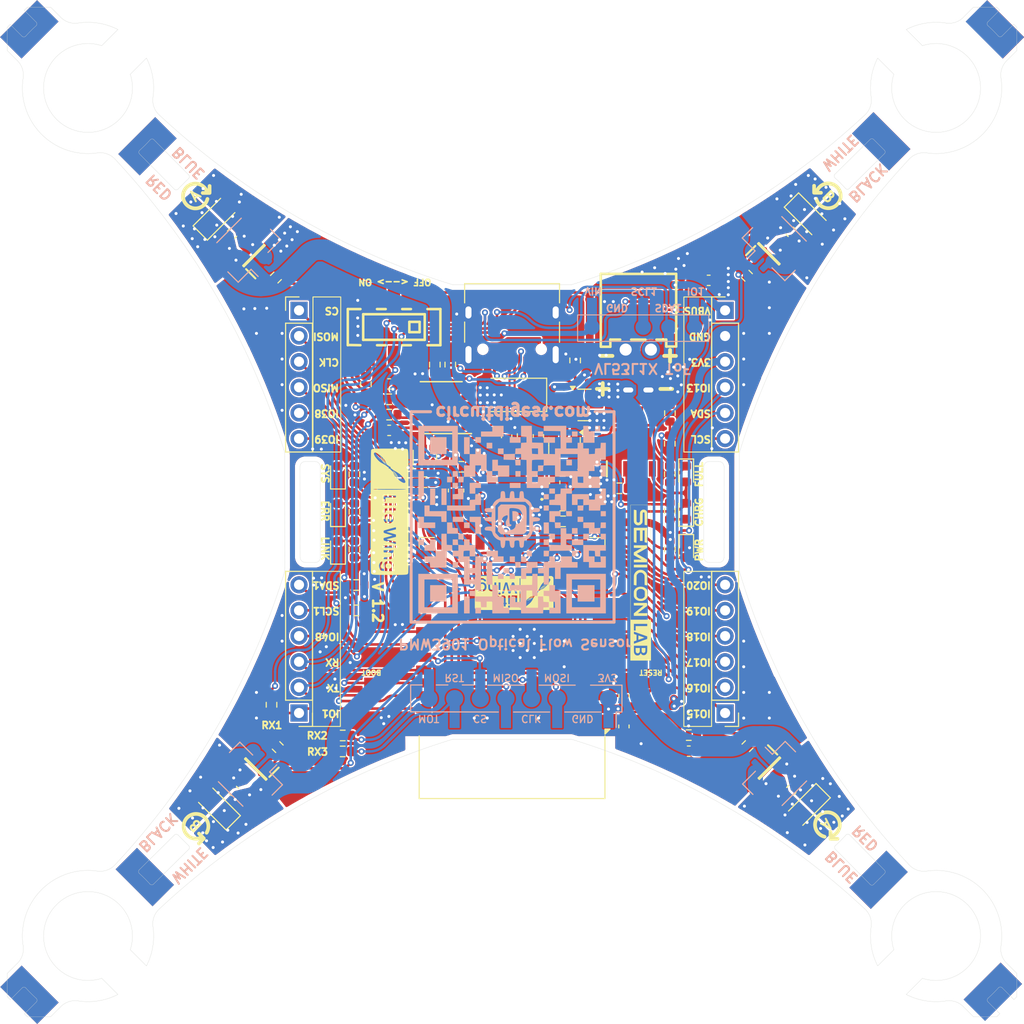
<source format=kicad_pcb>
(kicad_pcb (version 20241229) (generator "pcbnew") (generator_version "9.0")
  (layers (0 "F.Cu" signal) (2 "B.Cu" signal) (13 "F.Paste" user) (15 "B.Paste" user) (5 "F.SilkS" user "F.Silkscreen") (7 "B.SilkS" user "B.Silkscreen") (1 "F.Mask" user) (3 "B.Mask" user) (25 "Edge.Cuts" user))
  (net 0 "")
  (net 1 "GND")
  (net 2 "VBUS")
  (net 3 "Net-(U2-BP)")
  (net 4 "+3V3")
  (net 5 "+BATT")
  (net 6 "Net-(U5-V3)")
  (net 7 "Net-(U7-REGOUT)")
  (net 8 "Net-(U7-CPOUT)")
  (net 9 "/EN")
  (net 10 "Net-(D2-A)")
  (net 11 "Net-(D3-A)")
  (net 12 "Net-(D4-A)")
  (net 13 "Net-(D5-A)")
  (net 14 "+5V")
  (net 15 "Net-(IC1-PROG)")
  (net 16 "Net-(IC1-~{STDBY})")
  (net 17 "Net-(IC1-~{CHRG})")
  (net 18 "/D-")
  (net 21 "Net-(J1-CC2)")
  (net 22 "/D+")
  (net 23 "Net-(J1-CC1)")
  (net 24 "/IO18")
  (net 25 "/IO17")
  (net 26 "/IO16")
  (net 27 "/IO15")
  (net 28 "/SDA")
  (net 29 "/IO19")
  (net 30 "/SCL")
  (net 31 "/IO21")
  (net 32 "/IO13")
  (net 33 "/IO14")
  (net 34 "/IO48")
  (net 35 "/TX")
  (net 36 "/SCL1")
  (net 37 "/SDA1")
  (net 38 "/RX")
  (net 39 "/IO1")
  (net 40 "/BUZ2")
  (net 41 "/BUZ1")
  (net 42 "unconnected-(U8-IO47-Pad24)")
  (net 43 "/MISO")
  (net 44 "/CLK")
  (net 45 "/MOSI")
  (net 46 "/CS")
  (net 47 "Net-(LED1-A)")
  (net 48 "Net-(LED2-K)")
  (net 49 "Net-(LED3-K)")
  (net 50 "/LED_GREEN")
  (net 51 "/LED_RED")
  (net 52 "/LED_BLUE")
  (net 53 "/LDO_H")
  (net 54 "Net-(U5-RXD)")
  (net 55 "Net-(U5-TXD)")
  (net 56 "Net-(U7-AD0)")
  (net 57 "/MPU_INT")
  (net 58 "/IO0")
  (net 59 "/MOT_1")
  (net 60 "/MOT_2")
  (net 61 "/MOT_3")
  (net 62 "/MOT_4")
  (net 63 "LDO_EN")
  (net 64 "/ADC_BAT")
  (net 65 "/DTR")
  (net 67 "/RTS")
  (net 73 "Net-(J12-Pin_5)")
  (net 74 "/AUXSDA")
  (net 84 "/IO20")
  (net 85 "Net-(LED4-A)")
  (net 86 "Net-(LED5-A)")
  (net 87 "Net-(LED6-A)")
  (net 88 "/AUXSCL")
  (net 89 "Net-(J11-Pin_7)")
  (net 90 "Net-(J11-Pin_8)")
  (footprint "Library:LED_0603_1608Metric" (layer "F.Cu") (at 130.1355 90.411 90)
    (property "Reference" "LED4" (hide yes))
    (property "Value" "LED_Green")
  )
  (footprint "Library:R_0603_1608Metric" (layer "F.Cu") (at 130.6035 116.308)
    (property "Reference" "R30" (hide yes))
    (property "Value" "0R")
  )
  (footprint "Library:LiteWingMotor2" (layer "F.Cu") (at 179.133199 124.391485 -135)
    (property "Reference" "J8" (hide yes))
    (property "Value" "Conn_01x02_Female")
  )
  (footprint "Library:LOGO" (layer "F.Cu") (at 135.25 94.15 -90)
    (property "Reference" "G***" (hide yes))
    (property "Value" "LOGO" (hide yes))
  )
  (footprint "Library:C_0603_1608Metric" (layer "F.Cu") (at 142.3545 94.363 180)
    (property "Reference" "C9" (hide yes))
    (property "Value" "2.2nf")
  )
  (footprint "Library:R_0603_1608Metric" (layer "F.Cu") (at 131.7645 97.871 -90)
    (property "Reference" "R13" (hide yes))
    (property "Value" "1K")
  )
  (footprint "Library:R_0603_1608Metric" (layer "F.Cu") (at 138.702 91.2245)
    (property "Reference" "R19" (hide yes))
    (property "Value" "10k")
  )
  (footprint "Library:Tactile 3x4x2mm TS-A010" (layer "F.Cu") (at 133.5315 113.33 90)
    (property "Reference" "SW2" (hide yes))
    (property "Value" "Tactile Switch 3x4x2")
  )
  (footprint "Library:R_0603_1608Metric" (layer "F.Cu") (at 123.5525 113.267 90)
    (property "Reference" "R28" (hide yes))
    (property "Value" "0R")
  )
  (footprint "Library:C_0603_1608Metric" (layer "F.Cu") (at 143.1025 92.049 -90)
    (property "Reference" "C10" (hide yes))
    (property "Value" "100nF")
  )
  (footprint "Library:R_0603_1608Metric" (layer "F.Cu") (at 135.2035 83.013)
    (property "Reference" "R10" (hide yes))
    (property "Value" "1K")
  )
  (footprint "Library:R_0603_1608Metric" (layer "F.Cu") (at 163.0015 94.078547 90)
    (property "Reference" "R6" (hide yes))
    (property "Value" "1K")
  )
  (footprint "Library:R_0603_1608Metric" (layer "F.Cu") (at 142.3625 89.696 180)
    (property "Reference" "R17" (hide yes))
    (property "Value" "10k")
  )
  (footprint "Library:LOGO" (layer "F.Cu") (at 147.569802 102.178833 180)
    (property "Reference" "G***" (hide yes))
    (property "Value" "LOGO" (hide yes))
  )
  (footprint "Library:LED_0603_1608Metric" (layer "F.Cu") (at 130.1355 97.851 90)
    (property "Reference" "LED6" (hide yes))
    (property "Value" "LED_Blue")
  )
  (footprint "Library:LiteWingMotor2" (layer "F.Cu") (at 117.1415 125.899 135)
    (property "Reference" "J9" (hide yes))
    (property "Value" "Conn_01x02_Female")
  )
  (footprint "Library:C_0603_1608Metric" (layer "F.Cu") (at 158.4545 115.413 -90)
    (property "Reference" "C12" (hide yes))
    (property "Value" "10uF")
  )
  (footprint "Library:SOT95P237X112-3N" (layer "F.Cu") (at 172.812593 68.599907 45)
    (property "Reference" "T1" (hide yes))
    (property "Value" "IRLML6344TRPBF" (hide yes))
  )
  (footprint "Library:LOGO" (layer "F.Cu") (at 160.12 101.18 -90)
    (property "Reference" "G***" (hide yes))
    (property "Value" "LOGO" (hide yes))
  )
  (footprint "Library:LED_0603_1608Metric" (layer "F.Cu") (at 164.6195 97.891 -90)
    (property "Reference" "LED1" (hide yes))
    (property "Value" "LED_Red")
  )
  (footprint "Library:LiteWingMotor2" (layer "F.Cu") (at 115.546801 63.924515 45)
    (property "Reference" "J10" (hide yes))
    (property "Value" "Conn_01x02_Female")
  )
  (footprint "Library:R_0603_1608Metric" (layer "F.Cu") (at 124.167894 117.458392 -45)
    (property "Reference" "R24" (hide yes))
    (property "Value" "10k")
  )
  (footprint "Library:SOT95P237X112-3N" (layer "F.Cu") (at 121.8145 68.778 135)
    (property "Reference" "T4" (hide yes))
    (property "Value" "IRLML6344TRPBF" (hide yes))
  )
  (footprint "Library:C_0603_1608Metric" (layer "F.Cu") (at 135.2035 86.09)
    (property "Reference" "C6" (hide yes))
    (property "Value" "100nF")
  )
  (footprint "Library:R_0603_1608Metric" (layer "F.Cu") (at 141.2575 79.575 90)
    (property "Reference" "R2" (hide yes))
    (property "Value" "5.1K")
  )
  (footprint "Library:PinHeader_1x06_P2.54mm_Vertical" (layer "F.Cu") (at 126.2765 114.084 180)
    (property "Reference" "J5" (hide yes))
    (property "Value" "Conn_01x06")
  )
  (footprint "Library:LED_0603_1608Metric" (layer "F.Cu") (at 130.1355 94.131 90)
    (property "Reference" "LED5" (hide yes))
    (property "Value" "LED_Red")
  )
  (footprint "Library:R_0603_1608Metric" (layer "F.Cu") (at 158.0075 91.827 180)
    (property "Reference" "R5" (hide yes))
    (property "Value" "1.2K")
  )
  (footprint "Library:R_0603_1608Metric" (layer "F.Cu") (at 130.6035 117.889)
    (property "Reference" "R29" (hide yes))
    (property "Value" "0R")
  )
  (footprint "Library:PinHeader_1x06_P2.54mm_Vertical" (layer "F.Cu") (at 168.4775 114.084 180)
    (property "Reference" "J3" (hide yes))
    (property "Value" "Conn_01x06")
  )
  (footprint "Library:ESSOP-10_3.9x4.9mm_P1.00mm" (layer "F.Cu") (at 140.36 83.8375 180)
    (property "Reference" "U5" (hide yes))
    (property "Value" "CH340K")
  )
  (footprint "Library:R_0603_1608Metric" (layer "F.Cu") (at 131.7635 90.431 -90)
    (property "Reference" "R11" (hide yes))
    (property "Value" "1K")
  )
  (footprint "Library:D_SMA" (layer "F.Cu") (at 147.293 82.576 180)
    (property "Reference" "D1" (hide yes))
    (property "Value" "SS34")
  )
  (footprint "Library:C_0603_1608Metric" (layer "F.Cu") (at 135.2035 81.489 180)
    (property "Reference" "C7" (hide yes))
    (property "Value" "100nF")
  )
  (footprint "Library:R_0603_1608Metric" (layer "F.Cu") (at 170.692591 117.365091 45)
    (property "Reference" "R23" (hide yes))
    (property "Value" "10k")
  )
  (footprint "Library:D_SOD-123F" (layer "F.Cu") (at 176.629719 123.334039 -135)
    (property "Reference" "D3" (hide yes))
    (property "Value" "1N4148W")
  )
  (footprint "Library:LOGO" (layer "F.Cu") (at 116.1345 125.367 135)
    (property "Reference" "G***" (hide yes))
    (property "Value" "LOGO" (hide yes))
  )
  (footprint "Library:PinHeader_1x06_P2.54mm_Vertical" (layer "F.Cu") (at 168.4775 74.204)
    (property "Reference" "J4" (hide yes))
    (property "Value" "Conn_01x06")
  )
  (footprint "Library:PinHeader_1x06_P2.54mm_Vertical" (layer "F.Cu") (at 126.2765 74.204)
    (property "Reference" "J6" (hide yes))
    (property "Value" "Conn_01x06")
  )
  (footprint "Library:D_SOD-123F" (layer "F.Cu") (at 118.198946 123.39552 135)
    (property "Reference" "D4" (hide yes))
    (property "Value" "1N4148W")
  )
  (footprint "Library:C_0805_2012Metric" (layer "F.Cu") (at 154.1445 90.686)
    (property "Reference" "C3" (hide yes))
    (property "Value" "2.2uF")
  )
  (footprint "Library:R_0603_1608Metric" (layer "F.Cu") (at 163.0005 87.414 -90)
    (property "Reference" "R27" (hide yes))
    (property "Value" "100K")
  )
  (footprint "Library:C_0603_1608Metric" (layer "F.Cu") (at 149.9875 86.647 90)
    (property "Reference" "C1" (hide yes))
    (property "Value" "10uF")
  )
  (footprint "Library:SW-SMD_MST22D18G2" (layer "F.Cu") (at 135.6786 75.854 180)
    (property "Reference" "SW1" (hide yes))
    (property "Value" "MST22D18G2_125" (hide yes))
  )
  (footprint "Library:R_0603_1608Metric" (layer "F.Cu") (at 163.0115 84.388 -90)
    (property "Reference" "R26" (hide yes))
    (property "Value" "100K")
  )
  (footprint "Library:LED_0603_1608Metric" (layer "F.Cu") (at 164.6195 94.098547 90)
    (property "Reference" "LED2" (hide yes))
    (property "Value" "LED_Red")
  )
  (footprint "Library:SOT95P237X112-3N" (layer "F.Cu") (at 121.994985 119.631301 -135)
    (property "Reference" "T3" (hide yes))
    (property "Value" "IRLML6344TRPBF" (hide yes))
  )
  (footprint "Library:SOT95P237X112-3N" (layer "F.Cu") (at 172.8655 119.538 -45)
    (property "Reference" "T2" (hide yes))
    (property "Value" "IRLML6344TRPBF" (hide yes))
  )
  (footprint "Library:C_0603_1608Metric" (layer "F.Cu") (at 166.85 71.23)
    (property "Reference" "C5" (hide yes))
    (property "Value" "10uF")
  )
  (footprint "Library:USB_C_Receptacle_HRO_TYPE-C-31-M-12" (layer "F.Cu") (at 147.3775 75.459 180)
    (property "Reference" "J1" (hide yes))
    (property "Value" "USB_C_Receptacle_USB2.0")
  )
  (footprint "Library:C_0603_1608Metric" (layer "F.Cu") (at 164.8785 117.863 180)
    (property "Reference" "C14" (hide yes))
    (property "Value" "100nF")
  )
  (footprint "Library:LOGO" (layer "F.Cu") (at 178.6085 62.858)
    (property "Reference" "G***" (hide yes))
    (property "Value" "LOGO" (hide yes))
  )
  (footprint "Library:CONN-TH_2P-P2.50_XH-2AW" (layer "F.Cu") (at 159.88 78.09)
    (property "Reference" "J2" (hide yes))
    (property "Value" "JST XH 2P 2.50mm SMD Hoz" (hide yes))
  )
  (footprint "Library:ESP32-S3-WROOM-1" (layer "F.Cu") (at 147.3775 109.654 180)
    (property "Reference" "U8" (hide yes))
    (property "Value" "ESP32-S3-WROOM-1")
  )
  (footprint "Library:D_SOD-123F" (layer "F.Cu") (at 176.608632 64.835688 -45)
    (property "Reference" "D2" (hide yes))
    (property "Value" "1N4148W")
  )
  (footprint "Library:R_0603_1608Metric" (layer "F.Cu") (at 163.0015 97.871 90)
    (property "Reference" "R4" (hide yes))
    (property "Value" "470R")
  )
  (footprint "Library:SOT-363_SC-70-6" (layer "F.Cu") (at 138.745 88.7585 90)
    (property "Reference" "U6" (hide yes))
    (property "Value" "2N27002DW")
  )
  (footprint "Library:R_0603_1608Metric" (layer "F.Cu") (at 139.7265 79.579 90)
    (property "Reference" "R1" (hide yes))
    (property "Value" "5.1K")
  )
  (footprint "Library:LOGO" (layer "F.Cu") (at 178.6115 125.229 -90)
    (property "Reference" "G***" (hide yes))
    (property "Value" "LOGO" (hide yes))
  )
  (footprint "Library:C_0603_1608Metric" (layer "F.Cu") (at 175.038407 121.710907 -135)
    (property "Reference" "C16" (hide yes))
    (property "Value" "1uF")
  )
  (footprint "Library:LED_0603_1608Metric" (layer "F.Cu") (at 164.6195 90.411 -90)
    (property "Reference" "LED3" (hide yes))
    (property "Value" "LED_Blue")
  )
  (footprint "Library:LiteWingMotor2" (layer "F.Cu") (at 177.666078 62.332208 -45)
    (property "Reference" "J7" (hide yes))
    (property "Value" "Conn_01x02_Female")
  )
  (footprint "Library:C_0603_1608Metric" (layer "F.Cu") (at 174.9855 66.427 -45)
    (property "Reference" "C15" (hide yes))
    (property "Value" "1uF")
  )
  (footprint "Library:R_0603_1608Metric" (layer "F.Cu") (at 163.0015 90.431 90)
    (property "Reference" "R7" (hide yes))
    (property "Value" "1K")
  )
  (footprint "Library:C_0603_1608Metric" (layer "F.Cu") (at 119.822078 121.804208 135)
    (property "Reference" "C17" (hide yes))
    (property "Value" "1uF")
  )
  (footprint "Library:R_0603_1608Metric" (layer "F.Cu") (at 153.6245 79.162 90)
    (property "Reference" "R3" (hide yes))
    (property "Value" "100K")
  )
  (footprint "Library:R_0603_1608Metric" (layer "F.Cu") (at 170.639684 70.772816 135)
    (property "Reference" "R22" (hide yes))
    (property "Value" "10k")
  )
  (footprint "Library:SOT-23-5" (layer "F.Cu") (at 152.573 87.588 -90)
    (property "Reference" "U2" (hide yes))
    (property "Value" "SPX3819M5-L-3-3/TR")
  )
  (footprint "Library:R_0603_1608Metric" (layer "F.Cu") (at 131.9345 101.408)
    (property "Reference" "R20" (hide yes))
    (property "Value" "10k")
  )
  (footprint "Library:R_0603_1608Metric" (layer "F.Cu") (at 152.4255 95.101)
    (property "Reference" "R16" (hide yes))
    (property "Value" "10k")
  )
  (footprint "Library:SOIC127P600X175-9N" (layer "F.Cu") (at 159.3695 87.187 90)
    (property "Reference" "IC1" (hide yes))
    (property "Value" "TP4056" (hide yes))
  )
  (footprint "Library:C_0603_1608Metric" (layer "F.Cu") (at 146.8405 86.68 90)
    (property "Reference" "C8" (hide yes))
    (property "Value" "100nF")
  )
  (footprint "Library:C_0603_1608Metric" (layer "F.Cu") (at 119.641593 66.605093 45)
    (property "Reference" "C18" (hide yes))
    (property "Value" "1uF")
  )
  (footprint "Library:R_0603_1608Metric" (layer "F.Cu") (at 131.7645 94.151 -90)
    (property "Reference" "R12" (hide yes))
    (property "Value" "1K")
  )
  (footprint "Library:D_SOD-123F" (layer "F.Cu") (at 118.050281 64.981961 45)
    (property "Reference" "D5" (hide yes))
    (property "Value" "1N4148W")
  )
  (footprint "Library:R_0603_1608Metric" (layer "F.Cu") (at 148.4225 86.664 -90)
    (property "Reference" "R15" (hide yes))
    (property "Value" "4.7k")
  )
  (footprint "Library:R_0603_1608Metric" (layer "F.Cu") (at 152.3495 93.535)
    (property "Reference" "R14" (hide yes))
    (property "Value" "10k")
  )
  (footprint "Library:SOT-23" (layer "F.Cu") (at 154.555999 83.57)
    (property "Reference" "U1" (hide yes))
    (property "Value" "AO3401A")
  )
  (footprint "Library:C_0603_1608Metric" (layer "F.Cu") (at 141.5795 92.049 -90)
    (property "Reference" "C11" (hide yes))
    (property "Value" "10nf")
  )
  (footprint "Library:LOGO" (layer "F.Cu") (at 116.1015 62.878)
    (property "Reference" "G***" (hide yes))
    (property "Value" "LOGO" (hide yes))
  )
  (footprint "Library:C_0603_1608Metric" (layer "F.Cu") (at 155.1555 93.201 90)
    (property "Reference" "C4" (hide yes))
    (property "Value" "10uF")
  )
  (footprint "Library:R_0603_1608Metric" (layer "F.Cu") (at 132.9015 81.519 90)
    (property "Reference" "R8" (hide yes))
    (property "Value" "100K")
  )
  (footprint "Library:Tactile 3x4x2mm TS-A010" (layer "F.Cu") (at 161.1715 113.33 90)
    (property "Reference" "SW3" (hide yes))
    (property "Value" "Tactile Switch 3x4x2")
  )
  (footprint "Library:C_0603_1608Metric" (layer "F.Cu") (at 158.4615 112.374 90)
    (property "Reference" "C13" (hide yes))
    (property "Value" "100nF")
  )
  (footprint "Library:C_0603_1608Metric" (layer "F.Cu") (at 151.5995 91.236 -90)
    (property "Reference" "C2" (hide yes))
    (property "Value" "470pF")
  )
  (footprint "Library:R_0603_1608Metric" (layer "F.Cu") (at 135.2035 84.53)
    (property "Reference" "R9" (hide yes))
    (property "Value" "1K")
  )
  (footprint "Library:MPU6050" (layer "F.Cu") (at 147.3775 91.674 180)
    (property "Reference" "U7" (hide yes))
    (property "Value" "MPU-6050" (hide yes))
  )
  (footprint "Library:R_0603_1608Metric" (layer "F.Cu") (at 123.987409 70.950909 -135)
    (property "Reference" "R25" (hide yes))
    (property "Value" "10k")
  )
  (footprint "Library:R_0603_1608Metric" (layer "F.Cu") (at 164.8785 116.273 180)
    (property "Reference" "R18" (hide yes))
    (property "Value" "10k")
  )
  (footprint "Library:R_0603_1608Metric" (layer "F.Cu") (at 131.9345 103.918)
    (property "Reference" "R21" (hide yes))
    (property "Value" "10k")
  )
  (footprint "Library:PMW3901" (layer "B.Cu") (at 146.77 113.5145)
    (property "Reference" "J11" (hide yes))
    (property "Value" "Conn_01x09" (hide yes))
  )
  (footprint "Library:VL53L1X_BREAKOUT" (layer "B.Cu") (at 155.289499 75.869)
    (property "Reference" "J12" (hide yes))
    (property "Value" "Conn_01x06" (hide yes))
  )
  (footprint "Library:LOGO" (layer "B.Cu") (at 147.402951 94.343)
    (property "Reference" "G***" (hide yes))
    (property "Value" "LOGO" (hide yes))
  )
  (gr_poly (pts (xy 192.319576 45.604772) (xy 195.983526 49.269992) (xy 198.100616 47.144012) (xy 194.441746 43.482602)) (fill yes) (layer "F.Cu"))
  (gr_poly (pts (xy 195.767378 138.793562) (xy 192.102158 142.457512) (xy 194.228138 144.574602) (xy 197.889548 140.915732)) (fill yes) (layer "F.Cu"))
  (gr_poly (pts (xy 184.445849 127.713456) (xy 180.780629 131.377406) (xy 182.906609 133.494496) (xy 186.568019 129.835626)) (fill yes) (layer "F.Cu"))
  (gr_poly (pts (xy 110.493347 60.840904) (xy 114.158567 57.176954) (xy 112.032587 55.059864) (xy 108.371177 58.718734)) (fill yes) (layer "F.Cu"))
  (gr_poly (pts (xy 113.891553 131.102941) (xy 110.227603 127.437721) (xy 108.110513 129.563701) (xy 111.769383 133.225111)) (fill yes) (layer "F.Cu"))
  (gr_poly (pts (xy 98.789606 49.2618) (xy 102.454826 45.59785) (xy 100.328846 43.48076) (xy 96.667436 47.13963)) (fill yes) (layer "F.Cu"))
  (gr_poly (pts (xy 102.468796 142.75793) (xy 98.804846 139.09271) (xy 96.687756 141.21869) (xy 100.346626 144.8801)) (fill yes) (layer "F.Cu"))
  (gr_poly (pts (xy 181.053681 56.686227) (xy 184.717631 60.351447) (xy 186.834721 58.225467) (xy 183.175851 54.564057)) (fill yes) (layer "F.Cu"))
  (gr_poly (pts (xy 110.494617 60.842174) (xy 114.159837 57.178224) (xy 112.033857 55.061134) (xy 108.372447 58.720004)) (fill yes) (layer "B.Cu"))
  (gr_poly (pts (xy 98.790876 49.26307) (xy 102.456096 45.59912) (xy 100.330116 43.48203) (xy 96.668706 47.1409)) (fill yes) (layer "B.Cu"))
  (gr_poly (pts (xy 184.707518 60.350269) (xy 181.042298 56.686319) (xy 183.168278 54.569229) (xy 186.829688 58.228099)) (fill yes) (layer "B.Cu"))
  (gr_poly (pts (xy 102.466999 142.759067) (xy 98.803049 139.093847) (xy 96.685959 141.219827) (xy 100.344829 144.881237)) (fill yes) (layer "B.Cu"))
  (gr_poly (pts (xy 184.450439 127.707482) (xy 180.785219 131.371432) (xy 182.911199 133.488522) (xy 186.572609 129.829652)) (fill yes) (layer "B.Cu"))
  (gr_poly (pts (xy 113.889756 131.104078) (xy 110.225806 127.438858) (xy 108.108716 129.564838) (xy 111.767586 133.226248)) (fill yes) (layer "B.Cu"))
  (gr_poly (pts (xy 195.963349 49.266878) (xy 192.298129 45.602928) (xy 194.424109 43.485838) (xy 198.085519 47.144708)) (fill yes) (layer "B.Cu"))
  (gr_poly (pts (xy 195.764608 138.804762) (xy 192.099388 142.468712) (xy 194.225368 144.585802) (xy 197.886778 140.926932)) (fill yes) (layer "B.Cu"))
  (gr_rect (start 164.3875 100.054) (end 167.1375 115.414) (stroke (width 0.1)) (fill no) (layer "F.SilkS"))
  (gr_rect (start 127.621476 100.054) (end 130.371476 115.414) (stroke (width 0.1)) (fill no) (layer "F.SilkS"))
  (gr_rect (start 127.657189 72.874) (end 130.407189 88.234) (stroke (width 0.1)) (fill no) (layer "F.SilkS"))
  (gr_rect (start 164.3915 72.874) (end 167.1415 88.234) (stroke (width 0.1)) (fill no) (layer "F.SilkS"))
  (gr_arc (start 106.300386 58.60798) (mid 107.266383 58.706944) (end 108.071922 59.249208) (stroke (width 0.0254)) (layer "Edge.Cuts"))
  (gr_line (start 101.671746 144.17398) (end 102.682926 143.16281) (stroke (width 0.0254)) (layer "Edge.Cuts"))
  (gr_arc (start 108.071786 129.09857) (mid 107.266314 129.64077) (end 106.300411 129.739748) (stroke (width 0.0254)) (layer "Edge.Cuts"))
  (gr_arc (start 169.990477 100.369782) (mid 169.905134 100.024292) (end 169.882663 99.669127) (stroke (width 0.0254)) (layer "Edge.Cuts"))
  (gr_arc (start 104.399706 45.74796) (mid 103.474131 45.671429) (end 102.682884 45.185142) (stroke (width 0.0254)) (layer "Edge.Cuts"))
  (gr_arc (start 110.458884 129.97602) (mid 110.377052 129.803525) (end 110.440645 129.623505) (stroke (width 0.0254)) (layer "Edge.Cuts"))
  (gr_line (start 186.418086 46.38652) (end 188.020066 47.9885) (stroke (width 0.0254)) (layer "Edge.Cuts"))
  (gr_arc (start 180.757117 62.149915) (mid 180.577056 62.213471) (end 180.404512 62.131675) (stroke (width 0.0254)) (layer "Edge.Cuts"))
  (gr_arc (start 112.452527 54.8686) (mid 111.910285 54.063143) (end 111.811348 53.097225) (stroke (width 0.0254)) (layer "Edge.Cuts"))
  (gr_arc (start 112.452526 133.47931) (mid 126.035189 123.424708) (end 141.5275 116.674) (stroke (width 0.025)) (layer "Edge.Cuts"))
  (gr_arc (start 173.87 110.36) (mid 171.746579 105.436203) (end 169.990103 100.369894) (stroke (width 0.025)) (layer "Edge.Cuts"))
  (gr_arc (start 195.550475 141.302061) (mid 195.729521 141.220124) (end 195.912386 141.29321) (stroke (width 0.0254)) (layer "Edge.Cuts"))
  (gr_arc (start 182.301766 133.47931) (mid 182.843985 134.284777) (end 182.942944 135.250685) (stroke (width 0.0254)) (layer "Edge.Cuts"))
  (gr_line (start 97.668676 45.88146) (end 97.377116 46.17392) (stroke (width 0.0254)) (layer "Edge.Cuts"))
  (gr_line (start 97.684656 142.48242) (end 98.857876 141.30919) (stroke (width 0.0254)) (layer "Edge.Cuts"))
  (gr_arc (start 124.771499 100.364) (mid 122.991476 105.422226) (end 120.853806 110.34) (stroke (width 0.025)) (layer "Edge.Cuts"))
  (gr_line (start 97.377116 46.17392) (end 97.377116 48.46856) (stroke (width 0.0254)) (layer "Edge.Cuts"))
  (gr_line (start 109.562516 137.53112) (end 111.164486 139.1331) (stroke (width 0.0254)) (layer "Edge.Cuts"))
  (gr_arc (start 185.192536 137.53366) (mid 192.485762 133.060133) (end 188.024631 140.360945) (stroke (width 0.0254)) (layer "Edge.Cuts"))
  (gr_arc (start 167.856947 89.174) (mid 168.217679 89.320667) (end 168.376053 89.676447) (stroke (width 0.025)) (layer "Edge.Cuts"))
  (gr_arc (start 184.245237 58.331029) (mid 184.32707 58.503535) (end 184.263477 58.683544) (stroke (width 0.0254)) (layer "Edge.Cuts"))
  (gr_arc (start 194.505257 46.000621) (mid 195.031962 46.503124) (end 195.534425 47.029867) (stroke (width 0.0254)) (layer "Edge.Cuts"))
  (gr_line (start 188.020066 140.35941) (end 186.418086 141.96139) (stroke (width 0.0254)) (layer "Edge.Cuts"))
  (gr_line (start 195.377176 44.17393) (end 193.082536 44.17393) (stroke (width 0.0254)) (layer "Edge.Cuts"))
  (gr_line (start 98.841896 47.05469) (end 97.668676 45.88146) (stroke (width 0.0254)) (layer "Edge.Cuts"))
  (gr_line (start 99.068676 44.48146) (end 100.241906 45.65468) (stroke (width 0.0254)) (layer "Edge.Cuts"))
  (gr_arc (start 169.877963 88.669005) (mid 169.90402 88.318318) (end 169.987981 87.976835) (stroke (width 0.0254)) (layer "Edge.Cuts"))
  (gr_line (start 197.377166 46.17392) (end 197.069636 45.86549) (stroke (width 0.0254)) (layer "Edge.Cuts"))
  (gr_line (start 126.918606 99.174) (end 127.898053 99.174) (stroke (width 0.025)) (layer "Edge.Cuts"))
  (gr_line (start 169.877963 88.669005) (end 169.882663 99.669165) (stroke (width 0.025)) (layer "Edge.Cuts"))
  (gr_arc (start 180.449106 126.164739) (mid 180.621592 126.082902) (end 180.801621 126.146499) (stroke (width 0.0254)) (layer "Edge.Cuts"))
  (gr_arc (start 113.946904 126.15713) (mid 114.127058 126.093528) (end 114.299636 126.17549) (stroke (width 0.0254)) (layer "Edge.Cuts"))
  (gr_line (start 111.857117 131.039915) (end 115.363477 127.573544) (stroke (width 0.0254)) (layer "Edge.Cuts"))
  (gr_arc (start 188.453896 129.73992) (mid 187.487912 129.640933) (end 186.68236 129.098692) (stroke (width 0.0254)) (layer "Edge.Cuts"))
  (gr_arc (start 120.853802 110.34) (mid 115.178207 120.206712) (end 108.071843 129.098505) (stroke (width 0.025)) (layer "Edge.Cuts"))
  (gr_arc (start 182.846904 57.26713) (mid 183.027045 57.203531) (end 183.199636 57.28549) (stroke (width 0.0254)) (layer "Edge.Cuts"))
  (gr_arc (start 182.943615 53.10101) (mid 182.843419 54.064953) (end 182.301766 54.8686) (stroke (width 0.0254)) (layer "Edge.Cuts"))
  (gr_arc (start 179.358884 61.08602) (mid 179.277047 60.913527) (end 179.340645 60.733505) (stroke (width 0.0254)) (layer "Edge.Cuts"))
  (gr_arc (start 114.292132 62.193675) (mid 114.119635 62.275472) (end 113.939617 62.211915) (stroke (width 0.0254)) (layer "Edge.Cuts"))
  (gr_arc (start 182.301766 54.8686) (mid 168.719413 64.923086) (end 153.2275 71.67391) (stroke (width 0.025)) (layer "Edge.Cuts"))
  (gr_arc (start 128.3775 98.671553) (mid 128.245295 99.025375) (end 127.898053 99.174) (stroke (width 0.025)) (layer "Edge.Cuts"))
  (gr_line (start 194.496406 45.63871) (end 195.669636 44.46549) (stroke (width 0.0254)) (layer "Edge.Cuts"))
  (gr_line (start 184.245237 58.331029) (end 183.199636 57.28549) (stroke (width 0.0254)) (layer "Edge.Cuts"))
  (gr_arc (start 196.365996 138.86817) (mid 195.880627 138.079754) (end 195.802337 137.157225) (stroke (width 0.0254)) (layer "Edge.Cuts"))
  (gr_line (start 195.912386 141.29321) (end 197.085606 142.46644) (stroke (width 0.0254)) (layer "Edge.Cuts"))
  (gr_line (start 195.669636 44.46549) (end 195.377176 44.17393) (stroke (width 0.0254)) (layer "Edge.Cuts"))
  (gr_line (start 197.377166 48.46856) (end 197.377166 46.17392) (stroke (width 0.0254)) (layer "Edge.Cuts"))
  (gr_line (start 97.377116 139.87935) (end 97.377116 142.17398) (stroke (width 0.0254)) (layer "Edge.Cuts"))
  (gr_arc (start 153.2275 116.674) (mid 168.719414 123.424823) (end 182.301766 133.47931) (stroke (width 0.025)) (layer "Edge.Cuts"))
  (gr_arc (start 100.249035 142.347289) (mid 100.330974 142.526349) (end 100.257886 142.7092) (stroke (width 0.0254)) (layer "Edge.Cuts"))
  (gr_line (start 179.385211 127.562971) (end 182.851582 131.069331) (stroke (width 0.0254)) (layer "Edge.Cuts"))
  (gr_line (start 197.069636 45.86549) (end 195.896416 47.03872) (stroke (width 0.0254)) (layer "Edge.Cuts"))
  (gr_arc (start 190.348986 142.60096) (mid 188.33334 142.589679) (end 186.418086 141.96139) (stroke (width 0.0254)) (layer "Edge.Cuts"))
  (gr_arc (start 98.388286 49.47973) (mid 98.874578 50.270953) (end 98.951095 51.196511) (stroke (width 0.0254)) (layer "Edge.Cuts"))
  (gr_arc (start 108.328076 141.96545) (mid 106.410732 142.591211) (end 104.393872 142.599142) (stroke (width 0.0254)) (layer "Edge.Cuts"))
  (gr_arc (start 141.5275 71.67391) (mid 126.035189 64.923203) (end 112.452527 54.8686) (stroke (width 0.025)) (layer "Edge.Cuts"))
  (gr_arc (start 108.071786 59.249333) (mid 115.175545 68.137496) (end 120.84951 77.999999) (stroke (width 0.025)) (layer "Edge.Cuts"))
  (gr_arc (start 168.3725 98.674) (mid 168.226053 99.027553) (end 167.8725 99.174) (stroke (width 0.025)) (layer "Edge.Cuts"))
  (gr_line (start 197.377166 139.87935) (end 196.365996 138.86817) (stroke (width 0.0254)) (layer "Edge.Cuts"))
  (gr_line (start 193.082536 144.17398) (end 195.377176 144.17398) (stroke (width 0.0254)) (layer "Edge.Cuts"))
  (gr_line (start 183.204097 131.051091) (end 184.249636 130.00549) (stroke (width 0.0254)) (layer "Edge.Cuts"))
  (gr_arc (start 110.473246 58.705555) (mid 110.409624 58.52549) (end 110.491486 58.35295) (stroke (width 0.0254)) (layer "Edge.Cuts"))
  (gr_line (start 193.082536 44.17393) (end 192.071366 45.1851) (stroke (width 0.0254)) (layer "Edge.Cuts"))
  (gr_arc (start 126.3695 89.674) (mid 126.530006 89.320841) (end 126.890053 89.176447) (stroke (width 0.025)) (layer "Edge.Cuts"))
  (gr_arc (start 111.537141 57.307323) (mid 111.029094 57.844917) (end 110.491486 58.35295) (stroke (width 0.0254)) (layer "Edge.Cuts"))
  (gr_line (start 166.8775 89.174) (end 167.856947 89.174) (stroke (width 0.025)) (layer "Edge.Cuts"))
  (gr_arc (start 100.241906 45.65468) (mid 100.315081 45.837573) (end 100.233053 46.016671) (stroke (width 0.0254)) (layer "Edge.Cuts"))
  (gr_arc (start 104.405046 45.74695) (mid 106.420818 45.758199) (end 108.336196 46.38652) (stroke (width 0.0254)) (layer "Edge.Cuts"))
  (gr_line (start 101.671746 44.17393) (end 99.377116 44.17393) (stroke (width 0.0254)) (layer "Edge.Cuts"))
  (gr_line (start 99.084656 143.88242) (end 99.377116 144.17398) (stroke (width 0.0254)) (layer "Edge.Cuts"))
  (gr_line (start 168.376053 89.676447) (end 168.3725 98.674) (stroke (width 0.025)) (layer "Edge.Cuts"))
  (gr_line (start 195.685606 143.86644) (end 194.512376 142.69322) (stroke (width 0.0254)) (layer "Edge.Cuts"))
  (gr_line (start 98.388286 138.86817) (end 97.377116 139.87935) (stroke (width 0.0254)) (layer "Edge.Cuts"))
  (gr_arc (start 183.589798 139.133099) (mid 182.965217 137.240132) (end 182.943621 135.246901) (stroke (width 0.0254)) (layer "Edge.Cuts"))
  (gr_arc (start 98.950136 137.14605) (mid 100.764815 131.593845) (end 106.3042 129.740403) (stroke (width 0.0254)) (layer "Edge.Cuts"))
  (gr_line (start 106.734226 47.9885) (end 108.336196 46.38652) (stroke (width 0.0254)) (layer "Edge.Cuts"))
  (gr_arc (start 111.857117 131.039915) (mid 111.677055 131.103468) (end 111.504512 131.021675) (stroke (width 0.0254)) (layer "Edge.Cuts"))
  (gr_arc (start 99.203807 47.045839) (mid 99.70631 46.519134) (end 100.233053 46.016671) (stroke (width 0.0254)) (layer "Edge.Cuts"))
  (gr_line (start 126.3695 89.674) (end 126.3775 98.671553) (stroke (width 0.025)) (layer "Edge.Cuts"))
  (gr_arc (start 195.550475 141.302061) (mid 195.047972 141.828766) (end 194.521229 142.331229) (stroke (width 0.0254)) (layer "Edge.Cuts"))
  (gr_arc (start 126.918606 99.174) (mid 126.548691 99.029782) (end 126.3775 98.671553) (stroke (width 0.025)) (layer "Edge.Cuts"))
  (gr_arc (start 188.020066 47.9885) (mid 192.48989 55.283128) (end 185.190137 50.821656) (stroke (width 0.0254)) (layer "Edge.Cuts"))
  (gr_arc (start 194.505257 46.000621) (mid 194.423318 45.821547) (end 194.496406 45.63871) (stroke (width 0.0254)) (layer "Edge.Cuts"))
  (gr_arc (start 106.293026 58.60925) (mid 100.756783 56.746095) (end 98.951699 51.190647) (stroke (width 0.0254)) (layer "Edge.Cuts"))
  (gr_arc (start 182.943616 53.10101) (mid 182.965347 51.106761) (end 183.590717 49.212979) (stroke (width 0.0254)) (layer "Edge.Cuts"))
  (gr_arc (start 100.249035 142.347289) (mid 99.72233 141.844786) (end 99.219867 141.318043) (stroke (width 0.0254)) (layer "Edge.Cuts"))
  (gr_arc (start 195.804146 51.20211) (mid 193.989331 56.754102) (end 188.450087 58.60747) (stroke (width 0.0254)) (layer "Edge.Cuts"))
  (gr_line (start 192.071366 143.16281) (end 193.082536 144.17398) (stroke (width 0.0254)) (layer "Edge.Cuts"))
  (gr_arc (start 180.449106 126.164739) (mid 179.941062 126.702337) (end 179.403451 127.210366) (stroke (width 0.0254)) (layer "Edge.Cuts"))
  (gr_line (start 126.898053 89.174) (end 127.8695 89.174) (stroke (width 0.025)) (layer "Edge.Cuts"))
  (gr_line (start 113.946904 126.15713) (end 110.440645 129.623505) (stroke (width 0.0254)) (layer "Edge.Cuts"))
  (gr_arc (start 195.803136 51.19652) (mid 195.879647 50.270932) (end 196.365953 49.479687) (stroke (width 0.0254)) (layer "Edge.Cuts"))
  (gr_arc (start 106.734226 140.35941) (mid 102.264311 133.064606) (end 109.564133 137.526321) (stroke (width 0.0254)) (layer "Edge.Cuts"))
  (gr_line (start 197.085606 142.46644) (end 197.377166 142.17398) (stroke (width 0.0254)) (layer "Edge.Cuts"))
  (gr_arc (start 166.893053 99.174) (mid 166.531479 99.029467) (end 166.3725 98.674) (stroke (width 0.025)) (layer "Edge.Cuts"))
  (gr_line (start 99.377116 144.17398) (end 101.671746 144.17398) (stroke (width 0.0254)) (layer "Edge.Cuts"))
  (gr_arc (start 169.991543 87.977943) (mid 171.767519 82.929008) (end 173.9 78.02) (stroke (width 0.025)) (layer "Edge.Cuts"))
  (gr_line (start 153.2275 71.67391) (end 141.5275 71.67391) (stroke (width 0.0254)) (layer "Edge.Cuts"))
  (gr_line (start 100.257886 142.7092) (end 99.084656 143.88242) (stroke (width 0.0254)) (layer "Edge.Cuts"))
  (gr_line (start 195.377176 144.17397) (end 195.685606 143.86644) (stroke (width 0.0254)) (layer "Edge.Cuts"))
  (gr_line (start 184.267996 129.652757) (end 180.801621 126.146499) (stroke (width 0.0254)) (layer "Edge.Cuts"))
  (gr_arc (start 120.84951 78) (mid 122.98913 82.921621) (end 124.770483 87.983943) (stroke (width 0.025)) (layer "Edge.Cuts"))
  (gr_line (start 114.292132 62.193675) (end 115.337671 61.148074) (stroke (width 0.0254)) (layer "Edge.Cuts"))
  (gr_line (start 115.356031 60.795341) (end 111.889656 57.289083) (stroke (width 0.0254)) (layer "Edge.Cuts"))
  (gr_arc (start 124.766082 87.985318) (mid 124.847327 88.329282) (end 124.87088 88.681926) (stroke (width 0.0254)) (layer "Edge.Cuts"))
  (gr_arc (start 190.354576 142.59994) (mid 191.280179 142.676417) (end 192.071416 143.16276) (stroke (width 0.0254)) (layer "Edge.Cuts"))
  (gr_line (start 196.365996 49.47973) (end 197.377166 48.46856) (stroke (width 0.0254)) (layer "Edge.Cuts"))
  (gr_arc (start 98.857876 141.30919) (mid 99.040768 141.23606) (end 99.219867 141.318043) (stroke (width 0.0254)) (layer "Edge.Cuts"))
  (gr_line (start 197.377166 142.17398) (end 197.377166 139.87935) (stroke (width 0.0254)) (layer "Edge.Cuts"))
  (gr_arc (start 186.682496 59.24933) (mid 187.487981 58.707172) (end 188.453871 58.608152) (stroke (width 0.0254)) (layer "Edge.Cuts"))
  (gr_arc (start 195.896416 47.03872) (mid 195.713512 47.111943) (end 195.534425 47.029867) (stroke (width 0.0254)) (layer "Edge.Cuts"))
  (gr_line (start 124.87088 88.681926) (end 124.8795 99.671) (stroke (width 0.025)) (layer "Edge.Cuts"))
  (gr_arc (start 124.879519 99.671001) (mid 124.84526 100.020394) (end 124.771609 100.36365) (stroke (width 0.0254)) (layer "Edge.Cuts"))
  (gr_line (start 111.164486 49.21506) (end 109.562516 50.81679) (stroke (width 0.0254)) (layer "Edge.Cuts"))
  (gr_line (start 185.191516 50.81679) (end 183.589796 49.21506) (stroke (width 0.0254)) (layer "Edge.Cuts"))
  (gr_line (start 141.5275 116.674) (end 153.2275 116.674) (stroke (width 0.0254)) (layer "Edge.Cuts"))
  (gr_arc (start 184.267996 129.652757) (mid 184.331596 129.832913) (end 184.249636 130.00549) (stroke (width 0.0254)) (layer "Edge.Cuts"))
  (gr_arc (start 179.385211 127.562971) (mid 179.32161 127.382893) (end 179.403451 127.210366) (stroke (width 0.0254)) (layer "Edge.Cuts"))
  (gr_arc (start 111.811176 135.25071) (mid 111.910155 134.284718) (end 112.452404 133.479174) (stroke (width 0.0254)) (layer "Edge.Cuts"))
  (gr_arc (start 192.071366 45.1851) (mid 191.280151 45.67143) (end 190.354584 45.747906) (stroke (width 0.0254)) (layer "Edge.Cuts"))
  (gr_line (start 108.336196 141.96139) (end 106.734226 140.35941) (stroke (width 0.0254)) (layer "Edge.Cuts"))
  (gr_line (start 167.8725 99.174) (end 166.898053 99.174) (stroke (width 0.025)) (layer "Edge.Cuts"))
  (gr_arc (start 98.950136 137.14605) (mid 98.875427 138.074398) (end 98.388335 138.868219) (stroke (width 0.0254)) (layer "Edge.Cuts"))
  (gr_arc (start 173.899999 78.02) (mid 179.575971 68.147721) (end 186.68483 59.251505) (stroke (width 0.025)) (layer "Edge.Cuts"))
  (gr_arc (start 127.8695 89.174) (mid 128.223053 89.320447) (end 128.3695 89.674) (stroke (width 0.025)) (layer "Edge.Cuts"))
  (gr_arc (start 115.345237 127.221029) (mid 115.427075 127.393524) (end 115.363477 127.573544) (stroke (width 0.0254)) (layer "Edge.Cuts"))
  (gr_line (start 128.3695 89.674) (end 128.3775 98.671553) (stroke (width 0.025)) (layer "Edge.Cuts"))
  (gr_arc (start 111.537141 57.307323) (mid 111.709638 57.225519) (end 111.889656 57.289083) (stroke (width 0.0254)) (layer "Edge.Cuts"))
  (gr_arc (start 111.163476 49.21303) (mid 111.788821 51.106783) (end 111.810564 53.100995) (stroke (width 0.0254)) (layer "Edge.Cuts"))
  (gr_line (start 110.473246 58.705555) (end 113.939617 62.211915) (stroke (width 0.0254)) (layer "Edge.Cuts"))
  (gr_arc (start 179.358884 61.08602) (mid 179.896482 61.594064) (end 180.404512 62.131675) (stroke (width 0.0254)) (layer "Edge.Cuts"))
  (gr_line (start 183.589798 139.133099) (end 185.192536 137.53366) (stroke (width 0.0254)) (layer "Edge.Cuts"))
  (gr_arc (start 111.811176 135.25071) (mid 111.788737 137.242027) (end 111.164486 139.1331) (stroke (width 0.0254)) (layer "Edge.Cuts"))
  (gr_line (start 182.846904 57.26713) (end 179.340645 60.733505) (stroke (width 0.0254)) (layer "Edge.Cuts"))
  (gr_arc (start 115.356031 60.795341) (mid 115.419636 60.975496) (end 115.337671 61.148074) (stroke (width 0.0254)) (layer "Edge.Cuts"))
  (gr_arc (start 109.562516 50.81679) (mid 102.26771 55.286718) (end 106.729424 47.986885) (stroke (width 0.0254)) (layer "Edge.Cuts"))
  (gr_arc (start 186.426216 46.38246) (mid 188.343558 45.756712) (end 190.360409 45.748773) (stroke (width 0.0254)) (layer "Edge.Cuts"))
  (gr_arc (start 186.685102 129.096104) (mid 179.545263 120.228922) (end 173.87 110.36) (stroke (width 0.025)) (layer "Edge.Cuts"))
  (gr_arc (start 194.512376 142.69322) (mid 194.439122 142.510314) (end 194.521229 142.331229) (stroke (width 0.0254)) (layer "Edge.Cuts"))
  (gr_arc (start 102.682926 143.16281) (mid 103.474139 142.676508) (end 104.399696 142.600008) (stroke (width 0.0254)) (layer "Edge.Cuts"))
  (gr_arc (start 166.376053 89.676447) (mid 166.522457 89.322853) (end 166.876053 89.176447) (stroke (width 0.025)) (layer "Edge.Cuts"))
  (gr_line (start 180.757117 62.149915) (end 184.263477 58.683544) (stroke (width 0.0254)) (layer "Edge.Cuts"))
  (gr_arc (start 99.203807 47.045839) (mid 99.024747 47.127773) (end 98.841896 47.05469) (stroke (width 0.0254)) (layer "Edge.Cuts"))
  (gr_line (start 102.682926 45.1851) (end 101.671746 44.17393) (stroke (width 0.0254)) (layer "Edge.Cuts"))
  (gr_line (start 99.377106 44.17393) (end 99.068676 44.48146) (stroke (width 0.0254)) (layer "Edge.Cuts"))
  (gr_line (start 115.345237 127.221029) (end 114.299636 126.17549) (stroke (width 0.0254)) (layer "Edge.Cuts"))
  (gr_line (start 97.377116 48.46856) (end 98.388286 49.47973) (stroke (width 0.0254)) (layer "Edge.Cuts"))
  (gr_line (start 166.376053 89.676447) (end 166.3725 98.674) (stroke (width 0.025)) (layer "Edge.Cuts"))
  (gr_arc (start 188.461266 129.73891) (mid 193.997384 131.601916) (end 195.802337 137.157225) (stroke (width 0.0254)) (layer "Edge.Cuts"))
  (gr_line (start 97.377126 142.17399) (end 97.684656 142.48242) (stroke (width 0.0254)) (layer "Edge.Cuts"))
  (gr_arc (start 110.458884 129.97602) (mid 110.996479 130.484066) (end 111.504512 131.021675) (stroke (width 0.0254)) (layer "Edge.Cuts"))
  (gr_arc (start 183.204097 131.051091) (mid 183.03161 131.132887) (end 182.851582 131.069331) (stroke (width 0.0254)) (layer "Edge.Cuts"))
  (gr_text "RX1" (at 122.4495 115.719 0) (layer "F.SilkS") (effects (font (size 0.7 0.7) (thickness 0.175) (bold yes)) (justify left bottom)))
  (gr_text "IO17" (at 167.159001 108.640876 180) (layer "F.SilkS") (effects (font (size 0.7 0.7) (thickness 0.175) (bold yes)) (justify left bottom)))
  (gr_text "CS" (at 130.324501 73.84 180) (layer "F.SilkS") (effects (font (size 0.7 0.7) (thickness 0.175) (bold yes)) (justify left bottom)))
  (gr_text "+" (at 161.83 79.5 0) (layer "F.SilkS") (effects (font (size 1.524 1.524) (thickness 0.381) (bold yes)) (justify left bottom)))
  (gr_text "IO39" (at 130.324501 86.54 180) (layer "F.SilkS") (effects (font (size 0.7 0.7) (thickness 0.175) (bold yes)) (justify left bottom)))
  (gr_text "IO16" (at 167.159001 111.180875 180) (layer "F.SilkS") (effects (font (size 0.7 0.7) (thickness 0.175) (bold yes)) (justify left bottom)))
  (gr_text "FULL" (at 166.3155 91.816834 90) (layer "F.SilkS") (effects (font (size 0.7 0.7) (thickness 0.175) (bold yes)) (justify left bottom)))
  (gr_text "VBUS" (at 167.1325 73.837 180) (layer "F.SilkS") (effects (font (size 0.7 0.6731) (thickness 0.168275) (bold yes)) (justify left bottom)))
  (gr_text "SDA1" (at 130.374501 101.020875 180) (layer "F.SilkS") (effects (font (size 0.7 0.7) (thickness 0.175) (bold yes)) (justify left bottom)))
  (gr_text "RESET" (at 162.3465 109.775 180) (layer "F.SilkS") (effects (font (size 0.5 0.5) (thickness 0.125) (bold yes)) (justify left bottom)))
  (gr_text "IO1\n" (at 130.374501 113.720875 180) (layer "F.SilkS") (effects (font (size 0.7 0.7) (thickness 0.175) (bold yes)) (justify left bottom)))
  (gr_text "IO13" (at 167.159001 81.460876 180) (layer "F.SilkS") (effects (font (size 0.7 0.7) (thickness 0.175) (bold yes)) (justify left bottom)))
  (gr_text "IO15" (at 167.159001 113.720875 180) (layer "F.SilkS") (effects (font (size 0.7 0.7) (thickness 0.175) (bold yes)) (justify left bottom)))
  (gr_text "OFF <--> ON" (at 139.465558 71.037 180) (layer "F.SilkS") (effects (font (size 0.635 0.635) (thickness 0.15875) (bold yes)) (justify left bottom)))
  (gr_text "SYS" (at 128.4345 89.271833 270) (layer "F.SilkS") (effects (font (size 0.7 0.7) (thickness 0.175) (bold yes)) (justify left bottom)))
  (gr_text "RX2" (at 126.9445 116.741 0) (layer "F.SilkS") (effects (font (size 0.7 0.7) (thickness 0.175) (bold yes)) (justify left bottom)))
  (gr_text "A" (at 178.5115 124.301 -135) (layer "F.SilkS") (effects (font (size 1 1) (thickness 0.2) (bold yes)) (justify left bottom)))
  (gr_text "-" (at 163.84 81.2 180) (layer "F.SilkS") (effects (font (size 1.524 1.524) (thickness 0.381) (bold yes)) (justify left bottom)))
  (gr_text "RX" (at 130.374501 108.640876 180) (layer "F.SilkS") (effects (font (size 0.7 0.7) (thickness 0.175) (bold yes)) (justify left bottom)))
  (gr_text "BOOT" (at 134.5005 109.775 180) (layer "F.SilkS") (effects (font (size 0.5 0.5) (thickness 0.125) (bold yes)) (justify left bottom)))
  (gr_text "SCL" (at 167.159001 86.540875 180) (layer "F.SilkS") (effects (font (size 0.7 0.7) (thickness 0.175) (bold yes)) (justify left bottom)))
  (gr_text "IO48" (at 130.374501 106.100876 180) (layer "F.SilkS") (effects (font (size 0.7 0.7) (thickness 0.175) (bold yes)) (justify left bottom)))
  (gr_text "IO19" (at 167.159 103.560876 180) (layer "F.SilkS") (effects (font (size 0.7 0.7) (thickness 0.175) (bold yes)) (justify left bottom)))
  (gr_text "PWR" (at 166.3155 99.1635 90) (layer "F.SilkS") (effects (font (size 0.7 0.7) (thickness 0.175) (bold yes)) (justify left bottom)))
  (gr_text "SCL1" (at 130.3745 103.560876 180) (layer "F.SilkS") (effects (font (size 0.7 0.7) (thickness 0.175) (bold yes)) (justify left bottom)))
  (gr_text "GND" (at 167.159 76.380876 180) (layer "F.SilkS") (effects (font (size 0.7 0.7) (thickness 0.175) (bold yes)) (justify left bottom)))
  (gr_text "TX" (at 130.374501 111.180875 180) (layer "F.SilkS") (effects (font (size 0.7 0.7) (thickness 0.175) (bold yes)) (justify left bottom)))
  (gr_text "A" (at 115.9915 63.654 45) (layer "F.SilkS") (effects (font (size 1 1) (thickness 0.2) (bold yes)) (justify left bottom)))
  (gr_text "MOSI" (at 130.3245 76.380001 180) (layer "F.SilkS") (effects (font (size 0.7 0.7) (thickness 0.175) (bold yes)) (justify left bottom)))
  (gr_text "+" (at 157.553 81.2 180) (layer "F.SilkS") (effects (font (size 1.524 1.524) (thickness 0.381) (bold yes)) (justify left bottom)))
  (gr_text "CHRG" (at 166.3155 95.727714 90) (layer "F.SilkS") (effects (font (size 0.7 0.7) (thickness 0.175) (bold yes)) (justify left bottom)))
  (gr_text "V 1.2" (at 133.48 100.98 270) (layer "F.SilkS") (effects (font (size 1 1) (thickness 0.25) (bold yes)) (justify left bottom)))
  (gr_text "LINK" (at 128.4345 96.511834 270) (layer "F.SilkS") (effects (font (size 0.7 0.7) (thickness 0.175) (bold yes)) (justify left bottom)))
  (gr_text "ERR" (at 128.4345 92.941834 270) (layer "F.SilkS") (effects (font (size 0.7 0.7) (thickness 0.175) (bold yes)) (justify left bottom)))
  (gr_text "B" (at 116.8875 125.253 135) (layer "F.SilkS") (effects (font (size 1 1) (thickness 0.2) (bold yes)) (justify left bottom)))
  (gr_text "3V3" (at 167.159001 78.920876 180) (layer "F.SilkS") (effects (font (size 0.7 0.7) (thickness 0.175) (bold yes)) (justify left bottom)))
  (gr_text "SDA" (at 167.159001 84.000875 180) (layer "F.SilkS") (effects (font (size 0.7 0.7) (thickness 0.175) (bold yes)) (justify left bottom)))
  (gr_text "IO18" (at 167.159001 106.100876 180) (layer "F.SilkS") (effects (font (size 0.7 0.7) (thickness 0.175) (bold yes)) (justify left bottom)))
  (gr_text "IO38" (at 130.324501 84 180) (layer "F.SilkS") (effects (font (size 0.7 0.7) (thickness 0.175) (bold yes)) (justify left bottom)))
  (gr_text "MISO" (at 130.324501 81.460001 180) (layer "F.SilkS") (effects (font (size 0.7 0.7) (thickness 0.175) (bold yes)) (justify left bottom)))
  (gr_text "B" (at 177.8705 62.924 -45) (layer "F.SilkS") (effects (font (size 1 1) (thickness 0.2) (bold yes)) (justify left bottom)))
  (gr_text "-" (at 155.543 79.5 0) (layer "F.SilkS") (effects (font (size 1.524 1.524) (thickness 0.381) (bold yes)) (justify left bottom)))
  (gr_text "CLK" (at 130.324501 78.920001 180) (layer "F.SilkS") (effects (font (size 0.7 0.7) (thickness 0.175) (bold yes)) (justify left bottom)))
  (gr_text "IO20" (at 167.159001 101.020875 180) (layer "F.SilkS") (effects (font (size 0.7 0.7) (thickness 0.175) (bold yes)) (justify left bottom)))
  (gr_text "RX3" (at 126.9735 118.346 0) (layer "F.SilkS") (effects (font (size 0.7 0.7) (thickness 0.175) (bold yes)) (justify left bottom)))
  (gr_text "BLUE" (at 179.0045 127.498 135) (layer "B.SilkS") (effects (font (size 1 1) (thickness 0.2) (bold yes)) (justify left bottom mirror)))
  (gr_text "RED" (at 181.6625 124.946 135) (layer "B.SilkS") (effects (font (size 1 1) (thickness 0.2) (bold yes)) (justify left bottom mirror)))
  (gr_text "CS" (at 143.419354 114.225 180) (layer "B.SilkS") (effects (font (size 0.7112 0.7112) (thickness 0.125) (bold yes)) (justify left bottom mirror)))
  (gr_text "RED" (at 111.7195 60.494 135) (layer "B.SilkS") (effects (font (size 1 1) (thickness 0.2) (bold yes)) (justify left bottom mirror)))
  (gr_text "MOSI" (at 150.446687 110.17 180) (layer "B.SilkS") (effects (font (size 0.7112 0.7112) (thickness 0.125) (bold yes)) (justify left bottom mirror)))
  (gr_text "BLUE" (at 114.3195 57.762 135) (layer "B.SilkS") (effects (font (size 1 1) (thickness 0.2) (bold yes)) (justify left bottom mirror)))
  (gr_text "CLK" (at 148.194554 114.225 180) (layer "B.SilkS") (effects (font (size 0.7112 0.7112) (thickness 0.125) (bold yes)) (justify left bottom mirror)))
  (gr_text "VL53L1X ToF" (at 155.39 79.38 180) (layer "B.SilkS") (effects (font (size 1 1) (thickness 0.2) (bold yes)) (justify left bottom mirror)))
  (gr_text "PMW3901 Optical Flow Sensor" (at 136.0045 106.667 180) (layer "B.SilkS") (effects (font (size 1 1) (thickness 0.2) (bold yes)) (justify left bottom mirror)))
  (gr_text "GND" (at 153.189887 114.225 180) (layer "B.SilkS") (effects (font (size 0.7112 0.7112) (thickness 0.125) (bold yes)) (justify left bottom mirror)))
  (gr_text "WHITE" (at 113.3795 130.389 -135) (layer "B.SilkS") (effects (font (size 1 1) (thickness 0.2) (bold yes)) (justify left bottom mirror)))
  (gr_text "MOT" (at 137.983753 114.225 180) (layer "B.SilkS") (effects (font (size 0.7112 0.7112) (thickness 0.125) (bold yes)) (justify left bottom mirror)))
  (gr_text "3V3" (at 155.7805 110.17 180) (layer "B.SilkS") (effects (font (size 0.7112 0.7112) (thickness 0.125) (bold yes)) (justify left bottom mirror)))
  (gr_text "RST" (at 140.60842 110.17 180) (layer "B.SilkS") (effects (font (size 0.7112 0.7112) (thickness 0.125) (bold yes)) (justify left bottom mirror)))
  (gr_text "MISO" (at 145.366687 110.17 180) (layer "B.SilkS") (effects (font (size 0.7112 0.7112) (thickness 0.125) (bold yes)) (justify left bottom mirror)))
  (gr_text "BLACK" (at 110.1595 127.245 225) (layer "B.SilkS") (effects (font (size 1 1) (thickness 0.2) (bold yes)) (justify left bottom mirror)))
  (gr_text "BLACK" (at 180.4635 62.902 225) (layer "B.SilkS") (effects (font (size 1 1) (thickness 0.2) (bold yes)) (justify left bottom mirror)))
  (gr_text "WHITE" (at 177.8355 59.808 -135) (layer "B.SilkS") (effects (font (size 1 1) (thickness 0.2) (bold yes)) (justify left bottom mirror)))
  (segment (start 149.9875 85.7435) (end 149.9875 85.872) (width 0.762) (layer "F.Cu") (net 1))
  (segment (start 151.733957 85.196) (end 150.702777 85.196) (width 0.762) (layer "F.Cu") (net 1))
  (segment (start 152.573 86.035042) (end 152.573 86.4505) (width 0.762) (layer "F.Cu") (net 1))
  (segment (start 150.196999 85.405499) (end 150.078363 85.524136) (width 0.762) (layer "F.Cu") (net 1))
  (via (at 134.4215 114.545) (size 0.6) (drill 0.3) (layers "F.Cu" "B.Cu") (net 1))
  (via (at 172.859244 76.483678) (size 0.6) (drill 0.3) (layers "F.Cu" "B.Cu") (net 1))
  (via (at 124.599244 79.023678) (size 0.6) (drill 0.3) (layers "F.Cu" "B.Cu") (net 1))
  (via (at 166.1145 100.607) (size 0.6) (drill 0.3) (layers "F.Cu" "B.Cu") (net 1))
  (via (at 157.4485 111.143) (size 0.6) (drill 0.3) (layers "F.Cu" "B.Cu") (net 1))
  (via (at 155.0845 90.731) (size 0.6) (drill 0.3) (layers "F.Cu" "B.Cu") (net 1))
  (via (at 160.2565 70.412) (size 0.6) (drill 0.3) (layers "F.Cu" "B.Cu") (net 1))
  (via (at 149.999244 114.583678) (size 0.6) (drill 0.3) (layers "F.Cu" "B.Cu") (net 1))
  (via (at 126.1125 66.408) (size 0.6) (drill 0.3) (layers "F.Cu" "B.Cu") (net 1))
  (via (at 156.1465 92.001) (size 0.6) (drill 0.3) (layers "F.Cu" "B.Cu") (net 1))
  (via (at 164.8435 114.642) (size 0.6) (drill 0.3) (layers "F.Cu" "B.Cu") (net 1))
  (via (at 163.5965 70.127) (size 0.6) (drill 0.3) (layers "F.Cu" "B.Cu") (net 1))
  (via (at 125.0635 67.835) (size 0.6) (drill 0.3) (layers "F.Cu" "B.Cu") (net 1))
  (via (at 156.6935 78.656) (size 0.6) (drill 0.3) (layers "F.Cu" "B.Cu") (net 1))
  (via (at 156.8875 92.585) (size 0.6) (drill 0.3) (layers "F.Cu" "B.Cu") (net 1))
  (via (at 163.79 82.27) (size 0.6) (drill 0.3) (layers "F.Cu" "B.Cu") (net 1))
  (via (at 127.7145 100.731) (size 0.6) (drill 0.3) (layers "F.Cu" "B.Cu") (net 1))
  (via (at 131.3445 109.089) (size 0.6) (drill 0.3) (layers "F.Cu" "B.Cu") (net 1))
  (via (at 143.6335 114.583678) (size 0.6) (drill 0.3) (layers "F.Cu" "B.Cu") (net 1))
  (via (at 139.4635 83.559) (size 0.6) (drill 0.3) (layers "F.Cu" "B.Cu") (net 1))
  (via (at 134.6655 115.143) (size 0.6) (drill 0.3) (layers "F.Cu" "B.Cu") (net 1))
  (via (at 132.0915 73.213) (size 0.6) (drill 0.3) (layers "F.Cu" "B.Cu") (net 1))
  (via (at 124.3285 67.205) (size 0.6) (drill 0.3) (layers "F.Cu" "B.Cu") (net 1))
  (via (at 139.9125 92.694) (size 0.6) (drill 0.3) (layers "F.Cu" "B.Cu") (net 1))
  (via (at 136.5195 105.318) (size 0.6) (drill 0.3) (layers "F.Cu" "B.Cu") (net 1))
  (via (at 167.1675 87.897) (size 0.6) (drill 0.3) (layers "F.Cu" "B.Cu") (net 1))
  (via (at 132.0835 74.957) (size 0.6) (drill 0.3) (layers "F.Cu" "B.Cu") (net 1))
  (via (at 129.0905 111.582) (size 0.6) (drill 0.3) (layers "F.Cu" "B.Cu") (net 1))
  (via (at 167.2145 85.84) (size 0.6) (drill 0.3) (layers "F.Cu" "B.Cu") (net 1))
  (via (at 155.1145 91.633) (size 0.6) (drill 0.3) (layers "F.Cu" "B.Cu") (net 1))
  (via (at 123.0745 73.994) (size 0.6) (drill 0.3) (layers "F.Cu" "B.Cu") (net 1))
  (via (at 147.6505 85.809) (size 0.6) (drill 0.3) (layers "F.Cu" "B.Cu") (net 1))
  (via (at 128.5175 100.698) (size 0.6) (drill 0.3) (layers "F.Cu" "B.Cu") (net 1))
  (via (at 133.6915 99.181) (size 0.6) (drill 0.3) (layers "F.Cu" "B.Cu") (net 1))
  (via (at 139.9125 93.443) (size 0.6) (drill 0.3) (layers "F.Cu" "B.Cu") (net 1))
  (via (at 136.8445 87.32) (size 0.6) (drill 0.3) (layers "F.Cu" "B.Cu") (net 1))
  (via (at 163.39 79.83) (size 0.6) (drill 0.3) (layers "F.Cu" "B.Cu") (net 1))
  (via (at 156.1785 90.112) (size 0.6) (drill 0.3) (layers "F.Cu" "B.Cu") (net 1))
  (via (at 141.8925 74.567) (size 0.6) (drill 0.3) (layers "F.Cu" "B.Cu") (net 1))
  (via (at 152.539244 109.503678) (size 0.6) (drill 0.3) (layers "F.Cu" "B.Cu") (net 1))
  (via (at 137.7695 80.498) (size 0.6) (drill 0.3) (layers "F.Cu" "B.Cu") (net 1))
  (via (at 124.599244 104.423678) (size 0.6) (drill 0.3) (layers "F.Cu" "B.Cu") (net 1))
  (via (at 127.6245 87.931) (size 0.6) (drill 0.3) (layers "F.Cu" "B.Cu") (net 1))
  (via (at 172.859244 114.583678) (size 0.6) (drill 0.3) (layers "F.Cu" "B.Cu") (net 1))
  (via (at 150.0805 94.459) (size 0.6) (drill 0.3) (layers "F.Cu" "B.Cu") (net 1))
  (via (at 162.5375 70.555) (size 0.6) (drill 0.3) (layers "F.Cu" "B.Cu") (net 1))
  (via (at 157.4035 73.337) (size 0.6) (drill 0.3) (layers "F.Cu" "B.Cu") (net 1))
  (via (at 162.81 80.3) (size 0.6) (drill 0.3) (layers "F.Cu" "B.Cu") (net 1))
  (via (at 141.0425 85.236) (size 0.6) (drill 0.3) (layers "F.Cu" "B.Cu") (net 1))
  (via (at 128.3675 108.025) (size 0.6) (drill 0.3) (layers "F.Cu" "B.Cu") (net 1))
  (via (at 172.859244 112.043678) (size 0.6) (drill 0.3) (layers "F.Cu" "B.Cu") (net 1))
  (via (at 150.3195 91.692) (size 0.6) (drill 0.3) (layers "F.Cu" "B.Cu") (net 1))
  (via (at 128.4885 87.949) (size 0.6) (drill 0.3) (layers "F.Cu" "B.Cu") (net 1))
  (via (at 130.8755 102.663) (size 0.6) (drill 0.3) (layers "F.Cu" "B.Cu") (net 1))
  (via (at 138.5175 80.474) (size 0.6) (drill 0.3) (layers "F.Cu" "B.Cu") (net 1))
  (via (at 160.159244 117.123678) (size 0.6) (drill 0.3) (layers "F.Cu" "B.Cu") (net 1))
  (via (at 124.599244 81.563678) (size 0.6) (drill 0.3) (layers "F.Cu" "B.Cu") (net 1))
  (via (at 153.7005 79.05) (size 0.6) (drill 0.3) (layers "F.Cu" "B.Cu") (net 1))
  (via (at 170.319244 109.503678) (size 0.6) (drill 0.3) (layers "F.Cu" "B.Cu") (net 1))
  (via (at 166.8895 100.607) (size 0.6) (drill 0.3) (layers "F.Cu" "B.Cu") (net 1))
  (via (at 168.7945 70.67) (size 0.6) (drill 0.3) (layers "F.Cu" "B.Cu") (net 1))
  (via (at 157.5055 92.565) (size 0.6) (drill 0.3) (layers "F.Cu" "B.Cu") (net 1))
  (via (at 156.1625 92.699) (size 0.6) (drill 0.3) (layers "F.Cu" "B.Cu") (net 1))
  (via (at 120.8155 74.056) (size 0.6) (drill 0.3) (layers "F.Cu" "B.Cu") (net 1))
  (via (at 144.2925 95.527) (size 0.6) (drill 0.3) (layers "F.Cu" "B.Cu") (net 1))
  (via (at 132.1125 75.786) (size 0.6) (drill 0.3) (layers "F.Cu" "B.Cu") (net 1))
  (via (at 131.8215 84.558) (size 0.6) (drill 0.3) (layers "F.Cu" "B.Cu") (net 1))
  (via (at 122.059244 76.483678) (size 0.6) (drill 0.3) (layers "F.Cu" "B.Cu") (net 1))
  (via (at 125.5875 67.205) (size 0.6) (drill 0.3) (layers "F.Cu" "B.Cu") (net 1))
  (via (at 121.8985 74.025) (size 0.6) (drill 0.3) (layers "F.Cu" "B.Cu") (net 1))
  (via (at 164.8645 115.36) (size 0.6) (drill 0.3) (layers "F.Cu" "B.Cu") (net 1))
  (via (at 164.14 81.58) (size 0.6) (drill 0.3) (layers "F.Cu" "B.Cu") (net 1))
  (via (at 168.7945 70.04) (size 0.6) (drill 0.3) (layers "F.Cu" "B.Cu") (net 1))
  (via (at 164.4105 69.76) (size 0.6) (drill 0.3) (layers "F.Cu" "B.Cu") (net 1))
  (via (at 170.319244 106.963678) (size 0.6) (drill 0.3) (layers "F.Cu" "B.Cu") (net 1))
  (via (at 132.7555 90.909) (size 0.6) (drill 0.3) (layers "F.Cu" "B.Cu") (net 1))
  (via (at 161.4985 69.984) (size 0.6) (drill 0.3) (layers "F.Cu" "B.Cu") (net 1))
  (via (at 144.919244 114.583678) (size 0.6) (drill 0.3) (layers "F.Cu" "B.Cu") (net 1))
  (via (at 164.34 79.81) (size 0.6) (drill 0.3) (layers "F.Cu" "B.Cu") (net 1))
  (via (at 155.1345 92.443) (size 0.6) (drill 0.3) (layers "F.Cu" "B.Cu") (net 1))
  (via (at 132.7435 90.242) (size 0.6) (drill 0.3) (layers "F.Cu" "B.Cu") (net 1))
  (via (at 122.059244 114.583678) (size 0.6) (drill 0.3) (layers "F.Cu" "B.Cu") (net 1))
  (via (at 168.7945 72.66) (size 0.6) (drill 0.3) (layers "F.Cu" "B.Cu") (net 1))
  (via (at 166.9675 75.158) (size 0.6) (drill 0.3) (layers "F.Cu" "B.Cu") (net 1))
  (via (at 168.7945 71.96) (size 0.6) (drill 0.3) (layers "F.Cu" "B.Cu") (net 1))
  (via (at 143.0485 92.838) (size 0.6) (drill 0.3) (layers "F.Cu" "B.Cu") (net 1))
  (via (at 147.2735 84.928) (size 0.6) (drill 0.3) (layers "F.Cu" "B.Cu") (net 1))
  (via (at 129.9215 111.619) (size 0.6) (drill 0.3) (layers "F.Cu" "B.Cu") (net 1))
  (via (at 150.3955 92.368) (size 0.6) (drill 0.3) (layers "F.Cu" "B.Cu") (net 1))
  (via (at 157.2565 93.163) (size 0.6) (drill 0.3) (layers "F.Cu" "B.Cu") (net 1))
  (via (at 133.6795 96.025) (size 0.6) (drill 0.3) (layers "F.Cu" "B.Cu") (net 1))
  (via (at 170.319244 112.043678) (size 0.6) (drill 0.3) (layers "F.Cu" "B.Cu") (net 1))
  (via (at 124.599244 76.483678) (size 0.6) (drill 0.3) (layers "F.Cu" "B.Cu") (net 1))
  (via (at 124.599244 106.963678) (size 0.6) (drill 0.3) (layers "F.Cu" "B.Cu") (net 1))
  (via (at 172.859244 73.943678) (size 0.6) (drill 0.3) (layers "F.Cu" "B.Cu") (net 1))
  (via (at 143.3635 87.614) (size 0.6) (drill 0.3) (layers "F.Cu" "B.Cu") (net 1))
  (via (at 163.08 81.91) (size 0.6) (drill 0.3) (layers "F.Cu" "B.Cu") (net 1))
  (via (at 125.4205 65.925) (size 0.6) (drill 0.3) (layers "F.Cu" "B.Cu") (net 1))
  (via (at 156.6055 93.163) (size 0.6) (drill 0.3) (layers "F.Cu" "B.Cu") (net 1))
  (via (at 164.8435 113.945) (size 0.6) (drill 0.3) (layers "F.Cu" "B.Cu") (net 1))
  (via (at 149.4705 94.481) (size 0.6) (drill 0.3) (layers "F.Cu" "B.Cu") (net 1))
  (via (at 133.7045 96.958) (size 0.6) (drill 0.3) (layers "F.Cu" "B.Cu") (net 1))
  (via (at 133.7665 100.852) (size 0.6) (drill 0.3) (layers "F.Cu" "B.Cu") (net 1))
  (via (at 170.319244 79.023678) (size 0.6) (drill 0.3) (layers "F.Cu" "B.Cu") (net 1))
  (via (at 136.530217 87.945484) (size 0.6) (drill 0.3) (layers "F.Cu" "B.Cu") (net 1))
  (via (at 163.7905 80.692) (size 0.6) (drill 0.3) (layers "F.Cu" "B.Cu") (net 1))
  (via (at 150.2155 93.704) (size 0.6) (drill 0.3) (layers "F.Cu" "B.Cu") (net 1))
  (via (at 162.26 80.76) (size 0.6) (drill 0.3) (layers "F.Cu" "B.Cu") (net 1))
  (via (at 156.1625 90.747) (size 0.6) (drill 0.3) (layers "F.Cu" "B.Cu") (net 1))
  (via (at 157.7025 110.474) (size 0.6) (drill 0.3) (layers "F.Cu" "B.Cu") (net 1))
  (via (at 132.0975 76.687) (size 0.6) (drill 0.3) (layers "F.Cu" "B.Cu") (net 1))
  (via (at 135.1735 114.423) (size 0.6) (drill 0.3) (layers "F.Cu" "B.Cu") (net 1))
  (via (at 152.539244 106.963678) (size 0.6) (drill 0.3) (layers "F.Cu" "B.Cu") (net 1))
  (via (at 170.319244 114.583678) (size 0.6) (drill 0.3) (layers "F.Cu" "B.Cu") (net 1))
  (via (at 168.7945 71.35) (size 0.6) (drill 0.3) (layers "F.Cu" "B.Cu") (net 1))
  (via (at 136.1835 87.301) (size 0.6) (drill 0.3) (layers "F.Cu" "B.Cu") (net 1))
  (via (at 135.8155 87.89) (size 0.6) (drill 0.3) (layers "F.Cu" "B.Cu") (net 1))
  (via (at 156.5355 73.337) (size 0.6) (drill 0.3) (layers "F.Cu" "B.Cu") (net 1))
  (via (at 144.6135 88.37) (size 0.6) (drill 0.3) (layers "F.Cu" "B.Cu") (net 1))
  (via (at 145.4015 93.703) (size 0.6) (drill 0.3) (layers "F.Cu" "B.Cu") (net 1))
  (via (at 135.4115 87.301) (size 0.6) (drill 0.3) (layers "F.Cu" "B.Cu") (net 1))
  (via (at 152.7015 78.527) (size 0.6) (drill 0.3) (layers "F.Cu" "B.Cu") (net 1))
  (via (at 130.9135 83.613) (size 0.6) (drill 0.3) (layers "F.Cu" "B.Cu") (net 1))
  (via (at 167.9 72.64) (size 0.6) (drill 0.3) (layers "F.Cu" "B.Cu") (net 1))
  (via (at 157.619244 106.963678) (size 0.6) (drill 0.3) (layers "F.Cu" "B.Cu") (net 1))
  (via (at 123.8245 67.751) (size 0.6) (drill 0.3) (layers "F.Cu" "B.Cu") (net 1))
  (via (at 128.9795 107.518) (size 0.6) (drill 0.3) (layers "F.Cu" "B.Cu") (net 1))
  (via (at 156.1465 91.382) (size 0.6) (drill 0.3) (layers "F.Cu" "B.Cu") (net 1))
  (via (at 135.8065 105.335) (size 0.6) (drill 0.3) (layers "F.Cu" "B.Cu") (net 1))
  (via (at 128.494655 101.397629) (size 0.6) (drill 0.3) (layers "F.Cu" "B.Cu") (net 1))
  (via (at 164.7365 68.579) (size 0.6) (drill 0.3) (layers "F.Cu" "B.Cu") (net 1))
  (via (at 124.599244 84.103678) (size 0.6) (drill 0.3) (layers "F.Cu" "B.Cu") (net 1))
  (via (at 156.0495 78.656) (size 0.6) (drill 0.3) (layers "F.Cu" "B.Cu") (net 1))
  (via (at 157.4655 90.987) (size 0.6) (drill 0.3) (layers "F.Cu" "B.Cu") (net 1))
  (via (at 133.7285 100.064) (size 0.6) (drill 0.3) (layers "F.Cu" "B.Cu") (net 1))
  (via (at 170.319244 76.483678) (size 0.6) (drill 0.3) (layers "F.Cu" "B.Cu") (net 1))
  (via (at 172.859244 71.403678) (size 0.6) (drill 0.3) (layers "F.Cu" "B.Cu") (net 1))
  (via (at 127.7145 101.412) (size 0.6) (drill 0.3) (layers "F.Cu" "B.Cu") (net 1))
  (via (at 156.7745 91) (size 0.6) (drill 0.3) (layers "F.Cu" "B.Cu") (net 1))
  (via (at 122.059244 112.043678) (size 0.6) (drill 0.3) (layers "F.Cu" "B.Cu") (net 1))
  (via (at 164.9545 97.715) (size 0.6) (drill 0.3) (layers "F.Cu" "B.Cu") (net 1))
  (via (at 124.4755 68.339) (size 0.6) (drill 0.3) (layers "F.Cu" "B.Cu") (net 1))
  (via (at 163.0615 80.963) (size 0.6) (drill 0.3) (layers "F.Cu" "B.Cu") (net 1))
  (via (at 170.319244 81.563678) (size 0.6) (drill 0.3) (layers "F.Cu" "B.Cu") (net 1))
  (via (at 140.0525 90.337) (size 0.6) (drill 0.3) (layers "F.Cu" "B.Cu") (net 1))
  (via (at 144.5155 84.247) (size 0.6) (drill 0.3) (layers "F.Cu" "B.Cu") (net 1))
  (via (at 149.3835 93.805) (size 0.6) (drill 0.3) (layers "F.Cu" "B.Cu") (net 1))
  (via (at 129.8305 110.719) (size 0.6) (drill 0.3) (layers "F.Cu" "B.Cu") (net 1))
  (via (at 164.97 79.05) (size 0.6) (drill 0.3) (layers "F.Cu" "B.Cu") (net 1))
  (via (at 143.9825 88.06) (size 0.6) (drill 0.3) (layers "F.Cu" "B.Cu") (net 1))
  (via (at 124.8535 66.555) (size 0.6) (drill 0.3) (layers "F.Cu" "B.Cu") (net 1))
  (via (at 163.8605 69.068) (size 0.6) (drill 0.3) (layers "F.Cu" "B.Cu") (net 1))
  (arc (start 152.32725 85.44175) (mid 152.509131 85.713954) (end 152.573 86.035042) (width 0.762) (layer "F.Cu") (net 1))
  (arc (start 150.196999 85.405499) (mid 150.429052 85.250447) (end 150.702777 85.196) (width 0.762) (layer "F.Cu") (net 1))
  (arc (start 151.733957 85.196) (mid 152.055044 85.259868) (end 152.32725 85.44175) (width 0.762) (layer "F.Cu") (net 1))
  (arc (start 150.078363 85.524136) (mid 150.011114 85.624781) (end 149.9875 85.7435) (width 0.762) (layer "F.Cu") (net 1))
  (segment (start 154.621613 80.327748) (end 155.027275 79.922087) (width 0.762) (layer "F.Cu") (net 2))
  (segment (start 154.939099 72.863599) (end 154.939099 72.955099) (width 0.254) (layer "F.Cu") (net 2))
  (segment (start 139.272112 71.675502) (end 139.60226 72.005649) (width 0.254) (layer "F.Cu") (net 2))
  (segment (start 153.288769 87.347227) (end 153.286998 87.348999) (width 0.381) (layer "F.Cu") (net 2))
  (segment (start 139.039054 71.531679) (end 138.972535 71.508766) (width 0.254) (layer "F.Cu") (net 2))
  (segment (start 154.5505 80.6) (end 154.5505 80.499431) (width 0.254) (layer "F.Cu") (net 2))
  (segment (start 131.3265 73.72471) (end 131.3265 79.822603) (width 0.254) (layer "F.Cu") (net 2))
  (segment (start 153.90509 72.4353) (end 140.639526 72.4353) (width 0.254) (layer "F.Cu") (net 2))
  (segment (start 151.18375 82.17875) (end 151.581 81.7815) (width 0.762) (layer "F.Cu") (net 2))
  (segment (start 155.1979 72.497599) (end 155.725999 71.969499) (width 0.762) (layer "F.Cu") (net 2))
  (segment (start 133.87521 71.176) (end 137.570924 71.176) (width 0.254) (layer "F.Cu") (net 2))
  (segment (start 150.069 87.5035) (end 149.9875 87.422) (width 0.381) (layer "F.Cu") (net 2))
  (segment (start 155.0685 73.084499) (end 155.0685 73.2675) (width 0.762) (layer "F.Cu") (net 2))
  (segment (start 132.065 81.6055) (end 132.768851 82.309351) (width 0.254) (layer "F.Cu") (net 2))
  (segment (start 138.839627 71.462565) (end 138.726059 71.422725) (width 0.254) (layer "F.Cu") (net 2))
  (segment (start 155.0685 73.2675) (end 155.0685 79.771691) (width 0.762) (layer "F.Cu") (net 2))
  (segment (start 132.8525 82.344) (end 132.9015 82.344) (width 0.254) (layer "F.Cu") (net 2))
  (segment (start 150.265758 87.585) (end 152.717242 87.585) (width 0.381) (layer "F.Cu") (net 2))
  (segment (start 153.522999 86.781749) (end 153.522999 86.4505) (width 0.381) (layer "F.Cu") (net 2))
  (segment (start 155.0685 73.084499) (end 155.0685 72.81) (width 0.762) (layer "F.Cu") (net 2))
  (segment (start 150.224703 82.576) (end 149.293001 82.576) (width 0.762) (layer "F.Cu") (net 2))
  (segment (start 156.388688 71.695) (end 163.5345 71.695) (width 0.762) (layer "F.Cu") (net 2))
  (segment (start 138.469629 71.331679) (end 138.555048 71.362189) (width 0.254) (layer "F.Cu") (net 2))
  (via (at 163.5345 71.695) (size 0.6) (drill 0.3) (layers "F.Cu" "B.Cu") (net 2))
  (via (at 151.581 81.7815) (size 0.6) (drill 0.3) (layers "F.Cu" "B.Cu") (net 2))
  (via (at 154.5505 80.6) (size 0.6) (drill 0.3) (layers "F.Cu" "B.Cu") (net 2))
  (arc (start 154.621613 80.327748) (mid 154.568981 80.406517) (end 154.5505 80.499431) (width 0.254) (layer "F.Cu") (net 2))
  (arc (start 153.522999 86.781749) (mid 153.462124 87.087783) (end 153.288769 87.347227) (width 0.381) (layer "F.Cu") (net 2))
  (arc (start 139.272112 71.675502) (mid 139.16398 71.589984) (end 139.039054 71.531679) (width 0.254) (layer "F.Cu") (net 2))
  (arc (start 138.972535 71.508766) (mid 138.906048 71.48576) (end 138.839627 71.462565) (width 0.254) (layer "F.Cu") (net 2))
  (arc (start 155.1979 72.497599) (mid 155.102129 72.640929) (end 155.0685 72.81) (width 0.762) (layer "F.Cu") (net 2))
  (arc (start 156.388688 71.695) (mid 156.03005 71.766337) (end 155.725999 71.969499) (width 0.762) (layer "F.Cu") (net 2))
  (arc (start 150.265758 87.585) (mid 150.159273 87.563818) (end 150.069 87.5035) (width 0.381) (layer "F.Cu") (net 2))
  (arc (start 138.555048 71.362189) (mid 138.64051 71.392578) (end 138.726059 71.422725) (width 0.254) (layer "F.Cu") (net 2))
  (arc (start 154.939099 72.863599) (mid 155.021706 72.88003) (end 155.0685 72.81) (width 0.254) (layer "F.Cu") (net 2))
  (arc (start 132.065 81.6055) (mid 131.518429 80.787499) (end 131.3265 79.822603) (width 0.254) (layer "F.Cu") (net 2))
  (arc (start 155.0685 73.2675) (mid 155.051684 73.182964) (end 155.003799 73.111299) (width 0.762) (layer "F.Cu") (net 2))
  (arc (start 154.939099 72.863599) (mid 154.464694 72.546613) (end 153.90509 72.4353) (width 0.254) (layer "F.Cu") (net 2))
  (arc (start 153.286998 87.348999) (mid 153.025592 87.523665) (end 152.717242 87.585) (width 0.381) (layer "F.Cu") (net 2))
  (arc (start 155.003799 73.111299) (mid 155.045103 73.119514) (end 155.0685 73.084499) (width 0.254) (layer "F.Cu") (net 2))
  (arc (start 131.3265 73.72471) (mid 131.520509 72.749361) (end 132.073 71.9225) (width 0.254) (layer "F.Cu") (net 2))
  (arc (start 155.0685 79.771691) (mid 155.057035 79.848997) (end 155.027275 79.922087) (width 0.254) (layer "F.Cu") (net 2))
  (arc (start 139.60226 72.005649) (mid 140.078161 72.323637) (end 140.639526 72.4353) (width 0.254) (layer "F.Cu") (net 2))
  (arc (start 154.939099 72.955099) (mid 154.955913 73.039633) (end 155.003799 73.111299) (width 0.254) (layer "F.Cu") (net 2))
  (arc (start 138.469629 71.331679) (mid 138.026968 71.215208) (end 137.570924 71.176) (width 0.254) (layer "F.Cu") (net 2))
  (arc (start 133.87521 71.176) (mid 132.899861 71.37001) (end 132.073 71.9225) (width 0.254) (layer "F.Cu") (net 2))
  (arc (start 132.8525 82.344) (mid 132.807229 82.334995) (end 132.768851 82.309351) (width 0.254) (layer "F.Cu") (net 2))
  (arc (start 151.18375 82.17875) (mid 150.743735 82.472758) (end 150.224703 82.576) (width 0.762) (layer "F.Cu") (net 2))
  (segment (start 168.279 74.204) (end 168.4775 74.204) (width 0.762) (layer "B.Cu") (net 2))
  (segment (start 164.553 71.694999) (end 163.5345 71.695) (width 0.762) (layer "B.Cu") (net 2))
  (segment (start 167.940139 74.063639) (end 166.291688 72.415188) (width 0.762) (layer "B.Cu") (net 2))
  (segment (start 154.519368 80.608131) (end 153.93675 81.19075) (width 0.762) (layer "B.Cu") (net 2))
  (segment (start 151.581 81.7815) (end 152.510553 81.7815) (width 0.762) (layer "B.Cu") (net 2))
  (segment (start 151.581 81.7815) (end 151.58332 81.7815) (width 0.762) (layer "B.Cu") (net 2))
  (segment (start 154.5505 80.6) (end 154.539 80.6) (width 0.762) (layer "B.Cu") (net 2))
  (segment (start 154.616 80.5345) (end 154.5505 80.6) (width 0.762) (layer "B.Cu") (net 2))
  (arc (start 154.616 80.5345) (mid 154.68855 80.486022) (end 154.77413 80.469) (width 0.762) (layer "B.Cu") (net 2))
  (arc (start 153.93675 81.19075) (mid 153.282405 81.627969) (end 152.510553 81.7815) (width 0.762) (layer "B.Cu") (net 2))
  (arc (start 164.553 71.694999) (mid 165.493971 71.88217) (end 166.291688 72.415188) (width 0.762) (layer "B.Cu") (net 2))
  (arc (start 168.279 74.204) (mid 168.095609 74.167521) (end 167.940139 74.063639) (width 0.762) (layer "B.Cu") (net 2))
  (arc (start 154.519368 80.608131) (mid 154.528375 80.602113) (end 154.539 80.6) (width 0.762) (layer "B.Cu") (net 2))
  (segment (start 151.623001 90.420881) (end 151.623001 88.7255) (width 0.254) (layer "F.Cu") (net 3))
  (segment (start 151.61125 90.449249) (end 151.5995 90.461) (width 0.254) (layer "F.Cu") (net 3))
  (arc (start 151.61125 90.449249) (mid 151.619947 90.436233) (end 151.623001 90.420881) (width 0.254) (layer "F.Cu") (net 3))
  (segment (start 137.5685 82.8375) (end 137.81 82.8375) (width 0.254) (layer "F.Cu") (net 4))
  (segment (start 136.293999 81.354499) (end 135.66148 81.987019) (width 0.508) (layer "F.Cu") (net 4))
  (segment (start 137.661363 76.971) (end 145.793138 76.971) (width 0.508) (layer "F.Cu") (net 4))
  (segment (start 132.7315 101.360201) (end 132.7315 100.29) (width 0.762) (layer "F.Cu") (net 4))
  (segment (start 153.171 90.7095) (end 153.194501 90.686) (width 0.762) (layer "F.Cu") (net 4))
  (segment (start 163.024 96.2245) (end 163.0465 96.202) (width 0.762) (layer "F.Cu") (net 4))
  (segment (start 163.528732 112.795232) (end 163.3935 112.66) (width 0.762) (layer "F.Cu") (net 4))
  (segment (start 158.687845 113.974) (end 161.3392 113.974) (width 0.254) (layer "F.Cu") (net 4))
  (segment (start 139.79925 91.23775) (end 139.8125 91.251) (width 0.762) (layer "F.Cu") (net 4))
  (segment (start 163.0015 96.995) (end 163.0015 96.278819) (width 0.762) (layer "F.Cu") (net 4))
  (segment (start 139.767261 91.2245) (end 139.527 91.2245) (width 0.762) (layer "F.Cu") (net 4))
  (segment (start 148.1275 89.139471) (end 148.1275 89.699) (width 0.254) (layer "F.Cu") (net 4))
  (segment (start 153.1925 90.683999) (end 153.194501 90.686) (width 0.762) (layer "F.Cu") (net 4))
  (segment (start 132.7595 102.554) (end 132.7595 103.898201) (width 0.254) (layer "F.Cu") (net 4))
  (segment (start 156.84073 113.644) (end 156.5025 113.644) (width 0.762) (layer "F.Cu") (net 4))
  (segment (start 132.7595 102.554) (end 132.7595 101.427798) (width 0.254) (layer "F.Cu") (net 4))
  (segment (start 163.0015 96.976526) (end 163.0015 96.995) (width 0.762) (layer "F.Cu") (net 4))
  (segment (start 151.133264 91.232) (end 152.7185 91.232) (width 0.254) (layer "F.Cu") (net 4))
  (segment (start 155.374 95.189) (end 154.985 95.189) (width 0.762) (layer "F.Cu") (net 4))
  (segment (start 144.59165 90.34485) (end 144.5125 90.2657) (width 0.254) (layer "F.Cu") (net 4))
  (segment (start 144.782735 90.424) (end 145.3775 90.424) (width 0.254) (layer "F.Cu") (net 4))
  (segment (start 157.93642 113.644) (end 158.065 113.644) (width 0.762) (layer "F.Cu") (net 4))
  (segment (start 158.373464 113.486034) (end 158.321919 113.53758) (width 0.762) (layer "F.Cu") (net 4))
  (segment (start 143.029313 91.223053) (end 139.860208 91.223053) (width 0.762) (layer "F.Cu") (net 4))
  (segment (start 163.4385 112.736819) (end 163.4385 113.405) (width 0.762) (layer "F.Cu") (net 4))
  (segment (start 164.0535 115.9185) (end 164.0535 116.273) (width 0.254) (layer "F.Cu") (net 4))
  (segment (start 158.898519 113.405) (end 163.4385 113.405) (width 0.762) (layer "F.Cu") (net 4))
  (segment (start 141.659641 88.650859) (end 141.781782 88.528718) (width 0.508) (layer "F.Cu") (net 4))
  (segment (start 153.194501 90.686) (end 153.194501 91.939764) (width 0.762) (layer "F.Cu") (net 4))
  (segment (start 163.0475 96.898) (end 163.0245 96.875) (width 0.762) (layer "F.Cu") (net 4))
  (segment (start 163.0245 96.921) (end 163.0475 96.898) (width 0.762) (layer "F.Cu") (net 4))
  (segment (start 163.855212 112.930465) (end 164.1685 112.930465) (width 0.762) (layer "F.Cu") (net 4))
  (segment (start 153.1475 90.766235) (end 153.1475 91.986765) (width 0.762) (layer "F.Cu") (net 4))
  (segment (start 136.9495 79.771983) (end 136.9495 77.682863) (width 0.508) (layer "F.Cu") (net 4))
  (segment (start 163.80283 115.31333) (end 163.2585 114.769) (width 0.254) (layer "F.Cu") (net 4))
  (segment (start 155.1795 94.9945) (end 155.1795 94.81697) (width 0.762) (layer "F.Cu") (net 4))
  (segment (start 132.7315 103.870201) (end 132.7315 100.29) (width 0.762) (layer "F.Cu") (net 4))
  (segment (start 158.4615 113.2735) (end 158.4615 114.62605) (width 0.762) (layer "F.Cu") (net 4))
  (segment (start 146.381 76.7275) (end 146.6245 76.484) (width 0.508) (layer "F.Cu") (net 4))
  (segment (start 150.8055 89.487721) (end 150.8055 90.904235) (width 0.254) (layer "F.Cu") (net 4))
  (segment (start 139.826473 91.237026) (end 139.8125 91.251) (width 0.762) (layer "F.Cu") (net 4))
  (segment (start 141.5585 91.253) (end 141.5795 91.274) (width 0.762) (layer "F.Cu") (net 4))
  (segment (start 163.0015 96.7855) (end 163.0015 96.819473) (width 0.762) (layer "F.Cu") (net 4))
  (segment (start 152.7185 91.232) (end 153.1475 91.661) (width 0.254) (layer "F.Cu") (net 4))
  (segment (start 158.4545 114.63305) (end 158.4545 114.207345) (width 0.762) (layer "F.Cu") (net 4))
  (segment (start 137.156233 82.666733) (end 136.019512 81.530012) (width 0.254) (layer "F.Cu") (net 4))
  (segment (start 153.356749 88.891749) (end 153.522999 88.7255) (width 0.762) (layer "F.Cu") (net 4))
  (segment (start 135.5735 82.01) (end 135.606 82.01) (width 0.508) (layer "F.Cu") (net 4))
  (segment (start 155.1555 94.759029) (end 155.1555 93.976) (width 0.762) (layer "F.Cu") (net 4))
  (segment (start 163.3935 112.66) (end 163.416 112.6825) (width 0.762) (layer "F.Cu") (net 4))
  (segment (start 153.1905 90.679169) (end 153.1905 89.293111) (width 0.762) (layer "F.Cu") (net 4))
  (segment (start 141.5375 91.202301) (end 141.5375 89.696) (width 0.762) (layer "F.Cu") (net 4))
  (segment (start 153.1925 95.189) (end 154.985 95.189) (width 0.762) (layer "F.Cu") (net 4))
  (segment (start 162.2365 95.954) (end 162.954477 96.671977) (width 0.762) (layer "F.Cu") (net 4))
  (segment (start 141.5375 91.202301) (end 141.5375 88.945733) (width 0.508) (layer "F.Cu") (net 4))
  (segment (start 158.549534 113.237034) (end 158.5895 113.277) (width 0.762) (layer "F.Cu") (net 4))
  (segment (start 157.891154 113.644) (end 156.5025 113.644) (width 0.762) (layer "F.Cu") (net 4))
  (segment (start 157.8835 113.675) (end 157.899 113.6595) (width 0.762) (layer "F.Cu") (net 4))
  (segment (start 153.1925 95.189) (end 153.1925 91.737819) (width 0.762) (layer "F.Cu") (net 4))
  (segment (start 156.9295 113.696) (end 156.9035 113.67) (width 0.762) (layer "F.Cu") (net 4))
  (segment (start 150.127778 88.81) (end 148.456971 88.81) (width 0.254) (layer "F.Cu") (net 4))
  (segment (start 155.374 95.189) (end 160.389626 95.189) (width 0.762) (layer "F.Cu") (net 4))
  (segment (start 135.937487 81.646012) (end 135.5735 82.01) (width 0.508) (layer "F.Cu") (net 4))
  (via (at 157.8835 113.675) (size 0.6) (drill 0.3) (layers "F.Cu" "B.Cu") (net 4))
  (via (at 144.5125 90.2657) (size 0.6) (drill 0.3) (layers "F.Cu" "B.Cu") (net 4))
  (via (at 153.194501 90.686) (size 0.6) (drill 0.3) (layers "F.Cu" "B.Cu") (net 4))
  (via (at 132.7595 102.554) (size 0.6) (drill 0.3) (layers "F.Cu" "B.Cu") (net 4))
  (via (at 163.0475 96.898) (size 0.6) (drill 0.3) (layers "F.Cu" "B.Cu") (net 4))
  (via (at 163.3935 112.66) (size 0.6) (drill 0.3) (layers "F.Cu" "B.Cu") (net 4))
  (via (at 164.1685 112.930465) (size 0.6) (drill 0.3) (layers "F.Cu" "B.Cu") (net 4))
  (via (at 156.9295 113.696) (size 0.6) (drill 0.3) (layers "F.Cu" "B.Cu") (net 4))
  (via (at 139.8125 91.251) (size 0.6) (drill 0.3) (layers "F.Cu" "B.Cu") (net 4))
  (via (at 163.0465 96.202) (size 0.6) (drill 0.3) (layers "F.Cu" "B.Cu") (net 4))
  (via (at 153.1475 91.661) (size 0.6) (drill 0.3) (layers "F.Cu" "B.Cu") (net 4))
  (via (at 135.5735 82.01) (size 0.6) (drill 0.3) (layers "F.Cu" "B.Cu") (net 4))
  (via (at 132.7315 100.29) (size 0.6) (drill 0.3) (layers "F.Cu" "B.Cu") (net 4))
  (via (at 146.6245 76.484) (size 0.6) (drill 0.3) (layers "F.Cu" "B.Cu") (net 4))
  (via (at 141.781782 88.528718) (size 0.6) (drill 0.3) (layers "F.Cu" "B.Cu") (net 4))
  (via (at 163.4385 113.405) (size 0.6) (drill 0.3) (layers "F.Cu" "B.Cu") (net 4))
  (arc (start 158.065 113.644) (mid 158.204043 113.616342) (end 158.321919 113.53758) (width 0.762) (layer "F.Cu") (net 4))
  (arc (start 143.07775 91.24925) (mid 143.105164 91.267567) (end 143.137501 91.274) (width 0.762) (layer "F.Cu") (net 4))
  (arc (start 153.171 90.7095) (mid 153.153607 90.73553) (end 153.1475 90.766235) (width 0.762) (layer "F.Cu") (net 4))
  (arc (start 158.2895 113.809) (mid 158.472262 113.931117) (end 158.687845 113.974) (width 0.762) (layer "F.Cu") (net 4))
  (arc (start 158.687845 113.974) (mid 158.522845 114.042345) (end 158.4545 114.207345) (width 0.254) (layer "F.Cu") (net 4))
  (arc (start 157.93642 113.644) (mid 157.916168 113.648028) (end 157.899 113.6595) (width 0.762) (layer "F.Cu") (net 4))
  (arc (start 150.8055 90.904235) (mid 150.830449 91.029665) (end 150.9015 91.136) (width 0.254) (layer "F.Cu") (net 4))
  (arc (start 136.9495 79.771983) (mid 136.77914 80.628434) (end 136.293999 81.354499) (width 0.508) (layer "F.Cu") (net 4))
  (arc (start 163.528732 112.795232) (mid 163.678522 112.895319) (end 163.855212 112.930465) (width 0.762) (layer "F.Cu") (net 4))
  (arc (start 163.80283 115.31333) (mid 163.988352 115.590984) (end 164.0535 115.9185) (width 0.254) (layer "F.Cu") (net 4))
  (arc (start 154.985 95.189) (mid 155.122532 95.132032) (end 155.1795 94.9945) (width 0.762) (layer "F.Cu") (net 4))
  (arc (start 151.133264 91.232) (mid 151.007834 91.20705) (end 150.9015 91.136) (width 0.254) (layer "F.Cu") (net 4))
  (arc (start 135.937487 81.646012) (mid 135.967841 81.600584) (end 135.9785 81.547) (width 0.508) (layer "F.Cu") (net 4))
  (arc (start 132.7455 103.904) (mid 132.754437 103.905777) (end 132.7595 103.898201) (width 0.762) (layer "F.Cu") (net 4))
  (arc (start 144.782735 90.424) (mid 144.67932 90.403429) (end 144.59165 90.34485) (width 0.254) (layer "F.Cu") (net 4))
  (arc (start 155.374 95.189) (mid 155.236467 95.132032) (end 155.1795 94.9945) (width 0.762) (layer "F.Cu") (net 4))
  (arc (start 143.029313 91.223053) (mid 143.055372 91.233214) (end 143.07775 91.24925) (width 0.762) (layer "F.Cu") (net 4))
  (arc (start 135.606 82.01) (mid 135.636025 82.004027) (end 135.66148 81.987019) (width 0.508) (layer "F.Cu") (net 4))
  (arc (start 150.607 89.0085) (mid 150.387131 88.861588) (end 150.127778 88.81) (width 0.254) (layer "F.Cu") (net 4))
  (arc (start 158.2895 113.809) (mid 158.411617 113.991762) (end 158.4545 114.207345) (width 0.762) (layer "F.Cu") (net 4))
  (arc (start 163.2585 114.769) (mid 162.377917 114.180613) (end 161.3392 113.974) (width 0.254) (layer "F.Cu") (net 4))
  (arc (start 148.456971 88.81) (mid 148.330888 88.835079) (end 148.224 88.9065) (width 0.254) (layer "F.Cu") (net 4))
  (arc (start 145.793138 76.971) (mid 146.111286 76.907716) (end 146.381 76.7275) (width 0.508) (layer "F.Cu") (net 4))
  (arc (start 163.0245 96.875) (mid 163.007477 96.849524) (end 163.0015 96.819473) (width 0.762) (layer "F.Cu") (net 4))
  (arc (start 136.019512 81.530012) (mid 135.99333 81.524804) (end 135.9785 81.547) (width 0.254) (layer "F.Cu") (net 4))
  (arc (start 158.549534 113.237034) (mid 158.493334 113.225855) (end 158.4615 113.2735) (width 0.762) (layer "F.Cu") (net 4))
  (arc (start 158.373464 113.486034) (mid 158.43862 113.388522) (end 158.4615 113.2735) (width 0.762) (layer "F.Cu") (net 4))
  (arc (start 158.549534 113.237034) (mid 158.493334 113.225855) (end 158.4615 113.2735) (width 0.762) (layer "F.Cu") (net 4))
  (arc (start 132.7315 101.360201) (mid 132.735138 101.378492) (end 132.7455 101.394) (width 0.762) (layer "F.Cu") (net 4))
  (arc (start 163.4385 112.736819) (mid 163.432652 112.707421) (end 163.416 112.6825) (width 0.762) (layer "F.Cu") (net 4))
  (arc (start 158.4615 114.62605) (mid 158.46059 114.630623) (end 158.458 114.6345) (width 0.762) (layer "F.Cu") (net 4))
  (arc (start 158.4545 114.63305) (mid 158.455765 114.634944) (end 158.458 114.6345) (width 0.762) (layer "F.Cu") (net 4))
  (arc (start 141.5375 91.202301) (mid 141.542957 91.229739) (end 141.5585 91.253) (width 0.762) (layer "F.Cu") (net 4))
  (arc (start 153.1905 89.293111) (mid 153.233706 89.075895) (end 153.356749 88.891749) (width 0.762) (layer "F.Cu") (net 4))
  (arc (start 139.826473 91.237026) (mid 139.84195 91.226684) (end 139.860208 91.223053) (width 0.762) (layer "F.Cu") (net 4))
  (arc (start 139.79925 91.23775) (mid 139.784573 91.227943) (end 139.767261 91.2245) (width 0.762) (layer "F.Cu") (net 4))
  (arc (start 156.5025 113.644) (mid 156.5025 113.644) (end 156.5025 113.644) (width 0.762) (layer "F.Cu") (net 4))
  (arc (start 155.1675 94.788) (mid 155.176381 94.801291) (end 155.1795 94.81697) (width 0.762) (layer "F.Cu") (net 4))
  (arc (start 150.607 89.0085) (mid 150.753911 89.228368) (end 150.8055 89.487721) (width 0.254) (layer "F.Cu") (net 4))
  (arc (start 158.2895 113.809) (mid 158.106737 113.686882) (end 157.891154 113.644) (width 0.762) (layer "F.Cu") (net 4))
  (arc (start 148.224 88.9065) (mid 148.152579 89.013388) (end 148.1275 89.139471) (width 0.254) (layer "F.Cu") (net 4))
  (arc (start 158.898519 113.405) (mid 158.731279 113.371733) (end 158.5895 113.277) (width 0.762) (layer "F.Cu") (net 4))
  (arc (start 163.0015 96.995) (mid 163.0015 96.995) (end 163.0015 96.995) (width 0.762) (layer "F.Cu") (net 4))
  (arc (start 156.9035 113.67) (mid 156.8747 113.650757) (end 156.84073 113.644) (width 0.762) (layer "F.Cu") (net 4))
  (arc (start 136.9495 77.682863) (mid 137.003687 77.410445) (end 137.158 77.1795) (width 0.508) (layer "F.Cu") (net 4))
  (arc (start 137.661363 76.971) (mid 137.388945 77.025187) (end 137.158 77.1795) (width 0.508) (layer "F.Cu") (net 4))
  (arc (start 141.5375 91.202301) (mid 141.542957 91.229739) (end 141.5585 91.253) (width 0.762) (layer "F.Cu") (net 4))
  (arc (start 141.5375 91.202301) (mid 141.5375 91.202301) (end 141.5375 91.202301) (width 0.508) (layer "F.Cu") (net 4))
  (arc (start 153.1925 90.683999) (mid 153.191019 90.681783) (end 153.1905 90.679169) (width 0.762) (layer "F.Cu") (net 4))
  (arc (start 163.0245 96.921) (mid 163.007477 96.946475) (end 163.0015 96.976526) (width 0.762) (layer "F.Cu") (net 4))
  (arc (start 162.954477 96.671977) (mid 162.989279 96.724061) (end 163.0015 96.7855) (width 0.762) (layer "F.Cu") (net 4))
  (arc (start 158.4615 113.2735) (mid 158.4615 113.2735) (end 158.4615 113.2735) (width 0.762) (layer "F.Cu") (net 4))
  (arc (start 163.024 96.2245) (mid 163.007347 96.249421) (end 163.0015 96.278819) (width 0.762) (layer "F.Cu") (net 4))
  (arc (start 155.1675 94.788) (mid 155.158618 94.774708) (end 155.1555 94.759029) (width 0.762) (layer "F.Cu") (net 4))
  (arc (start 132.7595 101.427798) (mid 132.755861 101.409506) (end 132.7455 101.394) (width 0.762) (layer "F.Cu") (net 4))
  (arc (start 137.156233 82.666733) (mid 137.345382 82.793119) (end 137.5685 82.8375) (width 0.254) (layer "F.Cu") (net 4))
  (arc (start 132.7315 103.870201) (mid 132.735138 103.888492) (end 132.7455 103.904) (width 0.762) (layer "F.Cu") (net 4))
  (arc (start 141.659641 88.650859) (mid 141.569243 88.786148) (end 141.5375 88.945733) (width 0.508) (layer "F.Cu") (net 4))
  (arc (start 162.2365 95.954) (mid 161.389147 95.387817) (end 160.389626 95.189) (width 0.762) (layer "F.Cu") (net 4))
  (segment (start 163.0475 96.898) (end 163.047 96.8975) (width 0.762) (layer "B.Cu") (net 4))
  (segment (start 132.7425 93.116867) (end 132.7425 100.271221) (width 0.762) (layer "B.Cu") (net 4))
  (segment (start 144.564 90.3172) (end 144.5125 90.2657) (width 0.254) (layer "B.Cu") (net 4))
  (segment (start 144.90415 90.946) (end 152.750653 90.946) (width 0.508) (layer "B.Cu") (net 4))
  (segment (start 154.981999 76.1765) (end 155.289499 75.869) (width 0.508) (layer "B.Cu") (net 4))
  (segment (start 144.6155 90.65735) (end 144.6155 90.441531) (width 0.254) (layer "B.Cu") (net 4))
  (segment (start 146.6245 76.484) (end 154.239628 76.484) (width 0.508) (layer "B.Cu") (net 4))
  (segment (start 165.8765 81.852) (end 165.8765 81.28985) (width 0.762) (layer "B.Cu") (net 4))
  (segment (start 141.781782 88.528718) (end 141.419 88.528718) (width 0.508) (layer "B.Cu") (net 4))
  (segment (start 139.8125 91.251) (end 134.608367 91.251) (width 0.762) (layer "B.Cu") (net 4))
  (segment (start 156.9295 113.696) (end 157.84765 113.696) (width 0.762) (layer "B.Cu") (net 4))
  (segment (start 141.781782 88.528718) (end 141.781782 88.6285) (width 0.508) (layer "B.Cu") (net 4))
  (segment (start 144.90415 90.946) (end 144.32685 90.946) (width 0.508) (layer "B.Cu") (net 4))
  (segment (start 164.040767 112.930465) (end 164.1685 112.930465) (width 0.762) (layer "B.Cu") (net 4))
  (segment (start 163.0465 88.076112) (end 163.0465 96.202) (width 0.762) (layer "B.Cu") (net 4))
  (segment (start 132.7315 100.29) (end 132.7315 102.506201) (width 0.762) (layer "B.Cu") (net 4))
  (segment (start 139.8125 91.251) (end 139.82575 91.23775) (width 0.762) (layer "B.Cu") (net 4))
  (segment (start 167.7645 79.284) (end 168.4775 79.284) (width 0.762) (layer "B.Cu") (net 4))
  (segment (start 144.32685 90.946) (end 144.3075 90.946) (width 0.508) (layer "B.Cu") (net 4))
  (segment (start 132.7315 100.29) (end 132.737 100.2845) (width 0.762) (layer "B.Cu") (net 4))
  (segment (start 157.8835 113.675) (end 157.873 113.6855) (width 0.762) (layer "B.Cu") (net 4))
  (segment (start 166.464 79.8715) (end 166.547332 79.788167) (width 0.762) (layer "B.Cu") (net 4))
  (segment (start 163.822714 113.020785) (end 163.4385 113.405) (width 0.762) (layer "B.Cu") (net 4))
  (segment (start 153.194501 91.580764) (end 153.194501 90.686) (width 0.508) (layer "B.Cu") (net 4))
  (segment (start 153.1475 91.661) (end 153.171 91.637499) (width 0.508) (layer "B.Cu") (net 4))
  (segment (start 163.0465 96.896292) (end 163.0465 96.202) (width 0.762) (layer "B.Cu") (net 4))
  (segment (start 163.0475 99.758333) (end 163.0475 96.898) (width 0.762) (layer "B.Cu") (net 4))
  (segment (start 164.1685 102.464666) (end 164.1685 112.930465) (width 0.762) (layer "B.Cu") (net 4))
  (segment (start 135.5735 82.01) (end 135.5735 82.528) (width 0.508) (layer "B.Cu") (net 4))
  (segment (start 164.4615 84.66) (end 164.8915 84.229999) (width 0.762) (layer "B.Cu") (net 4))
  (segment (start 153.064501 90.816) (end 153.194501 90.686) (width 0.508) (layer "B.Cu") (net 4))
  (segment (start 143.781711 90.728211) (end 141.852338 88.798838) (width 0.508) (layer "B.Cu") (net 4))
  (segment (start 132.7455 102.54) (end 132.7595 102.554) (width 0.762) (layer "B.Cu") (net 4))
  (segment (start 140.799692 88.272192) (end 135.939781 83.412281) (width 0.508) (layer "B.Cu") (net 4))
  (arc (start 153.194501 91.580764) (mid 153.188393 91.611468) (end 153.171 91.637499) (width 0.508) (layer "B.Cu") (net 4))
  (arc (start 154.981999 76.1765) (mid 154.641396 76.404083) (end 154.239628 76.484) (width 0.508) (layer "B.Cu") (net 4))
  (arc (start 167.7645 79.284) (mid 167.105773 79.415028) (end 166.547332 79.788167) (width 0.762) (layer "B.Cu") (net 4))
  (arc (start 133.289 91.7975) (mid 132.88453 92.40283) (end 132.7425 93.116867) (width 0.762) (layer "B.Cu") (net 4))
  (arc (start 133.289 91.7975) (mid 133.89433 91.39303) (end 134.608367 91.251) (width 0.762) (layer "B.Cu") (net 4))
  (arc (start 144.6155 90.65735) (mid 144.700043 90.861456) (end 144.90415 90.946) (width 0.254) (layer "B.Cu") (net 4))
  (arc (start 144.3075 90.946) (mid 144.022945 90.889398) (end 143.781711 90.728211) (width 0.508) (layer "B.Cu") (net 4))
  (arc (start 166.464 79.8715) (mid 166.029186 80.522244) (end 165.8765 81.28985) (width 0.762) (layer "B.Cu") (net 4))
  (arc (start 132.737 100.2845) (mid 132.74107 100.278407) (end 132.7425 100.271221) (width 0.762) (layer "B.Cu") (net 4))
  (arc (start 163.0465 96.896292) (mid 163.046629 96.896945) (end 163.047 96.8975) (width 0.762) (layer "B.Cu") (net 4))
  (arc (start 164.8915 84.229999) (mid 165.620506 83.138963) (end 165.8765 81.852) (width 0.762) (layer "B.Cu") (net 4))
  (arc (start 163.822714 113.020785) (mid 163.922757 112.953938) (end 164.040767 112.930465) (width 0.762) (layer "B.Cu") (net 4))
  (arc (start 140.799692 88.272192) (mid 141.083833 88.462049) (end 141.419 88.528718) (width 0.508) (layer "B.Cu") (net 4))
  (arc (start 139.82575 91.23775) (mid 139.83773 91.229169) (end 139.851574 91.222912) (width 0.762) (layer "B.Cu") (net 4))
  (arc (start 163.608 101.1115) (mid 163.193169 100.490661) (end 163.0475 99.758333) (width 0.762) (layer "B.Cu") (net 4))
  (arc (start 157.873 113.6855) (mid 157.861369 113.693271) (end 157.84765 113.696) (width 0.762) (layer "B.Cu") (net 4))
  (arc (start 163.608 101.1115) (mid 164.02283 101.732337) (end 164.1685 102.464666) (width 0.762) (layer "B.Cu") (net 4))
  (arc (start 144.6155 90.65735) (mid 144.530956 90.861456) (end 144.32685 90.946) (width 0.508) (layer "B.Cu") (net 4))
  (arc (start 144.564 90.3172) (mid 144.602115 90.374243) (end 144.6155 90.441531) (width 0.254) (layer "B.Cu") (net 4))
  (arc (start 135.5735 82.528) (mid 135.668693 83.006569) (end 135.939781 83.412281) (width 0.508) (layer "B.Cu") (net 4))
  (arc (start 164.4615 84.66) (mid 163.414246 86.227325) (end 163.0465 88.076112) (width 0.762) (layer "B.Cu") (net 4))
  (arc (start 132.7315 102.506201) (mid 132.735138 102.524492) (end 132.7455 102.54) (width 0.762) (layer "B.Cu") (net 4))
  (arc (start 153.064501 90.816) (mid 152.920506 90.912214) (end 152.750653 90.946) (width 0.508) (layer "B.Cu") (net 4))
  (arc (start 141.781782 88.6285) (mid 141.800118 88.720686) (end 141.852338 88.798838) (width 0.508) (layer "B.Cu") (net 4))
  (segment (start 161.2745 83.885448) (end 161.2745 84.34525) (width 0.762) (layer "F.Cu") (net 5))
  (segment (start 165.4655 73.996842) (end 165.4655 72.765959) (width 2.032) (layer "F.Cu") (net 5))
  (segment (start 163.480742 77.769256) (end 163.710147 77.539852) (width 2.032) (layer "F.Cu") (net 5))
  (segment (start 162.388387 83.563) (end 163.0115 83.563) (width 0.762) (layer "F.Cu") (net 5))
  (segment (start 167.0105 69.036) (end 168.524357 67.522142) (width 2.032) (layer "F.Cu") (net 5))
  (segment (start 158.519 81.731) (end 158.519 82.151) (width 2.032) (layer "F.Cu") (net 5))
  (segment (start 160.559051 83.17) (end 160.1967 83.17) (width 0.762) (layer "F.Cu") (net 5))
  (segment (start 156.9945 82.151) (end 158.519 82.151) (width 2.032) (layer "F.Cu") (net 5))
  (segment (start 161.159338 78.1066) (end 162.666324 78.1066) (width 2.032) (layer "F.Cu") (net 5))
  (segment (start 169.655786 66.377105) (end 168.58664 67.44625) (width 2.032) (layer "F.Cu") (net 5))
  (segment (start 164.123382 77.431914) (end 163.970734 77.431914) (width 2.032) (layer "F.Cu") (net 5))
  (segment (start 159.072228 82.704228) (end 158.519 82.151) (width 0.762) (layer "F.Cu") (net 5))
  (segment (start 170.917899 65.385257) (end 171.533213 65.010772) (width 2.032) (layer "F.Cu") (net 5))
  (segment (start 158.815984 81.014015) (end 160.915687 78.914312) (width 2.032) (layer "F.Cu") (net 5))
  (segment (start 161.131001 78.394499) (end 161.131001 78.101737) (width 2.032) (layer "F.Cu") (net 5))
  (segment (start 161.366247 84.123752) (end 161.60075 83.88925) (width 0.762) (layer "F.Cu") (net 5))
  (segment (start 171.69646 64.965) (end 171.7845 64.965) (width 2.032) (layer "F.Cu") (net 5))
  (via (at 175.269083 65.315326) (size 0.6) (drill 0.3) (layers "F.Cu" "B.Cu") (net 5))
  (via (at 119.945535 122.651069) (size 0.6) (drill 0.3) (layers "F.Cu" "B.Cu") (net 5))
  (via (at 177.042452 122.775582) (size 0.6) (drill 0.3) (layers "F.Cu" "B.Cu") (net 5))
  (via (at 157.8575 82.13) (size 0.6) (drill 0.3) (layers "F.Cu" "B.Cu") (net 5))
  (via (at 120.0325 69.232) (size 0.6) (drill 0.3) (layers "F.Cu" "B.Cu") (net 5))
  (via (at 114.095401 64.610951) (size 0.6) (drill 0.3) (layers "F.Cu" "B.Cu") (net 5))
  (via (at 175.01 62.87) (size 0.6) (drill 0.3) (layers "F.Cu" "B.Cu") (net 5))
  (via (at 179.2465 124.907) (size 0.6) (drill 0.3) (layers "F.Cu" "B.Cu") (net 5))
  (via (at 156.0015 82.79) (size 0.6) (drill 0.3) (layers "F.Cu" "B.Cu") (net 5))
  (via (at 173.61 63.16) (size 0.6) (drill 0.3) (layers "F.Cu" "B.Cu") (net 5))
  (via (at 175.361056 120.342931) (size 0.6) (drill 0.3) (layers "F.Cu" "B.Cu") (net 5))
  (via (at 118.13 65.76) (size 0.6) (drill 0.3) (layers "F.Cu" "B.Cu") (net 5))
  (via (at 121.3765 122.19) (size 0.6) (drill 0.3) (layers "F.Cu" "B.Cu") (net 5))
  (via (at 156.9945 82.151) (size 0.6) (drill 0.3) (layers "F.Cu" "B.Cu") (net 5))
  (via (at 179.78502 122.344814) (size 0.6) (drill 0.3) (layers "F.Cu" "B.Cu") (net 5))
  (via (at 176.719862 60.845046) (size 0.6) (drill 0.3) (layers "F.Cu" "B.Cu") (net 5))
  (via (at 178.900542 121.092633) (size 0.6) (drill 0.3) (layers "F.Cu" "B.Cu") (net 5))
  (via (at 174.581639 119.13474) (size 0.6) (drill 0.3) (layers "F.Cu" "B.Cu") (net 5))
  (via (at 173.974157 66.017006) (size 0.6) (drill 0.3) (layers "F.Cu" "B.Cu") (net 5))
  (via (at 122.496166 121.669735) (size 0.6) (drill 0.3) (layers "F.Cu" "B.Cu") (net 5))
  (via (at 157.8455 81.506) (size 0.6) (drill 0.3) (layers "F.Cu" "B.Cu") (net 5))
  (via (at 156.0465 82.151) (size 0.6) (drill 0.3) (layers "F.Cu" "B.Cu") (net 5))
  (via (at 178.15 120.57) (size 0.6) (drill 0.3) (layers "F.Cu" "B.Cu") (net 5))
  (via (at 176.34112 64.219428) (size 0.6) (drill 0.3) (layers "F.Cu" "B.Cu") (net 5))
  (via (at 175.946553 121.703545) (size 0.6) (drill 0.3) (layers "F.Cu" "B.Cu") (net 5))
  (via (at 156.9575 81.506) (size 0.6) (drill 0.3) (layers "F.Cu" "B.Cu") (net 5))
  (via (at 116.95 67.18) (size 0.6) (drill 0.3) (layers "F.Cu" "B.Cu") (net 5))
  (via (at 115.697411 67.100116) (size 0.6) (drill 0.3) (layers "F.Cu" "B.Cu") (net 5))
  (via (at 121.02 125.11) (size 0.6) (drill 0.3) (layers "F.Cu" "B.Cu") (net 5))
  (via (at 177.392968 61.187864) (size 0.6) (drill 0.3) (layers "F.Cu" "B.Cu") (net 5))
  (via (at 116.668679 64.52826) (size 0.6) (drill 0.3) (layers "F.Cu" "B.Cu") (net 5))
  (via (at 116.24 67.9) (size 0.6) (drill 0.3) (layers "F.Cu" "B.Cu") (net 5))
  (via (at 157.8575 82.776) (size 0.6) (drill 0.3) (layers "F.Cu" "B.Cu") (net 5))
  (via (at 172.692771 67.040399) (size 0.6) (drill 0.3) (layers "F.Cu" "B.Cu") (net 5))
  (via (at 117.80146 124.842865) (size 0.6) (drill 0.3) (layers "F.Cu" "B.Cu") (net 5))
  (via (at 175.467681 61.729523) (size 0.6) (drill 0.3) (layers "F.Cu" "B.Cu") (net 5))
  (via (at 114.812934 65.847935) (size 0.6) (drill 0.3) (layers "F.Cu" "B.Cu") (net 5))
  (via (at 115.92 66.13) (size 0.6) (drill 0.3) (layers "F.Cu" "B.Cu") (net 5))
  (via (at 156.9815 82.79) (size 0.6) (drill 0.3) (layers "F.Cu" "B.Cu") (net 5))
  (via (at 156.0395 81.476) (size 0.6) (drill 0.3) (layers "F.Cu" "B.Cu") (net 5))
  (via (at 177.14 121.27) (size 0.6) (drill 0.3) (layers "F.Cu" "B.Cu") (net 5))
  (via (at 178.470711 62.013611) (size 0.6) (drill 0.3) (layers "F.Cu" "B.Cu") (net 5))
  (via (at 119.383403 68.068325) (size 0.6) (drill 0.3) (layers "F.Cu" "B.Cu") (net 5))
  (via (at 180.6695 123.597) (size 0.6) (drill 0.3) (layers "F.Cu" "B.Cu") (net 5))
  (via (at 117.94 66.91) (size 0.6) (drill 0.3) (layers "F.Cu" "B.Cu") (net 5))
  (via (at 120.242681 125.969522) (size 0.6) (drill 0.3) (layers "F.Cu" "B.Cu") (net 5))
  (via (at 117.768541 127.40648) (size 0.6) (drill 0.3) (layers "F.Cu" "B.Cu") (net 5))
  (via (at 118.873498 123.746967) (size 0.6) (drill 0.3) (layers "F.Cu" "B.Cu") (net 5))
  (via (at 118.7 126.86) (size 0.6) (drill 0.3) (layers "F.Cu" "B.Cu") (net 5))
  (via (at 178.139303 123.846636) (size 0.6) (drill 0.3) (layers "F.Cu" "B.Cu") (net 5))
  (via (at 180.084079 124.281244) (size 0.6) (drill 0.3) (layers "F.Cu" "B.Cu") (net 5))
  (via (at 177.410346 63.120808) (size 0.6) (drill 0.3) (layers "F.Cu" "B.Cu") (net 5))
  (via (at 117.111882 126.736766) (size 0.6) (drill 0.3) (layers "F.Cu" "B.Cu") (net 5))
  (via (at 116.740123 125.949121) (size 0.6) (drill 0.3) (layers "F.Cu" "B.Cu") (net 5))
  (via (at 115.561478 63.467889) (size 0.6) (drill 0.3) (layers "F.Cu" "B.Cu") (net 5))
  (via (at 119.22 125.69) (size 0.6) (drill 0.3) (layers "F.Cu" "B.Cu") (net 5))
  (arc (start 161.2745 84.34525) (mid 161.2745 84.34525) (end 161.2745 84.34525) (width 0.762) (layer "F.Cu") (net 5))
  (arc (start 163.970734 77.431914) (mid 163.829705 77.459966) (end 163.710147 77.539852) (width 2.032) (layer "F.Cu") (net 5))
  (arc (start 163.480742 77.769256) (mid 163.107084 78.018927) (end 162.666324 78.1066) (width 2.032) (layer "F.Cu") (net 5))
  (arc (start 168.58664 67.44625) (mid 168.570137 67.464458) (end 168.555499 67.484196) (width 2.032) (layer "F.Cu") (net 5))
  (arc (start 161.139301 78.0983) (mid 161.148494 78.104442) (end 161.159338 78.1066) (width 2.032) (layer "F.Cu") (net 5))
  (arc (start 167.0105 69.036) (mid 165.867032 70.74732) (end 165.4655 72.765959) (width 2.032) (layer "F.Cu") (net 5))
  (arc (start 162.388387 83.563) (mid 161.96212 83.647789) (end 161.60075 83.88925) (width 0.762) (layer "F.Cu") (net 5))
  (arc (start 161.131001 78.394499) (mid 161.075042 78.67582) (end 160.915687 78.914312) (width 2.032) (layer "F.Cu") (net 5))
  (arc (start 164.123382 77.431914) (mid 165.117574 75.840391) (end 165.4655 73.996842) (width 2.032) (layer "F.Cu") (net 5))
  (arc (start 170.917899 65.385257) (mid 170.257216 65.843483) (end 169.655786 66.377105) (width 2.032) (layer "F.Cu") (net 5))
  (arc (start 159.072228 82.704228) (mid 159.58814 83.048949) (end 160.1967 83.17) (width 0.762) (layer "F.Cu") (net 5))
  (arc (start 161.366247 84.123752) (mid 161.298344 84.225376) (end 161.2745 84.34525) (width 0.762) (layer "F.Cu") (net 5))
  (arc (start 171.533213 65.010772) (mid 171.611688 64.97666) (end 171.69646 64.965) (width 2.032) (layer "F.Cu") (net 5))
  (arc (start 161.06495 83.37955) (mid 160.832841 83.22446) (end 160.559051 83.17) (width 0.762) (layer "F.Cu") (net 5))
  (arc (start 158.815984 81.014015) (mid 158.596183 81.34297) (end 158.519 81.731) (width 2.032) (layer "F.Cu") (net 5))
  (arc (start 168.555499 67.484196) (mid 168.54086 67.503934) (end 168.524357 67.522142) (width 2.032) (layer "F.Cu") (net 5))
  (arc (start 161.06495 83.37955) (mid 161.220039 83.611658) (end 161.2745 83.885448) (width 0.762) (layer "F.Cu") (net 5))
  (arc (start 161.139301 78.0983) (mid 161.134002 78.097245) (end 161.131001 78.101737) (width 2.032) (layer "F.Cu") (net 5))
  (segment (start 122.496166 121.669735) (end 122.518215 121.669735) (width 2.032) (layer "B.Cu") (net 5))
  (segment (start 159.8005 86.092908) (end 159.8005 102.14141) (width 2.032) (layer "B.Cu") (net 5))
  (segment (start 122.599216 71.567499) (end 122.599216 71.652597) (width 2.032) (layer "B.Cu") (net 5))
  (segment (start 148.198876 87.773) (end 155.645184 87.773) (width 2.032) (layer "B.Cu") (net 5))
  (segment (start 158.829 83.7475) (end 157.8575 82.776) (width 2.032) (layer "B.Cu") (net 5))
  (segment (start 159.8005 103.094589) (end 159.8005 110.709036) (width 2.032) (layer "B.Cu") (net 5))
  (segment (start 174.120273 116.812773) (end 176.2805 118.973) (width 2.032) (layer "B.Cu") (net 5))
  (segment (start 157.8645 82.783) (end 157.8575 82.776) (width 2.032) (layer "B.Cu") (net 5))
  (segment (start 125.08722 70.71928) (end 127.166682 68.639818) (width 2.032) (layer "B.Cu") (net 5))
  (segment (start 171.776117 68.591655) (end 171.776117 68.756117) (width 0.254) (layer "B.Cu") (net 5))
  (segment (start 137.802278 72.037323) (end 138.182687 72.173194) (width 2.032) (layer "B.Cu") (net 5))
  (segment (start 140.363707 105.300792) (end 131.071603 114.592896) (width 2.032) (layer "B.Cu") (net 5))
  (segment (start 158.726601 85.107881) (end 158.726601 86.676601) (width 2.032) (layer "B.Cu") (net 5))
  (segment (start 156.087298 82.13) (end 157.8355 82.13) (width 2.032) (layer "B.Cu") (net 5))
  (segment (start 123.472852 122.006648) (end 122.1795 123.3) (width 2.032) (layer "B.Cu") (net 5))
  (segment (start 156.0015 82.79) (end 155.7045 82.79) (width 2.032) (layer "B.Cu") (net 5))
  (segment (start 171.329866 116.4) (end 172.025 116.4) (width 2.032) (layer "B.Cu") (net 5))
  (segment (start 127.368164 120.940293) (end 127.675102 120.776519) (width 2.032) (layer "B.Cu") (net 5))
  (segment (start 122.524 71.780999) (end 122.445906 71.781) (width 2.032) (layer "B.Cu") (net 5))
  (segment (start 174.125628 119.015628) (end 172.904159 117.794159) (width 2.032) (layer "B.Cu") (net 5))
  (segment (start 172.048578 65.86736) (end 172.127156 65.788782) (width 1.5) (layer "B.Cu") (net 5))
  (segment (start 171.72 66.660619) (end 171.72 67.198456) (width 1.5) (layer "B.Cu") (net 5))
  (segment (start 157.2115 82.13) (end 156.5875 82.13) (width 2.032) (layer "B.Cu") (net 5))
  (segment (start 158.629 103.4995) (end 158.8365 103.292) (width 2.032) (layer "B.Cu") (net 5))
  (segment (start 171.222842 68.247157) (end 171.329999 68.139999) (width 1.5) (layer "B.Cu") (net 5))
  (segment (start 132.983557 70.129451) (end 132.983546 70.129447) (width 2.032) (layer "B.Cu") (net 5))
  (segment (start 119.003137 69.743637) (end 117.8365 68.577) (width 2.032) (layer "B.Cu") (net 5))
  (segment (start 122.524 71.780999) (end 122.561608 71.743391) (width 2.032) (layer "B.Cu") (net 5))
  (segment (start 173.055 116.4) (end 173.12375 116.4) (width 2.032) (layer "B.Cu") (net 5))
  (segment (start 161.394292 114.556792) (end 162.805499 115.967999) (width 2.032) (layer "B.Cu") (net 5))
  (segment (start 174.581639 119.13474) (end 174.413189 119.13474) (width 2.032) (layer "B.Cu") (net 5))
  (segment (start 159.8005 102.14141) (end 159.8005 103.094589) (width 2.032) (layer "B.Cu") (net 5))
  (segment (start 156.0015 82.79) (end 156.0015 82.196) (width 2.032) (layer "B.Cu") (net 5))
  (segment (start 127.746916 120.738723) (end 127.78293 120.720028) (width 2.032) (layer "B.Cu") (net 5))
  (segment (start 168.965852 117.379207) (end 166.212455 117.379207) (width 2.032) (layer "B.Cu") (net 5))
  (segment (start 158.396726 82.236773) (end 157.8575 82.776) (width 2.032) (layer "B.Cu") (net 5))
  (segment (start 144.35112 86.179207) (end 141.824625 83.652712) (width 2.032) (layer "B.Cu") (net 5))
  (segment (start 122.501434 71.331434) (end 120.532637 69.362637) (width 2.032) (layer "B.Cu") (net 5))
  (segment (start 129.172658 68.346466) (end 129.847773 68.677758) (width 2.032) (layer "B.Cu") (net 5))
  (segment (start 120.016 70.7745) (end 119.015864 69.774364) (width 2.032) (layer "B.Cu") (net 5))
  (segment (start 131.407405 69.421324) (end 131.407436 69.421338) (width 2.032) (layer "B.Cu") (net 5))
  (segment (start 155.61751 82.579989) (end 156.0465 82.151) (width 2.032) (layer "B.Cu") (net 5))
  (segment (start 120.0325 69.232) (end 120.21725 69.232) (width 2.032) (layer "B.Cu") (net 5))
  (segment (start 140.230833 73.88371) (end 140.230833 79.804956) (width 2.032) (layer "B.Cu") (net 5))
  (segment (start 156.9945 82.151) (end 157.86055 83.01705) (width 2.032) (layer "B.Cu") (net 5))
  (segment (start 159.094674 86.344174) (end 159.797531 85.641317) (width 2.032) (layer "B.Cu") (net 5))
  (segment (start 122.555856 121.654143) (end 124.169999 120.039999) (width 2.032) (layer "B.Cu") (net 5))
  (segment (start 139.860042 72.988542) (end 139.814567 72.943067) (width 2.032) (layer "B.Cu") (net 5))
  (segment (start 129.1243 119.496198) (end 128.2221 120.398398) (width 2.032) (layer "B.Cu") (net 5))
  (segment (start 130.0265 117.318094) (end 130.0265 117.115999) (width 2.032) (layer "B.Cu") (net 5))
  (segment (start 128.24298 68.194) (end 128.761519 68.194) (width 2.032) (layer "B.Cu") (net 5))
  (segment (start 172.377157 65.185228) (end 172.377157 64.831674) (width 1.5) (layer "B.Cu") (net 5))
  (segment (start 156.9815 82.79) (end 157.8616 82.79) (width 2.032) (layer "B.Cu") (net 5))
  (segment (start 124.68 120.450416) (end 124.68 121.236078) (width 2.032) (layer "B.Cu") (net 5))
  (segment (start 144.211463 103.707) (end 158.12805 103.707) (width 2.032) (layer "B.Cu") (net 5))
  (segment (start 127.00358 121.03367) (end 125.82183 121.03367) (width 2.032) (layer "B.Cu") (net 5))
  (segment (start 156.0535 82.144) (end 156.0395 82.158) (width 2.032) (layer "B.Cu") (net 5))
  (segment (start 173.055 116.4) (end 172.025 116.4) (width 2.032) (layer "B.Cu") (net 5))
  (segment (start 171.34 68.53) (end 171.714461 68.53) (width 0.5) (layer "B.Cu") (net 5))
  (arc (start 172.54 116.915) (mid 172.389159 116.55084) (end 172.025 116.4) (width 2.032) (layer "B.Cu") (net 5))
  (arc (start 140.230833 73.88371) (mid 140.134467 73.399248) (end 139.860042 72.988542) (width 2.032) (layer "B.Cu") (net 5))
  (arc (start 155.645184 87.773) (mid 157.512034 87.40166) (end 159.094674 86.344174) (width 2.032) (layer "B.Cu") (net 5))
  (arc (start 128.972813 68.245576) (mid 128.870267 68.207081) (end 128.761519 68.194) (width 2.032) (layer "B.Cu") (net 5))
  (arc (start 173.12375 116.4) (mid 173.663064 116.507276) (end 174.120273 116.812773) (width 2.032) (layer "B.Cu") (net 5))
  (arc (start 128.972813 68.245576) (mid 129.07245 68.296586) (end 129.172658 68.346466) (width 2.032) (layer "B.Cu") (net 5))
  (arc (start 124.51 120.04) (mid 124.635818 120.2283) (end 124.68 120.450416) (width 2.032) (layer "B.Cu") (net 5))
  (arc (start 128.2221 120.398398) (mid 128.014864 120.576075) (end 127.78293 120.720028) (width 2.032) (layer "B.Cu") (net 5))
  (arc (start 174.125628 119.015628) (mid 174.257562 119.103783) (end 174.413189 119.13474) (width 2.032) (layer "B.Cu") (net 5))
  (arc (start 140.363707 105.300792) (mid 142.129072 104.121213) (end 144.211463 103.707) (width 2.032) (layer "B.Cu") (net 5))
  (arc (start 125.08722 70.71928) (mid 123.911205 71.505068) (end 122.524 71.780999) (width 2.032) (layer "B.Cu") (net 5))
  (arc (start 128.24298 68.194) (mid 127.660492 68.309865) (end 127.166682 68.639818) (width 2.032) (layer "B.Cu") (net 5))
  (arc (start 134.575265 70.801705) (mid 135.376722 71.124283) (end 136.181777 71.437771) (width 2.032) (layer "B.Cu") (net 5))
  (arc (start 131.071603 114.592896) (mid 130.298113 115.750505) (end 130.0265 117.115999) (width 2.032) (layer "B.Cu") (net 5))
  (arc (start 127.675102 120.776519) (mid 127.710955 120.757519) (end 127.746916 120.738723) (width 2.032) (layer "B.Cu") (net 5))
  (arc (start 119.0095 69.759) (mid 119.007847 69.750686) (end 119.003137 69.743637) (width 2.032) (layer "B.Cu") (net 5))
  (arc (start 157.8616 82.79) (mid 157.865388 82.787468) (end 157.8645 82.783) (width 2.032) (layer "B.Cu") (net 5))
  (arc (start 158.629 103.4995) (mid 158.399162 103.653072) (end 158.12805 103.707) (width 2.032) (layer "B.Cu") (net 5))
  (arc (start 134.575265 70.801705) (mid 133.777509 70.470081) (end 132.983557 70.129451) (width 2.032) (layer "B.Cu") (net 5))
  (arc (start 122.599216 71.652597) (mid 122.589441 71.701734) (end 122.561608 71.743391) (width 2.032) (layer "B.Cu") (net 5))
  (arc (start 122.501434 71.331434) (mid 122.573803 71.439741) (end 122.599216 71.567499) (width 2.032) (layer "B.Cu") (net 5))
  (arc (start 144.35112 86.179207) (mid 146.116485 87.358786) (end 148.198876 87.773) (width 2.032) (layer "B.Cu") (net 5))
  (arc (start 122.555856 121.654143) (mid 122.538586 121.665682) (end 122.518215 121.669735) (width 2.032) (layer "B.Cu") (net 5))
  (arc (start 140.230833 79.804956) (mid 140.645046 81.887346) (end 141.824625 83.652712) (width 2.032) (layer "B.Cu") (net 5))
  (arc (start 124.51 120.04) (mid 124.339999 119.969583) (end 124.169999 120.039999) (width 2.032) (layer "B.Cu") (net 5))
  (arc (start 172.904159 117.794159) (mid 172.634641 117.390797) (end 172.54 116.915) (width 2.032) (layer "B.Cu") (net 5))
  (arc (start 171.329866 116.4) (mid 170.690168 116.527243) (end 170.147859 116.889603) (width 2.032) (layer "B.Cu") (net 5))
  (arc (start 120.532637 69.362637) (mid 120.387936 69.265951) (end 120.21725 69.232) (width 2.032) (layer "B.Cu") (net 5))
  (arc (start 173.055 116.4) (mid 172.69084 116.55084) (end 172.54 116.915) (width 2.032) (layer "B.Cu") (net 5))
  (arc (start 171.758058 68.548058) (mid 171.738055 68.534693) (end 171.714461 68.53) (width 0.5) (layer "B.Cu") (net 5))
  (arc (start 159.4635 102.955) (mid 159.712916 102.581721) (end 159.8005 102.14141) (width 2.032) (layer "B.Cu") (net 5))
  (arc (start 127.368164 120.940293) (mid 127.191756 121.009954) (end 127.00358 121.03367) (width 2.032) (layer "B.Cu") (net 5))
  (arc (start 156.0535 82.144) (mid 156.069006 82.133638) (end 156.087298 82.13) (width 2.032) (layer "B.Cu") (net 5))
  (arc (start 171.72 67.198456) (mid 171.618642 67.708015) (end 171.329999 68.139999) (width 1.5) (layer "B.Cu") (net 5))
  (arc (start 123.472852 122.006648) (mid 124.550573 121.286538) (end 125.82183 121.03367) (width 2.032) (layer "B.Cu") (net 5))
  (arc (start 157.86055 83.01705) (mid 158.501521 83.976331) (end 158.726601 85.107881) (width 2.032) (layer "B.Cu") (net 5))
  (arc (start 136.181777 71.437771) (mid 136.990332 71.742131) (end 137.802278 72.037323) (width 2.032) (layer "B.Cu") (net 5))
  (arc (start 139.052599 72.472846) (mid 138.616795 72.32548) (end 138.182687 72.173194) (width 2.032) (layer "B.Cu") (net 5))
  (arc (start 158.396726 82.236773) (mid 158.514993 82.157749) (end 158.6545 82.13) (width 2.032) (layer "B.Cu") (net 5))
  (arc (start 122.445906 71.781) (mid 121.130851 71.51942) (end 120.016 70.7745) (width 2.032) (layer "B.Cu") (net 5))
  (arc (start 158.829 83.7475) (mid 159.548015 84.823582) (end 159.8005 86.092908) (width 2.032) (layer "B.Cu") (net 5))
  (arc (start 119.0095 69.759) (mid 119.011154 69.767315) (end 119.015864 69.774364) (width 2.032) (layer "B.Cu") (net 5))
  (arc (start 129.1243 119.496198) (mid 129.792025 118.496875) (end 130.0265 117.318094) (width 2.032) (layer "B.Cu") (net 5))
  (arc (start 172.377157 65.185228) (mid 172.312183 65.511869) (end 172.127156 65.788782) (width 1.5) (layer "B.Cu") (net 5))
  (arc (start 171.222842 68.247157) (mid 171.186926 68.427719) (end 171.34 68.53) (width 1.5) (layer "B.Cu") (net 5))
  (arc (start 171.72 66.660619) (mid 171.805394 66.23131) (end 172.048578 65.86736) (width 1.5) (layer "B.Cu") (net 5))
  (arc (start 131.407405 69.421324) (mid 130.625486 69.053953) (end 129.847773 68.677758) (width 2.032) (layer "B.Cu") (net 5))
  (arc (start 162.805499 115.967999) (mid 164.368623 117.012445) (end 166.212455 117.379207) (width 2.032) (layer "B.Cu") (net 5))
  (arc (start 161.394292 114.556792) (mid 160.214713 112.791426) (end 159.8005 110.709036) (width 2.032) (layer "B.Cu") (net 5))
  (arc (start 139.052599 72.472846) (mid 139.461037 72.663468) (end 139.814567 72.943067) (width 2.032) (layer "B.Cu") (net 5))
  (arc (start 131.407436 69.421338) (mid 132.193488 69.779851) (end 132.983546 70.129447) (width 2.032) (layer "B.Cu") (net 5))
  (arc (start 155.7045 82.79) (mid 155.590842 82.714056) (end 155.61751 82.579989) (width 2.032) (layer "B.Cu") (net 5))
  (arc (start 171.776117 68.591655) (mid 171.771423 68.56806) (end 171.758058 68.548058) (width 0.5) (layer "B.Cu") (net 5))
  (arc (start 159.4635 102.955) (mid 159.678635 102.912206) (end 159.8005 103.094589) (width 2.032) (layer "B.Cu") (net 5))
  (arc (start 168.965852 117.379207) (mid 169.605549 117.251963) (end 170.147859 116.889603) (width 2.032) (layer "B.Cu") (net 5))
  (segment (start 136.409544 85.8375) (end 137.81 85.8375) (width 0.254) (layer "F.Cu") (net 6))
  (segment (start 136.10475 85.96375) (end 135.9785 86.09) (width 0.254) (layer "F.Cu") (net 6))
  (arc (start 136.10475 85.96375) (mid 136.24459 85.870311) (end 136.409544 85.8375) (width 0.254) (layer "F.Cu") (net 6))
  (segment (start 147.1275 87.944939) (end 147.1275 89.699) (width 0.254) (layer "F.Cu") (net 7))
  (segment (start 146.984 87.5985) (end 146.8405 87.455) (width 0.254) (layer "F.Cu") (net 7))
  (arc (start 147.1275 87.944939) (mid 147.090205 87.757447) (end 146.984 87.5985) (width 0.254) (layer "F.Cu") (net 7))
  (segment (start 146.347534 94.541) (end 143.433365 94.541) (width 0.254) (layer "F.Cu") (net 8))
  (segment (start 143.2185 94.452) (end 143.1295 94.363) (width 0.254) (layer "F.Cu") (net 8))
  (segment (start 146.6275 94.261034) (end 146.6275 93.649) (width 0.254) (layer "F.Cu") (net 8))
  (arc (start 146.347534 94.541) (mid 146.454672 94.519688) (end 146.5455 94.459) (width 0.254) (layer "F.Cu") (net 8))
  (arc (start 146.6275 94.261034) (mid 146.606188 94.368172) (end 146.5455 94.459) (width 0.254) (layer "F.Cu") (net 8))
  (arc (start 143.433365 94.541) (mid 143.31708 94.517869) (end 143.2185 94.452) (width 0.254) (layer "F.Cu") (net 8))
  (segment (start 156.1275 112.374) (end 154.544458 112.374) (width 0.254) (layer "F.Cu") (net 9))
  (segment (start 161.1715 111.429992) (end 161.1715 111.3375) (width 0.254) (layer "F.Cu") (net 9))
  (segment (start 161.509507 111.372) (end 162.5935 111.372) (width 0.254) (layer "F.Cu") (net 9))
  (segment (start 161.1715 111.437) (end 161.1715 111.3375) (width 0.254) (layer "F.Cu") (net 9))
  (segment (start 156.1275 112.374) (end 160.1387 112.374) (width 0.254) (layer "F.Cu") (net 9))
  (segment (start 144.6595 98.8039) (end 144.6595 99.829159) (width 0.254) (layer "F.Cu") (net 9))
  (segment (start 165.6785 117.838) (end 165.6535 117.863) (width 0.254) (layer "F.Cu") (net 9))
  (segment (start 153.6175 104.498096) (end 153.6175 111.447041) (width 0.254) (layer "F.Cu") (net 9))
  (segment (start 165.7035 116.273) (end 165.7035 117.777644) (width 0.254) (layer "F.Cu") (net 9))
  (segment (start 165.7035 116.273) (end 165.7035 114.591603) (width 0.254) (layer "F.Cu") (net 9))
  (segment (start 164.7605 112.315) (end 164.682998 112.237498) (width 0.254) (layer "F.Cu") (net 9))
  (segment (start 150.956803 101.8374) (end 146.66774 101.8374) (width 0.254) (layer "F.Cu") (net 9))
  (segment (start 137.410082 88.493417) (end 138.095 87.8085) (width 0.254) (layer "F.Cu") (net 9))
  (segment (start 137.0735 89.782) (end 137.0735 89.306) (width 0.254) (layer "F.Cu") (net 9))
  (segment (start 160.869 112.0715) (end 160.93674 112.003759) (width 0.254) (layer "F.Cu") (net 9))
  (via (at 137.0735 89.782) (size 0.6) (drill 0.3) (layers "F.Cu" "B.Cu") (net 9))
  (via (at 144.6595 98.8039) (size 0.6) (drill 0.3) (layers "F.Cu" "B.Cu") (net 9))
  (arc (start 145.2477 101.2492) (mid 144.812368 100.597679) (end 144.6595 99.829159) (width 0.254) (layer "F.Cu") (net 9))
  (arc (start 165.7035 114.591603) (mid 165.458422 113.359514) (end 164.7605 112.315) (width 0.254) (layer "F.Cu") (net 9))
  (arc (start 164.682998 112.237498) (mid 163.724328 111.596935) (end 162.5935 111.372) (width 0.254) (layer "F.Cu") (net 9))
  (arc (start 161.1715 111.3375) (mid 161.1715 111.3375) (end 161.1715 111.3375) (width 0.254) (layer "F.Cu") (net 9))
  (arc (start 160.869 112.0715) (mid 160.533935 112.295382) (end 160.1387 112.374) (width 0.254) (layer "F.Cu") (net 9))
  (arc (start 161.1715 111.437) (mid 161.110487 111.743727) (end 160.93674 112.003759) (width 0.254) (layer "F.Cu") (net 9))
  (arc (start 161.509507 111.372) (mid 161.380157 111.397729) (end 161.2705 111.471) (width 0.254) (layer "F.Cu") (net 9))
  (arc (start 137.410082 88.493417) (mid 137.160974 88.866233) (end 137.0735 89.306) (width 0.254) (layer "F.Cu") (net 9))
  (arc (start 161.1715 111.429992) (mid 161.207299 111.48357) (end 161.2705 111.471) (width 0.254) (layer "F.Cu") (net 9))
  (arc (start 153.889 112.1025) (mid 153.68806 111.801772) (end 153.6175 111.447041) (width 0.254) (layer "F.Cu") (net 9))
  (arc (start 153.6175 104.498096) (mid 153.414966 103.479891) (end 152.8382 102.6167) (width 0.254) (layer "F.Cu") (net 9))
  (arc (start 145.2477 101.2492) (mid 145.899219 101.684531) (end 146.66774 101.8374) (width 0.254) (layer "F.Cu") (net 9))
  (arc (start 150.956803 101.8374) (mid 151.975007 102.039933) (end 152.8382 102.6167) (width 0.254) (layer "F.Cu") (net 9))
  (arc (start 165.6785 117.838) (mid 165.697002 117.810308) (end 165.7035 117.777644) (width 0.254) (layer "F.Cu") (net 9))
  (arc (start 153.889 112.1025) (mid 154.189726 112.303439) (end 154.544458 112.374) (width 0.254) (layer "F.Cu") (net 9))
  (segment (start 144.656558 98.803514) (end 144.65577 98.803188) (width 0.254) (layer "B.Cu") (net 9))
  (segment (start 144.6595 98.8039) (end 144.658494 98.8039) (width 0.254) (layer "B.Cu") (net 9))
  (segment (start 141.5775 90.967451) (end 141.5775 93.537268) (width 0.254) (layer "B.Cu") (net 9))
  (segment (start 137.0735 89.782) (end 137.1415 89.85) (width 0.254) (layer "B.Cu") (net 9))
  (segment (start 142.965881 97.114305) (end 144.652738 98.801162) (width 0.254) (layer "B.Cu") (net 9))
  (segment (start 137.24421 89.682) (end 140.292048 89.682) (width 0.254) (layer "B.Cu") (net 9))
  (segment (start 137.1235 89.732) (end 137.0735 89.782) (width 0.254) (layer "B.Cu") (net 9))
  (arc (start 137.24421 89.682) (mid 137.178882 89.694994) (end 137.1235 89.732) (width 0.254) (layer "B.Cu") (net 9))
  (arc (start 142.965881 97.114305) (mid 141.937317 95.455301) (end 141.5775 93.537268) (width 0.254) (layer "B.Cu") (net 9))
  (arc (start 144.656558 98.803514) (mid 144.657507 98.803802) (end 144.658494 98.8039) (width 0.254) (layer "B.Cu") (net 9))
  (arc (start 140.292048 89.682) (mid 140.783969 89.779849) (end 141.201 90.0585) (width 0.254) (layer "B.Cu") (net 9))
  (arc (start 144.65577 98.803188) (mid 144.654154 98.802324) (end 144.652738 98.801162) (width 0.254) (layer "B.Cu") (net 9))
  (arc (start 141.5775 90.967451) (mid 141.47965 90.47553) (end 141.201 90.0585) (width 0.254) (layer "B.Cu") (net 9))
  (via (at 175.809135 67.331354) (size 0.6) (drill 0.3) (layers "F.Cu" "B.Cu") (net 10))
  (via (at 176.57 70.98) (size 0.6) (drill 0.3) (layers "F.Cu" "B.Cu") (net 10))
  (via (at 178.0615 64.643) (size 0.6) (drill 0.3) (layers "F.Cu" "B.Cu") (net 10))
  (via (at 178.1 67.65) (size 0.6) (drill 0.3) (layers "F.Cu" "B.Cu") (net 10))
  (via (at 180.3395 65.135) (size 0.6) (drill 0.3) (layers "F.Cu" "B.Cu") (net 10))
  (via (at 179.834033 63.625475) (size 0.6) (drill 0.3) (layers "F.Cu" "B.Cu") (net 10))
  (via (at 179.218828 66.245067) (size 0.6) (drill 0.3) (layers "F.Cu" "B.Cu") (net 10))
  (via (at 173.939806 68.242361) (size 0.6) (drill 0.3) (layers "F.Cu" "B.Cu") (net 10))
  (via (at 176.5595 66.411) (size 0.6) (drill 0.3) (layers "F.Cu" "B.Cu") (net 10))
  (segment (start 176.264934 68.719451) (end 176.584443 69.03896) (width 1.5) (layer "B.Cu") (net 10))
  (segment (start 173.069705 69.4) (end 173.225 69.4) (width 0.254) (layer "B.Cu") (net 10))
  (segment (start 174.485 69.87) (end 174.35234 69.87) (width 1.5) (layer "B.Cu") (net 10))
  (segment (start 173.785 69.635) (end 173.779809 69.629809) (width 1.5) (layer "B.Cu") (net 10))
  (segment (start 176.100548 68.719451) (end 175.278804 69.541195) (width 1.5) (layer "B.Cu") (net 10))
  (segment (start 172.78 69.52) (end 172.66 69.64) (width 0.254) (layer "B.Cu") (net 10))
  (arc (start 175.278804 69.541195) (mid 174.914603 69.784546) (end 174.485 69.87) (width 1.5) (layer "B.Cu") (net 10))
  (arc (start 173.785 69.635) (mid 174.045297 69.808925) (end 174.35234 69.87) (width 1.5) (layer "B.Cu") (net 10))
  (arc (start 176.264934 68.719451) (mid 176.227223 68.694254) (end 176.182741 68.685406) (width 1.5) (layer "B.Cu") (net 10))
  (arc (start 172.78 69.52) (mid 172.912917 69.431186) (end 173.069705 69.4) (width 0.254) (layer "B.Cu") (net 10))
  (arc (start 173.225 69.4) (mid 173.52526 69.459725) (end 173.779809 69.629809) (width 1.5) (layer "B.Cu") (net 10))
  (arc (start 176.100548 68.719451) (mid 176.138258 68.694254) (end 176.182741 68.685406) (width 1.5) (layer "B.Cu") (net 10))
  (via (at 176.5965 124.925) (size 0.6) (drill 0.3) (layers "F.Cu" "B.Cu") (net 11))
  (via (at 173.7565 122.324) (size 0.6) (drill 0.3) (layers "F.Cu" "B.Cu") (net 11))
  (via (at 176.3825 127.153) (size 0.6) (drill 0.3) (layers "F.Cu" "B.Cu") (net 11))
  (via (at 174.637568 125.932672) (size 0.6) (drill 0.3) (layers "F.Cu" "B.Cu") (net 11))
  (via (at 170.39 123.31) (size 0.6) (drill 0.3) (layers "F.Cu" "B.Cu") (net 11))
  (via (at 177.934758 125.518765) (size 0.6) (drill 0.3) (layers "F.Cu" "B.Cu") (net 11))
  (via (at 175.1345 123.106) (size 0.6) (drill 0.3) (layers "F.Cu" "B.Cu") (net 11))
  (via (at 174.41 124.18) (size 0.6) (drill 0.3) (layers "F.Cu" "B.Cu") (net 11))
  (via (at 172.528656 121.081244) (size 0.6) (drill 0.3) (layers "F.Cu" "B.Cu") (net 11))
  (segment (start 171.925475 122.195653) (end 172.13095 122.401128) (width 1.5) (layer "B.Cu") (net 11))
  (segment (start 172.380951 123.004683) (end 172.380951 123.358237) (width 1.5) (layer "B.Cu") (net 11))
  (segment (start 171.47 121.096038) (end 171.47 119.962845) (width 1.5) (layer "B.Cu") (net 11))
  (segment (start 171.624955 119.588749) (end 171.779911 119.433794) (width 0.254) (layer "B.Cu") (net 11))
  (arc (start 171.624955 119.588749) (mid 171.510271 119.760385) (end 171.47 119.962845) (width 0.254) (layer "B.Cu") (net 11))
  (arc (start 171.47 121.096038) (mid 171.588374 121.691145) (end 171.925475 122.195653) (width 1.5) (layer "B.Cu") (net 11))
  (arc (start 172.13095 122.401128) (mid 172.315977 122.678041) (end 172.380951 123.004683) (width 1.5) (layer "B.Cu") (net 11))
  (via (at 120.43 119.72) (size 0.6) (drill 0.3) (layers "F.Cu" "B.Cu") (net 12))
  (via (at 115.473843 121.792865) (size 0.6) (drill 0.3) (layers "F.Cu" "B.Cu") (net 12))
  (via (at 115.727286 124.484786) (size 0.6) (drill 0.3) (layers "F.Cu" "B.Cu") (net 12))
  (via (at 116.762383 123.479949) (size 0.6) (drill 0.3) (layers "F.Cu" "B.Cu") (net 12))
  (via (at 119.8025 120.513) (size 0.6) (drill 0.3) (layers "F.Cu" "B.Cu") (net 12))
  (via (at 118.266221 121.972479) (size 0.6) (drill 0.3) (layers "F.Cu" "B.Cu") (net 12))
  (via (at 114.378858 123.526601) (size 0.6) (drill 0.3) (layers "F.Cu" "B.Cu") (net 12))
  (via (at 118.404227 117.266889) (size 0.6) (drill 0.3) (layers "F.Cu" "B.Cu") (net 12))
  (via (at 116.53 120.44) (size 0.6) (drill 0.3) (layers "F.Cu" "B.Cu") (net 12))
  (segment (start 119.158604 118.967334) (end 119.363521 118.762417) (width 1.5) (layer "B.Cu") (net 12))
  (segment (start 122.07 118.025) (end 122.07 118.5) (width 0.254) (layer "B.Cu") (net 12))
  (segment (start 118.585228 119.204835) (end 118.249352 119.204835) (width 1.5) (layer "B.Cu") (net 12))
  (segment (start 121.685 117.935) (end 121.734124 117.885875) (width 1.5) (layer "B.Cu") (net 12))
  (segment (start 120.755527 118.32) (end 120.431611 118.32) (width 1.5) (layer "B.Cu") (net 12))
  (arc (start 119.158604 118.967334) (mid 118.895536 119.14311) (end 118.585228 119.204835) (width 1.5) (layer "B.Cu") (net 12))
  (arc (start 122.07 118.025) (mid 121.948541 117.843225) (end 121.734124 117.885875) (width 0.254) (layer "B.Cu") (net 12))
  (arc (start 120.755527 118.32) (mid 121.258554 118.219941) (end 121.685 117.935) (width 1.5) (layer "B.Cu") (net 12))
  (arc (start 119.363521 118.762417) (mid 119.853565 118.43498) (end 120.431611 118.32) (width 1.5) (layer "B.Cu") (net 12))
  (via (at 116.7745 62.142) (size 0.6) (drill 0.3) (layers "F.Cu" "B.Cu") (net 13))
  (via (at 118.0935 63.414) (size 0.6) (drill 0.3) (layers "F.Cu" "B.Cu") (net 13))
  (via (at 120.8465 66.857) (size 0.6) (drill 0.3) (layers "F.Cu" "B.Cu") (net 13))
  (via (at 121.686598 67.692448) (size 0.6) (drill 0.3) (layers "F.Cu" "B.Cu") (net 13))
  (via (at 124.32 64.98) (size 0.6) (drill 0.3) (layers "F.Cu" "B.Cu") (net 13))
  (via (at 119.6985 64.898) (size 0.6) (drill 0.3) (layers "F.Cu" "B.Cu") (net 13))
  (via (at 120.37 63.47) (size 0.6) (drill 0.3) (layers "F.Cu" "B.Cu") (net 13))
  (via (at 120.548716 62.707577) (size 0.6) (drill 0.3) (layers "F.Cu" "B.Cu") (net 13))
  (via (at 117.811655 60.841922) (size 0.6) (drill 0.3) (layers "F.Cu" "B.Cu") (net 13))
  (segment (start 122.873883 68.885) (end 122.873883 68.946117) (width 0.5) (layer "B.Cu") (net 13))
  (segment (start 121.841421 65.453095) (end 122.272843 65.021674) (width 1.5) (layer "B.Cu") (net 13))
  (segment (start 122.830666 68.780666) (end 121.931662 67.881662) (width 1.5) (layer "B.Cu") (net 13))
  (segment (start 121.41 66.622258) (end 121.41 66.494639) (width 1.5) (layer "B.Cu") (net 13))
  (arc (start 122.873883 68.885) (mid 122.862651 68.828535) (end 122.830666 68.780666) (width 1.5) (layer "B.Cu") (net 13))
  (arc (start 121.841421 65.453095) (mid 121.522122 65.930959) (end 121.41 66.494639) (width 1.5) (layer "B.Cu") (net 13))
  (arc (start 121.41 66.622258) (mid 121.545575 67.303842) (end 121.931662 67.881662) (width 1.5) (layer "B.Cu") (net 13))
  (segment (start 150.926877 81.127) (end 152.583993 81.127) (width 0.254) (layer "F.Cu") (net 14))
  (segment (start 153.618499 82.615756) (end 153.618499 82.161505) (width 0.254) (layer "F.Cu") (net 14))
  (segment (start 164.6195 91.777977) (end 164.6195 91.198501) (width 0.254) (layer "F.Cu") (net 14))
  (segment (start 153.6245 82.609755) (end 153.6245 79.987) (width 0.254) (layer "F.Cu") (net 14))
  (segment (start 161.2745 90.464) (end 161.2745 89.899) (width 0.254) (layer "F.Cu") (net 14))
  (segment (start 154.1365 92.729646) (end 154.1365 90.750831) (width 0.254) (layer "F.Cu") (net 14))
  (segment (start 161.9045 91.659) (end 161.674015 91.428515) (width 0.254) (layer "F.Cu") (net 14))
  (segment (start 164.108477 92.289) (end 163.425454 92.289) (width 0.254) (layer "F.Cu") (net 14))
  (segment (start 155.336724 93.223) (end 154.629853 93.223) (width 0.254) (layer "F.Cu") (net 14))
  (segment (start 149.827501 80.027623) (end 149.827501 79.504) (width 0.254) (layer "F.Cu") (net 14))
  (segment (start 163.245357 94.116) (end 157.089278 94.116) (width 0.254) (layer "F.Cu") (net 14))
  (segment (start 156.05515 93.68765) (end 155.769946 93.402446) (width 0.254) (layer "F.Cu") (net 14))
  (segment (start 155.0555 88.532168) (end 155.0555 85.829) (width 0.254) (layer "F.Cu") (net 14))
  (segment (start 164.6195 92.800023) (end 164.6195 91.777977) (width 0.254) (layer "F.Cu") (net 14))
  (segment (start 164.258152 93.672393) (end 164.217023 93.713523) (width 0.254) (layer "F.Cu") (net 14))
  (via (at 144.9155 81.872) (size 0.6) (drill 0.3) (layers "F.Cu" "B.Cu") (net 14))
  (via (at 155.7845 85.117) (size 0.6) (drill 0.3) (layers "F.Cu" "B.Cu") (net 14))
  (via (at 144.2305 81.854) (size 0.6) (drill 0.3) (layers "F.Cu" "B.Cu") (net 14))
  (via (at 155.7755 85.833) (size 0.6) (drill 0.3) (layers "F.Cu" "B.Cu") (net 14))
  (via (at 156.4835 84.422) (size 0.6) (drill 0.3) (layers "F.Cu" "B.Cu") (net 14))
  (via (at 144.9335 83.346) (size 0.6) (drill 0.3) (layers "F.Cu" "B.Cu") (net 14))
  (via (at 156.4705 85.833) (size 0.6) (drill 0.3) (layers "F.Cu" "B.Cu") (net 14))
  (via (at 146.3115 82.583) (size 0.6) (drill 0.3) (layers "F.Cu" "B.Cu") (net 14))
  (via (at 144.2385 83.351) (size 0.6) (drill 0.3) (layers "F.Cu" "B.Cu") (net 14))
  (via (at 155.7885 84.422) (size 0.6) (drill 0.3) (layers "F.Cu" "B.Cu") (net 14))
  (via (at 145.6265 83.337) (size 0.6) (drill 0.3) (layers "F.Cu" "B.Cu") (net 14))
  (via (at 156.4795 85.117) (size 0.6) (drill 0.3) (layers "F.Cu" "B.Cu") (net 14))
  (via (at 144.9245 82.574) (size 0.6) (drill 0.3) (layers "F.Cu" "B.Cu") (net 14))
  (via (at 155.0645 85.113) (size 0.6) (drill 0.3) (layers "F.Cu" "B.Cu") (net 14))
  (via (at 144.2305 82.6) (size 0.6) (drill 0.3) (layers "F.Cu" "B.Cu") (net 14))
  (via (at 145.6095 82.574) (size 0.6) (drill 0.3) (layers "F.Cu" "B.Cu") (net 14))
  (via (at 155.0555 85.829) (size 0.6) (drill 0.3) (layers "F.Cu" "B.Cu") (net 14))
  (via (at 155.0685 84.418) (size 0.6) (drill 0.3) (layers "F.Cu" "B.Cu") (net 14))
  (arc (start 164.258152 93.672393) (mid 164.525588 93.272146) (end 164.6195 92.800023) (width 0.254) (layer "F.Cu") (net 14))
  (arc (start 153.621499 82.616999) (mid 153.62372 82.613675) (end 153.6245 82.609755) (width 0.254) (layer "F.Cu") (net 14))
  (arc (start 149.827501 80.027623) (mid 149.911186 80.448336) (end 150.149501 80.805) (width 0.254) (layer "F.Cu") (net 14))
  (arc (start 163.245357 94.116) (mid 163.771218 94.011399) (end 164.217023 93.713523) (width 0.254) (layer "F.Cu") (net 14))
  (arc (start 150.926877 81.127) (mid 150.506164 81.043314) (end 150.149501 80.805) (width 0.254) (layer "F.Cu") (net 14))
  (arc (start 153.618499 82.161505) (mid 153.539751 81.765616) (end 153.315499 81.429999) (width 0.254) (layer "F.Cu") (net 14))
  (arc (start 154.1365 90.750831) (mid 154.25592 90.150465) (end 154.596 89.6415) (width 0.254) (layer "F.Cu") (net 14))
  (arc (start 161.9045 91.659) (mid 162.602319 92.125268) (end 163.425454 92.289) (width 0.254) (layer "F.Cu") (net 14))
  (arc (start 164.108477 92.289) (mid 164.469824 92.139324) (end 164.6195 91.777977) (width 0.254) (layer "F.Cu") (net 14))
  (arc (start 154.281 93.0785) (mid 154.441055 93.185445) (end 154.629853 93.223) (width 0.254) (layer "F.Cu") (net 14))
  (arc (start 155.0555 88.532168) (mid 154.936079 89.132534) (end 154.596 89.6415) (width 0.254) (layer "F.Cu") (net 14))
  (arc (start 155.769946 93.402446) (mid 155.571182 93.269636) (end 155.336724 93.223) (width 0.254) (layer "F.Cu") (net 14))
  (arc (start 161.2745 90.464) (mid 161.37833 90.985991) (end 161.674015 91.428515) (width 0.254) (layer "F.Cu") (net 14))
  (arc (start 164.6195 92.800023) (mid 164.469824 92.438675) (end 164.108477 92.289) (width 0.254) (layer "F.Cu") (net 14))
  (arc (start 153.618499 82.615756) (mid 153.619583 82.61738) (end 153.621499 82.616999) (width 0.254) (layer "F.Cu") (net 14))
  (arc (start 154.281 93.0785) (mid 154.174054 92.918444) (end 154.1365 92.729646) (width 0.254) (layer "F.Cu") (net 14))
  (arc (start 156.05515 93.68765) (mid 156.529612 94.004675) (end 157.089278 94.116) (width 0.254) (layer "F.Cu") (net 14))
  (arc (start 153.315499 81.429999) (mid 152.979881 81.205746) (end 152.583993 81.127) (width 0.254) (layer "F.Cu") (net 14))
  (segment (start 148.895405 83.700905) (end 148.9577 83.7632) (width 2.032) (layer "B.Cu") (net 14))
  (segment (start 146.4679 82.6954) (end 145.131742 82.6954) (width 2.032) (layer "B.Cu") (net 14))
  (segment (start 151.535597 84.831) (end 153.916267 84.831) (width 2.032) (layer "B.Cu") (net 14))
  (segment (start 155.7845 85.117) (end 154.606732 85.117) (width 2.032) (layer "B.Cu") (net 14))
  (segment (start 144.9852 82.6347) (end 144.9245 82.574) (width 2.032) (layer "B.Cu") (net 14))
  (arc (start 154.2615 84.974) (mid 154.419893 85.079835) (end 154.606732 85.117) (width 2.032) (layer "B.Cu") (net 14))
  (arc (start 146.4679 82.6954) (mid 147.781656 82.956722) (end 148.895405 83.700905) (width 2.032) (layer "B.Cu") (net 14))
  (arc (start 151.535597 84.831) (mid 150.140449 84.553487) (end 148.9577 83.7632) (width 2.032) (layer "B.Cu") (net 14))
  (arc (start 145.131742 82.6954) (mid 145.052434 82.679624) (end 144.9852 82.6347) (width 2.032) (layer "B.Cu") (net 14))
  (arc (start 153.916267 84.831) (mid 154.103105 84.868164) (end 154.2615 84.974) (width 2.032) (layer "B.Cu") (net 14))
  (segment (start 158.7345 91.659703) (end 158.7345 89.899) (width 0.254) (layer "F.Cu") (net 15))
  (segment (start 158.7835 91.778) (end 158.8325 91.827) (width 0.254) (layer "F.Cu") (net 15))
  (arc (start 158.7835 91.778) (mid 158.747234 91.723724) (end 158.7345 91.659703) (width 0.254) (layer "F.Cu") (net 15))
  (segment (start 161.4385 86.827) (end 161.4385 85.941492) (width 0.254) (layer "F.Cu") (net 16))
  (segment (start 163.0015 89.515) (end 163.0015 89.606) (width 0.254) (layer "F.Cu") (net 16))
  (segment (start 161.080007 85.583) (end 160.291293 85.583) (width 0.254) (layer "F.Cu") (net 16))
  (segment (start 160.0045 85.296206) (end 160.0045 84.475) (width 0.254) (layer "F.Cu") (net 16))
  (segment (start 162.169648 88.592148) (end 162.937153 89.359653) (width 0.254) (layer "F.Cu") (net 16))
  (arc (start 162.169648 88.592148) (mid 161.628519 87.782291) (end 161.4385 86.827) (width 0.254) (layer "F.Cu") (net 16))
  (arc (start 160.0885 85.499) (mid 160.02633 85.405957) (end 160.0045 85.296206) (width 0.254) (layer "F.Cu") (net 16))
  (arc (start 160.291293 85.583) (mid 160.181542 85.561169) (end 160.0885 85.499) (width 0.254) (layer "F.Cu") (net 16))
  (arc (start 163.0015 89.515) (mid 162.984776 89.430926) (end 162.937153 89.359653) (width 0.254) (layer "F.Cu") (net 16))
  (arc (start 161.080007 85.583) (mid 161.217196 85.610288) (end 161.3335 85.688) (width 0.254) (layer "F.Cu") (net 16))
  (arc (start 161.4385 85.941492) (mid 161.411211 85.804303) (end 161.3335 85.688) (width 0.254) (layer "F.Cu") (net 16))
  (segment (start 156.652125 86.585) (end 156.405886 86.585) (width 0.254) (layer "F.Cu") (net 17))
  (segment (start 157.875825 85.596) (end 157.678267 85.596) (width 0.254) (layer "F.Cu") (net 17))
  (segment (start 162.924273 93.330773) (end 163.0015 93.253547) (width 0.254) (layer "F.Cu") (net 17))
  (segment (start 158.180985 93.408) (end 162.737832 93.408) (width 0.254) (layer "F.Cu") (net 17))
  (segment (start 158.7345 84.784) (end 158.7345 84.475) (width 0.254) (layer "F.Cu") (net 17))
  (segment (start 155.7845 89.2287) (end 155.7845 87.206386) (width 0.254) (layer "F.Cu") (net 17))
  (segment (start 157.322049 85.743549) (end 157.311643 85.753956) (width 0.254) (layer "F.Cu") (net 17))
  (segment (start 157.021499 86.431999) (end 157.037356 86.416143) (width 0.254) (layer "F.Cu") (net 17))
  (segment (start 158.1605 93.42) (end 158.1665 93.414) (width 0.254) (layer "F.Cu") (net 17))
  (segment (start 158.483 85.3445) (end 158.516004 85.311495) (width 0.254) (layer "F.Cu") (net 17))
  (via (at 158.1605 93.42) (size 0.6) (drill 0.3) (layers "F.Cu" "B.Cu") (net 17))
  (via (at 155.7845 89.2287) (size 0.6) (drill 0.3) (layers "F.Cu" "B.Cu") (net 17))
  (arc (start 157.322049 85.743549) (mid 157.485483 85.634346) (end 157.678267 85.596) (width 0.254) (layer "F.Cu") (net 17))
  (arc (start 157.021499 86.431999) (mid 156.852029 86.545236) (end 156.652125 86.585) (width 0.254) (layer "F.Cu") (net 17))
  (arc (start 157.1745 86.08505) (mid 157.138857 86.264236) (end 157.037356 86.416143) (width 0.254) (layer "F.Cu") (net 17))
  (arc (start 155.7845 87.206386) (mid 155.8318 86.968592) (end 155.9665 86.767) (width 0.254) (layer "F.Cu") (net 17))
  (arc (start 158.180985 93.408) (mid 158.173145 93.409559) (end 158.1665 93.414) (width 0.254) (layer "F.Cu") (net 17))
  (arc (start 155.9665 86.767) (mid 156.168092 86.6323) (end 156.405886 86.585) (width 0.254) (layer "F.Cu") (net 17))
  (arc (start 157.1745 86.08505) (mid 157.210142 85.905863) (end 157.311643 85.753956) (width 0.254) (layer "F.Cu") (net 17))
  (arc (start 162.924273 93.330773) (mid 162.838733 93.387929) (end 162.737832 93.408) (width 0.254) (layer "F.Cu") (net 17))
  (arc (start 158.483 85.3445) (mid 158.204425 85.530637) (end 157.875825 85.596) (width 0.254) (layer "F.Cu") (net 17))
  (arc (start 158.7345 84.784) (mid 158.677714 85.069478) (end 158.516004 85.311495) (width 0.254) (layer "F.Cu") (net 17))
  (segment (start 155.7845 89.2287) (end 156.38035 89.2287) (width 0.254) (layer "B.Cu") (net 17))
  (segment (start 158.1605 93.42) (end 158.1605 91.250426) (width 0.254) (layer "B.Cu") (net 17))
  (segment (start 157.56835 89.82085) (end 157.397529 89.650029) (width 0.254) (layer "B.Cu") (net 17))
  (arc (start 157.56835 89.82085) (mid 158.006605 90.476745) (end 158.1605 91.250426) (width 0.254) (layer "B.Cu") (net 17))
  (arc (start 157.397529 89.650029) (mid 156.930843 89.338199) (end 156.38035 89.2287) (width 0.254) (layer "B.Cu") (net 17))
  (segment (start 146.8845 80.481) (end 146.6415 80.724) (width 0.2) (layer "F.Cu") (net 18))
  (segment (start 148.1275 78.503873) (end 148.1275 79.504) (width 0.2) (layer "F.Cu") (net 18))
  (segment (start 147.1275 82.233308) (end 147.1275 79.871) (width 0.2) (layer "F.Cu") (net 18))
  (segment (start 148.196 78.3385) (end 148.2645 78.27) (width 0.2) (layer "F.Cu") (net 18))
  (segment (start 144.523308 84.8375) (end 142.91 84.8375) (width 0.2) (layer "F.Cu") (net 18))
  (segment (start 147.1275 79.871) (end 147.1275 79.894346) (width 0.2) (layer "F.Cu") (net 18))
  (via (at 146.6415 80.724) (size 0.6) (drill 0.3) (layers "F.Cu" "B.Cu") (net 18))
  (via (at 148.2645 78.27) (size 0.6) (drill 0.3) (layers "F.Cu" "B.Cu") (net 18))
  (arc (start 148.1275 78.503873) (mid 148.145302 78.414373) (end 148.196 78.3385) (width 0.2) (layer "F.Cu") (net 18))
  (arc (start 147.1275 79.871) (mid 147.1275 79.871) (end 147.1275 79.871) (width 0.2) (layer "F.Cu") (net 18))
  (arc (start 146.36475 84.07475) (mid 145.519889 84.639267) (end 144.523308 84.8375) (width 0.2) (layer "F.Cu") (net 18))
  (arc (start 147.1275 79.894346) (mid 147.064346 80.21184) (end 146.8845 80.481) (width 0.2) (layer "F.Cu") (net 18))
  (arc (start 147.1275 82.233308) (mid 146.929267 83.229889) (end 146.36475 84.07475) (width 0.2) (layer "F.Cu") (net 18))
  (segment (start 148.2645 79.035678) (end 148.2645 78.27) (width 0.2) (layer "B.Cu") (net 18))
  (segment (start 146.693472 80.525027) (end 146.737 80.4815) (width 0.2) (layer "B.Cu") (net 18))
  (segment (start 147.700127 80.159372) (end 147.869 79.9905) (width 0.2) (layer "B.Cu") (net 18))
  (segment (start 146.6415 80.6505) (end 146.6415 80.724) (width 0.2) (layer "B.Cu") (net 18))
  (segment (start 147.153 80.386) (end 146.967557 80.386) (width 0.2) (layer "B.Cu") (net 18))
  (arc (start 146.737 80.4815) (mid 146.84278 80.410819) (end 146.967557 80.386) (width 0.2) (layer "B.Cu") (net 18))
  (arc (start 147.153 80.386) (mid 147.449103 80.327101) (end 147.700127 80.159372) (width 0.2) (layer "B.Cu") (net 18))
  (arc (start 146.6415 80.6505) (mid 146.655007 80.582594) (end 146.693472 80.525027) (width 0.2) (layer "B.Cu") (net 18))
  (arc (start 148.2645 79.035678) (mid 148.161712 79.552424) (end 147.869 79.9905) (width 0.2) (layer "B.Cu") (net 18))
  (segment (start 145.6275 80.253101) (end 145.6275 79.504) (width 0.254) (layer "F.Cu") (net 21))
  (segment (start 141.066578 79.619) (end 141.665951 79.619) (width 0.254) (layer "F.Cu") (net 21))
  (segment (start 145.754 80.5585) (end 145.8805 80.685) (width 0.254) (layer "F.Cu") (net 21))
  (segment (start 142.079826 79.790432) (end 142.251259 79.961865) (width 0.254) (layer "F.Cu") (net 21))
  (segment (start 140.119 80.0115) (end 139.7265 80.404) (width 0.254) (layer "F.Cu") (net 21))
  (via (at 142.251259 79.961865) (size 0.6) (drill 0.3) (layers "F.Cu" "B.Cu") (net 21))
  (via (at 145.8805 80.685) (size 0.6) (drill 0.3) (layers "F.Cu" "B.Cu") (net 21))
  (arc (start 145.754 80.5585) (mid 145.660376 80.418381) (end 145.6275 80.253101) (width 0.254) (layer "F.Cu") (net 21))
  (arc (start 142.079826 79.790432) (mid 141.889938 79.663553) (end 141.665951 79.619) (width 0.254) (layer "F.Cu") (net 21))
  (arc (start 141.066578 79.619) (mid 140.553752 79.721007) (end 140.119 80.0115) (width 0.254) (layer "F.Cu") (net 21))
  (segment (start 145.180586 80.275) (end 142.785813 80.275) (width 0.254) (layer "B.Cu") (net 21))
  (segment (start 145.6755 80.48) (end 145.8805 80.685) (width 0.254) (layer "B.Cu") (net 21))
  (segment (start 142.251259 79.961865) (end 142.407826 80.118432) (width 0.254) (layer "B.Cu") (net 21))
  (arc (start 145.180586 80.275) (mid 145.448431 80.328277) (end 145.6755 80.48) (width 0.254) (layer "B.Cu") (net 21))
  (arc (start 142.407826 80.118432) (mid 142.581248 80.234309) (end 142.785813 80.275) (width 0.254) (layer "B.Cu") (net 21))
  (segment (start 147.6275 79.504) (end 147.6275 81.807874) (width 0.2) (layer "F.Cu") (net 22))
  (segment (start 147.054276 78.215) (end 147.193894 78.215) (width 0.2) (layer "F.Cu") (net 22))
  (segment (start 146.100325 85.004174) (end 146.447249 84.657249) (width 0.2) (layer "F.Cu") (net 22))
  (segment (start 147.6275 79.504) (end 147.6275 78.648605) (width 0.2) (layer "F.Cu") (net 22))
  (segment (start 144.0885 85.8375) (end 142.91 85.8375) (width 0.2) (layer "F.Cu") (net 22))
  (segment (start 146.6275 78.641776) (end 146.6275 79.504) (width 0.2) (layer "F.Cu") (net 22))
  (arc (start 147.5005 78.342) (mid 147.359828 78.248006) (end 147.193894 78.215) (width 0.2) (layer "F.Cu") (net 22))
  (arc (start 146.7525 78.34) (mid 146.659986 78.478456) (end 146.6275 78.641776) (width 0.2) (layer "F.Cu") (net 22))
  (arc (start 146.447249 84.657249) (mid 147.320762 83.349945) (end 147.6275 81.807874) (width 0.2) (layer "F.Cu") (net 22))
  (arc (start 147.5005 78.342) (mid 147.594493 78.482671) (end 147.6275 78.648605) (width 0.2) (layer "F.Cu") (net 22))
  (arc (start 147.054276 78.215) (mid 146.890956 78.247486) (end 146.7525 78.34) (width 0.2) (layer "F.Cu") (net 22))
  (arc (start 146.100325 85.004174) (mid 145.177291 85.620925) (end 144.0885 85.8375) (width 0.2) (layer "F.Cu") (net 22))
  (segment (start 143.1595 80.956) (end 142.206651 80.956) (width 0.254) (layer "F.Cu") (net 23))
  (segment (start 141.5355 80.678) (end 141.2575 80.4) (width 0.254) (layer "F.Cu") (net 23))
  (segment (start 148.5035 80.728) (end 148.5655 80.666) (width 0.254) (layer "F.Cu") (net 23))
  (segment (start 148.6275 80.516318) (end 148.6275 79.503999) (width 0.254) (layer "F.Cu") (net 23))
  (via (at 148.5035 80.728) (size 0.6) (drill 0.3) (layers "F.Cu" "B.Cu") (net 23))
  (via (at 143.1595 80.956) (size 0.6) (drill 0.3) (layers "F.Cu" "B.Cu") (net 23))
  (arc (start 142.206651 80.956) (mid 141.843426 80.88375) (end 141.5355 80.678) (width 0.254) (layer "F.Cu") (net 23))
  (arc (start 148.5655 80.666) (mid 148.611386 80.597325) (end 148.6275 80.516318) (width 0.254) (layer "F.Cu") (net 23))
  (segment (start 143.2035 81) (end 143.1595 80.956) (width 0.254) (layer "B.Cu") (net 23))
  (segment (start 146.03891 81.4127) (end 147.334643 81.4127) (width 0.254) (layer "B.Cu") (net 23))
  (segment (start 145.148789 81.044) (end 143.309725 81.044) (width 0.254) (layer "B.Cu") (net 23))
  (segment (start 148.5035 80.728) (end 148.16115 81.07035) (width 0.254) (layer "B.Cu") (net 23))
  (arc (start 145.59385 81.22835) (mid 145.798045 81.364788) (end 146.03891 81.4127) (width 0.254) (layer "B.Cu") (net 23))
  (arc (start 145.59385 81.22835) (mid 145.389654 81.091911) (end 145.148789 81.044) (width 0.254) (layer "B.Cu") (net 23))
  (arc (start 147.334643 81.4127) (mid 147.781945 81.323726) (end 148.16115 81.07035) (width 0.254) (layer "B.Cu") (net 23))
  (arc (start 143.2035 81) (mid 143.252236 81.032564) (end 143.309725 81.044) (width 0.254) (layer "B.Cu") (net 23))
  (segment (start 165.978463 106.464) (end 168.4775 106.464) (width 0.254) (layer "F.Cu") (net 24))
  (segment (start 162.130707 104.870207) (end 160.657843 103.397343) (width 0.254) (layer "F.Cu") (net 24))
  (segment (start 157.801 102.214) (end 156.1275 102.214) (width 0.254) (layer "F.Cu") (net 24))
  (arc (start 162.130707 104.870207) (mid 163.896072 106.049786) (end 165.978463 106.464) (width 0.254) (layer "F.Cu") (net 24))
  (arc (start 157.801 102.214) (mid 159.347112 102.52154) (end 160.657843 103.397343) (width 0.254) (layer "F.Cu") (net 24))
  (segment (start 157.9655 103.484) (end 156.1275 103.484) (width 0.254) (layer "F.Cu") (net 25))
  (segment (start 166.9005 109.004) (end 168.4775 109.004) (width 0.254) (layer "F.Cu") (net 25))
  (segment (start 164.208392 107.888892) (end 161.103162 104.783662) (width 0.254) (layer "F.Cu") (net 25))
  (arc (start 161.103162 104.783662) (mid 159.66359 103.821771) (end 157.9655 103.484) (width 0.254) (layer "F.Cu") (net 25))
  (arc (start 164.208392 107.888892) (mid 165.443541 108.714192) (end 166.9005 109.004) (width 0.254) (layer "F.Cu") (net 25))
  (segment (start 166.237369 110.958869) (end 161.413125 106.134625) (width 0.254) (layer "F.Cu") (net 26))
  (segment (start 167.65 111.544) (end 168.4775 111.544) (width 0.254) (layer "F.Cu") (net 26))
  (segment (start 158.08 104.754) (end 156.1275 104.754) (width 0.254) (layer "F.Cu") (net 26))
  (arc (start 158.08 104.754) (mid 159.883874 105.112812) (end 161.413125 106.134625) (width 0.254) (layer "F.Cu") (net 26))
  (arc (start 166.237369 110.958869) (mid 166.885489 111.391929) (end 167.65 111.544) (width 0.254) (layer "F.Cu") (net 26))
  (segment (start 158.823 106.022) (end 157.388914 106.022) (width 0.254) (layer "F.Cu") (net 27))
  (segment (start 168.399 114.084) (end 168.4775 114.084) (width 0.254) (layer "F.Cu") (net 27))
  (segment (start 161.273551 107.037051) (end 168.264992 114.028492) (width 0.254) (layer "F.Cu") (net 27))
  (segment (start 157.384085 106.024) (end 156.1275 106.024) (width 0.254) (layer "F.Cu") (net 27))
  (arc (start 157.3865 106.023) (mid 157.387607 106.022259) (end 157.388914 106.022) (width 0.254) (layer "F.Cu") (net 27))
  (arc (start 157.3865 106.023) (mid 157.385392 106.02374) (end 157.384085 106.024) (width 0.254) (layer "F.Cu") (net 27))
  (arc (start 168.264992 114.028492) (mid 168.326475 114.069573) (end 168.399 114.084) (width 0.254) (layer "F.Cu") (net 27))
  (arc (start 161.273551 107.037051) (mid 160.149228 106.285803) (end 158.823 106.022) (width 0.254) (layer "F.Cu") (net 27))
  (segment (start 149.218374 95.190874) (end 149.223718 95.196218) (width 0.254) (layer "F.Cu") (net 28))
  (segment (start 149.223718 95.196218) (end 149.234406 95.206906) (width 0.254) (layer "F.Cu") (net 28))
  (segment (start 151.417155 93.535) (end 151.460093 93.535) (width 0.254) (layer "F.Cu") (net 28))
  (segment (start 151.417155 93.535) (end 151.374218 93.535) (width 0.254) (layer "F.Cu") (net 28))
  (segment (start 151.503031 93.535) (end 151.460093 93.535) (width 0.254) (layer "F.Cu") (net 28))
  (segment (start 149.132874 95.105374) (end 149.154249 95.126749) (width 0.254) (layer "F.Cu") (net 28))
  (segment (start 151.059554 93.656445) (end 151.0135 93.7025) (width 0.254) (layer "F.Cu") (net 28))
  (segment (start 152.3275 95.683394) (end 152.3275 93.964337) (width 0.254) (layer "F.Cu") (net 28))
  (segment (start 148.6275 94.197302) (end 148.6275 93.649) (width 0.254) (layer "F.Cu") (net 28))
  (segment (start 149.154249 95.126749) (end 149.175624 95.148124) (width 0.254) (layer "F.Cu") (net 28))
  (segment (start 151.374218 93.535) (end 151.35275 93.535) (width 0.254) (layer "F.Cu") (net 28))
  (segment (start 163.8175 97.355931) (end 163.8175 96.572491) (width 0.254) (layer "F.Cu") (net 28))
  (segment (start 151.898162 93.535) (end 151.782125 93.535) (width 0.254) (layer "F.Cu") (net 28))
  (segment (start 149.196999 95.169499) (end 149.218374 95.190874) (width 0.254) (layer "F.Cu") (net 28))
  (segment (start 149.355728 95.242228) (end 149.2825 95.315457) (width 0.254) (layer "F.Cu") (net 28))
  (segment (start 151.782125 93.535) (end 151.610375 93.535) (width 0.254) (layer "F.Cu") (net 28))
  (segment (start 149.2825 95.315457) (end 149.2825 97.154) (width 0.254) (layer "F.Cu") (net 28))
  (segment (start 149.06875 95.04125) (end 149.095469 95.067969) (width 0.254) (layer "F.Cu") (net 28))
  (segment (start 150.846 94.10688) (end 150.846 94.709788) (width 0.254) (layer "F.Cu") (net 28))
  (segment (start 148.91225 94.88475) (end 148.98325 94.95575) (width 0.254) (layer "F.Cu") (net 28))
  (segment (start 151.545969 93.535) (end 151.503031 93.535) (width 0.254) (layer "F.Cu") (net 28))
  (segment (start 164.9095 96.01) (end 164.379991 96.01) (width 0.254) (layer "F.Cu") (net 28))
  (segment (start 148.98325 94.95575) (end 149.06875 95.04125) (width 0.254) (layer "F.Cu") (net 28))
  (segment (start 150.386788 95.169) (end 149.532517 95.169) (width 0.254) (layer "F.Cu") (net 28))
  (segment (start 149.095469 95.067969) (end 149.127531 95.100031) (width 0.254) (layer "F.Cu") (net 28))
  (segment (start 149.23975 95.21225) (end 149.234406 95.206906) (width 0.254) (layer "F.Cu") (net 28))
  (segment (start 149.175624 95.148124) (end 149.196999 95.169499) (width 0.254) (layer "F.Cu") (net 28))
  (segment (start 151.610375 93.535) (end 151.545969 93.535) (width 0.254) (layer "F.Cu") (net 28))
  (segment (start 162.713934 97.835) (end 163.338431 97.835) (width 0.254) (layer "F.Cu") (net 28))
  (segment (start 152.557105 95.913) (end 158.07382 95.913) (width 0.254) (layer "F.Cu") (net 28))
  (segment (start 149.132874 95.105374) (end 149.127531 95.100031) (width 0.254) (layer "F.Cu") (net 28))
  (via (at 164.9095 96.01) (size 0.6) (drill 0.3) (layers "F.Cu" "B.Cu") (net 28))
  (arc (start 163.98225 96.17475) (mid 164.164735 96.052817) (end 164.379991 96.01) (width 0.254) (layer "F.Cu") (net 28))
  (arc (start 148.91225 94.88475) (mid 148.701504 94.569346) (end 148.6275 94.197302) (width 0.254) (layer "F.Cu") (net 28))
  (arc (start 163.8175 97.355931) (mid 163.781033 97.539262) (end 163.677184 97.694684) (width 0.254) (layer "F.Cu") (net 28))
  (arc (start 150.846 94.10688) (mid 150.889531 93.888031) (end 151.0135 93.7025) (width 0.254) (layer "F.Cu") (net 28))
  (arc (start 150.846 94.709788) (mid 150.811044 94.88552) (end 150.7115 95.0345) (width 0.254) (layer "F.Cu") (net 28))
  (arc (start 151.059554 93.656445) (mid 151.194073 93.566562) (end 151.35275 93.535) (width 0.254) (layer "F.Cu") (net 28))
  (arc (start 161.309097 97.253097) (mid 161.953641 97.683768) (end 162.713934 97.835) (width 0.254) (layer "F.Cu") (net 28))
  (arc (start 163.677184 97.694684) (mid 163.521762 97.798533) (end 163.338431 97.835) (width 0.254) (layer "F.Cu") (net 28))
  (arc (start 150.386788 95.169) (mid 150.56252 95.134044) (end 150.7115 95.0345) (width 0.254) (layer "F.Cu") (net 28))
  (arc (start 152.39475 95.84575) (mid 152.469239 95.895522) (end 152.557105 95.913) (width 0.254) (layer "F.Cu") (net 28))
  (arc (start 152.3275 93.964337) (mid 152.294818 93.800036) (end 152.20175 93.66075) (width 0.254) (layer "F.Cu") (net 28))
  (arc (start 161.309097 97.253097) (mid 159.824738 96.261279) (end 158.07382 95.913) (width 0.254) (layer "F.Cu") (net 28))
  (arc (start 149.355728 95.242228) (mid 149.436839 95.188031) (end 149.532517 95.169) (width 0.254) (layer "F.Cu") (net 28))
  (arc (start 151.898162 93.535) (mid 152.062462 93.567681) (end 152.20175 93.66075) (width 0.254) (layer "F.Cu") (net 28))
  (arc (start 152.39475 95.84575) (mid 152.344977 95.77126) (end 152.3275 95.683394) (width 0.254) (layer "F.Cu") (net 28))
  (arc (start 163.98225 96.17475) (mid 163.860317 96.357235) (end 163.8175 96.572491) (width 0.254) (layer "F.Cu") (net 28))
  (arc (start 149.23975 95.21225) (mid 149.271389 95.259601) (end 149.2825 95.315457) (width 0.254) (layer "F.Cu") (net 28))
  (segment (start 166.734123 84.819376) (end 166.0495 85.504) (width 0.254) (layer "B.Cu") (net 28))
  (segment (start 167.8335 84.364) (end 168.4775 84.364) (width 0.254) (layer "B.Cu") (net 28))
  (segment (start 164.9095 88.256203) (end 164.9095 96.01) (width 0.254) (layer "B.Cu") (net 28))
  (arc (start 164.9095 88.256203) (mid 165.205776 86.766721) (end 166.0495 85.504) (width 0.254) (layer "B.Cu") (net 28))
  (arc (start 166.734123 84.819376) (mid 167.238521 84.482348) (end 167.8335 84.364) (width 0.254) (layer "B.Cu") (net 28))
  (segment (start 161.583707 102.330207) (end 159.917449 100.663949) (width 0.254) (layer "F.Cu") (net 29))
  (segment (start 165.431463 103.924) (end 168.4775 103.924) (width 0.254) (layer "F.Cu") (net 29))
  (segment (start 157.5275 99.674) (end 156.1275 99.674) (width 0.254) (layer "F.Cu") (net 29))
  (arc (start 165.431463 103.924) (mid 163.349072 103.509786) (end 161.583707 102.330207) (width 0.254) (layer "F.Cu") (net 29))
  (arc (start 159.917449 100.663949) (mid 158.820931 99.931279) (end 157.5275 99.674) (width 0.254) (layer "F.Cu") (net 29))
  (segment (start 150.5525 97.902395) (end 150.5525 97.901536) (width 0.254) (layer "F.Cu") (net 30))
  (segment (start 165.6815 99.700982) (end 165.6815 88.648663) (width 0.254) (layer "F.Cu") (net 30))
  (segment (start 150.5525 98.100575) (end 150.5525 98.101072) (width 0.254) (layer "F.Cu") (net 30))
  (segment (start 150.5525 97.916008) (end 150.5525 97.91637) (width 0.254) (layer "F.Cu") (net 30))
  (segment (start 150.5525 97.917319) (end 150.5525 97.917772) (width 0.254) (layer "F.Cu") (net 30))
  (segment (start 150.5525 98.630035) (end 150.5525 98.4911) (width 0.254) (layer "F.Cu") (net 30))
  (segment (start 153.63164 99.318) (end 151.240464 99.318) (width 0.254) (layer "F.Cu") (net 30))
  (segment (start 150.5525 98.000178) (end 150.5525 98.000313) (width 0.254) (layer "F.Cu") (net 30))
  (segment (start 150.5525 98.006688) (end 150.5525 98.006779) (width 0.254) (layer "F.Cu") (net 30))
  (segment (start 150.5525 97.911303) (end 150.5525 97.910444) (width 0.254) (layer "F.Cu") (net 30))
  (segment (start 150.5525 97.889462) (end 150.5525 97.889598) (width 0.254) (layer "F.Cu") (net 30))
  (segment (start 150.5525 98.290434) (end 150.5525 98.305901) (width 0.254) (layer "F.Cu") (net 30))
  (segment (start 150.5525 97.916732) (end 150.5525 97.916868) (width 0.254) (layer "F.Cu") (net 30))
  (segment (start 150.5525 97.891271) (end 150.5525 97.891723) (width 0.254) (layer "F.Cu") (net 30))
  (segment (start 150.5525 98.007774) (end 150.5525 98.006779) (width 0.254) (layer "F.Cu") (net 30))
  (segment (start 150.5525 98.001035) (end 150.5525 98.001396) (width 0.254) (layer "F.Cu") (net 30))
  (segment (start 150.5525 98.007774) (end 150.5525 98.009673) (width 0.254) (layer "F.Cu") (net 30))
  (segment (start 150.5525 97.896834) (end 150.5525 97.897195) (width 0.254) (layer "F.Cu") (net 30))
  (segment (start 148.1275 94.50149) (end 148.1275 93.649) (width 0.254) (layer "F.Cu") (net 30))
  (segment (start 150.5525 97.998323) (end 150.5525 97.998821) (width 0.254) (layer "F.Cu") (net 30))
  (segment (start 150.5525 97.998821) (end 150.5525 97.999273) (width 0.254) (layer "F.Cu") (net 30))
  (segment (start 150.5525 97.916958) (end 150.5525 97.917048) (width 0.254) (layer "F.Cu") (net 30))
  (segment (start 150.5525 97.92017) (end 150.5525 97.921617) (width 0.254) (layer "F.Cu") (net 30))
  (segment (start 150.5525 98.107946) (end 150.5525 98.10867) (width 0.254) (layer "F.Cu") (net 30))
  (segment (start 150.5525 97.89611) (end 150.5525 97.896472) (width 0.254) (layer "F.Cu") (net 30))
  (segment (start 150.5525 98.075021) (end 150.5525 98.078638) (width 0.254) (layer "F.Cu") (net 30))
  (segment (start 150.5525 97.935547) (end 150.5525 97.938984) (width 0.254) (layer "F.Cu") (net 30))
  (segment (start 150.907821 95.793678) (end 151.6005 95.101) (width 0.254) (layer "F.Cu") (net 30))
  (segment (start 163.829 100.546) (end 164.836482 100.546) (width 0.254) (layer "F.Cu") (net 30))
  (segment (start 150.5525 97.895883) (end 150.5525 97.895974) (width 0.254) (layer "F.Cu") (net 30))
  (segment (start 150.5525 97.973538) (end 150.5525 97.972859) (width 0.254) (layer "F.Cu") (net 30))
  (segment (start 150.5525 97.969422) (end 150.5525 97.97114) (width 0.254) (layer "F.Cu") (net 30))
  (segment (start 150.5525 98.197855) (end 150.5525 98.198216) (width 0.254) (layer "F.Cu") (net 30))
  (segment (start 150.5525 97.941472) (end 150.5525 97.94206) (width 0.254) (layer "F.Cu") (net 30))
  (segment (start 150.5525 98.001396) (end 150.5525 98.001759) (width 0.254) (layer "F.Cu") (net 30))
  (segment (start 150.5525 97.892672) (end 150.5525 97.894119) (width 0.254) (layer "F.Cu") (net 30))
  (segment (start 150.5525 98.084971) (end 150.5525 98.08877) (width 0.254) (layer "F.Cu") (net 30))
  (segment (start 150.5525 97.923064) (end 150.5525 97.924512) (width 0.254) (layer "F.Cu") (net 30))
  (segment (start 150.5525 97.907325) (end 150.5525 97.905517) (width 0.254) (layer "F.Cu") (net 30))
  (segment (start 150.5525 98.163305) (end 150.5525 98.167103) (width 0.254) (layer "F.Cu") (net 30))
  (segment (start 150.5525 97.964538) (end 150.5525 97.962141) (width 0.254) (layer "F.Cu") (net 30))
  (segment (start 150.5525 97.992531) (end 150.5525 97.993979) (width 0.254) (layer "F.Cu") (net 30))
  (segment (start 150.5525 98.092931) (end 150.5525 98.096007) (width 0.254) (layer "F.Cu") (net 30))
  (segment (start 150.5525 97.910354) (end 150.5525 97.910444) (width 0.254) (layer "F.Cu") (net 30))
  (segment (start 150.5525 98.336745) (end 150.5525 98.367589) (width 0.254) (layer "F.Cu") (net 30))
  (segment (start 150.5525 98.0468) (end 150.5525 98.048247) (width 0.254) (layer "F.Cu") (net 30))
  (segment (start 150.5525 98.100123) (end 150.5525 98.100575) (width 0.254) (layer "F.Cu") (net 30))
  (segment (start 150.5525 98.067787) (end 150.5525 98.071404) (width 0.254) (layer "F.Cu") (net 30))
  (segment (start 150.5525 97.97806) (end 150.5525 97.981497) (width 0.254) (layer "F.Cu") (net 30))
  (segment (start 150.5525 98.398478) (end 150.5525 98.4911) (width 0.254) (layer "F.Cu") (net 30))
  (segment (start 150.5525 98.198216) (end 150.5525 98.201835) (width 0.254) (layer "F.Cu") (net 30))
  (segment (start 150.5525 97.939934) (end 150.5525 97.941472) (width 0.254) (layer "F.Cu") (net 30))
  (segment (start 150.5525 97.995426) (end 150.5525 97.996875) (width 0.254) (layer "F.Cu") (net 30))
  (segment (start 150.5525 98.099671) (end 150.5525 98.098721) (width 0.254) (layer "F.Cu") (net 30))
  (segment (start 150.5525 98.196772) (end 150.5525 98.197133) (width 0.254) (layer "F.Cu") (net 30))
  (segment (start 150.5525 97.974624) (end 150.5525 97.974986) (width 0.254) (layer "F.Cu") (net 30))
  (segment (start 150.5525 97.929939) (end 150.5525 97.930663) (width 0.254) (layer "F.Cu") (net 30))
  (segment (start 150.5525 98.049694) (end 150.5525 98.050056) (width 0.254) (layer "F.Cu") (net 30))
  (segment (start 150.5525 97.991084) (end 150.5525 97.992531) (width 0.254) (layer "F.Cu") (net 30))
  (segment (start 150.5525 97.97114) (end 150.5525 97.972859) (width 0.254) (layer "F.Cu") (net 30))
  (segment (start 150.5525 98.142681) (end 150.5525 98.144852) (width 0.254) (layer "F.Cu") (net 30))
  (segment (start 150.5525 97.915284) (end 150.5525 97.915646) (width 0.254) (layer "F.Cu") (net 30))
  (segment (start 150.5525 98.103966) (end 150.5525 98.105413) (width 0.254) (layer "F.Cu") (net 30))
  (segment (start 150.5525 98.051504) (end 150.5525 98.052589) (width 0.254) (layer "F.Cu") (net 30))
  (segment (start 150.5525 97.89828) (end 150.5525 97.898642) (width 0.254) (layer "F.Cu") (net 30))
  (segment (start 150.5525 98.224992) (end 150.5525 98.23259) (width 0.254) (layer "F.Cu") (net 30))
  (segment (start 150.5525 97.910264) (end 150.5525 97.910354) (width 0.254) (layer "F.Cu") (net 30))
  (segment (start 150.5525 97.945904) (end 150.5525 97.947622) (width 0.254) (layer "F.Cu") (net 30))
  (segment (start 150.5525 97.987828) (end 150.5525 97.98819) (width 0.254) (layer "F.Cu") (net 30))
  (segment (start 150.5525 97.897195) (end 150.5525 97.897556) (width 0.254) (layer "F.Cu") (net 30))
  (segment (start 150.5525 98.057294) (end 150.5525 98.058018) (width 0.254) (layer "F.Cu") (net 30))
  (segment (start 150.5525 98.000313) (end 150.5525 98.000674) (width 0.254) (layer "F.Cu") (net 30))
  (segment (start 150.5525 97.987105) (end 150.5525 97.987828) (width 0.254) (layer "F.Cu") (net 30))
  (segment (start 150.5525 98.101072) (end 150.5525 98.102519) (width 0.254) (layer "F.Cu") (net 30))
  (segment (start 150.5525 98.002844) (end 150.5525 98.003206) (width 0.254) (layer "F.Cu") (net 30))
  (segment (start 150.5525 98.059827) (end 150.5525 98.058018) (width 0.254) (layer "F.Cu") (net 30))
  (segment (start 150.5525 98.290344) (end 150.5525 98.290434) (width 0.254) (layer "F.Cu") (net 30))
  (segment (start 150.5525 98.005738) (end 150.5525 98.006597) (width 0.254) (layer "F.Cu") (net 30))
  (segment (start 150.5525 98.151727) (end 150.5525 98.163305) (width 0.254) (layer "F.Cu") (net 30))
  (segment (start 150.5525 98.052589) (end 150.5525 98.055484) (width 0.254) (layer "F.Cu") (net 30))
  (segment (start 150.5525 98.10686) (end 150.5525 98.107222) (width 0.254) (layer "F.Cu") (net 30))
  (segment (start 150.5525 98.102519) (end 150.5525 98.103966) (width 0.254) (layer "F.Cu") (net 30))
  (segment (start 150.5525 97.934643) (end 150.5525 97.935547) (width 0.254) (layer "F.Cu") (net 30))
  (segment (start 150.5525 98.0468) (end 150.5525 98.046438) (width 0.254) (layer "F.Cu") (net 30))
  (segment (start 150.5525 97.947622) (end 150.5525 97.950065) (width 0.254) (layer "F.Cu") (net 30))
  (segment (start 150.5525 97.943146) (end 150.5525 97.943508) (width 0.254) (layer "F.Cu") (net 30))
  (segment (start 150.5525 97.985297) (end 150.5525 97.986382) (width 0.254) (layer "F.Cu") (net 30))
  (segment (start 150.5525 97.98819) (end 150.5525 97.989637) (width 0.254) (layer "F.Cu") (net 30))
  (segment (start 150.5525 97.96698) (end 150.5525 97.969422) (width 0.254) (layer "F.Cu") (net 30))
  (segment (start 150.5525 98.05657) (end 150.5525 98.057294) (width 0.254) (layer "F.Cu") (net 30))
  (segment (start 150.5525 98.006597) (end 150.5525 98.006688) (width 0.254) (layer "F.Cu") (net 30))
  (segment (start 150.5525 98.119887) (end 150.5525 98.121335) (width 0.254) (layer "F.Cu") (net 30))
  (segment (start 150.5525 98.105413) (end 150.5525 98.10686) (width 0.254) (layer "F.Cu") (net 30))
  (segment (start 167.426163 86.904) (end 168.4775 86.904) (width 0.254) (layer "F.Cu") (net 30))
  (segment (start 150.5525 97.924512) (end 150.5525 97.925959) (width 0.254) (layer "F.Cu") (net 30))
  (segment (start 150.5525 97.9739) (end 150.5525 97.974262) (width 0.254) (layer "F.Cu") (net 30))
  (segment (start 150.5525 97.964538) (end 150.5525 97.96698) (width 0.254) (layer "F.Cu") (net 30))
  (segment (start 150.5525 97.48135) (end 150.5525 97.889057) (width 0.254) (layer "F.Cu") (net 30))
  (segment (start 150.5525 97.91637) (end 150.5525 97.916732) (width 0.254) (layer "F.Cu") (net 30))
  (segment (start 150.5525 98.013517) (end 150.5525 98.019305) (width 0.254) (layer "F.Cu") (net 30))
  (segment (start 150.5525 97.913112) (end 150.5525 97.913836) (width 0.254) (layer "F.Cu") (net 30))
  (segment (start 150.5525 97.89091) (end 150.5525 97.891) (width 0.254) (layer "F.Cu") (net 30))
  (segment (start 150.5525 97.973538) (end 150.5525 97.9739) (width 0.254) (layer "F.Cu") (net 30))
  (segment (start 150.5525 98.011572) (end 150.5525 98.013517) (width 0.254) (layer "F.Cu") (net 30))
  (segment (start 150.5525 96.6515) (end 150.5525 96.82665) (width 0.254) (layer "F.Cu") (net 30))
  (segment (start 150.5525 98.025093) (end 150.5525 98.030882) (width 0.254) (layer "F.Cu") (net 30))
  (segment (start 150.5525 97.916868) (end 150.5525 97.916958) (width 0.254) (layer "F.Cu") (net 30))
  (segment (start 147.9995 94.72) (end 148.0635 94.656) (width 0.254) (layer "F.Cu") (net 30))
  (segment (start 150.5525 98.144852) (end 150.5525 98.147023) (width 0.254) (layer "F.Cu") (net 30))
  (segment (start 150.5525 98.03667) (end 150.5525 98.042458) (width 0.254) (layer "F.Cu") (net 30))
  (segment (start 160.733268 98.807768) (end 161.511602 99.586102) (width 0.254) (layer "F.Cu") (net 30))
  (segment (start 150.5525 97.892672) (end 150.5525 97.892175) (width 0.254) (layer "F.Cu") (net 30))
  (segment (start 150.5525 97.981497) (end 150.5525 97.982403) (width 0.254) (layer "F.Cu") (net 30))
  (segment (start 150.5525 97.927406) (end 150.5525 97.928853) (width 0.254) (layer "F.Cu") (net 30))
  (segment (start 150.5525 97.996875) (end 150.5525 97.998323) (width 0.254) (layer "F.Cu") (net 30))
  (segment (start 150.5525 98.114459) (end 150.5525 98.119887) (width 0.254) (layer "F.Cu") (net 30))
  (segment (start 150.5525 97.895792) (end 150.5525 97.895883) (width 0.254) (layer "F.Cu") (net 30))
  (segment (start 150.5525 97.889282) (end 150.5525 97.889372) (width 0.254) (layer "F.Cu") (net 30))
  (segment (start 150.5525 97.925959) (end 150.5525 97.927406) (width 0.254) (layer "F.Cu") (net 30))
  (segment (start 150.5525 98.121335) (end 150.5525 98.122783) (width 0.254) (layer "F.Cu") (net 30))
  (segment (start 150.5525 97.944186) (end 150.5525 97.945904) (width 0.254) (layer "F.Cu") (net 30))
  (segment (start 150.5525 97.974986) (end 150.5525 97.975573) (width 0.254) (layer "F.Cu") (net 30))
  (segment (start 150.5525 98.064169) (end 150.5525 98.067787) (width 0.254) (layer "F.Cu") (net 30))
  (segment (start 150.5525 98.197133) (end 150.5525 98.197494) (width 0.254) (layer "F.Cu") (net 30))
  (segment (start 150.5525 98.244168) (end 150.5525 98.274922) (width 0.254) (layer "F.Cu") (net 30))
  (segment (start 150.5525 97.899727) (end 150.5525 97.901536) (width 0.254) (layer "F.Cu") (net 30))
  (segment (start 150.5525 98.071404) (end 150.5525 98.075021) (width 0.254) (layer "F.Cu") (net 30))
  (segment (start 150.5525 97.89082) (end 150.5525 97.89091) (width 0.254) (layer "F.Cu") (net 30))
  (segment (start 150.5525 98.096369) (end 150.5525 98.098721) (width 0.254) (layer "F.Cu") (net 30))
  (segment (start 150.5525 98.244168) (end 150.5525 98.23259) (width 0.254) (layer "F.Cu") (net 30))
  (segment (start 150.5525 97.902486) (end 150.5525 97.902577) (width 0.254) (layer "F.Cu") (net 30))
  (segment (start 150.5525 98.019305) (end 150.5525 98.025093) (width 0.254) (layer "F.Cu") (net 30))
  (segment (start 150.5525 97.94206) (end 150.5525 97.942422) (width 0.254) (layer "F.Cu") (net 30))
  (segment (start 150.5525 97.903527) (end 150.5525 97.905517) (width 0.254) (layer "F.Cu") (net 30))
  (segment (start 150.5525 97.48135) (end 150.5525 97.889057) (width 0.254) (layer "F.Cu") (net 30))
  (segment (start 150.5525 98.003206) (end 150.5525 98.003929) (width 0.254) (layer "F.Cu") (net 30))
  (segment (start 150.5525 98.003929) (end 150.5525 98.005738) (width 0.254) (layer "F.Cu") (net 30))
  (segment (start 150.5525 97.907325) (end 150.5525 97.909314) (width 0.254) (layer "F.Cu") (net 30))
  (segment (start 150.5525 98.197494) (end 150.5525 98.197855) (width 0.254) (layer "F.Cu") (net 30))
  (segment (start 150.5525 97.889372) (end 150.5525 97.889462) (width 0.254) (layer "F.Cu") (net 30))
  (segment (start 150.5525 97.974262) (end 150.5525 97.974624) (width 0.254) (layer "F.Cu") (net 30))
  (segment (start 150.5525 98.290254) (end 150.5525 98.290344) (width 0.254) (layer "F.Cu") (net 30))
  (segment (start 150.5525 97.903527) (end 150.5525 97.902577) (width 0.254) (layer "F.Cu") (net 30))
  (segment (start 150.5525 97.896472) (end 150.5525 97.896834) (width 0.254) (layer "F.Cu") (net 30))
  (segment (start 150.5525 98.059827) (end 150.5525 98.064169) (width 0.254) (layer "F.Cu") (net 30))
  (segment (start 150.5525 98.002482) (end 150.5525 98.002844) (width 0.254) (layer "F.Cu") (net 30))
  (segment (start 150.5525 97.931748) (end 150.5525 97.934643) (width 0.254) (layer "F.Cu") (net 30))
  (segment (start 150.5525 97.989637) (end 150.5525 97.991084) (width 0.254) (layer "F.Cu") (net 30))
  (segment (start 150.5525 97.97806) (end 150.5525 97.97711) (width 0.254) (layer "F.Cu") (net 30))
  (segment (start 150.5525 98.367589) (end 150.5525 98.398478) (width 0.254) (layer "F.Cu") (net 30))
  (segment (start 150.5525 98.110117) (end 150.5525 98.112288) (width 0.254) (layer "F.Cu") (net 30))
  (segment (start 150.5525 98.217394) (end 150.5525 98.224992) (width 0.254) (layer "F.Cu") (net 30))
  (segment (start 150.5525 98.096369) (end 150.5525 98.096007) (width 0.254) (layer "F.Cu") (net 30))
  (segment (start 150.5525 98.08877) (end 150.5525 98.092569) (width 0.254) (layer "F.Cu") (net 30))
  (segment (start 150.5525 97.898642) (end 150.5525 97.899004) (width 0.254) (layer "F.Cu") (net 30))
  (segment (start 150.5525 97.999996) (end 150.5525 98.000087) (width 0.254) (layer "F.Cu") (net 30))
  (segment (start 150.5525 97.986382) (end 150.5525 97.987105) (width 0.254) (layer "F.Cu") (net 30))
  (segment (start 150.5525 97.952508) (end 150.5525 97.954905) (width 0.254) (layer "F.Cu") (net 30))
  (segment (start 150.5525 97.950065) (end 150.5525 97.952508) (width 0.254) (layer "F.Cu") (net 30))
  (segment (start 150.5525 98.167103) (end 150.5525 98.182118) (width 0.254) (layer "F.Cu") (net 30))
  (segment (start 150.5525 98.305901) (end 150.5525 98.336745) (width 0.254) (layer "F.Cu") (net 30))
  (segment (start 150.5525 97.895792) (end 150.5525 97.895521) (width 0.254) (layer "F.Cu") (net 30))
  (segment (start 150.5525 98.050056) (end 150.5525 98.05078) (width 0.254) (layer "F.Cu") (net 30))
  (segment (start 150.5525 98.000674) (end 150.5525 98.001035) (width 0.254) (layer "F.Cu") (net 30))
  (segment (start 150.5525 98.10867) (end 150.5525 98.110117) (width 0.254) (layer "F.Cu") (net 30))
  (segment (start 150.5525 98.009673) (end 150.5525 98.011572) (width 0.254) (layer "F.Cu") (net 30))
  (segment (start 150.5525 98.193289) (end 150.5525 98.196772) (width 0.254) (layer "F.Cu") (net 30))
  (segment (start 150.5525 97.921617) (end 150.5525 97.923064) (width 0.254) (layer "F.Cu") (net 30))
  (segment (start 150.5525 97.913836) (end 150.5525 97.914198) (width 0.254) (layer "F.Cu") (net 30))
  (segment (start 150.5525 97.982403) (end 150.5525 97.985297) (width 0.254) (layer "F.Cu") (net 30))
  (segment (start 150.5525 97.942784) (end 150.5525 97.943146) (width 0.254) (layer "F.Cu") (net 30))
  (segment (start 150.5525 97.909314) (end 150.5525 97.910264) (width 0.254) (layer "F.Cu") (net 30))
  (segment (start 150.5525 98.185962) (end 150.5525 98.193289) (width 0.254) (layer "F.Cu") (net 30))
  (segment (start 150.5525 98.217394) (end 150.5525 98.209434) (width 0.254) (layer "F.Cu") (net 30))
  (segment (start 150.5525 97.999273) (end 150.5525 97.999725) (width 0.254) (layer "F.Cu") (net 30))
  (segment (start 150.5525 97.914198) (end 150.5525 97.91456) (width 0.254) (layer "F.Cu") (net 30))
  (segment (start 154.815491 98.739008) (end 154.664199 98.890299) (width 0.254) (layer "F.Cu") (net 30))
  (segment (start 150.5525 97.889598) (end 150.5525 97.88996) (width 0.254) (layer "F.Cu") (net 30))
  (segment (start 149.8492 95.796) (end 150.321028 96.267828) (width 0.254) (layer "F.Cu") (net 30))
  (segment (start 150.5525 97.897556) (end 150.5525 97.89828) (width 0.254) (layer "F.Cu") (net 30))
  (segment (start 150.5525 98.132913) (end 150.5525 98.140149) (width 0.254) (layer "F.Cu") (net 30))
  (segment (start 150.5525 98.151727) (end 150.5525 98.147023) (width 0.254) (layer "F.Cu") (net 30))
  (segment (start 150.5525 98.044267) (end 150.5525 98.042458) (width 0.254) (layer "F.Cu") (net 30))
  (segment (start 150.5525 98.112288) (end 150.5525 98.114459) (width 0.254) (layer "F.Cu") (net 30))
  (segment (start 150.5525 97.890684) (end 150.5525 97.89082) (width 0.254) (layer "F.Cu") (net 30))
  (segment (start 150.5525 98.107222) (end 150.5525 98.107946) (width 0.254) (layer "F.Cu") (net 30))
  (segment (start 150.5525 97.91456) (end 150.5525 97.915284) (width 0.254) (layer "F.Cu") (net 30))
  (segment (start 150.5525 97.918723) (end 150.5525 97.92017) (width 0.254) (layer "F.Cu") (net 30))
  (segment (start 150.5525 97.954905) (end 150.5525 97.962141) (width 0.254) (layer "F.Cu") (net 30))
  (segment (start 150.5525 98.05078) (end 150.5525 98.051504) (width 0.254) (layer "F.Cu") (net 30))
  (segment (start 150.5525 98.185962) (end 150.5525 98.182118) (width 0.254) (layer "F.Cu") (net 30))
  (segment (start 150.5525 98.030882) (end 150.5525 98.03667) (width 0.254) (layer "F.Cu") (net 30))
  (segment (start 150.5525 98.142681) (end 150.5525 98.140149) (width 0.254) (layer "F.Cu") (net 30))
  (segment (start 150.5525 97.899004) (end 150.5525 97.899727) (width 0.254) (layer "F.Cu") (net 30))
  (segment (start 150.5525 98.099671) (end 150.5525 98.100123) (width 0.254) (layer "F.Cu") (net 30))
  (segment (start 150.5525 97.889102) (end 150.5525 97.889192) (width 0.254) (layer "F.Cu") (net 30))
  (segment (start 150.5525 97.917048) (end 150.5525 97.917319) (width 0.254) (layer "F.Cu") (net 30))
  (segment (start 150.5525 97.891) (end 150.5525 97.891271) (width 0.254) (layer "F.Cu") (net 30))
  (segment (start 150.5525 97.889192) (end 150.5525 97.889282) (width 0.254) (layer "F.Cu") (net 30))
  (segment (start 150.5525 97.928853) (end 150.5525 97.929215) (width 0.254) (layer "F.Cu") (net 30))
  (segment (start 150.5525 98.092569) (end 150.5525 98.092931) (width 0.254) (layer "F.Cu") (net 30))
  (segment (start 155.561012 97.406) (end 157.3491 97.406) (width 0.254) (layer "F.Cu") (net 30))
  (segment (start 150.5525 97.931748) (end 150.5525 97.930663) (width 0.254) (layer "F.Cu") (net 30))
  (segment (start 150.5525 97.999996) (end 150.5525 97.999725) (width 0.254) (layer "F.Cu") (net 30))
  (segment (start 150.5525 96.990325) (end 150.5525 96.82665) (width 0.254) (layer "F.Cu") (net 30))
  (segment (start 150.5525 98.290254) (end 150.5525 98.274922) (width 0.254) (layer "F.Cu") (net 30))
  (segment (start 150.5525 98.05657) (end 150.5525 98.055484) (width 0.254) (layer "F.Cu") (net 30))
  (segment (start 150.5525 97.942422) (end 150.5525 97.942784) (width 0.254) (layer "F.Cu") (net 30))
  (segment (start 150.5525 97.889102) (end 150.5525 97.889057) (width 0.254) (layer "F.Cu") (net 30))
  (segment (start 150.5525 97.939934) (end 150.5525 97.938984) (width 0.254) (layer "F.Cu") (net 30))
  (segment (start 150.5525 97.894617) (end 150.5525 97.895069) (width 0.254) (layer "F.Cu") (net 30))
  (segment (start 150.5525 98.125677) (end 150.5525 98.122783) (width 0.254) (layer "F.Cu") (net 30))
  (segment (start 150.5525 97.915646) (end 150.5525 97.916008) (width 0.254) (layer "F.Cu") (net 30))
  (segment (start 150.5525 97.911303) (end 150.5525 97.913112) (width 0.254) (layer "F.Cu") (net 30))
  (segment (start 150.5525 98.000087) (end 150.5525 98.000178) (width 0.254) (layer "F.Cu") (net 30))
  (segment (start 150.5525 98.125677) (end 150.5525 98.132913) (width 0.254) (layer "F.Cu") (net 30))
  (segment (start 150.5525 97.929215) (end 150.5525 97.929939) (width 0.254) (layer "F.Cu") (net 30))
  (segment (start 150.5525 98.044267) (end 150.5525 98.046438) (width 0.254) (layer "F.Cu") (net 30))
  (segment (start 150.5525 97.891723) (end 150.5525 97.892175) (width 0.254) (layer "F.Cu") (net 30))
  (segment (start 150.5525 97.895069) (end 150.5525 97.895521) (width 0.254) (layer "F.Cu") (net 30))
  (segment (start 150.5525 97.917772) (end 150.5525 97.918225) (width 0.254) (layer "F.Cu") (net 30))
  (segment (start 150.5525 98.001759) (end 150.5525 98.002482) (width 0.254) (layer "F.Cu") (net 30))
  (segment (start 150.5525 97.894119) (end 150.5525 97.894617) (width 0.254) (layer "F.Cu") (net 30))
  (segment (start 150.5525 97.895974) (end 150.5525 97.89611) (width 0.254) (layer "F.Cu") (net 30))
  (segment (start 150.5525 97.902395) (end 150.5525 97.902486) (width 0.254) (layer "F.Cu") (net 30))
  (segment (start 150.5525 97.890322) (end 150.5525 97.890684) (width 0.254) (layer "F.Cu") (net 30))
  (segment (start 150.5525 98.078638) (end 150.5525 98.084971) (width 0.254) (layer "F.Cu") (net 30))
  (segment (start 150.5525 98.048247) (end 150.5525 98.049694) (width 0.254) (layer "F.Cu") (net 30))
  (segment (start 150.5525 97.88996) (end 150.5525 97.890322) (width 0.254) (layer "F.Cu") (net 30))
  (segment (start 150.5525 97.918723) (end 150.5525 97.918225) (width 0.254) (layer "F.Cu") (net 30))
  (segment (start 155.0919 97.875112) (end 155.0919 98.0717) (width 0.254) (layer "F.Cu") (net 30))
  (segment (start 150.5525 97.975573) (end 150.5525 97.97711) (width 0.254) (layer "F.Cu") (net 30))
  (segment (start 150.5525 97.944186) (end 150.5525 97.943508) (width 0.254) (layer "F.Cu") (net 30))
  (segment (start 150.5525 96.990325) (end 150.5525 96.82665) (width 0.254) (layer "F.Cu") (net 30))
  (segment (start 150.5525 98.201835) (end 150.5525 98.209434) (width 0.254) (layer "F.Cu") (net 30))
  (segment (start 150.5525 97.993979) (end 150.5525 97.995426) (width 0.254) (layer "F.Cu") (net 30))
  (via (at 149.8492 95.796) (size 0.6) (drill 0.3) (layers "F.Cu" "B.Cu") (net 30))
  (via (at 147.9995 94.72) (size 0.6) (drill 0.3) (layers "F.Cu" "B.Cu") (net 30))
  (arc (start 155.561012 97.406) (mid 155.38149 97.441709) (end 155.2293 97.5434) (width 0.254) (layer "F.Cu") (net 30))
  (arc (start 150.5525 97.48135) (mid 150.5525 97.48135) (end 150.5525 97.48135) (width 0.254) (layer "F.Cu") (net 30))
  (arc (start 166.1925 87.415) (mid 165.814304 87.981009) (end 165.6815 88.648663) (width 0.254) (layer "F.Cu") (net 30))
  (arc (start 150.5525 96.990325) (mid 150.5525 96.990325) (end 150.5525 96.990325) (width 0.254) (layer "F.Cu") (net 30))
  (arc (start 148.0635 94.656) (mid 148.110866 94.58511) (end 148.1275 94.50149) (width 0.254) (layer "F.Cu") (net 30))
  (arc (start 150.5525 96.82665) (mid 150.5525 96.82665) (end 150.5525 96.82665) (width 0.254) (layer "F.Cu") (net 30))
  (arc (start 150.5525 98.630035) (mid 150.604868 98.893308) (end 150.754 99.1165) (width 0.254) (layer "F.Cu") (net 30))
  (arc (start 165.6815 99.700982) (mid 165.617176 100.024356) (end 165.434 100.2985) (width 0.254) (layer "F.Cu") (net 30))
  (arc (start 165.434 100.2985) (mid 165.159856 100.481676) (end 164.836482 100.546) (width 0.254) (layer "F.Cu") (net 30))
  (arc (start 166.1925 87.415) (mid 166.758509 87.036804) (end 167.426163 86.904) (width 0.254) (layer "F.Cu") (net 30))
  (arc (start 150.321028 96.267828) (mid 150.492342 96.524217) (end 150.5525 96.82665) (width 0.254) (layer "F.Cu") (net 30))
  (arc (start 153.63164 99.318) (mid 154.190457 99.206844) (end 154.664199 98.890299) (width 0.254) (layer "F.Cu") (net 30))
  (arc (start 150.907821 95.793678) (mid 150.644844 96.18725) (end 150.5525 96.6515) (width 0.254) (layer "F.Cu") (net 30))
  (arc (start 155.0919 97.875112) (mid 155.127609 97.69559) (end 155.2293 97.5434) (width 0.254) (layer "F.Cu") (net 30))
  (arc (start 151.240464 99.318) (mid 150.977191 99.265631) (end 150.754 99.1165) (width 0.254) (layer "F.Cu") (net 30))
  (arc (start 161.511602 99.586102) (mid 162.574833 100.29653) (end 163.829 100.546) (width 0.254) (layer "F.Cu") (net 30))
  (arc (start 150.5525 97.889057) (mid 150.5525 97.889057) (end 150.5525 97.889057) (width 0.254) (layer "F.Cu") (net 30))
  (arc (start 160.733268 98.807768) (mid 159.180598 97.770307) (end 157.3491 97.406) (width 0.254) (layer "F.Cu") (net 30))
  (arc (start 154.815491 98.739008) (mid 155.020063 98.432844) (end 155.0919 98.0717) (width 0.254) (layer "F.Cu") (net 30))
  (segment (start 147.9995 94.971) (end 147.9995 94.72) (width 0.254) (layer "B.Cu") (net 30))
  (segment (start 148.2865 95.509) (end 148.176983 95.399483) (width 0.254) (layer "B.Cu") (net 30))
  (segment (start 149.8492 95.796) (end 148.979379 95.796) (width 0.254) (layer "B.Cu") (net 30))
  (arc (start 147.9995 94.971) (mid 148.045626 95.202893) (end 148.176983 95.399483) (width 0.254) (layer "B.Cu") (net 30))
  (arc (start 148.979379 95.796) (mid 148.604395 95.721411) (end 148.2865 95.509) (width 0.254) (layer "B.Cu") (net 30))
  (segment (start 146.772 96.0375) (end 146.75725 96.05225) (width 0.254) (layer "F.Cu") (net 32))
  (segment (start 146.7425 96.087859) (end 146.7425 97.154) (width 0.254) (layer "F.Cu") (net 32))
  (segment (start 164.8455 99.887) (end 163.932 99.887) (width 0.254) (layer "F.Cu") (net 32))
  (segment (start 162.372557 99.241057) (end 161.208886 98.077386) (width 0.254) (layer "F.Cu") (net 32))
  (segment (start 155.5555 96.6007) (end 157.64385 96.6007) (width 0.254) (layer "F.Cu") (net 32))
  (via (at 164.8455 99.887) (size 0.6) (drill 0.3) (layers "F.Cu" "B.Cu") (net 32))
  (via (at 146.772 96.0375) (size 0.6) (drill 0.3) (layers "F.Cu" "B.Cu") (net 32))
  (via (at 155.5555 96.6007) (size 0.6) (drill 0.3) (layers "F.Cu" "B.Cu") (net 32))
  (arc (start 163.932 99.887) (mid 163.088035 99.719124) (end 162.372557 99.241057) (width 0.254) (layer "F.Cu") (net 32))
  (arc (start 146.7425 96.087859) (mid 146.746333 96.068587) (end 146.75725 96.05225) (width 0.254) (layer "F.Cu") (net 32))
  (arc (start 161.208886 98.077386) (mid 159.573233 96.984478) (end 157.64385 96.6007) (width 0.254) (layer "F.Cu") (net 32))
  (segment (start 146.91375 96.56725) (end 146.909178 96.562678) (width 0.254) (layer "B.Cu") (net 32))
  (segment (start 155.5555 96.6007) (end 155.50135 96.65485) (width 0.254) (layer "B.Cu") (net 32))
  (segment (start 147.255964 96.709) (end 155.37062 96.709) (width 0.254) (layer "B.Cu") (net 32))
  (segment (start 164.8455 99.887) (end 164.494 99.5355) (width 0.254) (layer "B.Cu") (net 32))
  (segment (start 165.736292 84.757207) (end 168.409617 82.083882) (width 0.254) (layer "B.Cu") (net 32))
  (segment (start 146.772 96.2315) (end 146.772 96.0375) (width 0.254) (layer "B.Cu") (net 32))
  (segment (start 164.1425 88.604963) (end 164.1425 98.686903) (width 0.254) (layer "B.Cu") (net 32))
  (segment (start 168.4775 81.92) (end 168.4775 81.824) (width 0.254) (layer "B.Cu") (net 32))
  (arc (start 146.772 96.2315) (mid 146.807651 96.410732) (end 146.909178 96.562678) (width 0.254) (layer "B.Cu") (net 32))
  (arc (start 155.37062 96.709) (mid 155.44137 96.694926) (end 155.50135 96.65485) (width 0.254) (layer "B.Cu") (net 32))
  (arc (start 164.494 99.5355) (mid 164.233851 99.14616) (end 164.1425 98.686903) (width 0.254) (layer "B.Cu") (net 32))
  (arc (start 146.91375 96.56725) (mid 147.070759 96.67216) (end 147.255964 96.709) (width 0.254) (layer "B.Cu") (net 32))
  (arc (start 168.4775 81.92) (mid 168.459857 82.008692) (end 168.409617 82.083882) (width 0.254) (layer "B.Cu") (net 32))
  (arc (start 164.1425 88.604963) (mid 164.556713 86.522572) (end 165.736292 84.757207) (width 0.254) (layer "B.Cu") (net 32))
  (segment (start 143.18797 101.08333) (end 143.18797 100.815131) (width 0.254) (layer "F.Cu") (net 34))
  (segment (start 142.274615 99.497438) (end 142.902059 100.124882) (width 0.254) (layer "F.Cu") (net 34))
  (segment (start 143.3805 101.412) (end 143.284235 101.315735) (width 0.254) (layer "F.Cu") (net 34))
  (segment (start 141.6625 98.019661) (end 141.6625 97.154) (width 0.254) (layer "F.Cu") (net 34))
  (segment (start 131 107.4745) (end 132.0105 108.485) (width 0.254) (layer "F.Cu") (net 34))
  (segment (start 128.560437 106.464) (end 126.2765 106.464) (width 0.254) (layer "F.Cu") (net 34))
  (via (at 143.3805 101.412) (size 0.6) (drill 0.3) (layers "F.Cu" "B.Cu") (net 34))
  (via (at 132.0105 108.485) (size 0.6) (drill 0.3) (layers "F.Cu" "B.Cu") (net 34))
  (arc (start 128.560437 106.464) (mid 129.880719 106.72662) (end 131 107.4745) (width 0.254) (layer "F.Cu") (net 34))
  (arc (start 143.18797 101.08333) (mid 143.212988 101.209106) (end 143.284235 101.315735) (width 0.254) (layer "F.Cu") (net 34))
  (arc (start 142.902059 100.124882) (mid 143.113664 100.441571) (end 143.18797 100.815131) (width 0.254) (layer "F.Cu") (net 34))
  (arc (start 142.274615 99.497438) (mid 141.821583 98.819428) (end 141.6625 98.019661) (width 0.254) (layer "F.Cu") (net 34))
  (segment (start 138.150815 98.773315) (end 138.158113 98.780613) (width 0.254) (layer "B.Cu") (net 34))
  (segment (start 138.165412 98.787912) (end 138.172711 98.795211) (width 0.254) (layer "B.Cu") (net 34))
  (segment (start 138.44824 99.07074) (end 138.486559 99.109059) (width 0.254) (layer "B.Cu") (net 34))
  (segment (start 138.406273 99.028773) (end 138.408097 99.030597) (width 0.254) (layer "B.Cu") (net 34))
  (segment (start 138.408097 99.030597) (end 138.44824 99.07074) (width 0.254) (layer "B.Cu") (net 34))
  (segment (start 138.141692 98.764192) (end 138.143517 98.766017) (width 0.254) (layer "B.Cu") (net 34))
  (segment (start 134.5575 100.905141) (end 134.5575 99.739205) (width 0.254) (layer "B.Cu") (net 34))
  (segment (start 138.274893 98.897393) (end 138.282192 98.904692) (width 0.254) (layer "B.Cu") (net 34))
  (segment (start 138.185484 98.807984) (end 138.194607 98.817107) (width 0.254) (layer "B.Cu") (net 34))
  (segment (start 138.333285 98.955785) (end 138.369779 98.992279) (width 0.254) (layer "B.Cu") (net 34))
  (segment (start 138.282192 98.904692) (end 138.289491 98.911991) (width 0.254) (layer "B.Cu") (net 34))
  (segment (start 135.849839 98.034) (end 136.3865 98.034) (width 0.254) (layer "B.Cu") (net 34))
  (segment (start 138.252997 98.875497) (end 138.262121 98.884621) (width 0.254) (layer "B.Cu") (net 34))
  (segment (start 138.158113 98.780613) (end 138.165412 98.787912) (width 0.254) (layer "B.Cu") (net 34))
  (segment (start 138.194607 98.817107) (end 138.223802 98.846302) (width 0.254) (layer "B.Cu") (net 34))
  (segment (start 139.873443 100.495943) (end 138.60334 99.22584) (width 0.254) (layer "B.Cu") (net 34))
  (segment (start 138.174536 98.797036) (end 138.185484 98.807984) (width 0.254) (layer "B.Cu") (net 34))
  (segment (start 138.223802 98.846302) (end 138.252997 98.875497) (width 0.254) (layer "B.Cu") (net 34))
  (segment (start 138.369779 98.992279) (end 138.406273 99.028773) (width 0.254) (layer "B.Cu") (net 34))
  (segment (start 138.138043 98.760543) (end 138.141692 98.764192) (width 0.254) (layer "B.Cu") (net 34))
  (segment (start 138.304089 98.926589) (end 138.325986 98.948486) (width 0.254) (layer "B.Cu") (net 34))
  (segment (start 138.333285 98.955785) (end 138.325986 98.948486) (width 0.254) (layer "B.Cu") (net 34))
  (segment (start 134.5478 104.153557) (end 134.5478 100.928558) (width 0.254) (layer "B.Cu") (net 34))
  (segment (start 138.174536 98.797036) (end 138.172711 98.795211) (width 0.254) (layer "B.Cu") (net 34))
  (segment (start 138.138043 98.760543) (end 138.136219 98.758719) (width 0.254) (layer "B.Cu") (net 34))
  (segment (start 138.274893 98.897393) (end 138.273069 98.895569) (width 0.254) (layer "B.Cu") (net 34))
  (segment (start 138.289491 98.911991) (end 138.29679 98.91929) (width 0.254) (layer "B.Cu") (net 34))
  (segment (start 138.304089 98.926589) (end 138.29679 98.91929) (width 0.254) (layer "B.Cu") (net 34))
  (segment (start 133.27915 107.21635) (end 132.0105 108.485) (width 0.254) (layer "B.Cu") (net 34))
  (segment (start 138.143517 98.766017) (end 138.150815 98.773315) (width 0.254) (layer "B.Cu") (net 34))
  (segment (start 138.262121 98.884621) (end 138.273069 98.895569) (width 0.254) (layer "B.Cu") (net 34))
  (segment (start 142.085 101.412) (end 143.3805 101.412) (width 0.254) (layer "B.Cu") (net 34))
  (segment (start 138.486559 99.109059) (end 138.60334 99.22584) (width 0.254) (layer "B.Cu") (net 34))
  (arc (start 134.5575 100.905141) (mid 134.556239 100.911477) (end 134.55265 100.91685) (width 0.254) (layer "B.Cu") (net 34))
  (arc (start 133.27915 107.21635) (mid 134.218088 105.811128) (end 134.5478 104.153557) (width 0.254) (layer "B.Cu") (net 34))
  (arc (start 134.55265 100.91685) (mid 134.54906 100.922221) (end 134.5478 100.928558) (width 0.254) (layer "B.Cu") (net 34))
  (arc (start 138.136219 98.758719) (mid 137.333484 98.222348) (end 136.3865 98.034) (width 0.254) (layer "B.Cu") (net 34))
  (arc (start 134.5575 99.739205) (mid 134.709516 98.974967) (end 135.1425 98.327) (width 0.254) (layer "B.Cu") (net 34))
  (arc (start 139.873443 100.495943) (mid 140.888114 101.173924) (end 142.085 101.412) (width 0.254) (layer "B.Cu") (net 34))
  (arc (start 135.849839 98.034) (mid 135.467008 98.110157) (end 135.1425 98.327) (width 0.254) (layer "B.Cu") (net 34))
  (segment (start 126.671 111.9385) (end 126.2765 111.544) (width 0.254) (layer "F.Cu") (net 35))
  (segment (start 134.2205 84.53) (end 134.3785 84.53) (width 0.254) (layer "F.Cu") (net 35))
  (segment (start 136.240534 111.104) (end 138.6275 111.104) (width 0.254) (layer "F.Cu") (net 35))
  (segment (start 133.1135 85.479) (end 133.950777 84.641722) (width 0.254) (layer "F.Cu") (net 35))
  (segment (start 127.623407 112.333) (end 133.273465 112.333) (width 0.254) (layer "F.Cu") (net 35))
  (via (at 133.1135 85.479) (size 0.6) (drill 0.3) (layers "F.Cu" "B.Cu") (net 35))
  (arc (start 136.240534 111.104) (mid 135.437651 111.263703) (end 134.757 111.7185) (width 0.254) (layer "F.Cu") (net 35))
  (arc (start 133.273465 112.333) (mid 134.076348 112.173296) (end 134.757 111.7185) (width 0.254) (layer "F.Cu") (net 35))
  (arc (start 134.2205 84.53) (mid 134.074527 84.559035) (end 133.950777 84.641722) (width 0.254) (layer "F.Cu") (net 35))
  (arc (start 127.623407 112.333) (mid 127.107968 112.230472) (end 126.671 111.9385) (width 0.254) (layer "F.Cu") (net 35))
  (segment (start 131.9555 87.426245) (end 131.9555 87.450909) (width 0.254) (layer "B.Cu") (net 35))
  (segment (start 131.9555 90.068986) (end 131.9555 90.110914) (width 0.254) (layer "B.Cu") (net 35))
  (segment (start 131.9555 91.466199) (end 131.9555 91.366311) (width 0.254) (layer "B.Cu") (net 35))
  (segment (start 131.9555 87.294292) (end 131.9555 87.301691) (width 0.254) (layer "B.Cu") (net 35))
  (segment (start 131.9555 88.083538) (end 131.9555 88.116834) (width 0.254) (layer "B.Cu") (net 35))
  (segment (start 131.9555 90.326725) (end 131.9555 90.297128) (width 0.254) (layer "B.Cu") (net 35))
  (segment (start 131.9555 87.360884) (end 131.9555 87.362117) (width 0.254) (layer "B.Cu") (net 35))
  (segment (start 131.9555 87.820867) (end 131.9555 87.830733) (width 0.254) (layer "B.Cu") (net 35))
  (segment (start 131.9555 88.782759) (end 131.9555 88.787692) (width 0.254) (layer "B.Cu") (net 35))
  (segment (start 131.9555 87.638353) (end 131.9555 87.643286) (width 0.254) (layer "B.Cu") (net 35))
  (segment (start 131.9555 89.828513) (end 131.9555 89.965398) (width 0.254) (layer "B.Cu") (net 35))
  (segment (start 131.9555 87.558196) (end 131.9555 87.559429) (width 0.254) (layer "B.Cu") (net 35))
  (segment (start 131.9555 88.649575) (end 131.9555 88.669306) (width 0.254) (layer "B.Cu") (net 35))
  (segment (start 131.9555 87.353485) (end 131.9555 87.360884) (width 0.254) (layer "B.Cu") (net 35))
  (segment (start 131.9555 88.822223) (end 131.9555 88.846887) (width 0.254) (layer "B.Cu") (net 35))
  (segment (start 131.9555 89.428957) (end 131.9555 89.399361) (width 0.254) (layer "B.Cu") (net 35))
  (segment (start 131.9555 87.830733) (end 131.9555 87.870196) (width 0.254) (layer "B.Cu") (net 35))
  (segment (start 131.9555 88.767961) (end 131.9555 88.774127) (width 0.254) (layer "B.Cu") (net 35))
  (segment (start 131.9555 88.116834) (end 131.9555 88.21549) (width 0.254) (layer "B.Cu") (net 35))
  (segment (start 131.9555 89.004736) (end 131.9555 89.083661) (width 0.254) (layer "B.Cu") (net 35))
  (segment (start 131.9555 88.422666) (end 131.9555 88.427599) (width 0.254) (layer "B.Cu") (net 35))
  (segment (start 131.9555 90.770677) (end 131.9555 90.928526) (width 0.254) (layer "B.Cu") (net 35))
  (segment (start 131.9555 90.110914) (end 131.9555 90.142977) (width 0.254) (layer "B.Cu") (net 35))
  (segment (start 131.9555 90.257667) (end 131.9555 90.297128) (width 0.254) (layer "B.Cu") (net 35))
  (segment (start 131.9555 88.600248) (end 131.9555 88.610113) (width 0.254) (layer "B.Cu") (net 35))
  (segment (start 131.9555 91.900285) (end 131.9555 92.319572) (width 0.254) (layer "B.Cu") (net 35))
  (segment (start 131.9555 89.320437) (end 131.9555 89.399361) (width 0.254) (layer "B.Cu") (net 35))
  (segment (start 131.9555 87.656851) (end 131.9555 87.663017) (width 0.254) (layer "B.Cu") (net 35))
  (segment (start 131.9555 89.448688) (end 131.9555 89.468419) (width 0.254) (layer "B.Cu") (net 35))
  (segment (start 131.9555 91.161601) (end 131.9555 90.928526) (width 0.254) (layer "B.Cu") (net 35))
  (segment (start 131.9555 88.74823) (end 131.9555 88.767961) (width 0.254) (layer "B.Cu") (net 35))
  (segment (start 131.9555 87.401581) (end 131.9555 87.426245) (width 0.254) (layer "B.Cu") (net 35))
  (segment (start 131.9555 88.782759) (end 131.9555 88.781526) (width 0.254) (layer "B.Cu") (net 35))
  (segment (start 131.9555 89.083661) (end 131.9555 89.162589) (width 0.254) (layer "B.Cu") (net 35))
  (segment (start 131.9555 87.559429) (end 131.9555 87.584093) (width 0.254) (layer "B.Cu") (net 35))
  (segment (start 131.9555 89.478285) (end 131.9555 89.517747) (width 0.254) (layer "B.Cu") (net 35))
  (segment (start 131.9555 88.003381) (end 131.9555 88.008313) (width 0.254) (layer "B.Cu") (net 35))
  (segment (start 131.9555 88.432532) (end 131.9555 88.437465) (width 0.254) (layer "B.Cu") (net 35))
  (segment (start 131.9555 87.781405) (end 131.9555 87.801136) (width 0.254) (layer "B.Cu") (net 35))
  (segment (start 131.9555 87.327588) (end 131.9555 87.347319) (width 0.254) (layer "B.Cu") (net 35))
  (segment (start 131.9555 87.288126) (end 131.9555 87.293059) (width 0.254) (layer "B.Cu") (net 35))
  (segment (start 131.9555 87.761674) (end 131.9555 87.781405) (width 0.254) (layer "B.Cu") (net 35))
  (segment (start 131.9555 87.273329) (end 131.9555 87.278261) (width 0.254) (layer "B.Cu") (net 35))
  (segment (start 131.9555 88.802491) (end 131.9555 88.81729) (width 0.254) (layer "B.Cu") (net 35))
  (segment (start 131.9555 87.450909) (end 131.9555 87.452142) (width 0.254) (layer "B.Cu") (net 35))
  (segment (start 131.9555 87.702479) (end 131.9555 87.72221) (width 0.254) (layer "B.Cu") (net 35))
  (segment (start 131.9555 91.476065) (end 131.9555 91.480998) (width 0.254) (layer "B.Cu") (net 35))
  (segment (start 131.9555 87.61369) (end 131.9555 87.608757) (width 0.254) (layer "B.Cu") (net 35))
  (segment (start 131.9555 88.45843) (end 131.9555 88.505292) (width 0.254) (layer "B.Cu") (net 35))
  (segment (start 131.9555 87.272096) (end 131.9555 87.273329) (width 0.254) (layer "B.Cu") (net 35))
  (segment (start 131.9555 92.319572) (end 131.9555 92.738859) (width 0.254) (layer "B.Cu") (net 35))
  (segment (start 131.9555 89.162589) (end 131.9555 89.241513) (width 0.254) (layer "B.Cu") (net 35))
  (segment (start 131.9555 87.531066) (end 131.9555 87.558196) (width 0.254) (layer "B.Cu") (net 35))
  (segment (start 131.9555 89.729855) (end 131.9555 89.779184) (width 0.254) (layer "B.Cu") (net 35))
  (segment (start 131.9555 92.740093) (end 131.9555 92.738859) (width 0.254) (layer "B.Cu") (net 35))
  (segment (start 131.9555 90.326725) (end 131.9555 90.42538) (width 0.254) (layer "B.Cu") (net 35))
  (segment (start 131.9555 87.741944) (end 131.9555 87.761674) (width 0.254) (layer "B.Cu") (net 35))
  (segment (start 131.9555 87.396648) (end 131.9555 87.401581) (width 0.254) (layer "B.Cu") (net 35))
  (segment (start 131.9555 88.437465) (end 131.9555 88.45843) (width 0.254) (layer "B.Cu") (net 35))
  (segment (start 131.9555 87.307857) (end 131.9555 87.301691) (width 0.254) (layer "B.Cu") (net 35))
  (segment (start 128.484147 110.967352) (end 130.361707 109.089792) (width 0.254) (layer "B.Cu") (net 35))
  (segment (start 131.9555 87.584093) (end 131.9555 87.608757) (width 0.254) (layer "B.Cu") (net 35))
  (segment (start 131.9555 88.792625) (end 131.9555 88.797558) (width 0.254) (layer "B.Cu") (net 35))
  (segment (start 133.1135 85.479) (end 132.401965 86.190534) (width 0.254) (layer "B.Cu") (net 35))
  (segment (start 131.9555 88.802491) (end 131.9555 88.797558) (width 0.254) (layer "B.Cu") (net 35))
  (segment (start 131.9555 88.629844) (end 131.9555 88.649575) (width 0.254) (layer "B.Cu") (net 35))
  (segment (start 131.9555 87.663017) (end 131.9555 87.682748) (width 0.254) (layer "B.Cu") (net 35))
  (segment (start 131.9555 87.993517) (end 131.9555 87.998449) (width 0.254) (layer "B.Cu") (net 35))
  (segment (start 131.9555 90.142977) (end 131.9555 90.149143) (width 0.254) (layer "B.Cu") (net 35))
  (segment (start 131.9555 91.480998) (end 131.9555 91.584587) (width 0.254) (layer "B.Cu") (net 35))
  (segment (start 131.9555 88.774127) (end 131.9555 88.781526) (width 0.254) (layer "B.Cu") (net 35))
  (segment (start 131.9555 87.993517) (end 131.9555 87.972552) (width 0.254) (layer "B.Cu") (net 35))
  (segment (start 131.9555 87.452142) (end 131.9555 87.479272) (width 0.254) (layer "B.Cu") (net 35))
  (segment (start 131.9555 90.42538) (end 131.9555 90.445113) (width 0.254) (layer "B.Cu") (net 35))
  (segment (start 131.9555 87.278261) (end 131.9555 87.283193) (width 0.254) (layer "B.Cu") (net 35))
  (segment (start 131.9555 89.626267) (end 131.9555 89.729855) (width 0.254) (layer "B.Cu") (net 35))
  (segment (start 131.9555 89.428957) (end 131.9555 89.448688) (width 0.254) (layer "B.Cu") (net 35))
  (segment (start 131.9555 89.557209) (end 131.9555 89.567074) (width 0.254) (layer "B.Cu") (net 35))
  (segment (start 131.9555 87.998449) (end 131.9555 88.003381) (width 0.254) (layer "B.Cu") (net 35))
  (segment (start 126.553 111.544) (end 126.2765 111.544) (width 0.254) (layer "B.Cu") (net 35))
  (segment (start 131.9555 87.381849) (end 131.9555 87.376916) (width 0.254) (layer "B.Cu") (net 35))
  (segment (start 131.9555 90.445113) (end 131.9555 90.543769) (width 0.254) (layer "B.Cu") (net 35))
  (segment (start 131.9555 87.381849) (end 131.9555 87.396648) (width 0.254) (layer "B.Cu") (net 35))
  (segment (start 131.9555 87.293059) (end 131.9555 87.294292) (width 0.254) (layer "B.Cu") (net 35))
  (segment (start 131.9555 91.584587) (end 131.9555 91.796697) (width 0.254) (layer "B.Cu") (net 35))
  (segment (start 131.9555 89.241513) (end 131.9555 89.320437) (width 0.254) (layer "B.Cu") (net 35))
  (segment (start 131.9555 87.682748) (end 131.9555 87.702479) (width 0.254) (layer "B.Cu") (net 35))
  (segment (start 131.9555 91.900285) (end 131.9555 91.796697) (width 0.254) (layer "B.Cu") (net 35))
  (segment (start 131.9555 88.871551) (end 131.9555 88.872784) (width 0.254) (layer "B.Cu") (net 35))
  (segment (start 131.9555 88.610113) (end 131.9555 88.629844) (width 0.254) (layer "B.Cu") (net 35))
  (segment (start 131.9555 88.560786) (end 131.9555 88.600248) (width 0.254) (layer "B.Cu") (net 35))
  (segment (start 131.9555 88.008313) (end 131.9555 88.031744) (width 0.254) (layer "B.Cu") (net 35))
  (segment (start 131.9555 87.362117) (end 131.9555 87.36705) (width 0.254) (layer "B.Cu") (net 35))
  (segment (start 131.9555 90.543769) (end 131.9555 90.642425) (width 0.254) (layer "B.Cu") (net 35))
  (segment (start 131.9555 88.314146) (end 131.9555 88.347442) (width 0.254) (layer "B.Cu") (net 35))
  (segment (start 131.9555 90.642425) (end 131.9555 90.741081) (width 0.254) (layer "B.Cu") (net 35))
  (segment (start 131.9555 93.161847) (end 131.9555 93.582367) (width 0.254) (layer "B.Cu") (net 35))
  (segment (start 131.9555 91.161601) (end 131.9555 91.366311) (width 0.254) (layer "B.Cu") (net 35))
  (segment (start 131.9555 87.72221) (end 131.9555 87.741944) (width 0.254) (layer "B.Cu") (net 35))
  (segment (start 131.9555 87.61369) (end 131.9555 87.628488) (width 0.254) (layer "B.Cu") (net 35))
  (segment (start 131.9555 91.466199) (end 131.9555 91.471132) (width 0.254) (layer "B.Cu") (net 35))
  (segment (start 131.9555 87.63342) (end 131.9555 87.638353) (width 0.254) (layer "B.Cu") (net 35))
  (segment (start 131.9555 88.689037) (end 131.9555 88.708768) (width 0.254) (layer "B.Cu") (net 35))
  (segment (start 131.9555 87.283193) (end 131.9555 87.288126) (width 0.254) (layer "B.Cu") (net 35))
  (segment (start 131.9555 89.517747) (end 131.9555 89.557209) (width 0.254) (layer "B.Cu") (net 35))
  (segment (start 131.9555 87.63342) (end 131.9555 87.628488) (width 0.254) (layer "B.Cu") (net 35))
  (segment (start 131.9555 88.560786) (end 131.9555 88.505292) (width 0.254) (layer "B.Cu") (net 35))
  (segment (start 131.9555 88.708768) (end 131.9555 88.728499) (width 0.254) (layer "B.Cu") (net 35))
  (segment (start 131.9555 88.899914) (end 131.9555 88.925811) (width 0.254) (layer "B.Cu") (net 35))
  (segment (start 127.564015 111.348484) (end 127.025014 111.348484) (width 0.254) (layer "B.Cu") (net 35))
  (segment (start 131.9555 88.925811) (end 131.9555 89.004736) (width 0.254) (layer "B.Cu") (net 35))
  (segment (start 131.9555 87.26963) (end 131.9555 87.268397) (width 0.254) (layer "B.Cu") (net 35))
  (segment (start 131.9555 87.870196) (end 131.9555 87.92569) (width 0.254) (layer "B.Cu") (net 35))
  (segment (start 131.9555 87.648219) (end 131.9555 87.649452) (width 0.254) (layer "B.Cu") (net 35))
  (segment (start 131.9555 88.21549) (end 131.9555 88.314146) (width 0.254) (layer "B.Cu") (net 35))
  (segment (start 131.9555 87.347319) (end 131.9555 87.353485) (width 0.254) (layer "B.Cu") (net 35))
  (segment (start 131.9555 87.643286) (end 131.9555 87.648219) (width 0.254) (layer "B.Cu") (net 35))
  (segment (start 131.9555 89.567074) (end 131.9555 89.626267) (width 0.254) (layer "B.Cu") (net 35))
  (segment (start 131.9555 90.168875) (end 131.9555 90.188607) (width 0.254) (layer "B.Cu") (net 35))
  (segment (start 131.9555 90.208339) (end 131.9555 90.228071) (width 0.254) (layer "B.Cu") (net 35))
  (segment (start 131.9555 88.787692) (end 131.9555 88.792625) (width 0.254) (layer "B.Cu") (net 35))
  (segment (start 131.9555 90.228071) (end 131.9555 90.247803) (width 0.254) (layer "B.Cu") (net 35))
  (segment (start 131.9555 90.741081) (end 131.9555 90.770677) (width 0.254) (layer "B.Cu") (net 35))
  (segment (start 131.9555 87.801136) (end 131.9555 87.820867) (width 0.254) (layer "B.Cu") (net 35))
  (segment (start 131.9555 87.531066) (end 131.9555 87.479272) (width 0.254) (layer "B.Cu") (net 35))
  (segment (start 131.9555 88.728499) (end 131.9555 88.74823) (width 0.254) (layer "B.Cu") (net 35))
  (segment (start 131.9555 87.26963) (end 131.9555 87.272096) (width 0.254) (layer "B.Cu") (net 35))
  (segment (start 131.9555 88.422666) (end 131.9555 88.399236) (width 0.254) (layer "B.Cu") (net 35))
  (segment (start 131.9555 87.92569) (end 131.9555 87.972552) (width 0.254) (layer "B.Cu") (net 35))
  (segment (start 131.9555 88.347442) (end 131.9555 88.399236) (width 0.254) (layer "B.Cu") (net 35))
  (segment (start 131.9555 88.669306) (end 131.9555 88.689037) (width 0.254) (layer "B.Cu") (net 35))
  (segment (start 131.9555 91.471132) (end 131.9555 91.476065) (width 0.254) (layer "B.Cu") (net 35))
  (segment (start 131.9555 105.242036) (end 131.9555 94.845162) (width 0.254) (layer "B.Cu") (net 35))
  (segment (start 131.9555 90.017192) (end 131.9555 90.068986) (width 0.254) (layer "B.Cu") (net 35))
  (segment (start 131.9555 93.582367) (end 131.9555 94.845162) (width 0.254) (layer "B.Cu") (net 35))
  (segment (start 131.9555 90.247803) (end 131.9555 90.257667) (width 0.254) (layer "B.Cu") (net 35))
  (segment (start 131.9555 90.149143) (end 131.9555 90.168875) (width 0.254) (layer "B.Cu") (net 35))
  (segment (start 131.9555 90.188607) (end 131.9555 90.208339) (width 0.254) (layer "B.Cu") (net 35))
  (segment (start 131.9555 89.965398) (end 131.9555 90.017192) (width 0.254) (layer "B.Cu") (net 35))
  (segment (start 131.9555 88.427599) (end 131.9555 88.432532) (width 0.254) (layer "B.Cu") (net 35))
  (segment (start 131.9555 87.36705) (end 131.9555 87.371983) (width 0.254) (layer "B.Cu") (net 35))
  (segment (start 131.9555 88.846887) (end 131.9555 88.871551) (width 0.254) (layer "B.Cu") (net 35))
  (segment (start 131.9555 89.468419) (end 131.9555 89.478285) (width 0.254) (layer "B.Cu") (net 35))
  (segment (start 131.9555 89.779184) (end 131.9555 89.828513) (width 0.254) (layer "B.Cu") (net 35))
  (segment (start 131.9555 88.81729) (end 131.9555 88.822223) (width 0.254) (layer "B.Cu") (net 35))
  (segment (start 131.9555 92.740093) (end 131.9555 93.161847) (width 0.254) (layer "B.Cu") (net 35))
  (segment (start 131.9555 87.649452) (end 131.9555 87.656851) (width 0.254) (layer "B.Cu") (net 35))
  (segment (start 131.9555 87.307857) (end 131.9555 87.327588) (width 0.254) (layer "B.Cu") (net 35))
  (segment (start 131.9555 87.371983) (end 131.9555 87.376916) (width 0.254) (layer "B.Cu") (net 35))
  (segment (start 131.9555 88.872784) (end 131.9555 88.899914) (width 0.254) (layer "B.Cu") (net 35))
  (segment (start 131.9555 88.031744) (end 131.9555 88.083538) (width 0.254) (layer "B.Cu") (net 35))
  (arc (start 131.9555 87.268397) (mid 132.071532 86.685062) (end 132.401965 86.190534) (width 0.254) (layer "B.Cu") (net 35))
  (arc (start 131.9555 105.242036) (mid 131.541286 107.324426) (end 130.361707 109.089792) (width 0.254) (layer "B.Cu") (net 35))
  (arc (start 126.553 111.544) (mid 126.808452 111.493187) (end 127.025014 111.348484) (width 0.254) (layer "B.Cu") (net 35))
  (arc (start 127.564015 111.348484) (mid 128.061986 111.249431) (end 128.484147 110.967352) (width 0.254) (layer "B.Cu") (net 35))
  (segment (start 130.8945 103.918) (end 131.002 103.918) (width 0.254) (layer "F.Cu") (net 36))
  (segment (start 133.320203 107.294) (end 138.6275 107.294) (width 0.254) (layer "F.Cu") (net 36))
  (segment (start 130.527472 103.765972) (end 129.9775 103.216) (width 0.254) (layer "F.Cu") (net 36))
  (segment (start 135.69 76.0424) (end 135.726634 76.005765) (width 0.254) (layer "F.Cu") (net 36))
  (segment (start 131.1095 105.083296) (end 131.1095 104.0255) (width 0.254) (layer "F.Cu") (net 36))
  (segment (start 145.8835 74.379) (end 145.8835 74.84275) (width 0.254) (layer "F.Cu") (net 36))
  (segment (start 144.690573 76.0053) (end 135.726928 76.0053) (width 0.254) (layer "F.Cu") (net 36))
  (segment (start 145.534099 75.655899) (end 145.555579 75.63442) (width 0.254) (layer "F.Cu") (net 36))
  (segment (start 126.2795 103.921) (end 126.2765 103.924) (width 0.254) (layer "F.Cu") (net 36))
  (segment (start 126.286742 103.918) (end 131.002 103.918) (width 0.254) (layer "F.Cu") (net 36))
  (via (at 135.69 76.0424) (size 0.6) (drill 0.3) (layers "F.Cu" "B.Cu") (net 36))
  (via (at 145.8835 74.379) (size 0.6) (drill 0.3) (layers "F.Cu" "B.Cu") (net 36))
  (via (at 129.9775 103.216) (size 0.6) (drill 0.3) (layers "F.Cu" "B.Cu") (net 36))
  (arc (start 133.320203 107.294) (mid 132.474203 107.12572) (end 131.757 106.6465) (width 0.254) (layer "F.Cu") (net 36))
  (arc (start 131.1095 104.0255) (mid 131.078013 103.949486) (end 131.002 103.918) (width 0.254) (layer "F.Cu") (net 36))
  (arc (start 135.726928 76.0053) (mid 135.726806 76.00535) (end 135.726756 76.005472) (width 0.254) (layer "F.Cu") (net 36))
  (arc (start 131.002 103.918) (mid 131.002 103.918) (end 131.002 103.918) (width 0.254) (layer "F.Cu") (net 36))
  (arc (start 131.1095 104.0255) (mid 131.078013 103.949486) (end 131.002 103.918) (width 0.254) (layer "F.Cu") (net 36))
  (arc (start 130.8945 103.918) (mid 130.695865 103.878489) (end 130.527472 103.765972) (width 0.254) (layer "F.Cu") (net 36))
  (arc (start 145.8835 74.84275) (mid 145.798276 75.271198) (end 145.555579 75.63442) (width 0.254) (layer "F.Cu") (net 36))
  (arc (start 145.534099 75.655899) (mid 145.147086 75.914493) (end 144.690573 76.0053) (width 0.254) (layer "F.Cu") (net 36))
  (arc (start 126.286742 103.918) (mid 126.282822 103.918779) (end 126.2795 103.921) (width 0.254) (layer "F.Cu") (net 36))
  (arc (start 131.1095 105.083296) (mid 131.277779 105.929296) (end 131.757 106.6465) (width 0.254) (layer "F.Cu") (net 36))
  (arc (start 135.726756 76.005472) (mid 135.726724 76.00563) (end 135.726634 76.005765) (width 0.254) (layer "F.Cu") (net 36))
  (segment (start 135.69 76.0424) (end 135.69 77.1962) (width 0.254) (layer "B.Cu") (net 36))
  (segment (start 131.515 81.56) (end 131.235893 81.56) (width 0.254) (layer "B.Cu") (net 36))
  (segment (start 145.8835 74.379) (end 147.281534 74.379) (width 0.254) (layer "B.Cu") (net 36))
  (segment (start 129.58 83.852948) (end 129.58 83.215893) (width 0.254) (layer "B.Cu") (net 36))
  (segment (start 154.2355 73.256798) (end 154.2355 74.710297) (width 0.254) (layer "B.Cu") (net 36))
  (segment (start 130.11115 100.191915) (end 129.979409 100.32365) (width 0.254) (layer "B.Cu") (net 36))
  (segment (start 153.009797 75.936) (end 151.040465 75.936) (width 0.254) (layer "B.Cu") (net 36))
  (segment (start 155.217598 72.2747) (end 159.245712 72.2747) (width 0.254) (layer "B.Cu") (net 36))
  (segment (start 129.7838 102.885333) (end 129.7838 100.795876) (width 0.254) (layer "B.Cu") (net 36))
  (segment (start 160.369499 73.398486) (end 160.369499 74.214) (width 0.254) (layer "B.Cu") (net 36))
  (segment (start 129.88065 103.11915) (end 129.9775 103.216) (width 0.254) (layer "B.Cu") (net 36))
  (segment (start 133.162357 80.877641) (end 134.87414 79.165859) (width 0.254) (layer "B.Cu") (net 36))
  (segment (start 130.4385 99.401622) (end 130.4385 85.925551) (width 0.254) (layer "B.Cu") (net 36))
  (arc (start 154.2355 73.256798) (mid 154.310257 72.880965) (end 154.52315 72.56235) (width 0.254) (layer "B.Cu") (net 36))
  (arc (start 153.8765 75.577) (mid 154.142198 75.179353) (end 154.2355 74.710297) (width 0.254) (layer "B.Cu") (net 36))
  (arc (start 160.040349 72.603849) (mid 160.283955 72.968431) (end 160.369499 73.398486) (width 0.254) (layer "B.Cu") (net 36))
  (arc (start 155.217598 72.2747) (mid 154.841765 72.349457) (end 154.52315 72.56235) (width 0.254) (layer "B.Cu") (net 36))
  (arc (start 131.515 81.56) (mid 132.406543 81.38266) (end 133.162357 80.877641) (width 0.254) (layer "B.Cu") (net 36))
  (arc (start 129.7838 100.795876) (mid 129.834638 100.540308) (end 129.979409 100.32365) (width 0.254) (layer "B.Cu") (net 36))
  (arc (start 129.58 83.852948) (mid 129.691558 84.41379) (end 130.00925 84.88925) (width 0.254) (layer "B.Cu") (net 36))
  (arc (start 147.281534 74.379) (mid 148.298693 74.581325) (end 149.161 75.1575) (width 0.254) (layer "B.Cu") (net 36))
  (arc (start 151.040465 75.936) (mid 150.023305 75.733674) (end 149.161 75.1575) (width 0.254) (layer "B.Cu") (net 36))
  (arc (start 134.87414 79.165859) (mid 135.477964 78.262171) (end 135.69 77.1962) (width 0.254) (layer "B.Cu") (net 36))
  (arc (start 153.009797 75.936) (mid 153.478853 75.842698) (end 153.8765 75.577) (width 0.254) (layer "B.Cu") (net 36))
  (arc (start 131.235893 81.56) (mid 130.60221 81.686047) (end 130.065 82.045) (width 0.254) (layer "B.Cu") (net 36))
  (arc (start 130.11115 100.191915) (mid 130.353424 99.829325) (end 130.4385 99.401622) (width 0.254) (layer "B.Cu") (net 36))
  (arc (start 160.040349 72.603849) (mid 159.675766 72.360243) (end 159.245712 72.2747) (width 0.254) (layer "B.Cu") (net 36))
  (arc (start 130.00925 84.88925) (mid 130.326941 85.364708) (end 130.4385 85.925551) (width 0.254) (layer "B.Cu") (net 36))
  (arc (start 129.58 83.215893) (mid 129.706047 82.58221) (end 130.065 82.045) (width 0.254) (layer "B.Cu") (net 36))
  (arc (start 129.7838 102.885333) (mid 129.80897 103.011873) (end 129.88065 103.11915) (width 0.254) (layer "B.Cu") (net 36))
  (segment (start 152.5625 73.65) (end 153.0785 74.166) (width 0.254) (layer "F.Cu") (net 37))
  (segment (start 130.7655 100.662) (end 130.7655 101.013668) (width 0.254) (layer "F.Cu") (net 37))
  (segment (start 131.8945 104.431269) (end 131.8945 103.195078) (width 0.254) (layer "F.Cu") (net 37))
  (segment (start 131.0975 101.396) (end 130.83873 101.13723) (width 0.254) (layer "F.Cu") (net 37))
  (segment (start 131.068529 101.384) (end 130.677529 101.775) (width 0.254) (layer "F.Cu") (net 37))
  (segment (start 137.022596 76.4) (end 144.982663 76.4) (width 0.254) (layer "F.Cu") (net 37))
  (segment (start 126.6675 101.775) (end 126.2765 101.384) (width 0.254) (layer "F.Cu") (net 37))
  (segment (start 147.810025 74.049973) (end 145.79753 76.062471) (width 0.254) (layer "F.Cu") (net 37))
  (segment (start 131.1095 101.42497) (end 131.1095 101.6315) (width 0.254) (layer "F.Cu") (net 37))
  (segment (start 130.875348 101.278865) (end 130.985196 101.388713) (width 0.254) (layer "F.Cu") (net 37))
  (segment (start 136.421224 76.81) (end 136.421224 76.781138) (width 0.254) (layer "F.Cu") (net 37))
  (segment (start 150.021382 73.134) (end 151.316765 73.134) (width 0.254) (layer "F.Cu") (net 37))
  (segment (start 129.733571 102.166) (end 127.611457 102.166) (width 0.254) (layer "F.Cu") (net 37))
  (segment (start 131.057 101.408) (end 131.1095 101.408) (width 0.254) (layer "F.Cu") (net 37))
  (segment (start 136.597361 76.576137) (end 136.441632 76.731867) (width 0.254) (layer "F.Cu") (net 37))
  (segment (start 133.48723 106.024) (end 138.6275 106.024) (width 0.254) (layer "F.Cu") (net 37))
  (segment (start 131.267538 102.013038) (end 131.502 102.2475) (width 0.254) (layer "F.Cu") (net 37))
  (via (at 130.7655 100.662) (size 0.6) (drill 0.3) (layers "F.Cu" "B.Cu") (net 37))
  (via (at 136.421224 76.81) (size 0.6) (drill 0.3) (layers "F.Cu" "B.Cu") (net 37))
  (via (at 153.0785 74.166) (size 0.6) (drill 0.3) (layers "F.Cu" "B.Cu") (net 37))
  (arc (start 131.8945 104.431269) (mid 132.015739 105.04078) (end 132.361 105.5575) (width 0.254) (layer "F.Cu") (net 37))
  (arc (start 133.48723 106.024) (mid 132.877718 105.90276) (end 132.361 105.5575) (width 0.254) (layer "F.Cu") (net 37))
  (arc (start 145.79753 76.062471) (mid 145.423666 76.312279) (end 144.982663 76.4) (width 0.254) (layer "F.Cu") (net 37))
  (arc (start 136.441632 76.731867) (mid 136.426527 76.754472) (end 136.421224 76.781138) (width 0.254) (layer "F.Cu") (net 37))
  (arc (start 131.0975 101.396) (mid 131.0975 101.396) (end 131.0975 101.396) (width 0.254) (layer "F.Cu") (net 37))
  (arc (start 131.1095 101.42497) (mid 131.106381 101.409291) (end 131.0975 101.396) (width 0.254) (layer "F.Cu") (net 37))
  (arc (start 131.267538 102.013038) (mid 131.150572 101.837986) (end 131.1095 101.6315) (width 0.254) (layer "F.Cu") (net 37))
  (arc (start 131.1095 101.42497) (mid 131.106381 101.409291) (end 131.0975 101.396) (width 0.254) (layer "F.Cu") (net 37))
  (arc (start 130.985196 101.388713) (mid 131.020205 101.402544) (end 131.057 101.408) (width 0.254) (layer "F.Cu") (net 37))
  (arc (start 131.068529 101.384) (mid 131.084208 101.387118) (end 131.0975 101.396) (width 0.254) (layer "F.Cu") (net 37))
  (arc (start 137.022596 76.4) (mid 136.79246 76.445776) (end 136.597361 76.576137) (width 0.254) (layer "F.Cu") (net 37))
  (arc (start 150.021382 73.134) (mid 148.824604 73.372053) (end 147.810025 74.049973) (width 0.254) (layer "F.Cu") (net 37))
  (arc (start 126.6675 101.775) (mid 127.100591 102.064382) (end 127.611457 102.166) (width 0.254) (layer "F.Cu") (net 37))
  (arc (start 152.5625 73.65) (mid 151.990952 73.268104) (end 151.316765 73.134) (width 0.254) (layer "F.Cu") (net 37))
  (arc (start 130.875348 101.278865) (mid 130.794048 101.157191) (end 130.7655 101.013668) (width 0.254) (layer "F.Cu") (net 37))
  (arc (start 130.677529 101.775) (mid 130.244437 102.064382) (end 129.733571 102.166) (width 0.254) (layer "F.Cu") (net 37))
  (arc (start 131.502 102.2475) (mid 131.792492 102.682252) (end 131.8945 103.195078) (width 0.254) (layer "F.Cu") (net 37))
  (segment (start 130.8725 100.555) (end 130.7655 100.662) (width 0.254) (layer "B.Cu") (net 37))
  (segment (start 162.046027 71.880999) (end 154.82386 71.880999) (width 0.254) (layer "B.Cu") (net 37))
  (segment (start 130.1 83.21669) (end 130.1 83.588099) (width 0.254) (layer "B.Cu") (net 37))
  (segment (start 136.421224 76.81) (end 136.330612 76.900612) (width 0.254) (layer "B.Cu") (net 37))
  (segment (start 162.6735 75.466124) (end 162.6735 72.508472) (width 0.254) (layer "B.Cu") (net 37))
  (segment (start 133.385893 81.404106) (end 135.611912 79.178087) (width 0.254) (layer "B.Cu") (net 37))
  (segment (start 136.24 77.66175) (end 136.24 77.119368) (width 0.254) (layer "B.Cu") (net 37))
  (segment (start 131.22669 82.09) (end 131.73 82.09) (width 0.254) (layer "B.Cu") (net 37))
  (segment (start 162.791499 75.751) (end 162.909499 75.869) (width 0.254) (layer "B.Cu") (net 37))
  (segment (start 153.0785 73.714) (end 153.0785 74.166) (width 0.254) (layer "B.Cu") (net 37))
  (segment (start 130.9795 100.296679) (end 130.9795 85.7114) (width 0.254) (layer "B.Cu") (net 37))
  (segment (start 154.244718 72.095781) (end 153.398112 72.942387) (width 0.254) (layer "B.Cu") (net 37))
  (arc (start 136.330612 76.900612) (mid 136.263549 77.000978) (end 136.24 77.119368) (width 0.254) (layer "B.Cu") (net 37))
  (arc (start 130.8725 100.555) (mid 130.951691 100.436481) (end 130.9795 100.296679) (width 0.254) (layer "B.Cu") (net 37))
  (arc (start 136.24 77.66175) (mid 136.076765 78.482385) (end 135.611912 79.178087) (width 0.254) (layer "B.Cu") (net 37))
  (arc (start 133.385893 81.404106) (mid 132.626162 81.911741) (end 131.73 82.09) (width 0.254) (layer "B.Cu") (net 37))
  (arc (start 130.1 83.21669) (mid 130.185764 82.785524) (end 130.43 82.42) (width 0.254) (layer "B.Cu") (net 37))
  (arc (start 130.53975 84.64975) (mid 130.865212 85.136839) (end 130.9795 85.7114) (width 0.254) (layer "B.Cu") (net 37))
  (arc (start 130.53975 84.64975) (mid 130.214287 84.16266) (end 130.1 83.588099) (width 0.254) (layer "B.Cu") (net 37))
  (arc (start 162.6735 72.508472) (mid 162.625736 72.268348) (end 162.489717 72.064782) (width 0.254) (layer "B.Cu") (net 37))
  (arc (start 162.046027 71.880999) (mid 162.28615 71.928763) (end 162.489717 72.064782) (width 0.254) (layer "B.Cu") (net 37))
  (arc (start 130.43 82.42) (mid 130.795524 82.175764) (end 131.22669 82.09) (width 0.254) (layer "B.Cu") (net 37))
  (arc (start 153.0785 73.714) (mid 153.161564 73.296406) (end 153.398112 72.942387) (width 0.254) (layer "B.Cu") (net 37))
  (arc (start 154.244718 72.095781) (mid 154.368155 71.998156) (end 154.510764 71.931597) (width 0.254) (layer "B.Cu") (net 37))
  (arc (start 162.6735 75.466124) (mid 162.704166 75.620298) (end 162.791499 75.751) (width 0.254) (layer "B.Cu") (net 37))
  (arc (start 154.82386 71.880999) (mid 154.665281 71.89373) (end 154.510764 71.931597) (width 0.254) (layer "B.Cu") (net 37))
  (segment (start 132.7325 84.54) (end 134.217427 83.055072) (width 0.254) (layer "F.Cu") (net 38))
  (segment (start 127.693398 109.834) (end 138.6275 109.834) (width 0.254) (layer "F.Cu") (net 38))
  (segment (start 126.6915 109.419) (end 126.2765 109.004) (width 0.254) (layer "F.Cu") (net 38))
  (segment (start 134.319 83.013) (end 134.3785 83.013) (width 0.254) (layer "F.Cu") (net 38))
  (via (at 132.7325 84.54) (size 0.6) (drill 0.3) (layers "F.Cu" "B.Cu") (net 38))
  (arc (start 134.319 83.013) (mid 134.264029 83.023934) (end 134.217427 83.055072) (width 0.254) (layer "F.Cu") (net 38))
  (arc (start 126.6915 109.419) (mid 127.151174 109.726145) (end 127.693398 109.834) (width 0.254) (layer "F.Cu") (net 38))
  (segment (start 131.5505 104.423832) (end 131.5505 86.5578) (width 0.254) (layer "B.Cu") (net 38))
  (segment (start 129.783556 108.087943) (end 130.209 107.6625) (width 0.254) (layer "B.Cu") (net 38))
  (segment (start 127.572 109.004) (end 126.2765 109.004) (width 0.254) (layer "B.Cu") (net 38))
  (segment (start 132.1415 85.131) (end 132.7325 84.54) (width 0.254) (layer "B.Cu") (net 38))
  (arc (start 132.1415 85.131) (mid 131.704095 85.785621) (end 131.5505 86.5578) (width 0.254) (layer "B.Cu") (net 38))
  (arc (start 131.5505 104.423832) (mid 131.201855 106.176586) (end 130.209 107.6625) (width 0.254) (layer "B.Cu") (net 38))
  (arc (start 127.572 109.004) (mid 128.768885 108.765924) (end 129.783556 108.087943) (width 0.254) (layer "B.Cu") (net 38))
  (segment (start 129.7785 113.667899) (end 129.7785 116.308) (width 0.254) (layer "F.Cu") (net 39))
  (segment (start 129.7785 116.308) (end 129.7785 117.889) (width 0.254) (layer "F.Cu") (net 39))
  (segment (start 127.027626 113.644) (end 129.7826 113.644) (width 0.254) (layer "F.Cu") (net 39))
  (segment (start 129.802399 113.644) (end 129.7826 113.644) (width 0.254) (layer "F.Cu") (net 39))
  (segment (start 126.4965 113.864) (end 126.3865 113.974) (width 0.254) (layer "F.Cu") (net 39))
  (segment (start 126.120936 114.084) (end 123.566157 114.084) (width 0.254) (layer "F.Cu") (net 39))
  (segment (start 123.5565 114.088) (end 123.5525 114.092) (width 0.254) (layer "F.Cu") (net 39))
  (segment (start 129.802399 113.644) (end 138.6275 113.644) (width 0.254) (layer "F.Cu") (net 39))
  (arc (start 129.7855 113.651) (mid 129.786388 113.646531) (end 129.7826 113.644) (width 0.254) (layer "F.Cu") (net 39))
  (arc (start 126.120936 114.084) (mid 126.264658 114.055411) (end 126.3865 113.974) (width 0.254) (layer "F.Cu") (net 39))
  (arc (start 127.027626 113.644) (mid 126.740182 113.701176) (end 126.4965 113.864) (width 0.254) (layer "F.Cu") (net 39))
  (arc (start 123.5565 114.088) (mid 123.560931 114.085039) (end 123.566157 114.084) (width 0.254) (layer "F.Cu") (net 39))
  (arc (start 129.802399 113.644) (mid 129.793253 113.645819) (end 129.7855 113.651) (width 0.254) (layer "F.Cu") (net 39))
  (arc (start 129.7785 113.667899) (mid 129.780319 113.658753) (end 129.7855 113.651) (width 0.254) (layer "F.Cu") (net 39))
  (segment (start 135.464 103.7295) (end 135.732249 103.997749) (width 0.254) (layer "F.Cu") (net 40))
  (segment (start 134.4395 93.249963) (end 134.4395 101.256138) (width 0.254) (layer "F.Cu") (net 40))
  (segment (start 131.786815 88.343315) (end 132.845707 89.402207) (width 0.254) (layer "F.Cu") (net 40))
  (segment (start 128.312 86.904) (end 126.2765 86.904) (width 0.254) (layer "F.Cu") (net 40))
  (segment (start 137.558 104.754) (end 138.6275 104.754) (width 0.254) (layer "F.Cu") (net 40))
  (arc (start 135.732249 103.997749) (mid 136.56991 104.557456) (end 137.558 104.754) (width 0.254) (layer "F.Cu") (net 40))
  (arc (start 128.312 86.904) (mid 130.192556 87.278065) (end 131.786815 88.343315) (width 0.254) (layer "F.Cu") (net 40))
  (arc (start 135.464 103.7295) (mid 134.705758 102.594711) (end 134.4395 101.256138) (width 0.254) (layer "F.Cu") (net 40))
  (arc (start 134.4395 93.249963) (mid 134.025286 91.167572) (end 132.845707 89.402207) (width 0.254) (layer "F.Cu") (net 40))
  (segment (start 133.300707 89.300431) (end 129.102416 85.10214) (width 0.254) (layer "F.Cu") (net 41))
  (segment (start 127.320388 84.364) (end 126.2765 84.364) (width 0.254) (layer "F.Cu") (net 41))
  (segment (start 135.7585 102.62) (end 135.913625 102.775125) (width 0.254) (layer "F.Cu") (net 41))
  (segment (start 137.625 103.484) (end 138.6275 103.484) (width 0.254) (layer "F.Cu") (net 41))
  (segment (start 134.8945 100.534119) (end 134.8945 93.148187) (width 0.254) (layer "F.Cu") (net 41))
  (arc (start 134.8945 100.534119) (mid 135.119046 101.662989) (end 135.7585 102.62) (width 0.254) (layer "F.Cu") (net 41))
  (arc (start 129.102416 85.10214) (mid 128.284814 84.555836) (end 127.320388 84.364) (width 0.254) (layer "F.Cu") (net 41))
  (arc (start 135.913625 102.775125) (mid 136.69881 103.299769) (end 137.625 103.484) (width 0.254) (layer "F.Cu") (net 41))
  (arc (start 134.8945 93.148187) (mid 134.480286 91.065796) (end 133.300707 89.300431) (width 0.254) (layer "F.Cu") (net 41))
  (segment (start 142.9325 96.480925) (end 142.9325 97.154) (width 0.254) (layer "F.Cu") (net 42))
  (segment (start 146.8055 111.464) (end 142.73745 111.464) (width 0.254) (layer "F.Cu") (net 43))
  (segment (start 140.7555 109.482049) (end 140.7555 103.088038) (width 0.254) (layer "F.Cu") (net 43))
  (segment (start 138.6275 102.214) (end 139.881461 102.214) (width 0.254) (layer "F.Cu") (net 43))
  (segment (start 126.418016 81.860964) (end 133.739007 89.181955) (width 0.254) (layer "F.Cu") (net 43))
  (segment (start 135.3328 93.029711) (end 135.3328 99.983323) (width 0.254) (layer "F.Cu") (net 43))
  (segment (start 126.328776 81.824) (end 126.2765 81.824) (width 0.254) (layer "F.Cu") (net 43))
  (segment (start 137.563476 102.214) (end 138.6275 102.214) (width 0.254) (layer "F.Cu") (net 43))
  (via (at 146.8055 111.464) (size 0.6) (drill 0.3) (layers "F.Cu" "B.Cu") (net 43))
  (arc (start 135.98615 101.56065) (mid 136.709833 102.044199) (end 137.563476 102.214) (width 0.254) (layer "F.Cu") (net 43))
  (arc (start 140.4995 102.47) (mid 140.215941 102.280532) (end 139.881461 102.214) (width 0.254) (layer "F.Cu") (net 43))
  (arc (start 135.98615 101.56065) (mid 135.5026 100.836966) (end 135.3328 99.983323) (width 0.254) (layer "F.Cu") (net 43))
  (arc (start 126.418016 81.860964) (mid 126.377072 81.833606) (end 126.328776 81.824) (width 0.254) (layer "F.Cu") (net 43))
  (arc (start 142.73745 111.464) (mid 141.97899 111.313132) (end 141.336 110.8835) (width 0.254) (layer "F.Cu") (net 43))
  (arc (start 140.7555 109.482049) (mid 140.906367 110.240508) (end 141.336 110.8835) (width 0.254) (layer "F.Cu") (net 43))
  (arc (start 140.4995 102.47) (mid 140.688967 102.753558) (end 140.7555 103.088038) (width 0.254) (layer "F.Cu") (net 43))
  (arc (start 135.3328 93.029711) (mid 134.918586 90.94732) (end 133.739007 89.181955) (width 0.254) (layer "F.Cu") (net 43))
  (segment (start 146.8055 112.595897) (end 146.8055 111.464) (width 0.254) (layer "B.Cu") (net 43))
  (segment (start 146.78775 112.63875) (end 146.77 112.6565) (width 0.254) (layer "B.Cu") (net 43))
  (arc (start 146.8055 112.595897) (mid 146.800886 112.619089) (end 146.78775 112.63875) (width 0.254) (layer "B.Cu") (net 43))
  (segment (start 141.4035 109.205855) (end 141.4035 102.970335) (width 0.254) (layer "F.Cu") (net 44))
  (segment (start 127.665289 80.672789) (end 126.2765 79.284) (width 0.254) (layer "F.Cu") (net 44))
  (segment (start 134.132707 89.018879) (end 128.99371 83.879882) (width 0.254) (layer "F.Cu") (net 44))
  (segment (start 135.7265 99.429796) (end 135.7265 92.866635) (width 0.254) (layer "F.Cu") (net 44))
  (segment (start 142.999644 110.802) (end 148.40955 110.802) (width 0.254) (layer "F.Cu") (net 44))
  (segment (start 138.6275 100.944) (end 139.422 100.944) (width 0.254) (layer "F.Cu") (net 44))
  (segment (start 138.6275 100.944) (end 137.240703 100.944) (width 0.254) (layer "F.Cu") (net 44))
  (segment (start 140.81 101.5375) (end 140.778296 101.505796) (width 0.254) (layer "F.Cu") (net 44))
  (segment (start 148.418 110.7985) (end 148.4215 110.795) (width 0.254) (layer "F.Cu") (net 44))
  (via (at 148.4215 110.795) (size 0.6) (drill 0.3) (layers "F.Cu" "B.Cu") (net 44))
  (arc (start 135.7265 99.429796) (mid 135.841761 100.009256) (end 136.17 100.5005) (width 0.254) (layer "F.Cu") (net 44))
  (arc (start 148.418 110.7985) (mid 148.414123 110.80109) (end 148.40955 110.802) (width 0.254) (layer "F.Cu") (net 44))
  (arc (start 128.99371 83.879882) (mid 128.502122 83.144169) (end 128.3295 82.276336) (width 0.254) (layer "F.Cu") (net 44))
  (arc (start 128.3295 82.276336) (mid 128.156877 81.408502) (end 127.665289 80.672789) (width 0.254) (layer "F.Cu") (net 44))
  (arc (start 140.81 101.5375) (mid 141.249254 102.19489) (end 141.4035 102.970335) (width 0.254) (layer "F.Cu") (net 44))
  (arc (start 140.778296 101.505796) (mid 140.156022 101.090006) (end 139.422 100.944) (width 0.254) (layer "F.Cu") (net 44))
  (arc (start 141.4035 109.205855) (mid 141.524999 109.816673) (end 141.871 110.3345) (width 0.254) (layer "F.Cu") (net 44))
  (arc (start 142.999644 110.802) (mid 142.388826 110.6805) (end 141.871 110.3345) (width 0.254) (layer "F.Cu") (net 44))
  (arc (start 134.132707 89.018879) (mid 135.312286 90.784244) (end 135.7265 92.866635) (width 0.254) (layer "F.Cu") (net 44))
  (arc (start 136.17 100.5005) (mid 136.661242 100.828738) (end 137.240703 100.944) (width 0.254) (layer "F.Cu") (net 44))
  (segment (start 149.206749 110.89825) (end 149.31 111.001501) (width 0.254) (layer "B.Cu") (net 44))
  (segment (start 148.4215 110.795) (end 148.95748 110.795) (width 0.254) (layer "B.Cu") (net 44))
  (arc (start 149.206749 110.89825) (mid 149.092383 110.821833) (end 148.95748 110.795) (width 0.254) (layer "B.Cu") (net 44))
  (segment (start 137.083145 99.674) (end 138.6275 99.674) (width 0.254) (layer "F.Cu") (net 45))
  (segment (start 134.589707 88.919103) (end 130.135886 84.465282) (width 0.254) (layer "F.Cu") (net 45))
  (segment (start 143.22414 110.105) (end 149.340328 110.105) (width 0.254) (layer "F.Cu") (net 45))
  (segment (start 151.7115 111.494) (end 151.017 110.7995) (width 0.254) (layer "F.Cu") (net 45))
  (segment (start 141.012461 100.296961) (end 141.2375 100.522) (width 0.254) (layer "F.Cu") (net 45))
  (segment (start 136.1835 98.774354) (end 136.1835 92.766859) (width 0.254) (layer "F.Cu") (net 45))
  (segment (start 127.5235 77.991) (end 126.2765 76.744) (width 0.254) (layer "F.Cu") (net 45))
  (segment (start 142.0855 102.569253) (end 142.0855 108.966359) (width 0.254) (layer "F.Cu") (net 45))
  (segment (start 139.5085 99.674) (end 138.6275 99.674) (width 0.254) (layer "F.Cu") (net 45))
  (segment (start 128.7705 81.168948) (end 128.7705 81.001524) (width 0.254) (layer "F.Cu") (net 45))
  (via (at 151.7115 111.494) (size 0.6) (drill 0.3) (layers "F.Cu" "B.Cu") (net 45))
  (arc (start 151.017 110.7995) (mid 150.247736 110.285494) (end 149.340328 110.105) (width 0.254) (layer "F.Cu") (net 45))
  (arc (start 137.083145 99.674) (mid 136.738865 99.605518) (end 136.447 99.4105) (width 0.254) (layer "F.Cu") (net 45))
  (arc (start 136.1835 98.774354) (mid 136.251981 99.118633) (end 136.447 99.4105) (width 0.254) (layer "F.Cu") (net 45))
  (arc (start 128.7705 81.168948) (mid 129.125352 82.952911) (end 130.135886 84.465282) (width 0.254) (layer "F.Cu") (net 45))
  (arc (start 127.5235 77.991) (mid 128.446415 79.37224) (end 128.7705 81.001524) (width 0.254) (layer "F.Cu") (net 45))
  (arc (start 134.589707 88.919103) (mid 135.769286 90.684468) (end 136.1835 92.766859) (width 0.254) (layer "F.Cu") (net 45))
  (arc (start 143.22414 110.105) (mid 142.788401 110.018326) (end 142.419 109.7715) (width 0.254) (layer "F.Cu") (net 45))
  (arc (start 142.419 109.7715) (mid 142.172173 109.402098) (end 142.0855 108.966359) (width 0.254) (layer "F.Cu") (net 45))
  (arc (start 139.5085 99.674) (mid 140.322437 99.835902) (end 141.012461 100.296961) (width 0.254) (layer "F.Cu") (net 45))
  (arc (start 142.0855 102.569253) (mid 141.865111 101.461287) (end 141.2375 100.522) (width 0.254) (layer "F.Cu") (net 45))
  (segment (start 151.78075 112.58725) (end 151.85 112.6565) (width 0.254) (layer "B.Cu") (net 45))
  (segment (start 151.7115 112.420065) (end 151.7115 111.494) (width 0.254) (layer "B.Cu") (net 45))
  (arc (start 151.7115 112.420065) (mid 151.729497 112.510545) (end 151.78075 112.58725) (width 0.254) (layer "B.Cu") (net 45))
  (segment (start 143.3297 108.4312) (end 143.171 108.2725) (width 0.254) (layer "F.Cu") (net 46))
  (segment (start 140.0475 108.947) (end 139.856 108.7555) (width 0.254) (layer "F.Cu") (net 46))
  (segment (start 136.928 92.3675) (end 137.228458 92.667958) (width 0.254) (layer "F.Cu") (net 46))
  (segment (start 138.5665 92.742) (end 138.5665 95.741606) (width 0.254) (layer "F.Cu") (net 46))
  (segment (start 135.991499 89.699999) (end 130.770692 84.479192) (width 0.254) (layer "F.Cu") (net 46))
  (segment (start 142.7885 107.349063) (end 142.7885 102.514683) (width 0.254) (layer "F.Cu") (net 46))
  (segment (start 129.1769 80.631436) (end 129.1769 79.155292) (width 0.254) (layer "F.Cu") (net 46))
  (segment (start 127.7267 75.6542) (end 126.2765 74.204) (width 0.254) (layer "F.Cu") (net 46))
  (segment (start 139.439626 97.399126) (end 139.12115 97.08065) (width 0.254) (layer "F.Cu") (net 46))
  (segment (start 137.2525 92.726) (end 137.2525 92.76) (width 0.254) (layer "F.Cu") (net 46))
  (segment (start 139.393678 108.564) (end 138.6275 108.564) (width 0.254) (layer "F.Cu") (net 46))
  (segment (start 136.6035 91.1775) (end 136.6035 91.584087) (width 0.254) (layer "F.Cu") (net 46))
  (segment (start 143.87 108.655) (end 144.1865 108.655) (width 0.254) (layer "F.Cu") (net 46))
  (segment (start 139.911973 98.539473) (end 139.983744 98.611244) (width 0.254) (layer "F.Cu") (net 46))
  (via (at 140.0475 108.947) (size 0.6) (drill 0.3) (layers "F.Cu" "B.Cu") (net 46))
  (via (at 138.5665 92.742) (size 0.6) (drill 0.3) (layers "F.Cu" "B.Cu") (net 46))
  (via (at 144.1865 108.655) (size 0.6) (drill 0.3) (layers "F.Cu" "B.Cu") (net 46))
  (via (at 137.2525 92.76) (size 0.6) (drill 0.3) (layers "F.Cu" "B.Cu") (net 46))
  (arc (start 143.3297 108.4312) (mid 143.577591 108.596836) (end 143.87 108.655) (width 0.254) (layer "F.Cu") (net 46))
  (arc (start 137.2525 92.726) (mid 137.246251 92.694587) (end 137.228458 92.667958) (width 0.254) (layer "F.Cu") (net 46))
  (arc (start 140.157014 98.683015) (mid 140.063241 98.664362) (end 139.983744 98.611244) (width 0.254) (layer "F.Cu") (net 46))
  (arc (start 139.439626 97.399126) (mid 139.61442 97.660724) (end 139.6758 97.9693) (width 0.254) (layer "F.Cu") (net 46))
  (arc (start 129.1769 80.631436) (mid 129.591113 82.713826) (end 130.770692 84.479192) (width 0.254) (layer "F.Cu") (net 46))
  (arc (start 139.911973 98.539473) (mid 139.737179 98.277875) (end 139.6758 97.9693) (width 0.254) (layer "F.Cu") (net 46))
  (arc (start 142.7885 107.349063) (mid 142.887908 107.848823) (end 143.171 108.2725) (width 0.254) (layer "F.Cu") (net 46))
  (arc (start 136.928 92.3675) (mid 136.687834 92.008067) (end 136.6035 91.584087) (width 0.254) (layer "F.Cu") (net 46))
  (arc (start 139.393678 108.564) (mid 139.643884 108.613769) (end 139.856 108.7555) (width 0.254) (layer "F.Cu") (net 46))
  (arc (start 127.7267 75.6542) (mid 128.800005 77.260514) (end 129.1769 79.155292) (width 0.254) (layer "F.Cu") (net 46))
  (arc (start 141.417705 99.205205) (mid 142.432226 100.723573) (end 142.7885 102.514683) (width 0.254) (layer "F.Cu") (net 46))
  (arc (start 138.5665 95.741606) (mid 138.710648 96.466291) (end 139.12115 97.08065) (width 0.254) (layer "F.Cu") (net 46))
  (arc (start 140.157014 98.683015) (mid 140.839301 98.818728) (end 141.417705 99.205205) (width 0.254) (layer "F.Cu") (net 46))
  (arc (start 135.991499 89.699999) (mid 136.444446 90.377882) (end 136.6035 91.1775) (width 0.254) (layer "F.Cu") (net 46))
  (segment (start 140.574032 108.809467) (end 140.5825 108.801) (width 0.254) (layer "B.Cu") (net 46))
  (segment (start 137.2525 92.76) (end 137.2615 92.751) (width 0.254) (layer "B.Cu") (net 46))
  (segment (start 140.934975 108.655) (end 144.1865 108.655) (width 0.254) (layer "B.Cu") (net 46))
  (segment (start 138.5665 92.742) (end 137.283227 92.742) (width 0.254) (layer "B.Cu") (net 46))
  (segment (start 140.0475 108.947) (end 140.242 108.947) (width 0.254) (layer "B.Cu") (net 46))
  (segment (start 144.20825 110.97975) (end 144.23 111.0015) (width 0.254) (layer "B.Cu") (net 46))
  (segment (start 144.1865 110.92724) (end 144.1865 108.655) (width 0.254) (layer "B.Cu") (net 46))
  (arc (start 140.934975 108.655) (mid 140.744216 108.692944) (end 140.5825 108.801) (width 0.254) (layer "B.Cu") (net 46))
  (arc (start 137.283227 92.742) (mid 137.271468 92.744339) (end 137.2615 92.751) (width 0.254) (layer "B.Cu") (net 46))
  (arc (start 144.20825 110.97975) (mid 144.192152 110.955658) (end 144.1865 110.92724) (width 0.254) (layer "B.Cu") (net 46))
  (arc (start 140.574032 108.809467) (mid 140.421694 108.911256) (end 140.242 108.947) (width 0.254) (layer "B.Cu") (net 46))
  (segment (start 164.589625 98.696) (end 163.0015 98.696) (width 0.254) (layer "F.Cu") (net 47))
  (segment (start 164.61075 98.68725) (end 164.6195 98.6785) (width 0.254) (layer "F.Cu") (net 47))
  (arc (start 164.589625 98.696) (mid 164.601057 98.693725) (end 164.61075 98.68725) (width 0.254) (layer "F.Cu") (net 47))
  (segment (start 164.61075 94.894797) (end 164.6195 94.886048) (width 0.254) (layer "F.Cu") (net 48))
  (segment (start 164.589627 94.903547) (end 163.0015 94.903547) (width 0.254) (layer "F.Cu") (net 48))
  (arc (start 164.61075 94.894797) (mid 164.601058 94.901272) (end 164.589627 94.903547) (width 0.254) (layer "F.Cu") (net 48))
  (segment (start 163.0015 91.248749) (end 163.0015 91.256) (width 0.254) (layer "F.Cu") (net 49))
  (segment (start 163.006626 91.236372) (end 164.6195 89.623499) (width 0.254) (layer "F.Cu") (net 49))
  (arc (start 163.006626 91.236372) (mid 163.002832 91.24205) (end 163.0015 91.248749) (width 0.254) (layer "F.Cu") (net 49))
  (segment (start 133.8185 92.769) (end 133.5475 92.769) (width 0.254) (layer "F.Cu") (net 50))
  (segment (start 133.084874 92.577374) (end 131.7635 91.256) (width 0.254) (layer "F.Cu") (net 50))
  (segment (start 151.8285 98.7386) (end 151.8255 98.7356) (width 0.254) (layer "F.Cu") (net 50))
  (segment (start 151.8225 98.728357) (end 151.8225 97.154) (width 0.254) (layer "F.Cu") (net 50))
  (via (at 133.8185 92.769) (size 0.6) (drill 0.3) (layers "F.Cu" "B.Cu") (net 50))
  (via (at 151.8285 98.7386) (size 0.6) (drill 0.3) (layers "F.Cu" "B.Cu") (net 50))
  (arc (start 151.8225 98.728357) (mid 151.823279 98.732276) (end 151.8255 98.7356) (width 0.254) (layer "F.Cu") (net 50))
  (arc (start 133.084874 92.577374) (mid 133.297128 92.719198) (end 133.5475 92.769) (width 0.254) (layer "F.Cu") (net 50))
  (segment (start 133.8185 92.769) (end 134.817092 92.769) (width 0.254) (layer "B.Cu") (net 50))
  (segment (start 144.684648 99.384) (end 150.800124 99.384) (width 0.254) (layer "B.Cu") (net 50))
  (segment (start 151.8285 98.7386) (end 151.538805 99.028294) (width 0.254) (layer "B.Cu") (net 50))
  (segment (start 151.328406 99.204876) (end 151.374248 99.174244) (width 0.254) (layer "B.Cu") (net 50))
  (segment (start 150.924721 99.372098) (end 150.823215 99.392291) (width 0.254) (layer "B.Cu") (net 50))
  (segment (start 140.836892 97.790207) (end 136.521796 93.475111) (width 0.254) (layer "B.Cu") (net 50))
  (arc (start 150.924721 99.372098) (mid 151.031324 99.345392) (end 151.134797 99.308366) (width 0.254) (layer "B.Cu") (net 50))
  (arc (start 151.459957 99.105449) (mid 151.418605 99.141718) (end 151.374248 99.174244) (width 0.254) (layer "B.Cu") (net 50))
  (arc (start 134.817092 92.769) (mid 135.739671 92.952512) (end 136.521796 93.475111) (width 0.254) (layer "B.Cu") (net 50))
  (arc (start 150.811735 99.388809) (mid 150.817039 99.391988) (end 150.823215 99.392291) (width 0.254) (layer "B.Cu") (net 50))
  (arc (start 151.328406 99.204876) (mid 151.234144 99.261376) (end 151.134797 99.308366) (width 0.254) (layer "B.Cu") (net 50))
  (arc (start 151.459957 99.105449) (mid 151.49959 99.067085) (end 151.538805 99.028294) (width 0.254) (layer "B.Cu") (net 50))
  (arc (start 150.800124 99.384) (mid 150.806408 99.385249) (end 150.811735 99.388809) (width 0.254) (layer "B.Cu") (net 50))
  (arc (start 140.836892 97.790207) (mid 142.602257 98.969786) (end 144.684648 99.384) (width 0.254) (layer "B.Cu") (net 50))
  (segment (start 155.713441 100.944) (end 156.1275 100.944) (width 0.254) (layer "F.Cu") (net 51))
  (segment (start 154.808733 100.45335) (end 155.006599 100.651216) (width 0.254) (layer "F.Cu") (net 51))
  (segment (start 153.624199 99.9627) (end 151.600055 99.9627) (width 0.254) (layer "F.Cu") (net 51))
  (segment (start 146.13065 99.884092) (end 146.528874 99.485869) (width 0.254) (layer "F.Cu") (net 51))
  (segment (start 147.421501 99.159) (end 149.659752 99.159) (width 0.254) (layer "F.Cu") (net 51))
  (segment (start 131.812298 95.004) (end 133.6525 95.004) (width 0.254) (layer "F.Cu") (net 51))
  (segment (start 145.8745 99.951) (end 145.969121 99.951) (width 0.254) (layer "F.Cu") (net 51))
  (segment (start 131.7785 94.99) (end 131.7645 94.976) (width 0.254) (layer "F.Cu") (net 51))
  (via (at 133.6525 95.004) (size 0.6) (drill 0.3) (layers "F.Cu" "B.Cu") (net 51))
  (via (at 145.8745 99.951) (size 0.6) (drill 0.3) (layers "F.Cu" "B.Cu") (net 51))
  (arc (start 147.421501 99.159) (mid 146.946628 99.243801) (end 146.528874 99.485869) (width 0.254) (layer "F.Cu") (net 51))
  (arc (start 150.629904 99.56085) (mid 151.075013 99.858262) (end 151.600055 99.9627) (width 0.254) (layer "F.Cu") (net 51))
  (arc (start 153.624199 99.9627) (mid 154.265264 100.090215) (end 154.808733 100.45335) (width 0.254) (layer "F.Cu") (net 51))
  (arc (start 146.13065 99.884092) (mid 146.05654 99.933611) (end 145.969121 99.951) (width 0.254) (layer "F.Cu") (net 51))
  (arc (start 131.812298 95.004) (mid 131.794006 95.000361) (end 131.7785 94.99) (width 0.254) (layer "F.Cu") (net 51))
  (arc (start 155.006599 100.651216) (mid 155.330901 100.867907) (end 155.713441 100.944) (width 0.254) (layer "F.Cu") (net 51))
  (arc (start 150.629904 99.56085) (mid 150.184794 99.263437) (end 149.659752 99.159) (width 0.254) (layer "F.Cu") (net 51))
  (segment (start 137.311154 95.959654) (end 139.708707 98.357207) (width 0.254) (layer "B.Cu") (net 51))
  (segment (start 145.8745 99.951) (end 143.556463 99.951) (width 0.254) (layer "B.Cu") (net 51))
  (segment (start 133.6525 95.004) (end 135.004 95.004) (width 0.254) (layer "B.Cu") (net 51))
  (arc (start 139.708707 98.357207) (mid 141.474072 99.536786) (end 143.556463 99.951) (width 0.254) (layer "B.Cu") (net 51))
  (arc (start 137.311154 95.959654) (mid 136.252622 95.252366) (end 135.004 95.004) (width 0.254) (layer "B.Cu") (net 51))
  (segment (start 147.704169 100.878972) (end 152.035352 100.878972) (width 0.254) (layer "F.Cu") (net 52))
  (segment (start 133.6675 98.21) (end 133.4245 98.453) (width 0.254) (layer "F.Cu") (net 52))
  (segment (start 147.2725 100.547961) (end 147.2725 99.9627) (width 0.254) (layer "F.Cu") (net 52))
  (segment (start 147.409307 100.781506) (end 147.340903 100.713102) (width 0.254) (layer "F.Cu") (net 52))
  (segment (start 154.6215 103.616906) (end 154.6215 106.512145) (width 0.254) (layer "F.Cu") (net 52))
  (segment (start 155.403354 107.294) (end 156.1275 107.294) (width 0.254) (layer "F.Cu") (net 52))
  (segment (start 132.837846 98.696) (end 131.7645 98.696) (width 0.254) (layer "F.Cu") (net 52))
  (via (at 147.2725 99.9627) (size 0.6) (drill 0.3) (layers "F.Cu" "B.Cu") (net 52))
  (via (at 133.6675 98.21) (size 0.6) (drill 0.3) (layers "F.Cu" "B.Cu") (net 52))
  (arc (start 153.819 101.6795) (mid 154.412937 102.568389) (end 154.6215 103.616906) (width 0.254) (layer "F.Cu") (net 52))
  (arc (start 154.8505 107.065) (mid 154.681015 106.811347) (end 154.6215 106.512145) (width 0.254) (layer "F.Cu") (net 52))
  (arc (start 132.837846 98.696) (mid 133.15534 98.632846) (end 133.4245 98.453) (width 0.254) (layer "F.Cu") (net 52))
  (arc (start 147.704169 100.878972) (mid 147.549323 100.853399) (end 147.409307 100.781506) (width 0.254) (layer "F.Cu") (net 52))
  (arc (start 153.819 101.6795) (mid 153.000692 101.115966) (end 152.035352 100.878972) (width 0.254) (layer "F.Cu") (net 52))
  (arc (start 154.8505 107.065) (mid 155.104151 107.234484) (end 155.403354 107.294) (width 0.254) (layer "F.Cu") (net 52))
  (arc (start 147.2725 100.547961) (mid 147.290277 100.637334) (end 147.340903 100.713102) (width 0.254) (layer "F.Cu") (net 52))
  (segment (start 138.85917 98.777935) (end 138.88184 98.800605) (width 0.254) (layer "B.Cu") (net 52))
  (segment (start 138.290274 98.209039) (end 138.358674 98.277439) (width 0.254) (layer "B.Cu") (net 52))
  (segment (start 139.450934 99.3697) (end 139.447139 99.365905) (width 0.254) (layer "B.Cu") (net 52))
  (segment (start 138.448962 98.367727) (end 138.539251 98.458016) (width 0.254) (layer "B.Cu") (net 52))
  (segment (start 139.189104 99.107869) (end 139.147363 99.066128) (width 0.254) (layer "B.Cu") (net 52))
  (segment (start 138.539251 98.458016) (end 138.62954 98.548305) (width 0.254) (layer "B.Cu") (net 52))
  (segment (start 142.250697 100.5294) (end 145.93271 100.5294) (width 0.254) (layer "B.Cu") (net 52))
  (segment (start 138.17673 98.095495) (end 138.186192 98.104957) (width 0.254) (layer "B.Cu") (net 52))
  (segment (start 134.119 97.7585) (end 133.6675 98.21) (width 0.254) (layer "B.Cu") (net 52))
  (segment (start 146.532793 100.28084) (end 146.701889 100.111745) (width 0.254) (layer "B.Cu") (net 52))
  (segment (start 139.314326 99.233091) (end 139.344683 99.263448) (width 0.254) (layer "B.Cu") (net 52))
  (segment (start 139.302942 99.221707) (end 139.314326 99.233091) (width 0.254) (layer "B.Cu") (net 52))
  (segment (start 138.387402 98.306167) (end 138.398346 98.317111) (width 0.254) (layer "B.Cu") (net 52))
  (segment (start 138.222216 98.140981) (end 138.244788 98.163553) (width 0.254) (layer "B.Cu") (net 52))
  (segment (start 138.88184 98.800605) (end 138.90451 98.823275) (width 0.254) (layer "B.Cu") (net 52))
  (segment (start 139.025936 98.944701) (end 139.147363 99.066128) (width 0.254) (layer "B.Cu") (net 52))
  (segment (start 138.940534 98.859299) (end 138.92718 98.845945) (width 0.254) (layer "B.Cu") (net 52))
  (segment (start 138.653578 98.572343) (end 138.62954 98.548305) (width 0.254) (layer "B.Cu") (net 52))
  (segment (start 138.398346 98.317111) (end 138.40929 98.328055) (width 0.254) (layer "B.Cu") (net 52))
  (segment (start 139.22705 99.145815) (end 139.264996 99.183761) (width 0.254) (layer "B.Cu") (net 52))
  (segment (start 139.416781 99.335547) (end 139.405397 99.324162) (width 0.254) (layer "B.Cu") (net 52))
  (segment (start 138.653578 98.572343) (end 138.729665 98.64843) (width 0.254) (layer "B.Cu") (net 52))
  (segment (start 139.439549 99.358315) (end 139.447139 99.365905) (width 0.254) (layer "B.Cu") (net 52))
  (segment (start 138.830441 98.749206) (end 138.805752 98.724517) (width 0.254) (layer "B.Cu") (net 52))
  (segment (start 138.729665 98.64843) (end 138.805752 98.724517) (width 0.254) (layer "B.Cu") (net 52))
  (segment (start 138.244788 98.163553) (end 138.26736 98.186125) (width 0.254) (layer "B.Cu") (net 52))
  (segment (start 138.290274 98.209039) (end 138.26736 98.186125) (width 0.254) (layer "B.Cu") (net 52))
  (segment (start 138.186192 98.104957) (end 138.205116 98.123881) (width 0.254) (layer "B.Cu") (net 52))
  (segment (start 138.205116 98.123881) (end 138.222216 98.140981) (width 0.254) (layer "B.Cu") (net 52))
  (segment (start 138.989912 98.908677) (end 139.025936 98.944701) (width 0.254) (layer "B.Cu") (net 52))
  (segment (start 138.85917 98.777935) (end 138.85715 98.775915) (width 0.254) (layer "B.Cu") (net 52))
  (segment (start 138.90451 98.823275) (end 138.92718 98.845945) (width 0.254) (layer "B.Cu") (net 52))
  (segment (start 138.448962 98.367727) (end 138.40929 98.328055) (width 0.254) (layer "B.Cu") (net 52))
  (segment (start 139.37504 99.293805) (end 139.405397 99.324162) (width 0.254) (layer "B.Cu") (net 52))
  (segment (start 138.940534 98.859299) (end 138.989912 98.908677) (width 0.254) (layer "B.Cu") (net 52))
  (segment (start 138.358674 98.277439) (end 138.387402 98.306167) (width 0.254) (layer "B.Cu") (net 52))
  (segment (start 139.439549 99.358315) (end 139.431959 99.350725) (width 0.254) (layer "B.Cu") (net 52))
  (segment (start 135.209017 97.307) (end 136.273132 97.307) (width 0.254) (layer "B.Cu") (net 52))
  (segment (start 139.264996 99.183761) (end 139.287764 99.206529) (width 0.254) (layer "B.Cu") (net 52))
  (segment (start 138.830441 98.749206) (end 138.85715 98.775915) (width 0.254) (layer "B.Cu") (net 52))
  (segment (start 139.344683 99.263448) (end 139.37504 99.293805) (width 0.254) (layer "B.Cu") (net 52))
  (segment (start 139.189104 99.107869) (end 139.22705 99.145815) (width 0.254) (layer "B.Cu") (net 52))
  (segment (start 147.061717 99.9627) (end 147.2725 99.9627) (width 0.254) (layer "B.Cu") (net 52))
  (segment (start 139.416781 99.335547) (end 139.42437 99.343136) (width 0.254) (layer "B.Cu") (net 52))
  (segment (start 139.295353 99.214118) (end 139.302942 99.221707) (width 0.254) (layer "B.Cu") (net 52))
  (segment (start 139.42437 99.343136) (end 139.431959 99.350725) (width 0.254) (layer "B.Cu") (net 52))
  (segment (start 139.287764 99.206529) (end 139.295353 99.214118) (width 0.254) (layer "B.Cu") (net 52))
  (arc (start 135.209017 97.307) (mid 134.619104 97.424341) (end 134.119 97.7585) (width 0.254) (layer "B.Cu") (net 52))
  (arc (start 146.532793 100.28084) (mid 146.257472 100.464802) (end 145.93271 100.5294) (width 0.254) (layer "B.Cu") (net 52))
  (arc (start 147.061717 99.9627) (mid 146.866979 100.001435) (end 146.701889 100.111745) (width 0.254) (layer "B.Cu") (net 52))
  (arc (start 138.17673 98.095495) (mid 137.303351 97.511923) (end 136.273132 97.307) (width 0.254) (layer "B.Cu") (net 52))
  (arc (start 139.450934 99.3697) (mid 140.735476 100.228003) (end 142.250697 100.5294) (width 0.254) (layer "B.Cu") (net 52))
  (segment (start 133.0401 80.5554) (end 132.9015 80.694) (width 0.508) (layer "F.Cu") (net 53))
  (segment (start 133.1787 80.22079) (end 133.1787 78.704) (width 0.508) (layer "F.Cu") (net 53))
  (arc (start 133.1787 80.22079) (mid 133.142679 80.401879) (end 133.0401 80.5554) (width 0.508) (layer "F.Cu") (net 53))
  (segment (start 136.553435 84.8375) (end 137.81 84.8375) (width 0.254) (layer "F.Cu") (net 54))
  (segment (start 136.18225 84.68375) (end 136.0285 84.53) (width 0.254) (layer "F.Cu") (net 54))
  (arc (start 136.553435 84.8375) (mid 136.352551 84.797541) (end 136.18225 84.68375) (width 0.254) (layer "F.Cu") (net 54))
  (segment (start 137.3315 83.8375) (end 137.81 83.8375) (width 0.254) (layer "F.Cu") (net 55))
  (segment (start 136.514649 83.499149) (end 136.0285 83.013) (width 0.254) (layer "F.Cu") (net 55))
  (arc (start 136.514649 83.499149) (mid 136.889423 83.749565) (end 137.3315 83.8375) (width 0.254) (layer "F.Cu") (net 55))
  (segment (start 147.6275 88.846149) (end 147.6275 89.699) (width 0.254) (layer "F.Cu") (net 56))
  (segment (start 148.025 87.8865) (end 148.4225 87.489) (width 0.254) (layer "F.Cu") (net 56))
  (arc (start 147.6275 88.846149) (mid 147.730806 88.32679) (end 148.025 87.8865) (width 0.254) (layer "F.Cu") (net 56))
  (segment (start 144.2015 92.194) (end 144.396648 92.389148) (width 0.254) (layer "F.Cu") (net 57))
  (segment (start 145.309795 89.22) (end 144.004143 89.22) (width 0.254) (layer "F.Cu") (net 57))
  (segment (start 143.42775 89.45875) (end 143.189375 89.697125) (width 0.254) (layer "F.Cu") (net 57))
  (segment (start 143.572 90.0805) (end 143.18825 89.69675) (width 0.254) (layer "F.Cu") (net 57))
  (segment (start 146.1495 95.338) (end 146.675 95.338) (width 0.254) (layer "F.Cu") (net 57))
  (segment (start 143.18825 89.69675) (end 143.188625 89.697125) (width 0.254) (layer "F.Cu") (net 57))
  (segment (start 145.888 89.4595) (end 146.1275 89.699) (width 0.254) (layer "F.Cu") (net 57))
  (segment (start 144.4465 92.58) (end 144.4465 92.5095) (width 0.254) (layer "F.Cu") (net 57))
  (segment (start 143.9565 91.008765) (end 143.9565 91.602517) (width 0.254) (layer "F.Cu") (net 57))
  (segment (start 148.0125 96.652) (end 148.0125 97.154) (width 0.254) (layer "F.Cu") (net 57))
  (segment (start 147.572084 95.709584) (end 147.657532 95.795032) (width 0.254) (layer "F.Cu") (net 57))
  (via (at 146.1495 95.338) (size 0.6) (drill 0.3) (layers "F.Cu" "B.Cu") (net 57))
  (via (at 144.4465 92.58) (size 0.6) (drill 0.3) (layers "F.Cu" "B.Cu") (net 57))
  (arc (start 143.42775 89.45875) (mid 143.692201 89.282049) (end 144.004143 89.22) (width 0.254) (layer "F.Cu") (net 57))
  (arc (start 145.309795 89.22) (mid 145.622717 89.282244) (end 145.888 89.4595) (width 0.254) (layer "F.Cu") (net 57))
  (arc (start 143.572 90.0805) (mid 143.856571 90.506391) (end 143.9565 91.008765) (width 0.254) (layer "F.Cu") (net 57))
  (arc (start 143.9565 91.602517) (mid 144.020173 91.922625) (end 144.2015 92.194) (width 0.254) (layer "F.Cu") (net 57))
  (arc (start 148.0125 96.652) (mid 147.920246 96.188212) (end 147.657532 95.795032) (width 0.254) (layer "F.Cu") (net 57))
  (arc (start 143.18825 89.69675) (mid 143.18825 89.69675) (end 143.18825 89.69675) (width 0.254) (layer "F.Cu") (net 57))
  (arc (start 144.396648 92.389148) (mid 144.433543 92.444366) (end 144.4465 92.5095) (width 0.254) (layer "F.Cu") (net 57))
  (arc (start 147.572084 95.709584) (mid 147.160498 95.434571) (end 146.675 95.338) (width 0.254) (layer "F.Cu") (net 57))
  (arc (start 143.189375 89.697125) (mid 143.189 89.69728) (end 143.188625 89.697125) (width 0.254) (layer "F.Cu") (net 57))
  (segment (start 145.809 95.338) (end 146.1495 95.338) (width 0.254) (layer "B.Cu") (net 57))
  (segment (start 144.4465 93.593336) (end 144.4465 92.58) (width 0.254) (layer "B.Cu") (net 57))
  (segment (start 145.22773 95.09723) (end 144.9575 94.827) (width 0.254) (layer "B.Cu") (net 57))
  (arc (start 144.4465 93.593336) (mid 144.579304 94.26099) (end 144.9575 94.827) (width 0.254) (layer "B.Cu") (net 57))
  (arc (start 145.809 95.338) (mid 145.494418 95.275425) (end 145.22773 95.09723) (width 0.254) (layer "B.Cu") (net 57))
  (segment (start 138.307534 98.084034) (end 138.25225 98.02875) (width 0.254) (layer "F.Cu") (net 58))
  (segment (start 139.395 89.870999) (end 139.395 89.7085) (width 0.254) (layer "F.Cu") (net 58))
  (segment (start 137.877 91.387999) (end 137.877 97.122816) (width 0.254) (layer "F.Cu") (net 58))
  (segment (start 137.1115 99.015) (end 137.417 98.7095) (width 0.254) (layer "F.Cu") (net 58))
  (segment (start 138.175 98.404) (end 138.154542 98.404) (width 0.254) (layer "F.Cu") (net 58))
  (segment (start 130.7525 111.105) (end 133.5315 111.105) (width 0.254) (layer "F.Cu") (net 58))
  (segment (start 138.31961 91.108888) (end 139.280095 90.148403) (width 0.254) (layer "F.Cu") (net 58))
  (via (at 137.1115 99.015) (size 0.6) (drill 0.3) (layers "F.Cu" "B.Cu") (net 58))
  (via (at 130.7525 111.105) (size 0.6) (drill 0.3) (layers "F.Cu" "B.Cu") (net 58))
  (arc (start 138.175 98.404) (mid 138.348164 98.288295) (end 138.307534 98.084034) (width 0.254) (layer "F.Cu") (net 58))
  (arc (start 138.154542 98.404) (mid 137.755387 98.483396) (end 137.417 98.7095) (width 0.254) (layer "F.Cu") (net 58))
  (arc (start 137.877 97.122816) (mid 137.974524 97.613104) (end 138.25225 98.02875) (width 0.254) (layer "F.Cu") (net 58))
  (arc (start 139.395 89.870999) (mid 139.365137 90.021129) (end 139.280095 90.148403) (width 0.254) (layer "F.Cu") (net 58))
  (arc (start 138.040499 91.2245) (mid 137.924887 91.272387) (end 137.877 91.387999) (width 0.254) (layer "F.Cu") (net 58))
  (arc (start 138.040499 91.2245) (mid 138.191553 91.194453) (end 138.31961 91.108888) (width 0.254) (layer "F.Cu") (net 58))
  (segment (start 134.9415 102.719421) (end 134.9415 104.81771) (width 0.254) (layer "B.Cu") (net 58))
  (segment (start 136.0265 100.1) (end 137.1115 99.015) (width 0.254) (layer "B.Cu") (net 58))
  (segment (start 130.7525 111.105) (end 133.457785 108.399714) (width 0.254) (layer "B.Cu") (net 58))
  (arc (start 133.457785 108.399714) (mid 134.555895 106.756276) (end 134.9415 104.81771) (width 0.254) (layer "B.Cu") (net 58))
  (arc (start 136.0265 100.1) (mid 135.223482 101.3018) (end 134.9415 102.719421) (width 0.254) (layer "B.Cu") (net 58))
  (segment (start 162.820496 110.464996) (end 162.54 110.1845) (width 0.254) (layer "F.Cu") (net 59))
  (segment (start 162.8905 110.733) (end 162.8905 110.634) (width 0.254) (layer "F.Cu") (net 59))
  (segment (start 169.7915 70.563637) (end 169.7915 70.673) (width 0.254) (layer "F.Cu") (net 59))
  (segment (start 169.868831 70.376943) (end 169.99382 70.251954) (width 0.254) (layer "F.Cu") (net 59))
  (segment (start 161.693818 109.834) (end 156.1275 109.834) (width 0.254) (layer "F.Cu") (net 59))
  (segment (start 170.118821 69.950176) (end 171.398379 68.670618) (width 0.254) (layer "F.Cu") (net 59))
  (via (at 162.8905 110.733) (size 0.6) (drill 0.3) (layers "F.Cu" "B.Cu") (net 59))
  (via (at 169.7915 70.673) (size 0.6) (drill 0.3) (layers "F.Cu" "B.Cu") (net 59))
  (arc (start 162.54 110.1845) (mid 162.151768 109.925091) (end 161.693818 109.834) (width 0.254) (layer "F.Cu") (net 59))
  (arc (start 169.868831 70.376943) (mid 169.811597 70.462599) (end 169.7915 70.563637) (width 0.254) (layer "F.Cu") (net 59))
  (arc (start 162.820496 110.464996) (mid 162.872306 110.542535) (end 162.8905 110.634) (width 0.254) (layer "F.Cu") (net 59))
  (arc (start 170.056321 70.101065) (mid 170.040077 70.182726) (end 169.99382 70.251954) (width 0.254) (layer "F.Cu") (net 59))
  (arc (start 170.056321 70.101065) (mid 170.072564 70.019405) (end 170.118821 69.950176) (width 0.254) (layer "F.Cu") (net 59))
  (segment (start 162.8765 109.575638) (end 162.8765 110.699953) (width 0.254) (layer "B.Cu") (net 59))
  (segment (start 166.124335 78.830163) (end 165.735153 79.219346) (width 0.254) (layer "B.Cu") (net 59))
  (segment (start 161.4385 87.27058) (end 161.4385 106.103999) (width 0.254) (layer "B.Cu") (net 59))
  (segment (start 166.7625 77.2895) (end 166.7625 77.047437) (width 0.254) (layer "B.Cu") (net 59))
  (segment (start 163.893846 83.664652) (end 162.252081 85.306419) (width 0.254) (layer "B.Cu") (net 59))
  (segment (start 162.881605 110.721427) (end 162.879999 110.71755) (width 0.254) (layer "B.Cu") (net 59))
  (segment (start 162.887 110.7295) (end 162.8905 110.733) (width 0.254) (layer "B.Cu") (net 59))
  (segment (start 170.0805 74.800885) (end 170.0805 71.166354) (width 0.254) (layer "B.Cu") (net 59))
  (segment (start 168.356937 75.453) (end 169.428385 75.453) (width 0.254) (layer "B.Cu") (net 59))
  (segment (start 169.936 70.8175) (end 169.7915 70.673) (width 0.254) (layer "B.Cu") (net 59))
  (arc (start 166.7625 77.2895) (mid 166.596646 78.123301) (end 166.124335 78.830163) (width 0.254) (layer "B.Cu") (net 59))
  (arc (start 162.881605 110.721427) (mid 162.883905 110.725729) (end 162.887 110.7295) (width 0.254) (layer "B.Cu") (net 59))
  (arc (start 167.2295 75.92) (mid 166.883869 76.437272) (end 166.7625 77.047437) (width 0.254) (layer "B.Cu") (net 59))
  (arc (start 161.4385 87.27058) (mid 161.649942 86.207584) (end 162.252081 85.306419) (width 0.254) (layer "B.Cu") (net 59))
  (arc (start 164.8145 81.442) (mid 165.053769 80.239108) (end 165.735153 79.219346) (width 0.254) (layer "B.Cu") (net 59))
  (arc (start 162.8765 109.575638) (mid 162.689637 108.636219) (end 162.1575 107.839819) (width 0.254) (layer "B.Cu") (net 59))
  (arc (start 161.4385 106.103999) (mid 161.625362 107.043418) (end 162.1575 107.839819) (width 0.254) (layer "B.Cu") (net 59))
  (arc (start 169.8895 75.262) (mid 169.677938 75.40336) (end 169.428385 75.453) (width 0.254) (layer "B.Cu") (net 59))
  (arc (start 163.893846 83.664652) (mid 164.575229 82.64489) (end 164.8145 81.442) (width 0.254) (layer "B.Cu") (net 59))
  (arc (start 167.2295 75.92) (mid 167.746772 75.574369) (end 168.356937 75.453) (width 0.254) (layer "B.Cu") (net 59))
  (arc (start 162.879999 110.71755) (mid 162.877383 110.708924) (end 162.8765 110.699953) (width 0.254) (layer "B.Cu") (net 59))
  (arc (start 170.0805 71.166354) (mid 170.042945 70.977556) (end 169.936 70.8175) (width 0.254) (layer "B.Cu") (net 59))
  (arc (start 170.0805 74.800885) (mid 170.03086 75.050438) (end 169.8895 75.262) (width 0.254) (layer "B.Cu") (net 59))
  (segment (start 159.522536 108.564) (end 156.1275 108.564) (width 0.254) (layer "F.Cu") (net 60))
  (segment (start 171.213453 116.719227) (end 170.93309 116.438864) (width 0.254) (layer "F.Cu") (net 60))
  (segment (start 167.048559 114.913859) (end 167.4491 115.3144) (width 0.254) (layer "F.Cu") (net 60))
  (segment (start 171.515231 116.844228) (end 172.794789 118.123786) (width 0.254) (layer "F.Cu") (net 60))
  (segment (start 170.105343 116.096) (end 169.336049 116.096) (width 0.254) (layer "F.Cu") (net 60))
  (segment (start 163.370292 110.157792) (end 166.28644 113.07394) (width 0.254) (layer "F.Cu") (net 60))
  (arc (start 167.048559 114.913859) (mid 166.766534 114.491778) (end 166.6675 113.9939) (width 0.254) (layer "F.Cu") (net 60))
  (arc (start 171.213453 116.719227) (mid 171.282681 116.765484) (end 171.364342 116.781728) (width 0.254) (layer "F.Cu") (net 60))
  (arc (start 166.28644 113.07394) (mid 166.568465 113.496021) (end 166.6675 113.9939) (width 0.254) (layer "F.Cu") (net 60))
  (arc (start 169.336049 116.096) (mid 168.314839 115.892868) (end 167.4491 115.3144) (width 0.254) (layer "F.Cu") (net 60))
  (arc (start 170.105343 116.096) (mid 170.553316 116.185107) (end 170.93309 116.438864) (width 0.254) (layer "F.Cu") (net 60))
  (arc (start 171.515231 116.844228) (mid 171.446002 116.797971) (end 171.364342 116.781728) (width 0.254) (layer "F.Cu") (net 60))
  (arc (start 163.370292 110.157792) (mid 161.604926 108.978213) (end 159.522536 108.564) (width 0.254) (layer "F.Cu") (net 60))
  (segment (start 143.8865 106.942) (end 144.0425 106.786) (width 0.254) (layer "F.Cu") (net 61))
  (segment (start 148.7295 98.493) (end 148.6016 98.3651) (width 0.254) (layer "F.Cu") (net 61))
  (segment (start 154.114305 98.104194) (end 153.8235 98.395) (width 0.254) (layer "F.Cu") (net 61))
  (segment (start 144.1985 101.788163) (end 144.1985 106.409382) (width 0.254) (layer "F.Cu") (net 61))
  (segment (start 130.477362 119.56059) (end 123.497588 119.56059) (width 0.254) (layer "F.Cu") (net 61))
  (segment (start 144.584523 98.2372) (end 148.292822 98.2372) (width 0.254) (layer "F.Cu") (net 61))
  (segment (start 131.128705 119.290795) (end 131.3985 119.021) (width 0.254) (layer "F.Cu") (net 61))
  (segment (start 143.5845 100.305836) (end 143.5845 99.237223) (width 0.254) (layer "F.Cu") (net 61))
  (segment (start 154.3625 97.505) (end 154.3625 97.154) (width 0.254) (layer "F.Cu") (net 61))
  (segment (start 123.4717 119.321312) (end 124.751257 118.041755) (width 0.254) (layer "F.Cu") (net 61))
  (via (at 131.3985 119.021) (size 0.6) (drill 0.3) (layers "F.Cu" "B.Cu") (net 61))
  (via (at 153.8235 98.395) (size 0.6) (drill 0.3) (layers "F.Cu" "B.Cu") (net 61))
  (via (at 148.7295 98.493) (size 0.6) (drill 0.3) (layers "F.Cu" "B.Cu") (net 61))
  (via (at 143.8865 106.942) (size 0.6) (drill 0.3) (layers "F.Cu" "B.Cu") (net 61))
  (arc (start 144.1985 106.409382) (mid 144.157956 106.613206) (end 144.0425 106.786) (width 0.254) (layer "F.Cu") (net 61))
  (arc (start 148.292822 98.2372) (mid 148.459931 98.27044) (end 148.6016 98.3651) (width 0.254) (layer "F.Cu") (net 61))
  (arc (start 143.5845 99.237223) (mid 143.660622 98.85453) (end 143.8774 98.5301) (width 0.254) (layer "F.Cu") (net 61))
  (arc (start 123.497588 119.56059) (mid 123.435088 119.534701) (end 123.409199 119.472201) (width 0.254) (layer "F.Cu") (net 61))
  (arc (start 154.114305 98.104194) (mid 154.297996 97.829281) (end 154.3625 97.505) (width 0.254) (layer "F.Cu") (net 61))
  (arc (start 144.1985 101.788163) (mid 144.118713 101.387048) (end 143.8915 101.047) (width 0.254) (layer "F.Cu") (net 61))
  (arc (start 123.4717 119.321312) (mid 123.425443 119.39054) (end 123.409199 119.472201) (width 0.254) (layer "F.Cu") (net 61))
  (arc (start 144.584523 98.2372) (mid 144.20183 98.313322) (end 143.8774 98.5301) (width 0.254) (layer "F.Cu") (net 61))
  (arc (start 143.5845 100.305836) (mid 143.664286 100.706951) (end 143.8915 101.047) (width 0.254) (layer "F.Cu") (net 61))
  (arc (start 130.477362 119.56059) (mid 130.829866 119.490472) (end 131.128705 119.290795) (width 0.254) (layer "F.Cu") (net 61))
  (segment (start 153.2875 97.859) (end 153.8235 98.395) (width 0.254) (layer "B.Cu") (net 61))
  (segment (start 131.3985 117.125383) (end 131.3985 119.021) (width 0.254) (layer "B.Cu") (net 61))
  (segment (start 149.730501 97.491998) (end 148.7295 98.493) (width 0.254) (layer "B.Cu") (net 61))
  (segment (start 150.1385 97.323) (end 151.993451 97.323) (width 0.254) (layer "B.Cu") (net 61))
  (segment (start 143.8865 106.942) (end 142.447424 106.942) (width 0.254) (layer "B.Cu") (net 61))
  (segment (start 139.990768 107.95958) (end 131.661127 116.289222) (width 0.254) (layer "B.Cu") (net 61))
  (segment (start 151.993481 97.323) (end 151.993451 97.323) (width 0.254) (layer "B.Cu") (net 61))
  (arc (start 131.3985 117.125383) (mid 131.466869 116.687782) (end 131.661127 116.289222) (width 0.254) (layer "B.Cu") (net 61))
  (arc (start 153.2875 97.859) (mid 152.693799 97.462301) (end 151.993481 97.323) (width 0.254) (layer "B.Cu") (net 61))
  (arc (start 142.447424 106.942) (mid 141.117891 107.20646) (end 139.990768 107.95958) (width 0.254) (layer "B.Cu") (net 61))
  (arc (start 150.1385 97.323) (mid 149.917692 97.366921) (end 149.730501 97.491998) (width 0.254) (layer "B.Cu") (net 61))
  (segment (start 145.415161 98.805453) (end 145.416715 98.8039) (width 0.254) (layer "F.Cu") (net 62))
  (segment (start 130.7975 77.408963) (end 130.7975 80.478496) (width 0.254) (layer "F.Cu") (net 62))
  (segment (start 131.8815 83.773) (end 131.8815 83.051) (width 0.254) (layer "F.Cu") (net 62))
  (segment (start 155.667 111.104) (end 156.1275 111.104) (width 0.254) (layer "F.Cu") (net 62))
  (segment (start 145.74389 100.89239) (end 145.76985 100.91835) (width 0.254) (layer "F.Cu") (net 62))
  (segment (start 121.9736 70.192214) (end 121.885211 70.192214) (width 0.254) (layer "F.Cu") (net 62))
  (segment (start 147.038157 101.4437) (end 151.737209 101.4437) (width 0.254) (layer "F.Cu") (net 62))
  (segment (start 145.3275 98.897509) (end 145.407629 98.817379) (width 0.254) (layer "F.Cu") (net 62))
  (segment (start 154.880877 110.778377) (end 154.6705 110.568) (width 0.254) (layer "F.Cu") (net 62))
  (segment (start 145.412053 98.810757) (end 145.412766 98.809037) (width 0.254) (layer "F.Cu") (net 62))
  (segment (start 129.203707 73.561207) (end 128.510632 72.868132) (width 0.254) (layer "F.Cu") (net 62))
  (segment (start 123.404046 71.534272) (end 125.290409 71.534272) (width 0.254) (layer "F.Cu") (net 62))
  (segment (start 154.1345 103.84099) (end 154.1345 109.273981) (width 0.254) (layer "F.Cu") (net 62))
  (segment (start 145.2445 99.097888) (end 145.2445 99.686754) (width 0.254) (layer "F.Cu") (net 62))
  (segment (start 123.404046 71.534272) (end 122.124489 70.254715) (width 0.254) (layer "F.Cu") (net 62))
  (segment (start 131.3395 81.787) (end 131.370968 81.818468) (width 0.254) (layer "F.Cu") (net 62))
  (via (at 145.416715 98.8039) (size 0.6) (drill 0.3) (layers "F.Cu" "B.Cu") (net 62))
  (via (at 131.8815 83.773) (size 0.6) (drill 0.3) (layers "F.Cu" "B.Cu") (net 62))
  (arc (start 131.3395 81.787) (mid 130.938361 81.186653) (end 130.7975 80.478496) (width 0.254) (layer "F.Cu") (net 62))
  (arc (start 145.415161 98.805453) (mid 145.413786 98.807127) (end 145.412766 98.809037) (width 0.254) (layer "F.Cu") (net 62))
  (arc (start 154.1345 109.273981) (mid 154.273801 109.974299) (end 154.6705 110.568) (width 0.254) (layer "F.Cu") (net 62))
  (arc (start 151.737209 101.4437) (mid 152.654612 101.626182) (end 153.43235 102.14585) (width 0.254) (layer "F.Cu") (net 62))
  (arc (start 145.74389 100.89239) (mid 145.374287 100.339239) (end 145.2445 99.686754) (width 0.254) (layer "F.Cu") (net 62))
  (arc (start 131.8815 83.051) (mid 131.748817 82.383958) (end 131.370968 81.818468) (width 0.254) (layer "F.Cu") (net 62))
  (arc (start 145.3275 98.897509) (mid 145.26607 98.989443) (end 145.2445 99.097888) (width 0.254) (layer "F.Cu") (net 62))
  (arc (start 154.880877 110.778377) (mid 155.241553 111.019373) (end 155.667 111.104) (width 0.254) (layer "F.Cu") (net 62))
  (arc (start 145.407629 98.817379) (mid 145.410167 98.814286) (end 145.412053 98.810757) (width 0.254) (layer "F.Cu") (net 62))
  (arc (start 130.7975 77.408963) (mid 130.383286 75.326572) (end 129.203707 73.561207) (width 0.254) (layer "F.Cu") (net 62))
  (arc (start 125.290409 71.534272) (mid 127.033181 71.88093) (end 128.510632 72.868132) (width 0.254) (layer "F.Cu") (net 62))
  (arc (start 121.9736 70.192214) (mid 122.055261 70.208458) (end 122.124489 70.254715) (width 0.254) (layer "F.Cu") (net 62))
  (arc (start 154.1345 103.84099) (mid 153.952017 102.923586) (end 153.43235 102.14585) (width 0.254) (layer "F.Cu") (net 62))
  (arc (start 147.038157 101.4437) (mid 146.351754 101.307165) (end 145.76985 100.91835) (width 0.254) (layer "F.Cu") (net 62))
  (segment (start 133.241016 84.247081) (end 133.117136 84.123201) (width 0.254) (layer "B.Cu") (net 62))
  (segment (start 133.825386 87.337693) (end 133.83428 87.405251) (width 0.254) (layer "B.Cu") (net 62))
  (segment (start 131.8815 83.773) (end 132.271674 83.773) (width 0.254) (layer "B.Cu") (net 62))
  (segment (start 133.801095 85.35133) (end 133.790103 85.281928) (width 0.254) (layer "B.Cu") (net 62))
  (segment (start 145.416715 98.8039) (end 145.416715 98.307557) (width 0.254) (layer "B.Cu") (net 62))
  (segment (start 134.57607 88.74203) (end 134.630127 88.78351) (width 0.254) (layer "B.Cu") (net 62))
  (segment (start 133.8145 85.631591) (end 133.8145 87.065668) (width 0.254) (layer "B.Cu") (net 62))
  (segment (start 140.507997 89.2153) (end 139.078173 89.2153) (width 0.254) (layer "B.Cu") (net 62))
  (segment (start 142.1875 93.462881) (end 142.1875 93.978962) (width 0.254) (layer "B.Cu") (net 62))
  (segment (start 135.692115 89.204319) (end 135.624561 89.195425) (width 0.254) (layer "B.Cu") (net 62))
  (segment (start 135.964127 89.2153) (end 138.91112 89.2153) (width 0.254) (layer "B.Cu") (net 62))
  (segment (start 132.960525 83.984044) (end 132.916856 83.954864) (width 0.254) (layer "B.Cu") (net 62))
  (segment (start 133.471016 84.51158) (end 133.429714 84.454733) (width 0.254) (layer "B.Cu") (net 62))
  (segment (start 139.078173 89.2153) (end 138.91112 89.2153) (width 0.254) (layer "B.Cu") (net 62))
  (segment (start 132.480813 83.785331) (end 132.532325 83.795578) (width 0.254) (layer "B.Cu") (net 62))
  (segment (start 142.1685 90.875802) (end 142.1685 93.269966) (width 0.254) (layer "B.Cu") (net 62))
  (segment (start 134.246206 88.399736) (end 134.287688 88.453796) (width 0.254) (layer "B.Cu") (net 62))
  (segment (start 145.065747 97.460247) (end 142.613911 95.008411) (width 0.254) (layer "B.Cu") (net 62))
  (arc (start 135.357791 89.142359) (mid 135.227579 89.102858) (end 135.100229 89.054927) (width 0.254) (layer "B.Cu") (net 62))
  (arc (start 133.724684 85.009432) (mid 133.762746 85.144394) (end 133.790103 85.281928) (width 0.254) (layer "B.Cu") (net 62))
  (arc (start 141.68215 89.70165) (mid 141.143444 89.341698) (end 140.507997 89.2153) (width 0.254) (layer "B.Cu") (net 62))
  (arc (start 145.065747 97.460247) (mid 145.325501 97.848996) (end 145.416715 98.307557) (width 0.254) (layer "B.Cu") (net 62))
  (arc (start 134.095087 88.173568) (mid 134.166944 88.289125) (end 134.246206 88.399736) (width 0.254) (layer "B.Cu") (net 62))
  (arc (start 142.1875 93.462881) (mid 142.185119 93.414419) (end 142.178 93.366424) (width 0.254) (layer "B.Cu") (net 62))
  (arc (start 139.078166 89.216375) (mid 138.994644 89.215568) (end 138.91112 89.2153) (width 0.254) (layer "B.Cu") (net 62))
  (arc (start 132.960525 83.984044) (mid 133.002758 84.015043) (end 133.042097 84.049642) (width 0.254) (layer "B.Cu") (net 62))
  (arc (start 142.1685 93.269966) (mid 142.17088 93.318428) (end 142.178 93.366424) (width 0.254) (layer "B.Cu") (net 62))
  (arc (start 132.916856 83.954864) (mid 132.827066 83.901044) (end 132.732433 83.856284) (width 0.254) (layer "B.Cu") (net 62))
  (arc (start 133.8145 85.631591) (mid 133.814198 85.561307) (end 133.813295 85.491028) (width 0.254) (layer "B.Cu") (net 62))
  (arc (start 133.825386 87.337693) (mid 133.818466 87.269976) (end 133.815495 87.201972) (width 0.254) (layer "B.Cu") (net 62))
  (arc (start 132.271674 83.773) (mid 132.324214 83.77326) (end 132.376749 83.77404) (width 0.254) (layer "B.Cu") (net 62))
  (arc (start 134.376666 88.55676) (mid 134.330679 88.506571) (end 134.287688 88.453796) (width 0.254) (layer "B.Cu") (net 62))
  (arc (start 141.68215 89.70165) (mid 142.042101 90.240355) (end 142.1685 90.875802) (width 0.254) (layer "B.Cu") (net 62))
  (arc (start 139.078173 89.2153) (mid 139.077635 89.215834) (end 139.078166 89.216375) (width 0.254) (layer "B.Cu") (net 62))
  (arc (start 134.376666 88.55676) (mid 134.42451 88.605288) (end 134.473075 88.653096) (width 0.254) (layer "B.Cu") (net 62))
  (arc (start 134.57607 88.74203) (mid 134.523287 88.699051) (end 134.473075 88.653096) (width 0.254) (layer "B.Cu") (net 62))
  (arc (start 133.339559 84.347326) (mid 133.386516 84.399451) (end 133.429714 84.454733) (width 0.254) (layer "B.Cu") (net 62))
  (arc (start 132.480813 83.785331) (mid 132.42903 83.777387) (end 132.376749 83.77404) (width 0.254) (layer "B.Cu") (net 62))
  (arc (start 134.856283 88.934624) (mid 134.740731 88.862769) (end 134.630127 88.78351) (width 0.254) (layer "B.Cu") (net 62))
  (arc (start 135.692115 89.204319) (mid 135.759828 89.21125) (end 135.82783 89.214258) (width 0.254) (layer "B.Cu") (net 62))
  (arc (start 133.8145 87.065668) (mid 133.814748 87.133821) (end 133.815495 87.201972) (width 0.254) (layer "B.Cu") (net 62))
  (arc (start 133.617441 84.750524) (mid 133.676148 84.877871) (end 133.724684 85.009432) (width 0.254) (layer "B.Cu") (net 62))
  (arc (start 133.042097 84.049642) (mid 133.079799 84.086234) (end 133.117136 84.123201) (width 0.254) (layer "B.Cu") (net 62))
  (arc (start 133.813295 85.491028) (mid 133.80964 85.420965) (end 133.801095 85.35133) (width 0.254) (layer "B.Cu") (net 62))
  (arc (start 133.471016 84.51158) (mid 133.548922 84.628175) (end 133.617441 84.750524) (width 0.254) (layer "B.Cu") (net 62))
  (arc (start 135.964127 89.2153) (mid 135.895976 89.215039) (end 135.82783 89.214258) (width 0.254) (layer "B.Cu") (net 62))
  (arc (start 133.887346 87.672035) (mid 133.926847 87.802253) (end 133.97478 87.92961) (width 0.254) (layer "B.Cu") (net 62))
  (arc (start 134.095087 88.173568) (mid 134.03094 88.053558) (end 133.97478 87.92961) (width 0.254) (layer "B.Cu") (net 62))
  (arc (start 135.624561 89.195425) (mid 135.490307 89.173258) (end 135.357791 89.142359) (width 0.254) (layer "B.Cu") (net 62))
  (arc (start 134.856283 88.934624) (mid 134.976287 88.998768) (end 135.100229 89.054927) (width 0.254) (layer "B.Cu") (net 62))
  (arc (start 133.887346 87.672035) (mid 133.856446 87.539511) (end 133.83428 87.405251) (width 0.254) (layer "B.Cu") (net 62))
  (arc (start 132.732433 83.856284) (mid 132.63387 83.821015) (end 132.532325 83.795578) (width 0.254) (layer "B.Cu") (net 62))
  (arc (start 133.241016 84.247081) (mid 133.290502 84.296992) (end 133.339559 84.347326) (width 0.254) (layer "B.Cu") (net 62))
  (arc (start 142.1875 93.978962) (mid 142.29832 94.536096) (end 142.613911 95.008411) (width 0.254) (layer "B.Cu") (net 62))
  (segment (start 135.50955 78.87305) (end 135.6786 78.704) (width 0.254) (layer "F.Cu") (net 63))
  (segment (start 151.493136 86.57234) (end 151.476519 86.581936) (width 0.254) (layer "F.Cu") (net 63))
  (segment (start 135.81 80.12) (end 135.471077 79.781077) (width 0.254) (layer "F.Cu") (net 63))
  (segment (start 151.387668 86.616036) (end 151.406203 86.611067) (width 0.254) (layer "F.Cu") (net 63))
  (segment (start 143.483514 86.853) (end 144.812998 86.853) (width 0.254) (layer "F.Cu") (net 63))
  (segment (start 140.0775 88.642) (end 140.2535 88.642) (width 0.254) (layer "F.Cu") (net 63))
  (segment (start 135.3405 79.465836) (end 135.3405 79.281172) (width 0.254) (layer "F.Cu") (net 63))
  (segment (start 151.311548 86.6217) (end 145.371405 86.6217) (width 0.254) (layer "F.Cu") (net 63))
  (segment (start 151.550974 86.522526) (end 151.623001 86.4505) (width 0.254) (layer "F.Cu") (net 63))
  (segment (start 141.324 87.7475) (end 140.55395 88.517549) (width 0.254) (layer "F.Cu") (net 63))
  (via (at 135.81 80.12) (size 0.6) (drill 0.3) (layers "F.Cu" "B.Cu") (net 63))
  (via (at 140.0775 88.642) (size 0.6) (drill 0.3) (layers "F.Cu" "B.Cu") (net 63))
  (arc (start 140.55395 88.517549) (mid 140.416102 88.609656) (end 140.2535 88.642) (width 0.254) (layer "F.Cu") (net 63))
  (arc (start 151.387668 86.616036) (mid 151.368964 86.619846) (end 151.349936 86.621353) (width 0.254) (layer "F.Cu") (net 63))
  (arc (start 151.476519 86.581936) (mid 151.442315 86.598805) (end 151.406203 86.611067) (width 0.254) (layer "F.Cu") (net 63))
  (arc (start 151.349936 86.621353) (mid 151.330742 86.621613) (end 151.311548 86.6217) (width 0.254) (layer "F.Cu") (net 63))
  (arc (start 151.493136 86.57234) (mid 151.509056 86.561807) (end 151.52358 86.549421) (width 0.254) (layer "F.Cu") (net 63))
  (arc (start 135.3405 79.281172) (mid 135.384434 79.060298) (end 135.50955 78.87305) (width 0.254) (layer "F.Cu") (net 63))
  (arc (start 144.812998 86.853) (mid 144.964102 86.822943) (end 145.092202 86.73735) (width 0.254) (layer "F.Cu") (net 63))
  (arc (start 141.324 87.7475) (mid 142.314793 87.085472) (end 143.483514 86.853) (width 0.254) (layer "F.Cu") (net 63))
  (arc (start 151.52358 86.549421) (mid 151.537338 86.536036) (end 151.550974 86.522526) (width 0.254) (layer "F.Cu") (net 63))
  (arc (start 135.3405 79.465836) (mid 135.374435 79.636443) (end 135.471077 79.781077) (width 0.254) (layer "F.Cu") (net 63))
  (arc (start 145.371405 86.6217) (mid 145.220301 86.651756) (end 145.092202 86.73735) (width 0.254) (layer "F.Cu") (net 63))
  (segment (start 134.875558 82.56775) (end 134.875558 81.715192) (width 0.254) (layer "B.Cu") (net 63))
  (segment (start 139.757 88.642) (end 140.0775 88.642) (width 0.254) (layer "B.Cu") (net 63))
  (segment (start 135.342779 80.587221) (end 135.81 80.12) (width 0.254) (layer "B.Cu") (net 63))
  (segment (start 139.209872 88.415372) (end 135.945628 85.151128) (width 0.254) (layer "B.Cu") (net 63))
  (arc (start 139.757 88.642) (mid 139.460896 88.583101) (end 139.209872 88.415372) (width 0.254) (layer "B.Cu") (net 63))
  (arc (start 134.875558 82.56775) (mid 135.15366 83.965864) (end 135.945628 85.151128) (width 0.254) (layer "B.Cu") (net 63))
  (arc (start 134.875558 81.715192) (mid 134.996984 81.104738) (end 135.342779 80.587221) (width 0.254) (layer "B.Cu") (net 63))
  (segment (start 162.6815 104.49) (end 162.671 104.49) (width 0.254) (layer "F.Cu") (net 64))
  (segment (start 133.184515 112.893) (end 134.281511 112.893) (width 0.254) (layer "F.Cu") (net 64))
  (segment (start 162.1795 86.589) (end 162.985534 86.589) (width 0.254) (layer "F.Cu") (net 64))
  (segment (start 135.534488 112.374) (end 138.6275 112.374) (width 0.254) (layer "F.Cu") (net 64))
  (segment (start 133.133545 112.8997) (end 130.2295 112.8997) (width 0.254) (layer "F.Cu") (net 64))
  (segment (start 157.5915 100.314) (end 158.038 100.314) (width 0.254) (layer "F.Cu") (net 64))
  (segment (start 163.0115 86.563034) (end 163.0115 85.213) (width 0.254) (layer "F.Cu") (net 64))
  (segment (start 133.151612 112.89689) (end 133.136134 112.900602) (width 0.254) (layer "F.Cu") (net 64))
  (segment (start 162.653075 104.482575) (end 158.800223 100.629723) (width 0.254) (layer "F.Cu") (net 64))
  (via (at 157.5915 100.314) (size 0.6) (drill 0.3) (layers "F.Cu" "B.Cu") (net 64))
  (via (at 162.6815 104.49) (size 0.6) (drill 0.3) (layers "F.Cu" "B.Cu") (net 64))
  (via (at 130.2295 112.8997) (size 0.6) (drill 0.3) (layers "F.Cu" "B.Cu") (net 64))
  (via (at 162.1795 86.589) (size 0.6) (drill 0.3) (layers "F.Cu" "B.Cu") (net 64))
  (arc (start 134.908 112.6335) (mid 135.195435 112.441441) (end 135.534488 112.374) (width 0.254) (layer "F.Cu") (net 64))
  (arc (start 158.038 100.314) (mid 158.450512 100.396053) (end 158.800223 100.629723) (width 0.254) (layer "F.Cu") (net 64))
  (arc (start 133.184515 112.893) (mid 133.167949 112.893975) (end 133.151612 112.89689) (width 0.254) (layer "F.Cu") (net 64))
  (arc (start 133.13485 112.90024) (mid 133.135444 112.900588) (end 133.136134 112.900602) (width 0.254) (layer "F.Cu") (net 64))
  (arc (start 163.0115 86.563034) (mid 163.010805 86.570082) (end 163.00875 86.57686) (width 0.254) (layer "F.Cu") (net 64))
  (arc (start 162.99936 86.58625) (mid 162.992582 86.588305) (end 162.985534 86.589) (width 0.254) (layer "F.Cu") (net 64))
  (arc (start 134.281511 112.893) (mid 134.620564 112.825558) (end 134.908 112.6335) (width 0.254) (layer "F.Cu") (net 64))
  (arc (start 162.653075 104.482575) (mid 162.661299 104.48807) (end 162.671 104.49) (width 0.254) (layer "F.Cu") (net 64))
  (arc (start 162.99936 86.58625) (mid 163.004989 86.582489) (end 163.00875 86.57686) (width 0.254) (layer "F.Cu") (net 64))
  (arc (start 133.13485 112.90024) (mid 133.134251 112.89984) (end 133.133545 112.8997) (width 0.254) (layer "F.Cu") (net 64))
  (segment (start 130.296215 112.644284) (end 139.190707 103.749792) (width 0.254) (layer "B.Cu") (net 64))
  (segment (start 130.2295 112.80535) (end 130.2295 112.8997) (width 0.254) (layer "B.Cu") (net 64))
  (segment (start 156.521144 102.156) (end 143.038463 102.156) (width 0.254) (layer "B.Cu") (net 64))
  (segment (start 162.1875 103.646689) (end 162.1875 86.874525) (width 0.254) (layer "B.Cu") (net 64))
  (segment (start 162.173383 86.756862) (end 162.167267 86.762979) (width 0.254) (layer "B.Cu") (net 64))
  (segment (start 157.5915 100.314) (end 157.5915 101.085644) (width 0.254) (layer "B.Cu") (net 64))
  (segment (start 162.1795 86.742095) (end 162.1795 86.589) (width 0.254) (layer "B.Cu") (net 64))
  (segment (start 162.6815 104.49) (end 162.4345 104.243) (width 0.254) (layer "B.Cu") (net 64))
  (arc (start 156.521144 102.156) (mid 156.930751 102.074524) (end 157.278 101.8425) (width 0.254) (layer "B.Cu") (net 64))
  (arc (start 162.1875 86.874525) (mid 162.181941 86.818039) (end 162.167267 86.762979) (width 0.254) (layer "B.Cu") (net 64))
  (arc (start 157.278 101.8425) (mid 157.510024 101.495251) (end 157.5915 101.085644) (width 0.254) (layer "B.Cu") (net 64))
  (arc (start 130.296215 112.644284) (mid 130.246838 112.718181) (end 130.2295 112.80535) (width 0.254) (layer "B.Cu") (net 64))
  (arc (start 162.1875 103.646689) (mid 162.251693 103.96941) (end 162.4345 104.243) (width 0.254) (layer "B.Cu") (net 64))
  (arc (start 143.038463 102.156) (mid 140.956072 102.570213) (end 139.190707 103.749792) (width 0.254) (layer "B.Cu") (net 64))
  (arc (start 162.1795 86.742095) (mid 162.17791 86.750087) (end 162.173383 86.756862) (width 0.254) (layer "B.Cu") (net 64))
  (segment (start 141.979 85.875665) (end 141.979 83.378652) (width 0.254) (layer "F.Cu") (net 65))
  (segment (start 139.395 87.8085) (end 139.395 87.451325) (width 0.254) (layer "F.Cu") (net 65))
  (segment (start 139.146805 88.758694) (end 138.938746 88.966753) (width 0.254) (layer "F.Cu") (net 65))
  (segment (start 140.217825 86.6285) (end 141.226165 86.6285) (width 0.254) (layer "F.Cu") (net 65))
  (segment (start 139.395 87.8085) (end 139.395 88.1595) (width 0.254) (layer "F.Cu") (net 65))
  (segment (start 138.745 89.434499) (end 138.745 89.708499) (width 0.254) (layer "F.Cu") (net 65))
  (segment (start 142.520152 82.8375) (end 142.91 82.8375) (width 0.254) (layer "F.Cu") (net 65))
  (arc (start 141.7585 86.408) (mid 141.514262 86.571193) (end 141.226165 86.6285) (width 0.254) (layer "F.Cu") (net 65))
  (arc (start 141.979 85.875665) (mid 141.921693 86.163762) (end 141.7585 86.408) (width 0.254) (layer "F.Cu") (net 65))
  (arc (start 142.1375 82.996) (mid 142.313062 82.878692) (end 142.520152 82.8375) (width 0.254) (layer "F.Cu") (net 65))
  (arc (start 138.745 89.434499) (mid 138.795352 89.181356) (end 138.938746 88.966753) (width 0.254) (layer "F.Cu") (net 65))
  (arc (start 140.217825 86.6285) (mid 139.902943 86.691133) (end 139.636 86.8695) (width 0.254) (layer "F.Cu") (net 65))
  (arc (start 142.1375 82.996) (mid 142.020192 83.171562) (end 141.979 83.378652) (width 0.254) (layer "F.Cu") (net 65))
  (arc (start 139.395 87.451325) (mid 139.457633 87.136443) (end 139.636 86.8695) (width 0.254) (layer "F.Cu") (net 65))
  (arc (start 139.146805 88.758694) (mid 139.330496 88.483781) (end 139.395 88.1595) (width 0.254) (layer "F.Cu") (net 65))
  (segment (start 138.741 82.849131) (end 138.741 87.801672) (width 0.254) (layer "F.Cu") (net 67))
  (segment (start 137.9792 81.8375) (end 137.81 81.8375) (width 0.254) (layer "F.Cu") (net 67))
  (segment (start 138.524029 88.65447) (end 138.31597 88.862529) (width 0.254) (layer "F.Cu") (net 67))
  (segment (start 138.745 87.811329) (end 138.745 87.805672) (width 0.254) (layer "F.Cu") (net 67))
  (segment (start 138.095 89.396) (end 138.095 89.7085) (width 0.254) (layer "F.Cu") (net 67))
  (segment (start 138.4447 82.1338) (end 138.268042 81.957142) (width 0.254) (layer "F.Cu") (net 67))
  (segment (start 138.745 88.121) (end 138.745 87.811329) (width 0.254) (layer "F.Cu") (net 67))
  (segment (start 138.745 87.805672) (end 138.745 87.612136) (width 0.254) (layer "F.Cu") (net 67))
  (arc (start 138.743 87.806501) (mid 138.74448 87.808716) (end 138.745 87.811329) (width 0.254) (layer "F.Cu") (net 67))
  (arc (start 138.4447 82.1338) (mid 138.663994 82.461996) (end 138.741 82.849131) (width 0.254) (layer "F.Cu") (net 67))
  (arc (start 138.095 89.396) (mid 138.152428 89.107287) (end 138.31597 88.862529) (width 0.254) (layer "F.Cu") (net 67))
  (arc (start 138.743 87.806501) (mid 138.741519 87.804285) (end 138.741 87.801672) (width 0.254) (layer "F.Cu") (net 67))
  (arc (start 138.743 87.806501) (mid 138.744276 87.806754) (end 138.745 87.805672) (width 0.254) (layer "F.Cu") (net 67))
  (arc (start 138.268042 81.957142) (mid 138.13552 81.868593) (end 137.9792 81.8375) (width 0.254) (layer "F.Cu") (net 67))
  (arc (start 138.524029 88.65447) (mid 138.687571 88.409712) (end 138.745 88.121) (width 0.254) (layer "F.Cu") (net 67))
  (segment (start 123.9055 111.399) (end 123.729 111.5755) (width 0.254) (layer "F.Cu") (net 73))
  (segment (start 123.5525 112.001608) (end 123.5525 112.442) (width 0.254) (layer "F.Cu") (net 73))
  (segment (start 135.097149 75.342849) (end 134.972891 75.467108) (width 0.254) (layer "F.Cu") (net 73))
  (segment (start 161.021586 73.33) (end 158.6 73.33) (width 0.254) (layer "F.Cu") (net 73))
  (segment (start 144.140226 75.6106) (end 137.873866 75.6106) (width 0.254) (layer "F.Cu") (net 73))
  (segment (start 135.417878 75.21) (end 136.906733 75.21) (width 0.254) (layer "F.Cu") (net 73))
  (segment (start 162.95725 74.148) (end 163.4965 74.148) (width 0.254) (layer "F.Cu") (net 73))
  (segment (start 134.95215 75.4757) (end 134.94 75.4757) (width 0.254) (layer "F.Cu") (net 73))
  (segment (start 162.009 73.739) (end 162.036692 73.766692) (width 0.254) (layer "F.Cu") (net 73))
  (segment (start 144.6935 75.057326) (end 144.6935 74.42) (width 0.254) (layer "F.Cu") (net 73))
  (via (at 123.9055 111.399) (size 0.6) (drill 0.3) (layers "F.Cu" "B.Cu") (net 73))
  (via (at 144.6935 74.42) (size 0.6) (drill 0.3) (layers "F.Cu" "B.Cu") (net 73))
  (via (at 163.4965 74.148) (size 0.6) (drill 0.3) (layers "F.Cu" "B.Cu") (net 73))
  (via (at 158.6 73.33) (size 0.6) (drill 0.3) (layers "F.Cu" "B.Cu") (net 73))
  (via (at 134.94 75.4757) (size 0.6) (drill 0.3) (layers "F.Cu" "B.Cu") (net 73))
  (arc (start 144.53145 75.44855) (mid 144.351955 75.568484) (end 144.140226 75.6106) (width 0.254) (layer "F.Cu") (net 73))
  (arc (start 162.009 73.739) (mid 161.55597 73.436295) (end 161.021586 73.33) (width 0.254) (layer "F.Cu") (net 73))
  (arc (start 135.417878 75.21) (mid 135.244301 75.244526) (end 135.097149 75.342849) (width 0.254) (layer "F.Cu") (net 73))
  (arc (start 162.036692 73.766692) (mid 162.459047 74.048901) (end 162.95725 74.148) (width 0.254) (layer "F.Cu") (net 73))
  (arc (start 137.3903 75.4103) (mid 137.612162 75.558543) (end 137.873866 75.6106) (width 0.254) (layer "F.Cu") (net 73))
  (arc (start 137.3903 75.4103) (mid 137.168437 75.262056) (end 136.906733 75.21) (width 0.254) (layer "F.Cu") (net 73))
  (arc (start 123.5525 112.001608) (mid 123.598371 111.771) (end 123.729 111.5755) (width 0.254) (layer "F.Cu") (net 73))
  (arc (start 134.972891 75.467108) (mid 134.963375 75.473467) (end 134.95215 75.4757) (width 0.254) (layer "F.Cu") (net 73))
  (arc (start 144.6935 75.057326) (mid 144.651384 75.269055) (end 144.53145 75.44855) (width 0.254) (layer "F.Cu") (net 73))
  (segment (start 144.721086 76.601992) (end 144.708723 76.555845) (width 0.254) (layer "B.Cu") (net 73))
  (segment (start 123.9055 110.005368) (end 123.9055 111.399) (width 0.254) (layer "B.Cu") (net 73))
  (segment (start 129.1962 101.151794) (end 129.1962 100.7468) (width 0.254) (layer "B.Cu") (net 73))
  (segment (start 128.46053 106.528966) (end 128.47592 106.513577) (width 0.254) (layer "B.Cu") (net 73))
  (segment (start 145.280651 77.12779) (end 145.234503 77.115426) (width 0.254) (layer "B.Cu") (net 73))
  (segment (start 157.280287 74.674) (end 157.60265 74.674) (width 0.254) (layer "B.Cu") (net 73))
  (segment (start 128.343558 106.645935) (end 128.350869 106.638625) (width 0.254) (layer "B.Cu") (net 73))
  (segment (start 156.6145 76.353528) (end 156.6145 75.339787) (width 0.254) (layer "B.Cu") (net 73))
  (segment (start 128.362029 106.627464) (end 128.358567 106.630926) (width 0.254) (layer "B.Cu") (net 73))
  (segment (start 128.343558 106.645935) (end 128.325087 106.664406) (width 0.254) (layer "B.Cu") (net 73))
  (segment (start 127.623685 107.365809) (end 127.552974 107.43652) (width 0.254) (layer "B.Cu") (net 73))
  (segment (start 128.251217 106.738278) (end 128.220435 106.769059) (width 0.254) (layer "B.Cu") (net 73))
  (segment (start 127.694395 107.295098) (end 127.623685 107.365809) (width 0.254) (layer "B.Cu") (net 73))
  (segment (start 156.488223 76.813001) (end 156.512491 76.770969) (width 0.254) (layer "B.Cu") (net 73))
  (segment (start 127.776559 107.212934) (end 127.760997 107.228497) (width 0.254) (layer "B.Cu") (net 73))
  (segment (start 127.456776 107.532722) (end 127.454925 107.534574) (width 0.254) (layer "B.Cu") (net 73))
  (segment (start 158.348976 74.291022) (end 158.222926 74.417073) (width 0.254) (layer "B.Cu") (net 73))
  (segment (start 128.090482 106.899013) (end 128.073693 106.915802) (width 0.254) (layer "B.Cu") (net 73))
  (segment (start 128.479 106.5105) (end 128.478615 106.510884) (width 0.254) (layer "B.Cu") (net 73))
  (segment (start 128.372802 106.616692) (end 128.362029 106.627464) (width 0.254) (layer "B.Cu") (net 73))
  (segment (start 128.119771 106.869724) (end 128.090482 106.899013) (width 0.254) (layer "B.Cu") (net 73))
  (segment (start 128.358567 106.630926) (end 128.354718 106.634776) (width 0.254) (layer "B.Cu") (net 73))
  (segment (start 128.195138 106.794357) (end 128.119771 106.869724) (width 0.254) (layer "B.Cu") (net 73))
  (segment (start 165.377499 74.181) (end 165.410499 74.214) (width 0.254) (layer "B.Cu") (net 73))
  (segment (start 127.788825 107.200669) (end 127.779856 107.209637) (width 0.254) (layer "B.Cu") (net 73))
  (segment (start 127.797794 107.1917) (end 127.788825 107.200669) (width 0.254) (layer "B.Cu") (net 73))
  (segment (start 156.017667 77.127258) (end 156.06455 77.114696) (width 0.254) (layer "B.Cu") (net 73))
  (segment (start 127.760997 107.228497) (end 127.745434 107.24406) (width 0.254) (layer "B.Cu") (net 73))
  (segment (start 128.044404 106.945091) (end 128.002614 106.986881) (width 0.254) (layer "B.Cu") (net 73))
  (segment (start 128.452449 106.537046) (end 128.45014 106.539355) (width 0.254) (layer "B.Cu") (net 73))
  (segment (start 133.860141 79.609858) (end 133.13539 80.334608) (width 0.254) (layer "B.Cu") (net 73))
  (segment (start 129.12 83.118528) (end 129.12 84.073655) (width 0.254) (layer "B.Cu") (net 73))
  (segment (start 127.546653 107.442842) (end 127.488586 107.500909) (width 0.254) (layer "B.Cu") (net 73))
  (segment (start 144.817506 76.818487) (end 144.793619 76.777112) (width 0.254) (layer "B.Cu") (net 73))
  (segment (start 129.1885 104.797615) (end 129.1885 101.190504) (width 0.254) (layer "B.Cu") (net 73))
  (segment (start 158.6 73.685) (end 158.6 73.33) (width 0.254) (layer "B.Cu") (net 73))
  (segment (start 157.117775 74.68704) (end 157.07822 74.697639) (width 0.254) (layer "B.Cu") (net 73))
  (segment (start 128.312779 106.676715) (end 128.281998 106.707497) (width 0.254) (layer "B.Cu") (net 73))
  (segment (start 127.776559 107.212934) (end 127.779856 107.209637) (width 0.254) (layer "B.Cu") (net 73))
  (segment (start 128.454373 106.535122) (end 128.452449 106.537046) (width 0.254) (layer "B.Cu") (net 73))
  (segment (start 156.638139 75.13772) (end 156.627541 75.177275) (width 0.254) (layer "B.Cu") (net 73))
  (segment (start 127.84356 107.145935) (end 127.81006 107.179435) (width 0.254) (layer "B.Cu") (net 73))
  (segment (start 127.694395 107.295098) (end 127.745434 107.24406) (width 0.254) (layer "B.Cu") (net 73))
  (segment (start 128.056904 106.93259) (end 128.044404 106.945091) (width 0.254) (layer "B.Cu") (net 73))
  (segment (start 127.457702 107.531795) (end 127.456776 107.532722) (width 0.254) (layer "B.Cu") (net 73))
  (segment (start 129.493538 100.028961) (end 129.58685 99.93565) (width 0.254) (layer "B.Cu") (net 73))
  (segment (start 128.477459 106.512038) (end 128.477845 106.511653) (width 0.254) (layer "B.Cu") (net 73))
  (segment (start 144.6935 76.366247) (end 144.6935 74.42) (width 0.254) (layer "B.Cu") (net 73))
  (segment (start 129.9775 98.992537) (end 129.9775 86.143844) (width 0.254) (layer "B.Cu") (net 73))
  (segment (start 128.325087 106.664406) (end 128.312779 106.676715) (width 0.254) (layer "B.Cu") (net 73))
  (segment (start 134.94 77.00285) (end 134.94 75.4757) (width 0.254) (layer "B.Cu") (net 73))
  (segment (start 127.488586 107.500909) (end 127.461405 107.528092) (width 0.254) (layer "B.Cu") (net 73))
  (segment (start 128.449755 106.539739) (end 128.45014 106.539355) (width 0.254) (layer "B.Cu") (net 73))
  (segment (start 128.354718 106.634776) (end 128.350869 106.638625) (width 0.254) (layer "B.Cu") (net 73))
  (segment (start 128.073693 106.915802) (end 128.056904 106.93259) (width 0.254) (layer "B.Cu") (net 73))
  (segment (start 128.477459 106.512038) (end 128.47592 106.513577) (width 0.254) (layer "B.Cu") (net 73))
  (segment (start 128.220435 106.769059) (end 128.195138 106.794357) (width 0.254) (layer "B.Cu") (net 73))
  (segment (start 127.87706 107.112435) (end 127.84356 107.145935) (width 0.254) (layer "B.Cu") (net 73))
  (segment (start 128.449755 106.539739) (end 128.448216 106.541279) (width 0.254) (layer "B.Cu") (net 73))
  (segment (start 128.445138 106.544357) (end 128.383574 106.605919) (width 0.254) (layer "B.Cu") (net 73))
  (segment (start 145.05938 77.042892) (end 145.018003 77.019004) (width 0.254) (layer "B.Cu") (net 73))
  (segment (start 131.168528 81.07) (end 131.36 81.07) (width 0.254) (layer "B.Cu") (net 73))
  (segment (start 165.297829 74.148) (end 163.4965 74.148) (width 0.254) (layer "B.Cu") (net 73))
  (segment (start 127.797794 107.1917) (end 127.81006 107.179435) (width 0.254) (layer "B.Cu") (net 73))
  (segment (start 156.598753 76.546168) (end 156.586191 76.593048) (width 0.254) (layer "B.Cu") (net 73))
  (segment (start 128.446677 106.542818) (end 128.445138 106.544357) (width 0.254) (layer "B.Cu") (net 73))
  (segment (start 156.242472 77.040996) (end 156.284505 77.016728) (width 0.254) (layer "B.Cu") (net 73))
  (segment (start 128.448216 106.541279) (end 128.446677 106.542818) (width 0.254) (layer "B.Cu") (net 73))
  (segment (start 156.700314 74.987616) (end 156.72079 74.952153) (width 0.254) (layer "B.Cu") (net 73))
  (segment (start 128.46053 106.528966) (end 128.454373 106.535122) (width 0.254) (layer "B.Cu") (net 73))
  (segment (start 128.383574 106.605919) (end 128.372802 106.616692) (width 0.254) (layer "B.Cu") (net 73))
  (segment (start 128.002614 106.986881) (end 127.960824 107.028671) (width 0.254) (layer "B.Cu") (net 73))
  (segment (start 126.059868 107.851) (end 126.692315 107.851) (width 0.254) (layer "B.Cu") (net 73))
  (segment (start 145.470252 77.143) (end 155.825028 77.143) (width 0.254) (layer "B.Cu") (net 73))
  (segment (start 128.478615 106.510884) (end 128.477845 106.511653) (width 0.254) (layer "B.Cu") (net 73))
  (segment (start 127.552974 107.43652) (end 127.546653 107.442842) (width 0.254) (layer "B.Cu") (net 73))
  (segment (start 127.454 107.5355) (end 127.454925 107.534574) (width 0.254) (layer "B.Cu") (net 73))
  (segment (start 127.461405 107.528092) (end 127.457702 107.531795) (width 0.254) (layer "B.Cu") (net 73))
  (segment (start 127.960824 107.028671) (end 127.87706 107.112435) (width 0.254) (layer "B.Cu") (net 73))
  (segment (start 128.281998 106.707497) (end 128.251217 106.738278) (width 0.254) (layer "B.Cu") (net 73))
  (segment (start 156.892652 74.780289) (end 156.928117 74.759814) (width 0.254) (layer "B.Cu") (net 73))
  (arc (start 124.5365 108.482) (mid 124.069492 109.180927) (end 123.9055 110.005368) (width 0.254) (layer "B.Cu") (net 73))
  (arc (start 131.36 81.07) (mid 132.320834 80.878877) (end 133.13539 80.334608) (width 0.254) (layer "B.Cu") (net 73))
  (arc (start 157.198333 74.675216) (mid 157.15771 74.678788) (end 157.117775 74.68704) (width 0.254) (layer "B.Cu") (net 73))
  (arc (start 156.488223 76.813001) (mid 156.461692 76.853419) (end 156.430715 76.890539) (width 0.254) (layer "B.Cu") (net 73))
  (arc (start 155.922176 77.141417) (mid 155.873608 77.142604) (end 155.825028 77.143) (width 0.254) (layer "B.Cu") (net 73))
  (arc (start 129.19235 101.171149) (mid 129.195228 101.161661) (end 129.1962 101.151794) (width 0.254) (layer "B.Cu") (net 73))
  (arc (start 156.242472 77.040996) (mid 156.155926 77.083677) (end 156.06455 77.114696) (width 0.254) (layer "B.Cu") (net 73))
  (arc (start 156.827329 74.828891) (mid 156.79793 74.85743) (end 156.769391 74.886829) (width 0.254) (layer "B.Cu") (net 73))
  (arc (start 129.72 81.67) (mid 129.275934 82.33459) (end 129.12 83.118528) (width 0.254) (layer "B.Cu") (net 73))
  (arc (start 126.059868 107.851) (mid 125.235427 108.014991) (end 124.5365 108.482) (width 0.254) (layer "B.Cu") (net 73))
  (arc (start 129.54875 85.10875) (mid 129.231428 84.633844) (end 129.12 84.073655) (width 0.254) (layer "B.Cu") (net 73))
  (arc (start 156.892652 74.780289) (mid 156.858579 74.802692) (end 156.827329 74.828891) (width 0.254) (layer "B.Cu") (net 73))
  (arc (start 129.54875 85.10875) (mid 129.866071 85.583655) (end 129.9775 86.143844) (width 0.254) (layer "B.Cu") (net 73))
  (arc (start 133.860141 79.609858) (mid 134.659353 78.413752) (end 134.94 77.00285) (width 0.254) (layer "B.Cu") (net 73))
  (arc (start 129.1885 104.797615) (mid 129.004106 105.724621) (end 128.479 106.5105) (width 0.254) (layer "B.Cu") (net 73))
  (arc (start 145.374637 77.141582) (mid 145.422439 77.142645) (end 145.470252 77.143) (width 0.254) (layer "B.Cu") (net 73))
  (arc (start 156.612914 76.450676) (mid 156.608572 76.498828) (end 156.598753 76.546168) (width 0.254) (layer "B.Cu") (net 73))
  (arc (start 156.430715 76.890539) (mid 156.396938 76.925438) (end 156.362041 76.959217) (width 0.254) (layer "B.Cu") (net 73))
  (arc (start 158.6 73.685) (mid 158.53476 74.012976) (end 158.348976 74.291022) (width 0.254) (layer "B.Cu") (net 73))
  (arc (start 144.721086 76.601992) (mid 144.751613 76.691929) (end 144.793619 76.777112) (width 0.254) (layer "B.Cu") (net 73))
  (arc (start 156.615717 75.257833) (mid 156.614804 75.298805) (end 156.6145 75.339787) (width 0.254) (layer "B.Cu") (net 73))
  (arc (start 156.586191 76.593048) (mid 156.555171 76.684423) (end 156.512491 76.770969) (width 0.254) (layer "B.Cu") (net 73))
  (arc (start 129.493538 100.028961) (mid 129.273475 100.358308) (end 129.1962 100.7468) (width 0.254) (layer "B.Cu") (net 73))
  (arc (start 145.280651 77.12779) (mid 145.327243 77.137416) (end 145.374637 77.141582) (width 0.254) (layer "B.Cu") (net 73))
  (arc (start 157.280287 74.674) (mid 157.239305 74.674304) (end 157.198333 74.675216) (width 0.254) (layer "B.Cu") (net 73))
  (arc (start 157.07822 74.697639) (mid 157.001131 74.723807) (end 156.928117 74.759814) (width 0.254) (layer "B.Cu") (net 73))
  (arc (start 127.454 107.5355) (mid 127.104536 107.769004) (end 126.692315 107.851) (width 0.254) (layer "B.Cu") (net 73))
  (arc (start 144.6935 76.366247) (mid 144.693856 76.414059) (end 144.694924 76.461861) (width 0.254) (layer "B.Cu") (net 73))
  (arc (start 131.168528 81.07) (mid 130.38459 81.225934) (end 129.72 81.67) (width 0.254) (layer "B.Cu") (net 73))
  (arc (start 145.05938 77.042892) (mid 145.144564 77.084898) (end 145.234503 77.115426) (width 0.254) (layer "B.Cu") (net 73))
  (arc (start 156.700314 74.987616) (mid 156.664307 75.06063) (end 156.638139 75.13772) (width 0.254) (layer "B.Cu") (net 73))
  (arc (start 144.817506 76.818487) (mid 144.843642 76.85824) (end 144.874207 76.894699) (width 0.254) (layer "B.Cu") (net 73))
  (arc (start 165.297829 74.148) (mid 165.340946 74.156576) (end 165.377499 74.181) (width 0.254) (layer "B.Cu") (net 73))
  (arc (start 156.017667 77.127258) (mid 155.970327 77.137077) (end 155.922176 77.141417) (width 0.254) (layer "B.Cu") (net 73))
  (arc (start 129.19235 101.171149) (mid 129.189471 101.180637) (end 129.1885 101.190504) (width 0.254) (layer "B.Cu") (net 73))
  (arc (start 156.627541 75.177275) (mid 156.619289 75.21721) (end 156.615717 75.257833) (width 0.254) (layer "B.Cu") (net 73))
  (arc (start 144.941796 76.962298) (mid 144.978251 76.992866) (end 145.018003 77.019004) (width 0.254) (layer "B.Cu") (net 73))
  (arc (start 156.362041 76.959217) (mid 156.324922 76.990196) (end 156.284505 77.016728) (width 0.254) (layer "B.Cu") (net 73))
  (arc (start 156.769391 74.886829) (mid 156.743193 74.918079) (end 156.72079 74.952153) (width 0.254) (layer "B.Cu") (net 73))
  (arc (start 144.694924 76.461861) (mid 144.699095 76.509253) (end 144.708723 76.555845) (width 0.254) (layer "B.Cu") (net 73))
  (arc (start 144.874207 76.894699) (mid 144.9075 76.928999) (end 144.941796 76.962298) (width 0.254) (layer "B.Cu") (net 73))
  (arc (start 158.222926 74.417073) (mid 157.938341 74.607226) (end 157.60265 74.674) (width 0.254) (layer "B.Cu") (net 73))
  (arc (start 129.9775 98.992537) (mid 129.875973 99.502946) (end 129.58685 99.93565) (width 0.254) (layer "B.Cu") (net 73))
  (arc (start 156.6145 76.353528) (mid 156.614103 76.402108) (end 156.612914 76.450676) (width 0.254) (layer "B.Cu") (net 73))
  (segment (start 164.004678 101.384) (end 168.4775 101.384) (width 0.254) (layer "F.Cu") (net 84))
  (segment (start 157.5225 98.404) (end 156.1275 98.404) (width 0.254) (layer "F.Cu") (net 84))
  (segment (start 160.4075 99.894) (end 159.903913 99.390413) (width 0.254) (layer "F.Cu") (net 84))
  (arc (start 157.5225 98.404) (mid 158.811311 98.66036) (end 159.903913 99.390413) (width 0.254) (layer "F.Cu") (net 84))
  (arc (start 160.4075 99.894) (mid 162.057899 100.996761) (end 164.004678 101.384) (width 0.254) (layer "F.Cu") (net 84))
  (segment (start 130.14425 89.61475) (end 130.1355 89.6235) (width 0.254) (layer "F.Cu") (net 85))
  (segment (start 130.165374 89.606) (end 131.7635 89.606) (width 0.254) (layer "F.Cu") (net 85))
  (arc (start 130.14425 89.61475) (mid 130.153941 89.608274) (end 130.165374 89.606) (width 0.254) (layer "F.Cu") (net 85))
  (segment (start 130.14425 93.33475) (end 130.1355 93.3435) (width 0.254) (layer "F.Cu") (net 86))
  (segment (start 130.165374 93.326) (end 131.7645 93.326) (width 0.254) (layer "F.Cu") (net 86))
  (arc (start 130.14425 93.33475) (mid 130.153941 93.328274) (end 130.165374 93.326) (width 0.254) (layer "F.Cu") (net 86))
  (segment (start 130.165374 97.046) (end 131.7645 97.046) (width 0.254) (layer "F.Cu") (net 87))
  (segment (start 130.14425 97.05475) (end 130.1355 97.0635) (width 0.254) (layer "F.Cu") (net 87))
  (arc (start 130.165374 97.046) (mid 130.153941 97.048274) (end 130.14425 97.05475) (width 0.254) (layer "F.Cu") (net 87))
  (segment (start 132.4665 117.889) (end 131.4285 117.889) (width 0.254) (layer "F.Cu") (net 89))
  (via (at 132.4665 117.889) (size 0.6) (drill 0.3) (layers "F.Cu" "B.Cu") (net 89))
  (segment (start 138.853374 114.192) (end 138.842554 114.192) (width 0.254) (layer "B.Cu") (net 89))
  (segment (start 138.934528 114.192) (end 138.945889 114.192) (width 0.254) (layer "B.Cu") (net 89))
  (segment (start 138.552567 114.192) (end 138.552026 114.192) (width 0.254) (layer "B.Cu") (net 89))
  (segment (start 136.829298 115.182191) (end 136.827889 115.1836) (width 0.254) (layer "B.Cu") (net 89))
  (segment (start 138.899495 114.192) (end 138.873932 114.192) (width 0.254) (layer "B.Cu") (net 89))
  (segment (start 136.145009 115.866479) (end 136.133564 115.877924) (width 0.254) (layer "B.Cu") (net 89))
  (segment (start 135.777233 116.234254) (end 135.746808 116.264679) (width 0.254) (layer "B.Cu") (net 89))
  (segment (start 138.639128 114.192) (end 138.638586 114.192) (width 0.254) (layer "B.Cu") (net 89))
  (segment (start 136.708219 115.303271) (end 136.75042 115.26107) (width 0.254) (layer "B.Cu") (net 89))
  (segment (start 136.860654 115.150836) (end 136.855722 115.155768) (width 0.254) (layer "B.Cu") (net 89))
  (segment (start 138.618571 114.192) (end 138.614243 114.192) (width 0.254) (layer "B.Cu") (net 89))
  (segment (start 134.881561 117.129929) (end 134.884077 117.127413) (width 0.254) (layer "B.Cu") (net 89))
  (segment (start 135.487725 116.523764) (end 135.490063 116.521426) (width 0.254) (layer "B.Cu") (net 89))
  (segment (start 135.536409 116.475079) (end 135.525636 116.485852) (width 0.254) (layer "B.Cu") (net 89))
  (segment (start 138.626147 114.192) (end 138.628311 114.192) (width 0.254) (layer "B.Cu") (net 89))
  (segment (start 134.856404 117.155087) (end 134.855776 117.155716) (width 0.254) (layer "B.Cu") (net 89))
  (segment (start 137.228107 114.783383) (end 137.22247 114.78902) (width 0.254) (layer "B.Cu") (net 89))
  (segment (start 134.891624 117.119866) (end 134.89414 117.11735) (width 0.254) (layer "B.Cu") (net 89))
  (segment (start 136.469352 115.542135) (end 136.462604 115.548884) (width 0.254) (layer "B.Cu") (net 89))
  (segment (start 138.640212 114.192) (end 138.63967 114.192) (width 0.254) (layer "B.Cu") (net 89))
  (segment (start 138.478992 114.192) (end 138.476828 114.192) (width 0.254) (layer "B.Cu") (net 89))
  (segment (start 137.297511 114.71398) (end 137.282715 114.728775) (width 0.254) (layer "B.Cu") (net 89))
  (segment (start 137.185832 114.82566) (end 137.169978 114.841513) (width 0.254) (layer "B.Cu") (net 89))
  (segment (start 134.949485 117.062006) (end 134.939423 117.072069) (width 0.254) (layer "B.Cu") (net 89))
  (segment (start 138.797108 114.192) (end 138.794943 114.192) (width 0.254) (layer "B.Cu") (net 89))
  (segment (start 137.35212 114.659375) (end 137.350711 114.660784) (width 0.254) (layer "B.Cu") (net 89))
  (segment (start 135.471802 116.539687) (end 135.474961 116.536528) (width 0.254) (layer "B.Cu") (net 89))
  (segment (start 135.498024 116.513465) (end 135.490063 116.521426) (width 0.254) (layer "B.Cu") (net 89))
  (segment (start 139.0265 114.192) (end 138.980514 114.192) (width 0.254) (layer "B.Cu") (net 89))
  (segment (start 137.331332 114.680159) (end 137.330979 114.680512) (width 0.254) (layer "B.Cu") (net 89))
  (segment (start 138.72353 114.192) (end 138.719202 114.192) (width 0.254) (layer "B.Cu") (net 89))
  (segment (start 136.968811 115.042678) (end 136.963174 115.048315) (width 0.254) (layer "B.Cu") (net 89))
  (segment (start 138.489811 114.192) (end 138.487106 114.192) (width 0.254) (layer "B.Cu") (net 89))
  (segment (start 138.600176 114.192) (end 138.599636 114.192) (width 0.254) (layer "B.Cu") (net 89))
  (segment (start 134.760808 117.250683) (end 134.758291 117.2532) (width 0.254) (layer "B.Cu") (net 89))
  (segment (start 137.330979 114.680512) (end 137.329571 114.681921) (width 0.254) (layer "B.Cu") (net 89))
  (segment (start 137.333447 114.678044) (end 137.331332 114.680159) (width 0.254) (layer "B.Cu") (net 89))
  (segment (start 136.98854 115.02295) (end 136.977267 115.034223) (width 0.254) (layer "B.Cu") (net 89))
  (segment (start 138.662937 114.192) (end 138.654281 114.192) (width 0.254) (layer "B.Cu") (net 89))
  (segment (start 138.476152 114.192) (end 138.47534 114.192) (width 0.254) (layer "B.Cu") (net 89))
  (segment (start 137.26052 114.75097) (end 137.259112 114.752378) (width 0.254) (layer "B.Cu") (net 89))
  (segment (start 134.788481 117.22301) (end 134.775903 117.235588) (width 0.254) (layer "B.Cu") (net 89))
  (segment (start 138.638451 114.192) (end 138.63764 114.192) (width 0.254) (layer "B.Cu") (net 89))
  (segment (start 137.346483 114.665012) (end 137.340846 114.670648) (width 0.254) (layer "B.Cu") (net 89))
  (segment (start 135.462449 116.54904) (end 135.453096 116.558393) (width 0.254) (layer "B.Cu") (net 89))
  (segment (start 138.626147 114.192) (end 138.623982 114.192) (width 0.254) (layer "B.Cu") (net 89))
  (segment (start 134.881561 117.129929) (end 134.868983 117.142508) (width 0.254) (layer "B.Cu") (net 89))
  (segment (start 135.56613 116.445357) (end 135.560049 116.45144) (width 0.254) (layer "B.Cu") (net 89))
  (segment (start 136.427671 115.583817) (end 136.385989 115.625499) (width 0.254) (layer "B.Cu") (net 89))
  (segment (start 138.47534 114.192) (end 138.475204 114.192) (width 0.254) (layer "B.Cu") (net 89))
  (segment (start 135.59703 116.414459) (end 135.590947 116.420542) (width 0.254) (layer "B.Cu") (net 89))
  (segment (start 136.850789 115.160699) (end 136.84022 115.171269) (width 0.254) (layer "B.Cu") (net 89))
  (segment (start 140.518306 113.828193) (end 141.69 112.6565) (width 0.254) (layer "B.Cu") (net 89))
  (segment (start 137.233744 114.777746) (end 137.228107 114.783383) (width 0.254) (layer "B.Cu") (net 89))
  (segment (start 135.961894 116.049593) (end 135.92351 116.087977) (width 0.254) (layer "B.Cu") (net 89))
  (segment (start 136.462604 115.548884) (end 136.43442 115.577068) (width 0.254) (layer "B.Cu") (net 89))
  (segment (start 136.579715 115.431775) (end 136.578526 115.432964) (width 0.254) (layer "B.Cu") (net 89))
  (segment (start 138.709464 114.192) (end 138.706218 114.192) (width 0.254) (layer "B.Cu") (net 89))
  (segment (start 138.713792 114.192) (end 138.714874 114.192) (width 0.254) (layer "B.Cu") (net 89))
  (segment (start 136.925123 115.086365) (end 136.923715 115.087774) (width 0.254) (layer "B.Cu") (net 89))
  (segment (start 137.357759 114.65374) (end 137.357406 114.654092) (width 0.254) (layer "B.Cu") (net 89))
  (segment (start 134.994767 117.016724) (end 134.989736 117.021755) (width 0.254) (layer "B.Cu") (net 89))
  (segment (start 135.284714 116.726774) (end 135.296768 116.714721) (width 0.254) (layer "B.Cu") (net 89))
  (segment (start 134.755146 117.256345) (end 134.751373 117.260117) (width 0.254) (layer "B.Cu") (net 89))
  (segment (start 135.487725 116.523764) (end 135.48444 116.527049) (width 0.254) (layer "B.Cu") (net 89))
  (segment (start 137.350358 114.661136) (end 137.350711 114.660784) (width 0.254) (layer "B.Cu") (net 89))
  (segment (start 137.197106 114.814387) (end 137.185832 114.82566) (width 0.254) (layer "B.Cu") (net 89))
  (segment (start 137.321116 114.690377) (end 137.319707 114.691786) (width 0.254) (layer "B.Cu") (net 89))
  (segment (start 138.794943 114.192) (end 138.792778 114.192) (width 0.254) (layer "B.Cu") (net 89))
  (segment (start 138.742464 114.192) (end 138.731104 114.192) (width 0.254) (layer "B.Cu") (net 89))
  (segment (start 138.873932 114.192) (end 138.85662 114.192) (width 0.254) (layer "B.Cu") (net 89))
  (segment (start 138.842554 114.192) (end 138.831734 114.192) (width 0.254) (layer "B.Cu") (net 89))
  (segment (start 136.920897 115.090592) (end 136.919488 115.092001) (width 0.254) (layer "B.Cu") (net 89))
  (segment (start 139.072486 114.192) (end 139.072621 114.192) (width 0.254) (layer "B.Cu") (net 89))
  (segment (start 135.512999 116.49849) (end 135.500362 116.511127) (width 0.254) (layer "B.Cu") (net 89))
  (segment (start 135.655297 116.35619) (end 135.655061 116.356426) (width 0.254) (layer "B.Cu") (net 89))
  (segment (start 138.476152 114.192) (end 138.476828 114.192) (width 0.254) (layer "B.Cu") (net 89))
  (segment (start 136.855722 115.155768) (end 136.850789 115.160699) (width 0.254) (layer "B.Cu") (net 89))
  (segment (start 138.711628 114.192) (end 138.709464 114.192) (width 0.254) (layer "B.Cu") (net 89))
  (segment (start 134.710498 117.300998) (end 134.709869 117.301628) (width 0.254) (layer "B.Cu") (net 89))
  (segment (start 136.821195 115.190293) (end 136.812035 115.199453) (width 0.254) (layer "B.Cu") (net 89))
  (segment (start 138.623982 114.192) (end 138.621817 114.192) (width 0.254) (layer "B.Cu") (net 89))
  (segment (start 137.319707 114.691786) (end 137.31266 114.698831) (width 0.254) (layer "B.Cu") (net 89))
  (segment (start 136.686709 115.324781) (end 136.675954 115.335536) (width 0.254) (layer "B.Cu") (net 89))
  (segment (start 139.072486 114.192) (end 139.0265 114.192) (width 0.254) (layer "B.Cu") (net 89))
  (segment (start 138.513074 114.192) (end 138.512533 114.192) (width 0.254) (layer "B.Cu") (net 89))
  (segment (start 135.097281 116.914209) (end 135.085332 116.926158) (width 0.254) (layer "B.Cu") (net 89))
  (segment (start 136.881088 115.130402) (end 136.877565 115.133925) (width 0.254) (layer "B.Cu") (net 89))
  (segment (start 136.864178 115.147311) (end 136.860654 115.150836) (width 0.254) (layer "B.Cu") (net 89))
  (segment (start 137.335208 114.676283) (end 137.333447 114.678044) (width 0.254) (layer "B.Cu") (net 89))
  (segment (start 136.509147 115.502342) (end 136.502992 115.508497) (width 0.254) (layer "B.Cu") (net 89))
  (segment (start 138.482778 114.192) (end 138.482643 114.192) (width 0.254) (layer "B.Cu") (net 89))
  (segment (start 135.432498 116.578991) (end 135.423146 116.588343) (width 0.254) (layer "B.Cu") (net 89))
  (segment (start 135.746808 116.264679) (end 135.736745 116.274742) (width 0.254) (layer "B.Cu") (net 89))
  (segment (start 135.571983 116.439505) (end 135.56636 116.445128) (width 0.254) (layer "B.Cu") (net 89))
  (segment (start 134.748229 117.263261) (end 134.751373 117.260117) (width 0.254) (layer "B.Cu") (net 89))
  (segment (start 136.827889 115.1836) (end 136.82648 115.185009) (width 0.254) (layer "B.Cu") (net 89))
  (segment (start 136.194941 115.816547) (end 136.157838 115.85365) (width 0.254) (layer "B.Cu") (net 89))
  (segment (start 136.925476 115.086012) (end 136.925123 115.086365) (width 0.254) (layer "B.Cu") (net 89))
  (segment (start 137.004394 115.007096) (end 136.98854 115.02295) (width 0.254) (layer "B.Cu") (net 89))
  (segment (start 136.868404 115.143084) (end 136.866291 115.145198) (width 0.254) (layer "B.Cu") (net 89))
  (segment (start 138.632638 114.192) (end 138.630475 114.192) (width 0.254) (layer "B.Cu") (net 89))
  (segment (start 138.474122 114.192) (end 138.473581 114.192) (width 0.254) (layer "B.Cu") (net 89))
  (segment (start 136.963174 115.048315) (end 136.957537 115.053951) (width 0.254) (layer "B.Cu") (net 89))
  (segment (start 136.866291 115.145198) (end 136.864178 115.147311) (width 0.254) (layer "B.Cu") (net 89))
  (segment (start 133.2945 117.889) (end 132.4665 117.889) (width 0.254) (layer "B.Cu") (net 89))
  (segment (start 138.552026 114.192) (end 138.549727 114.192) (width 0.254) (layer "B.Cu") (net 89))
  (segment (start 138.507123 114.192) (end 138.504418 114.192) (width 0.254) (layer "B.Cu") (net 89))
  (segment (start 136.766143 115.245346) (end 136.787022 115.224467) (width 0.254) (layer "B.Cu") (net 89))
  (segment (start 136.762213 115.249277) (end 136.758282 115.253208) (width 0.254) (layer "B.Cu") (net 89))
  (segment (start 136.639649 115.37184) (end 136.665198 115.346291) (width 0.254) (layer "B.Cu") (net 89))
  (segment (start 137.149192 114.862299) (end 137.147783 114.863708) (width 0.254) (layer "B.Cu") (net 89))
  (segment (start 138.486565 114.192) (end 138.484942 114.192) (width 0.254) (layer "B.Cu") (net 89))
  (segment (start 134.748229 117.263261) (end 134.738169 117.273323) (width 0.254) (layer "B.Cu") (net 89))
  (segment (start 134.775903 117.235588) (end 134.773388 117.238103) (width 0.254) (layer "B.Cu") (net 89))
  (segment (start 135.48103 116.530458) (end 135.481155 116.530334) (width 0.254) (layer "B.Cu") (net 89))
  (segment (start 135.736745 116.274742) (end 135.726446 116.285041) (width 0.254) (layer "B.Cu") (net 89))
  (segment (start 138.520108 114.192) (end 138.517944 114.192) (width 0.254) (layer "B.Cu") (net 89))
  (segment (start 138.807929 114.192) (end 138.804683 114.192) (width 0.254) (layer "B.Cu") (net 89))
  (segment (start 138.787773 114.192) (end 138.784258 114.192) (width 0.254) (layer "B.Cu") (net 89))
  (segment (start 138.788448 114.192) (end 138.787773 114.192) (width 0.254) (layer "B.Cu") (net 89))
  (segment (start 136.708219 115.303271) (end 136.697464 115.314026) (width 0.254) (layer "B.Cu") (net 89))
  (segment (start 137.239381 114.772109) (end 137.233744 114.777746) (width 0.254) (layer "B.Cu") (net 89))
  (segment (start 138.509828 114.192) (end 138.507123 114.192) (width 0.254) (layer "B.Cu") (net 89))
  (segment (start 134.758291 117.2532) (end 134.755774 117.255717) (width 0.254) (layer "B.Cu") (net 89))
  (segment (start 137.356347 114.655148) (end 137.356701 114.654796) (width 0.254) (layer "B.Cu") (net 89))
  (segment (start 138.747875 114.192) (end 138.742464 114.192) (width 0.254) (layer "B.Cu") (net 89))
  (segment (start 138.495628 114.192) (end 138.501308 114.192) (width 0.254) (layer "B.Cu") (net 89))
  (segment (start 137.357406 114.654092) (end 137.356701 114.654796) (width 0.254) (layer "B.Cu") (net 89))
  (segment (start 138.472635 114.192) (end 138.4725 114.192) (width 0.254) (layer "B.Cu") (net 89))
  (segment (start 134.959546 117.051944) (end 134.949485 117.062006) (width 0.254) (layer "B.Cu") (net 89))
  (segment (start 138.553649 114.192) (end 138.556219 114.192) (width 0.254) (layer "B.Cu") (net 89))
  (segment (start 136.385989 115.625499) (end 136.344307 115.667181) (width 0.254) (layer "B.Cu") (net 89))
  (segment (start 136.209939 115.801548) (end 136.194941 115.816547) (width 0.254) (layer "B.Cu") (net 89))
  (segment (start 137.353529 114.657966) (end 137.35212 114.659375) (width 0.254) (layer "B.Cu") (net 89))
  (segment (start 136.133564 115.877924) (end 136.122119 115.889369) (width 0.254) (layer "B.Cu") (net 89))
  (segment (start 137.13968 114.871811) (end 137.124883 114.886607) (width 0.254) (layer "B.Cu") (net 89))
  (segment (start 134.724966 117.286527) (end 134.72119 117.290303) (width 0.254) (layer "B.Cu") (net 89))
  (segment (start 137.27461 114.736879) (end 137.267565 114.743925) (width 0.254) (layer "B.Cu") (net 89))
  (segment (start 137.267565 114.743925) (end 137.26052 114.75097) (width 0.254) (layer "B.Cu") (net 89))
  (segment (start 135.123696 116.887794) (end 135.140619 116.87087) (width 0.254) (layer "B.Cu") (net 89))
  (segment (start 136.515302 115.496187) (end 136.509147 115.502342) (width 0.254) (layer "B.Cu") (net 89))
  (segment (start 135.716147 116.29534) (end 135.705847 116.305639) (width 0.254) (layer "B.Cu") (net 89))
  (segment (start 137.028001 114.983489) (end 137.02659 114.9849) (width 0.254) (layer "B.Cu") (net 89))
  (segment (start 134.896656 117.114835) (end 134.89414 117.11735) (width 0.254) (layer "B.Cu") (net 89))
  (segment (start 137.354938 114.656557) (end 137.353529 114.657966) (width 0.254) (layer "B.Cu") (net 89))
  (segment (start 138.77966 114.192) (end 138.773979 114.192) (width 0.254) (layer "B.Cu") (net 89))
  (segment (start 135.303782 116.707707) (end 135.301444 116.710045) (width 0.254) (layer "B.Cu") (net 89))
  (segment (start 135.554196 116.457292) (end 135.536409 116.475079) (width 0.254) (layer "B.Cu") (net 89))
  (segment (start 139.3035 114.192) (end 139.64 114.192) (width 0.254) (layer "B.Cu") (net 89))
  (segment (start 138.648463 114.192) (end 138.648326 114.192) (width 0.254) (layer "B.Cu") (net 89))
  (segment (start 135.402546 116.608943) (end 135.392245 116.619243) (width 0.254) (layer "B.Cu") (net 89))
  (segment (start 134.815525 117.195966) (end 134.801688 117.209803) (width 0.254) (layer "B.Cu") (net 89))
  (segment (start 134.855776 117.155716) (end 134.841939 117.169551) (width 0.254) (layer "B.Cu") (net 89))
  (segment (start 138.538502 114.192) (end 138.534174 114.192) (width 0.254) (layer "B.Cu") (net 89))
  (segment (start 137.248892 114.762596) (end 137.249245 114.762244) (width 0.254) (layer "B.Cu") (net 89))
  (segment (start 135.014892 116.996599) (end 134.994767 117.016724) (width 0.254) (layer "B.Cu") (net 89))
  (segment (start 136.552719 115.458771) (end 136.559765 115.451724) (width 0.254) (layer "B.Cu") (net 89))
  (segment (start 137.348244 114.66325) (end 137.346483 114.665012) (width 0.254) (layer "B.Cu") (net 89))
  (segment (start 138.515104 114.192) (end 138.51578 114.192) (width 0.254) (layer "B.Cu") (net 89))
  (segment (start 138.818749 114.192) (end 138.807929 114.192) (width 0.254) (layer "B.Cu") (net 89))
  (segment (start 138.538502 114.192) (end 138.544588 114.192) (width 0.254) (layer "B.Cu") (net 89))
  (segment (start 136.040994 115.970493) (end 136.06093 115.950558) (width 0.254) (layer "B.Cu") (net 89))
  (segment (start 137.259112 114.752378) (end 137.254883 114.756607) (width 0.254) (layer "B.Cu") (net 89))
  (segment (start 138.511992 114.192) (end 138.510369 114.192) (width 0.254) (layer "B.Cu") (net 89))
  (segment (start 134.979673 117.031818) (end 134.96961 117.041881) (width 0.254) (layer "B.Cu") (net 89))
  (segment (start 136.913851 115.097638) (end 136.906805 115.104684) (width 0.254) (layer "B.Cu") (net 89))
  (segment (start 136.552719 115.458771) (end 136.525723 115.485767) (width 0.254) (layer "B.Cu") (net 89))
  (segment (start 135.314666 116.696822) (end 135.303782 116.707707) (width 0.254) (layer "B.Cu") (net 89))
  (segment (start 137.254883 114.756607) (end 137.253473 114.758017) (width 0.254) (layer "B.Cu") (net 89))
  (segment (start 138.596525 114.192) (end 138.590844 114.192) (width 0.254) (layer "B.Cu") (net 89))
  (segment (start 134.720561 117.290933) (end 134.718045 117.29345) (width 0.254) (layer "B.Cu") (net 89))
  (segment (start 134.707984 117.303515) (end 134.708612 117.302886) (width 0.254) (layer "B.Cu") (net 89))
  (segment (start 136.934989 115.0765) (end 136.929352 115.082137) (width 0.254) (layer "B.Cu") (net 89))
  (segment (start 137.017781 114.993709) (end 137.004394 115.007096) (width 0.254) (layer "B.Cu") (net 89))
  (segment (start 138.640212 114.192) (end 138.640752 114.192) (width 0.254) (layer "B.Cu") (net 89))
  (segment (start 137.250655 114.760835) (end 137.249245 114.762244) (width 0.254) (layer "B.Cu") (net 89))
  (segment (start 135.412846 116.598643) (end 135.402546 116.608943) (width 0.254) (layer "B.Cu") (net 89))
  (segment (start 134.919297 117.092195) (end 134.909234 117.102258) (width 0.254) (layer "B.Cu") (net 89))
  (segment (start 138.621817 114.192) (end 138.619652 114.192) (width 0.254) (layer "B.Cu") (net 89))
  (segment (start 137.023768 114.987721) (end 137.017781 114.993709) (width 0.254) (layer "B.Cu") (net 89))
  (segment (start 138.514292 114.192) (end 138.514156 114.192) (width 0.254) (layer "B.Cu") (net 89))
  (segment (start 135.284714 116.726774) (end 135.25827 116.753219) (width 0.254) (layer "B.Cu") (net 89))
  (segment (start 136.484039 115.527449) (end 136.469352 115.542135) (width 0.254) (layer "B.Cu") (net 89))
  (segment (start 135.338773 116.672716) (end 135.367208 116.644281) (width 0.254) (layer "B.Cu") (net 89))
  (segment (start 135.500362 116.511127) (end 135.498024 116.513465) (width 0.254) (layer "B.Cu") (net 89))
  (segment (start 138.651442 114.192) (end 138.654281 114.192) (width 0.254) (layer "B.Cu") (net 89))
  (segment (start 135.675895 116.335591) (end 135.705847 116.305639) (width 0.254) (layer "B.Cu") (net 89))
  (segment (start 136.894123 115.117366) (end 136.884259 115.127231) (width 0.254) (layer "B.Cu") (net 89))
  (segment (start 134.713014 117.298483) (end 134.710498 117.300998) (width 0.254) (layer "B.Cu") (net 89))
  (segment (start 138.969153 114.192) (end 138.980514 114.192) (width 0.254) (layer "B.Cu") (net 89))
  (segment (start 134.71553 117.295967) (end 134.713014 117.298483) (width 0.254) (layer "B.Cu") (net 89))
  (segment (start 137.325344 114.686149) (end 137.321116 114.690377) (width 0.254) (layer "B.Cu") (net 89))
  (segment (start 138.719202 114.192) (end 138.714874 114.192) (width 0.254) (layer "B.Cu") (net 89))
  (segment (start 138.5619 114.192) (end 138.556219 114.192) (width 0.254) (layer "B.Cu") (net 89))
  (segment (start 138.504283 114.192) (end 138.501308 114.192) (width 0.254) (layer "B.Cu") (net 89))
  (segment (start 138.47304 114.192) (end 138.472905 114.192) (width 0.254) (layer "B.Cu") (net 89))
  (segment (start 137.31266 114.698831) (end 137.305614 114.705877) (width 0.254) (layer "B.Cu") (net 89))
  (segment (start 136.602635 115.408853) (end 136.588543 115.422945) (width 0.254) (layer "B.Cu") (net 89))
  (segment (start 135.442797 116.568692) (end 135.432498 116.578991) (width 0.254) (layer "B.Cu") (net 89))
  (segment (start 136.040994 115.970493) (end 135.975466 116.036021) (width 0.254) (layer "B.Cu") (net 89))
  (segment (start 136.82648 115.185009) (end 136.825071 115.186418) (width 0.254) (layer "B.Cu") (net 89))
  (segment (start 135.477996 116.533493) (end 135.474961 116.536528) (width 0.254) (layer "B.Cu") (net 89))
  (segment (start 136.881088 115.130402) (end 136.884259 115.127231) (width 0.254) (layer "B.Cu") (net 89))
  (segment (start 136.829298 115.182191) (end 136.832469 115.17902) (width 0.254) (layer "B.Cu") (net 89))
  (segment (start 137.326753 114.684739) (end 137.325344 114.686149) (width 0.254) (layer "B.Cu") (net 89))
  (segment (start 135.56613 116.445357) (end 135.56636 116.445128) (width 0.254) (layer "B.Cu") (net 89))
  (segment (start 135.392245 116.619243) (end 135.387333 116.624156) (width 0.254) (layer "B.Cu") (net 89))
  (segment (start 138.636964 114.192) (end 138.63764 114.192) (width 0.254) (layer "B.Cu") (net 89))
  (segment (start 138.706218 114.192) (end 138.697562 114.192) (width 0.254) (layer "B.Cu") (net 89))
  (segment (start 138.599636 114.192) (end 138.599096 114.192) (width 0.254) (layer "B.Cu") (net 89))
  (segment (start 139.3035 114.192) (end 139.165 114.192) (width 0.254) (layer "B.Cu") (net 89))
  (segment (start 136.697464 115.314026) (end 136.686709 115.324781) (width 0.254) (layer "B.Cu") (net 89))
  (segment (start 138.72353 114.192) (end 138.724612 114.192) (width 0.254) (layer "B.Cu") (net 89))
  (segment (start 134.891624 117.119866) (end 134.884077 117.127413) (width 0.254) (layer "B.Cu") (net 89))
  (segment (start 135.387333 116.624156) (end 135.367208 116.644281) (width 0.254) (layer "B.Cu") (net 89))
  (segment (start 135.067091 116.944399) (end 135.043192 116.968298) (width 0.254) (layer "B.Cu") (net 89))
  (segment (start 138.482643 114.192) (end 138.481832 114.192) (width 0.254) (layer "B.Cu") (net 89))
  (segment (start 134.709869 117.301628) (end 134.708612 117.302886) (width 0.254) (layer "B.Cu") (net 89))
  (segment (start 137.199924 114.811568) (end 137.197106 114.814387) (width 0.254) (layer "B.Cu") (net 89))
  (segment (start 136.427671 115.583817) (end 136.43442 115.577068) (width 0.254) (layer "B.Cu") (net 89))
  (segment (start 138.565551 114.192) (end 138.5619 114.192) (width 0.254) (layer "B.Cu") (net 89))
  (segment (start 135.471802 116.539687) (end 135.462449 116.54904) (width 0.254) (layer "B.Cu") (net 89))
  (segment (start 138.831734 114.192) (end 138.820914 114.192) (width 0.254) (layer "B.Cu") (net 89))
  (segment (start 138.638451 114.192) (end 138.638586 114.192) (width 0.254) (layer "B.Cu") (net 89))
  (segment (start 134.90609 117.105402) (end 134.909234 117.102258) (width 0.254) (layer "B.Cu") (net 89))
  (segment (start 138.68025 114.192) (end 138.671593 114.192) (width 0.254) (layer "B.Cu") (net 89))
  (segment (start 136.217046 115.794443) (end 136.209939 115.801548) (width 0.254) (layer "B.Cu") (net 89))
  (segment (start 138.553649 114.192) (end 138.553108 114.192) (width 0.254) (layer "B.Cu") (net 89))
  (segment (start 138.513615 114.192) (end 138.513074 114.192) (width 0.254) (layer "B.Cu") (net 89))
  (segment (start 134.96961 117.041881) (end 134.959546 117.051944) (width 0.254) (layer "B.Cu") (net 89))
  (segment (start 138.820914 114.192) (end 138.818749 114.192) (width 0.254) (layer "B.Cu") (net 89))
  (segment (start 136.868757 115.142731) (end 136.868404 115.143084) (width 0.254) (layer "B.Cu") (net 89))
  (segment (start 138.932902 114.192) (end 138.921947 114.192) (width 0.254) (layer "B.Cu") (net 89))
  (segment (start 135.44771 116.563779) (end 135.442797 116.568692) (width 0.254) (layer "B.Cu") (net 89))
  (segment (start 135.665596 116.345891) (end 135.655297 116.35619) (width 0.254) (layer "B.Cu") (net 89))
  (segment (start 138.688906 114.192) (end 138.68025 114.192) (width 0.254) (layer "B.Cu") (net 89))
  (segment (start 138.549727 114.192) (end 138.544588 114.192) (width 0.254) (layer "B.Cu") (net 89))
  (segment (start 136.877212 115.134277) (end 136.877565 115.133925) (width 0.254) (layer "B.Cu") (net 89))
  (segment (start 137.211198 114.800294) (end 137.205561 114.805931) (width 0.254) (layer "B.Cu") (net 89))
  (segment (start 134.72119 117.290303) (end 134.720561 117.290933) (width 0.254) (layer "B.Cu") (net 89))
  (segment (start 138.481156 114.192) (end 138.478992 114.192) (width 0.254) (layer "B.Cu") (net 89))
  (segment (start 137.253473 114.758017) (end 137.252064 114.759426) (width 0.254) (layer "B.Cu") (net 89))
  (segment (start 137.150601 114.860889) (end 137.149192 114.862299) (width 0.254) (layer "B.Cu") (net 89))
  (segment (start 138.530928 114.192) (end 138.528764 114.192) (width 0.254) (layer "B.Cu") (net 89))
  (segment (start 134.738169 117.273323) (end 134.728108 117.283384) (width 0.254) (layer "B.Cu") (net 89))
  (segment (start 137.115369 114.896121) (end 137.087188 114.924302) (width 0.254) (layer "B.Cu") (net 89))
  (segment (start 138.636964 114.192) (end 138.634801 114.192) (width 0.254) (layer "B.Cu") (net 89))
  (segment (start 136.224152 115.787337) (end 136.217046 115.794443) (width 0.254) (layer "B.Cu") (net 89))
  (segment (start 135.014892 116.996599) (end 135.043192 116.968298) (width 0.254) (layer "B.Cu") (net 89))
  (segment (start 138.799273 114.192) (end 138.797108 114.192) (width 0.254) (layer "B.Cu") (net 89))
  (segment (start 137.22247 114.78902) (end 137.216834 114.794657) (width 0.254) (layer "B.Cu") (net 89))
  (segment (start 135.453096 116.558393) (end 135.448656 116.562833) (width 0.254) (layer "B.Cu") (net 89))
  (segment (start 135.645235 116.366253) (end 135.635408 116.37608) (width 0.254) (layer "B.Cu") (net 89))
  (segment (start 138.634801 114.192) (end 138.632638 114.192) (width 0.254) (layer "B.Cu") (net 89))
  (segment (start 137.147783 114.863708) (end 137.146374 114.865117) (width 0.254) (layer "B.Cu") (net 89))
  (segment (start 138.587193 114.192) (end 138.576372 114.192) (width 0.254) (layer "B.Cu") (net 89))
  (segment (start 136.927591 115.083898) (end 136.929352 115.082137) (width 0.254) (layer "B.Cu") (net 89))
  (segment (start 138.784258 114.192) (end 138.77966 114.192) (width 0.254) (layer "B.Cu") (net 89))
  (segment (start 135.587676 116.423813) (end 135.584405 116.427083) (width 0.254) (layer "B.Cu") (net 89))
  (segment (start 137.146374 114.865117) (end 137.13968 114.871811) (width 0.254) (layer "B.Cu") (net 89))
  (segment (start 135.301444 116.710045) (end 135.299107 116.712384) (width 0.254) (layer "B.Cu") (net 89))
  (segment (start 134.939423 117.072069) (end 134.92936 117.082132) (width 0.254) (layer "B.Cu") (net 89))
  (segment (start 136.940626 115.070863) (end 136.934989 115.0765) (width 0.254) (layer "B.Cu") (net 89))
  (segment (start 137.087188 114.924302) (end 137.059007 114.952483) (width 0.254) (layer "B.Cu") (net 89))
  (segment (start 138.524436 114.192) (end 138.522272 114.192) (width 0.254) (layer "B.Cu") (net 89))
  (segment (start 138.515104 114.192) (end 138.514292 114.192) (width 0.254) (layer "B.Cu") (net 89))
  (segment (start 135.614817 116.396672) (end 135.605924 116.405566) (width 0.254) (layer "B.Cu") (net 89))
  (segment (start 138.528764 114.192) (end 138.5266 114.192) (width 0.254) (layer "B.Cu") (net 89))
  (segment (start 135.590947 116.420542) (end 135.587676 116.423813) (width 0.254) (layer "B.Cu") (net 89))
  (segment (start 136.754351 115.257139) (end 136.75042 115.26107) (width 0.254) (layer "B.Cu") (net 89))
  (segment (start 137.252064 114.759426) (end 137.250655 114.760835) (width 0.254) (layer "B.Cu") (net 89))
  (segment (start 137.248892 114.762596) (end 137.24678 114.76471) (width 0.254) (layer "B.Cu") (net 89))
  (segment (start 135.123696 116.887794) (end 135.097281 116.914209) (width 0.254) (layer "B.Cu") (net 89))
  (segment (start 136.525723 115.485767) (end 136.515302 115.496187) (width 0.254) (layer "B.Cu") (net 89))
  (segment (start 136.602635 115.408853) (end 136.610276 115.401213) (width 0.254) (layer "B.Cu") (net 89))
  (segment (start 138.933444 114.192) (end 138.932902 114.192) (width 0.254) (layer "B.Cu") (net 89))
  (segment (start 136.578526 115.432964) (end 136.572669 115.438821) (width 0.254) (layer "B.Cu") (net 89))
  (segment (start 136.120736 115.890753) (end 136.106523 115.904966) (width 0.254) (layer "B.Cu") (net 89))
  (segment (start 138.481832 114.192) (end 138.481156 114.192) (width 0.254) (layer "B.Cu") (net 89))
  (segment (start 137.02659 114.9849) (end 137.025179 114.986311) (width 0.254) (layer "B.Cu") (net 89))
  (segment (start 138.753286 114.192) (end 138.768298 114.192) (width 0.254) (layer "B.Cu") (net 89))
  (segment (start 135.080298 116.931192) (end 135.077781 116.933708) (width 0.254) (layer "B.Cu") (net 89))
  (segment (start 136.9519 115.059588) (end 136.946263 115.065226) (width 0.254) (layer "B.Cu") (net 89))
  (segment (start 136.806751 115.204738) (end 136.787022 115.224467) (width 0.254) (layer "B.Cu") (net 89))
  (segment (start 138.731104 114.192) (end 138.724612 114.192) (width 0.254) (layer "B.Cu") (net 89))
  (segment (start 136.246256 115.765232) (end 136.224152 115.787337) (width 0.254) (layer "B.Cu") (net 89))
  (segment (start 134.92936 117.082132) (end 134.919297 117.092195) (width 0.254) (layer "B.Cu") (net 89))
  (segment (start 138.619652 114.192) (end 138.618571 114.192) (width 0.254) (layer "B.Cu") (net 89))
  (segment (start 138.599096 114.192) (end 138.596525 114.192) (width 0.254) (layer "B.Cu") (net 89))
  (segment (start 136.758282 115.253208) (end 136.754351 115.257139) (width 0.254) (layer "B.Cu") (net 89))
  (segment (start 134.801059 117.210431) (end 134.788481 117.22301) (width 0.254) (layer "B.Cu") (net 89))
  (segment (start 135.423146 116.588343) (end 135.412846 116.598643) (width 0.254) (layer "B.Cu") (net 89))
  (segment (start 134.763325 117.248166) (end 134.760808 117.250683) (width 0.254) (layer "B.Cu") (net 89))
  (segment (start 138.514156 114.192) (end 138.513615 114.192) (width 0.254) (layer "B.Cu") (net 89))
  (segment (start 136.927591 115.083898) (end 136.925476 115.086012) (width 0.254) (layer "B.Cu") (net 89))
  (segment (start 136.588543 115.422945) (end 136.582092 115.429397) (width 0.254) (layer "B.Cu") (net 89))
  (segment (start 138.484401 114.192) (end 138.48386 114.192) (width 0.254) (layer "B.Cu") (net 89))
  (segment (start 135.48444 116.527049) (end 135.481155 116.530334) (width 0.254) (layer "B.Cu") (net 89))
  (segment (start 137.034694 114.976796) (end 137.028001 114.983489) (width 0.254) (layer "B.Cu") (net 89))
  (segment (start 135.614817 116.396672) (end 135.635408 116.37608) (width 0.254) (layer "B.Cu") (net 89))
  (segment (start 138.921947 114.192) (end 138.899495 114.192) (width 0.254) (layer "B.Cu") (net 89))
  (segment (start 136.812035 115.199453) (end 136.806751 115.204738) (width 0.254) (layer "B.Cu") (net 89))
  (segment (start 138.969153 114.192) (end 138.945889 114.192) (width 0.254) (layer "B.Cu") (net 89))
  (segment (start 138.799273 114.192) (end 138.800355 114.192) (width 0.254) (layer "B.Cu") (net 89))
  (segment (start 138.853374 114.192) (end 138.85662 114.192) (width 0.254) (layer "B.Cu") (net 89))
  (segment (start 137.169978 114.841513) (end 137.156591 114.8549) (width 0.254) (layer "B.Cu") (net 89))
  (segment (start 135.583229 116.428259) (end 135.577606 116.433882) (width 0.254) (layer "B.Cu") (net 89))
  (segment (start 138.472905 114.192) (end 138.472635 114.192) (width 0.254) (layer "B.Cu") (net 89))
  (segment (start 136.923715 115.087774) (end 136.922306 115.089183) (width 0.254) (layer "B.Cu") (net 89))
  (segment (start 137.205561 114.805931) (end 137.199924 114.811568) (width 0.254) (layer "B.Cu") (net 89))
  (segment (start 139.165 114.192) (end 139.118878 114.192) (width 0.254) (layer "B.Cu") (net 89))
  (segment (start 138.576372 114.192) (end 138.565551 114.192) (width 0.254) (layer "B.Cu") (net 89))
  (segment (start 136.297571 115.713917) (end 136.344307 115.667181) (width 0.254) (layer "B.Cu") (net 89))
  (segment (start 136.957537 115.053951) (end 136.9519 115.059588) (width 0.254) (layer "B.Cu") (net 89))
  (segment (start 138.697562 114.192) (end 138.688906 114.192) (width 0.254) (layer "B.Cu") (net 89))
  (segment (start 138.608156 114.192) (end 138.614243 114.192) (width 0.254) (layer "B.Cu") (net 89))
  (segment (start 138.495628 114.192) (end 138.492652 114.192) (width 0.254) (layer "B.Cu") (net 89))
  (segment (start 135.085332 116.926158) (end 135.082815 116.928675) (width 0.254) (layer "B.Cu") (net 89))
  (segment (start 135.577606 116.433882) (end 135.571983 116.439505) (width 0.254) (layer "B.Cu") (net 89))
  (segment (start 135.975466 116.036021) (end 135.961894 116.049593) (width 0.254) (layer "B.Cu") (net 89))
  (segment (start 135.583229 116.428259) (end 135.584405 116.427083) (width 0.254) (layer "B.Cu") (net 89))
  (segment (start 135.605924 116.405566) (end 135.59703 116.414459) (width 0.254) (layer "B.Cu") (net 89))
  (segment (start 138.5266 114.192) (end 138.524436 114.192) (width 0.254) (layer "B.Cu") (net 89))
  (segment (start 138.773979 114.192) (end 138.768298 114.192) (width 0.254) (layer "B.Cu") (net 89))
  (segment (start 138.48386 114.192) (end 138.483319 114.192) (width 0.254) (layer "B.Cu") (net 89))
  (segment (start 137.115369 114.896121) (end 137.124883 114.886607) (width 0.254) (layer "B.Cu") (net 89))
  (segment (start 135.25827 116.753219) (end 135.241481 116.770008) (width 0.254) (layer "B.Cu") (net 89))
  (segment (start 138.630475 114.192) (end 138.628311 114.192) (width 0.254) (layer "B.Cu") (net 89))
  (segment (start 135.077781 116.933708) (end 135.067091 116.944399) (width 0.254) (layer "B.Cu") (net 89))
  (segment (start 134.728108 117.283384) (end 134.724966 117.286527) (width 0.254) (layer "B.Cu") (net 89))
  (segment (start 137.340846 114.670648) (end 137.335208 114.676283) (width 0.254) (layer "B.Cu") (net 89))
  (segment (start 135.241481 116.770008) (end 135.19105 116.820439) (width 0.254) (layer "B.Cu") (net 89))
  (segment (start 135.082815 116.928675) (end 135.080298 116.931192) (width 0.254) (layer "B.Cu") (net 89))
  (segment (start 136.922306 115.089183) (end 136.920897 115.090592) (width 0.254) (layer "B.Cu") (net 89))
  (segment (start 137.274963 114.736525) (end 137.27461 114.736879) (width 0.254) (layer "B.Cu") (net 89))
  (segment (start 138.517944 114.192) (end 138.51578 114.192) (width 0.254) (layer "B.Cu") (net 89))
  (segment (start 136.874394 115.137096) (end 136.871576 115.139914) (width 0.254) (layer "B.Cu") (net 89))
  (segment (start 138.486565 114.192) (end 138.487106 114.192) (width 0.254) (layer "B.Cu") (net 89))
  (segment (start 138.587193 114.192) (end 138.590844 114.192) (width 0.254) (layer "B.Cu") (net 89))
  (segment (start 136.157838 115.85365) (end 136.145009 115.866479) (width 0.254) (layer "B.Cu") (net 89))
  (segment (start 135.554196 116.457292) (end 135.560049 116.45144) (width 0.254) (layer "B.Cu") (net 89))
  (segment (start 138.483319 114.192) (end 138.482778 114.192) (width 0.254) (layer "B.Cu") (net 89))
  (segment (start 137.049491 114.961999) (end 137.059007 114.952483) (width 0.254) (layer "B.Cu") (net 89))
  (segment (start 138.522272 114.192) (end 138.520108 114.192) (width 0.254) (layer "B.Cu") (net 89))
  (segment (start 138.645621 114.192) (end 138.642916 114.192) (width 0.254) (layer "B.Cu") (net 89))
  (segment (start 138.792778 114.192) (end 138.790613 114.192) (width 0.254) (layer "B.Cu") (net 89))
  (segment (start 136.498726 115.512762) (end 136.484039 115.527449) (width 0.254) (layer "B.Cu") (net 89))
  (segment (start 136.913851 115.097638) (end 136.91526 115.096229) (width 0.254) (layer "B.Cu") (net 89))
  (segment (start 135.448656 116.562833) (end 135.448183 116.563306) (width 0.254) (layer "B.Cu") (net 89))
  (segment (start 137.328162 114.68333) (end 137.326753 114.684739) (width 0.254) (layer "B.Cu") (net 89))
  (segment (start 134.989736 117.021755) (end 134.979673 117.031818) (width 0.254) (layer "B.Cu") (net 89))
  (segment (start 136.84022 115.171269) (end 136.832469 115.17902) (width 0.254) (layer "B.Cu") (net 89))
  (segment (start 135.885126 116.12636) (end 135.868744 116.142743) (width 0.254) (layer "B.Cu") (net 89))
  (segment (start 136.974448 115.037041) (end 136.977267 115.034223) (width 0.254) (layer "B.Cu") (net 89))
  (segment (start 134.718045 117.29345) (end 134.71553 117.295967) (width 0.254) (layer "B.Cu") (net 89))
  (segment (start 134.763325 117.248166) (end 134.76584 117.245651) (width 0.254) (layer "B.Cu") (net 89))
  (segment (start 134.901686 117.109805) (end 134.902316 117.109176) (width 0.254) (layer "B.Cu") (net 89))
  (segment (start 137.282715 114.728775) (end 137.274963 114.736525) (width 0.254) (layer "B.Cu") (net 89))
  (segment (start 136.899758 115.11173) (end 136.894123 115.117366) (width 0.254) (layer "B.Cu") (net 89))
  (segment (start 138.608156 114.192) (end 138.603016 114.192) (width 0.254) (layer "B.Cu") (net 89))
  (segment (start 138.474663 114.192) (end 138.474122 114.192) (width 0.254) (layer "B.Cu") (net 89))
  (segment (start 138.533092 114.192) (end 138.534174 114.192) (width 0.254) (layer "B.Cu") (net 89))
  (segment (start 138.473581 114.192) (end 138.47304 114.192) (width 0.254) (layer "B.Cu") (net 89))
  (segment (start 138.804683 114.192) (end 138.800355 114.192) (width 0.254) (layer "B.Cu") (net 89))
  (segment (start 134.90609 117.105402) (end 134.902316 117.109176) (width 0.254) (layer "B.Cu") (net 89))
  (segment (start 135.726446 116.285041) (end 135.716147 116.29534) (width 0.254) (layer "B.Cu") (net 89))
  (segment (start 138.642375 114.192) (end 138.642916 114.192) (width 0.254) (layer "B.Cu") (net 89))
  (segment (start 134.841939 117.169551) (end 134.815525 117.195966) (width 0.254) (layer "B.Cu") (net 89))
  (segment (start 136.974448 115.037041) (end 136.968811 115.042678) (width 0.254) (layer "B.Cu") (net 89))
  (segment (start 135.868744 116.142743) (end 135.797595 116.213892) (width 0.254) (layer "B.Cu") (net 89))
  (segment (start 135.92351 116.087977) (end 135.885126 116.12636) (width 0.254) (layer "B.Cu") (net 89))
  (segment (start 138.484942 114.192) (end 138.484401 114.192) (width 0.254) (layer "B.Cu") (net 89))
  (segment (start 137.356347 114.655148) (end 137.354938 114.656557) (width 0.254) (layer "B.Cu") (net 89))
  (segment (start 137.025179 114.986311) (end 137.023768 114.987721) (width 0.254) (layer "B.Cu") (net 89))
  (segment (start 136.572669 115.438821) (end 136.559765 115.451724) (width 0.254) (layer "B.Cu") (net 89))
  (segment (start 137.350358 114.661136) (end 137.348244 114.66325) (width 0.254) (layer "B.Cu") (net 89))
  (segment (start 137.305261 114.706229) (end 137.305614 114.705877) (width 0.254) (layer "B.Cu") (net 89))
  (segment (start 135.525636 116.485852) (end 135.512999 116.49849) (width 0.254) (layer "B.Cu") (net 89))
  (segment (start 135.48103 116.530458) (end 135.477996 116.533493) (width 0.254) (layer "B.Cu") (net 89))
  (segment (start 136.766143 115.245346) (end 136.762213 115.249277) (width 0.254) (layer "B.Cu") (net 89))
  (segment (start 138.648326 114.192) (end 138.645621 114.192) (width 0.254) (layer "B.Cu") (net 89))
  (segment (start 137.245018 114.766472) (end 137.239381 114.772109) (width 0.254) (layer "B.Cu") (net 89))
  (segment (start 136.639649 115.37184) (end 136.610276 115.401213) (width 0.254) (layer "B.Cu") (net 89))
  (segment (start 138.753286 114.192) (end 138.747875 114.192) (width 0.254) (layer "B.Cu") (net 89))
  (segment (start 138.642375 114.192) (end 138.640752 114.192) (width 0.254) (layer "B.Cu") (net 89))
  (segment (start 137.216834 114.794657) (end 137.211198 114.800294) (width 0.254) (layer "B.Cu") (net 89))
  (segment (start 136.919488 115.092001) (end 136.91526 115.096229) (width 0.254) (layer "B.Cu") (net 89))
  (segment (start 134.773388 117.238103) (end 134.76584 117.245651) (width 0.254) (layer "B.Cu") (net 89))
  (segment (start 135.655061 116.356426) (end 135.645235 116.366253) (width 0.254) (layer "B.Cu") (net 89))
  (segment (start 134.801059 117.210431) (end 134.801688 117.209803) (width 0.254) (layer "B.Cu") (net 89))
  (segment (start 137.049491 114.961999) (end 137.034694 114.976796) (width 0.254) (layer "B.Cu") (net 89))
  (segment (start 138.63967 114.192) (end 138.639128 114.192) (width 0.254) (layer "B.Cu") (net 89))
  (segment (start 138.790613 114.192) (end 138.788448 114.192) (width 0.254) (layer "B.Cu") (net 89))
  (segment (start 138.713792 114.192) (end 138.711628 114.192) (width 0.254) (layer "B.Cu") (net 89))
  (segment (start 134.755774 117.255717) (end 134.755146 117.256345) (width 0.254) (layer "B.Cu") (net 89))
  (segment (start 136.906805 115.104684) (end 136.899758 115.11173) (width 0.254) (layer "B.Cu") (net 89))
  (segment (start 138.533092 114.192) (end 138.530928 114.192) (width 0.254) (layer "B.Cu") (net 89))
  (segment (start 135.338773 116.672716) (end 135.314666 116.696822) (width 0.254) (layer "B.Cu") (net 89))
  (segment (start 137.150601 114.860889) (end 137.156591 114.8549) (width 0.254) (layer "B.Cu") (net 89))
  (segment (start 135.19105 116.820439) (end 135.140619 116.87087) (width 0.254) (layer "B.Cu") (net 89))
  (segment (start 138.933986 114.192) (end 138.933444 114.192) (width 0.254) (layer "B.Cu") (net 89))
  (segment (start 136.086587 115.924901) (end 136.06093 115.950558) (width 0.254) (layer "B.Cu") (net 89))
  (segment (start 138.600716 114.192) (end 138.600176 114.192) (width 0.254) (layer "B.Cu") (net 89))
  (segment (start 138.475204 114.192) (end 138.474663 114.192) (width 0.254) (layer "B.Cu") (net 89))
  (segment (start 135.299107 116.712384) (end 135.296768 116.714721) (width 0.254) (layer "B.Cu") (net 89))
  (segment (start 136.871576 115.139914) (end 136.868757 115.142731) (width 0.254) (layer "B.Cu") (net 89))
  (segment (start 138.509828 114.192) (end 138.510369 114.192) (width 0.254) (layer "B.Cu") (net 89))
  (segment (start 134.899171 117.11232) (end 134.896656 117.114835) (width 0.254) (layer "B.Cu") (net 89))
  (segment (start 138.553108 114.192) (end 138.552567 114.192) (width 0.254) (layer "B.Cu") (net 89))
  (segment (start 136.877212 115.134277) (end 136.874394 115.137096) (width 0.254) (layer "B.Cu") (net 89))
  (segment (start 136.582092 115.429397) (end 136.580904 115.430586) (width 0.254) (layer "B.Cu") (net 89))
  (segment (start 134.868983 117.142508) (end 134.856404 117.155087) (width 0.254) (layer "B.Cu") (net 89))
  (segment (start 136.675954 115.335536) (end 136.665198 115.346291) (width 0.254) (layer "B.Cu") (net 89))
  (segment (start 138.511992 114.192) (end 138.512533 114.192) (width 0.254) (layer "B.Cu") (net 89))
  (segment (start 136.297571 115.713917) (end 136.246256 115.765232) (width 0.254) (layer "B.Cu") (net 89))
  (segment (start 136.086587 115.924901) (end 136.09231 115.919179) (width 0.254) (layer "B.Cu") (net 89))
  (segment (start 135.675895 116.335591) (end 135.665596 116.345891) (width 0.254) (layer "B.Cu") (net 89))
  (segment (start 136.580904 115.430586) (end 136.579715 115.431775) (width 0.254) (layer "B.Cu") (net 89))
  (segment (start 138.934528 114.192) (end 138.933986 114.192) (width 0.254) (layer "B.Cu") (net 89))
  (segment (start 136.106523 115.904966) (end 136.09231 115.919179) (width 0.254) (layer "B.Cu") (net 89))
  (segment (start 138.671593 114.192) (end 138.662937 114.192) (width 0.254) (layer "B.Cu") (net 89))
  (segment (start 137.329571 114.681921) (end 137.328162 114.68333) (width 0.254) (layer "B.Cu") (net 89))
  (segment (start 136.821195 115.190293) (end 136.825071 115.186418) (width 0.254) (layer "B.Cu") (net 89))
  (segment (start 136.946263 115.065226) (end 136.940626 115.070863) (width 0.254) (layer "B.Cu") (net 89))
  (segment (start 137.305261 114.706229) (end 137.297511 114.71398) (width 0.254) (layer "B.Cu") (net 89))
  (segment (start 135.777233 116.234254) (end 135.797595 116.213892) (width 0.254) (layer "B.Cu") (net 89))
  (segment (start 138.492516 114.192) (end 138.489811 114.192) (width 0.254) (layer "B.Cu") (net 89))
  (segment (start 137.24678 114.76471) (end 137.245018 114.766472) (width 0.254) (layer "B.Cu") (net 89))
  (segment (start 138.603016 114.192) (end 138.600716 114.192) (width 0.254) (layer "B.Cu") (net 89))
  (segment (start 136.122119 115.889369) (end 136.120736 115.890753) (width 0.254) (layer "B.Cu") (net 89))
  (segment (start 136.498726 115.512762) (end 136.502992 115.508497) (width 0.254) (layer "B.Cu") (net 89))
  (segment (start 139.118878 114.192) (end 139.072621 114.192) (width 0.254) (layer "B.Cu") (net 89))
  (segment (start 138.504283 114.192) (end 138.504418 114.192) (width 0.254) (layer "B.Cu") (net 89))
  (segment (start 138.492652 114.192) (end 138.492516 114.192) (width 0.254) (layer "B.Cu") (net 89))
  (segment (start 134.901686 117.109805) (end 134.899171 117.11232) (width 0.254) (layer "B.Cu") (net 89))
  (segment (start 138.651442 114.192) (end 138.648463 114.192) (width 0.254) (layer "B.Cu") (net 89))
  (arc (start 135.448183 116.563306) (mid 135.447946 116.563542) (end 135.44771 116.563779) (width 0.254) (layer "B.Cu") (net 89))
  (arc (start 137.357759 114.65374) (mid 137.869206 114.312002) (end 138.4725 114.192) (width 0.254) (layer "B.Cu") (net 89))
  (arc (start 133.2945 117.889) (mid 134.059472 117.736837) (end 134.707984 117.303515) (width 0.254) (layer "B.Cu") (net 89))
  (arc (start 140.518306 113.828193) (mid 140.115335 114.097449) (end 139.64 114.192) (width 0.254) (layer "B.Cu") (net 89))
  (segment (start 131.636 116.5155) (end 131.4285 116.308) (width 0.254) (layer "F.Cu") (net 90))
  (segment (start 132.136949 116.723) (end 132.4545 116.723) (width 0.254) (layer "F.Cu") (net 90))
  (via (at 132.4545 116.723) (size 0.6) (drill 0.3) (layers "F.Cu" "B.Cu") (net 90))
  (arc (start 132.136949 116.723) (mid 131.865837 116.669072) (end 131.636 116.5155) (width 0.254) (layer "F.Cu") (net 90))
  (segment (start 137.674626 113.041873) (end 134.537618 116.178881) (width 0.254) (layer "B.Cu") (net 90))
  (segment (start 138.605 112.6565) (end 139.15 112.6565) (width 0.254) (layer "B.Cu") (net 90))
  (segment (start 133.224 116.723) (end 132.4545 116.723) (width 0.254) (layer "B.Cu") (net 90))
  (arc (start 133.224 116.723) (mid 133.934925 116.581588) (end 134.537618 116.178881) (width 0.254) (layer "B.Cu") (net 90))
  (arc (start 137.674626 113.041873) (mid 138.101485 112.756655) (end 138.605 112.6565) (width 0.254) (layer "B.Cu") (net 90))
  (zone (net 2) (net_name "VBUS") (layer "F.Cu") (priority 7) (connect_pads yes (clearance 0.254)) (min_thickness 0.25) (fill yes (thermal_gap 0.5) (thermal_bridge_width 0.5))
    (polygon (pts (xy 147.8995 81.52) (xy 147.8995 84.347) (xy 149.2215 84.351) (xy 150.7895 84.312) (xy 150.7735 85.194) (xy 150.7665 85.65) (xy 153.0815 85.696) (xy 153.0915 87.265) (xy 154.2995 87.255) (xy 154.2995 85.676) (xy 154.5605 84.951) (xy 154.555999 83.57) (xy 154.5585 83.29) (xy 151.9605 83.28) (xy 150.4365 81.511)))
  )
  (zone (net 5) (net_name "+BATT") (layer "F.Cu") (priority 7) (connect_pads yes (clearance 0.1524)) (min_thickness 0.25) (fill yes (thermal_gap 0.5) (thermal_bridge_width 0.5))
    (polygon (pts (xy 156.5195 84.01) (xy 154.6115 83.995) (xy 154.5975 80.953) (xy 159.23 80.94) (xy 161.71 83.44) (xy 156.5075 83.394)))
  )
  (zone (net 14) (net_name "+5V") (layer "F.Cu") (priority 6) (connect_pads yes (clearance 0.1524)) (min_thickness 0.25) (fill yes (thermal_gap 0.5) (thermal_bridge_width 0.5))
    (polygon (pts (xy 149.808 80.3755) (xy 150.2205 80.372) (xy 150.2555 76.853) (xy 144.4835 76.853) (xy 144.5185 80.33) (xy 144.4345 80.596) (xy 143.8745 80.827) (xy 143.8745 83.702) (xy 146.4565 83.723) (xy 146.7365 83.443) (xy 146.7435 81.575) (xy 146.7365 81.519) (xy 145.3515 80.575) (xy 145.3515 78.616) (xy 149.3955 78.609) (xy 149.3955 80.379)))
  )
  (zone (net 10) (net_name "Net-(D2-A)") (layers "F.Cu" "B.Cu") (priority 1) (connect_pads yes (clearance 0.254)) (min_thickness 0.25) (fill yes (thermal_gap 0.5) (thermal_bridge_width 0.5))
    (polygon (pts (xy 179.262969 62.493973) (xy 175.121969 66.644973) (xy 173.695969 67.096973) (xy 172.798969 67.979973) (xy 176.780969 71.865973) (xy 176.979969 72.064973) (xy 181.864969 65.079973)))
  )
  (zone (net 14) (net_name "+5V") (layers "F.Cu" "B.Cu") (priority 8) (connect_pads yes (clearance 0.1524)) (min_thickness 0.25) (fill yes (thermal_gap 0.5) (thermal_bridge_width 0.5) (island_removal_mode 1) (island_area_min 9.999999))
    (polygon (pts (xy 156.5785 83.453) (xy 158.2005 83.452) (xy 158.2235 85.488) (xy 157.4005 85.486) (xy 157.0285 85.859) (xy 157.0255 86.171) (xy 154.6775 86.166) (xy 154.6825 84.074) (xy 156.5775 84.075)))
  )
  (zone (net 5) (net_name "+BATT") (layers "F.Cu" "B.Cu") (priority 4) (connect_pads yes (clearance 0.254)) (min_thickness 0.25) (fill yes (thermal_gap 0.5) (thermal_bridge_width 0.5) (island_removal_mode 1) (island_area_min 9.999999))
    (polygon (pts (xy 115.830809 125.998919) (xy 117.415807 124.343919) (xy 119.886808 121.817919) (xy 121.354808 121.469919) (xy 122.322808 120.517919) (xy 124.993808 123.822919) (xy 118.315808 128.539918)))
  )
  (zone (net 5) (net_name "+BATT") (layers "F.Cu" "B.Cu") (priority 4) (connect_pads yes (clearance 0.254)) (min_thickness 0.25) (fill yes (thermal_gap 0.5) (thermal_bridge_width 0.5) (island_removal_mode 1) (island_area_min 9.999999))
    (polygon (pts (xy 179.0215 62.281) (xy 177.436502 63.936) (xy 174.965501 66.462) (xy 173.497501 66.81) (xy 172.529501 67.762) (xy 169.858501 64.457) (xy 176.536501 59.740001)))
  )
  (zone (net 11) (net_name "Net-(D3-A)") (layers "F.Cu" "B.Cu") (priority 1) (connect_pads yes (clearance 0.254)) (min_thickness 0.25) (fill yes (thermal_gap 0.5) (thermal_bridge_width 0.5))
    (polygon (pts (xy 178.9735 125.99) (xy 174.8225 121.849) (xy 174.3705 120.423) (xy 173.487499 119.526) (xy 169.6015 123.508) (xy 169.4025 123.707) (xy 176.3875 128.592)))
  )
  (zone (net 1) (net_name "GND") (layers "F.Cu" "B.Cu") (connect_pads yes (clearance 0.1524)) (min_thickness 0.25) (fill yes (thermal_gap 0.5) (thermal_bridge_width 0.5) (island_removal_mode 2) (island_area_min 9.999999))
    (polygon (pts (xy 122.22 80.98) (xy 122.64 80.8) (xy 121.35 77.86) (xy 120.89 77.97) (xy 117.5245 71.889) (xy 125.2635 64.6) (xy 129.1105 66.617) (xy 132.9795 68.447) (xy 137.2475 70.254) (xy 141.5365 71.641) (xy 153.2115 71.642) (xy 157.3795 70.356) (xy 161.5585 68.599) (xy 165.6585 66.629) (xy 169.7325 64.284) (xy 177.0695 72.19) (xy 174.61 76.29) (xy 173.37 77.99) (xy 172.04 80.86) (xy 172.45 81.02) (xy 169.9225 88.329) (xy 169.9175 100.008) (xy 172.42 107.28) (xy 172.07 107.53) (xy 173.32 110.46) (xy 173.85 110.44) (xy 177.1925 116.398) (xy 169.2585 123.742) (xy 166.4925 122.193) (xy 163.7365 120.792) (xy 160.6665 119.387) (xy 157.6005 118.163) (xy 157.6005 116.37) (xy 136.7865 116.371) (xy 136.8005 118.328) (xy 125.1265 123.978) (xy 117.7415 115.998) (xy 120.86 110.36) (xy 121.37 110.45) (xy 122.66 107.54) (xy 122.21 107.32) (xy 124.8495 100.033) (xy 124.8475 88.338)))
  )
  (zone (net 5) (net_name "+BATT") (layers "F.Cu" "B.Cu") (priority 4) (connect_pads yes (clearance 0.254)) (min_thickness 0.25) (fill yes (thermal_gap 0.5) (thermal_bridge_width 0.5) (island_removal_mode 1) (island_area_min 9.999999))
    (polygon (pts (xy 179.162501 125.741999) (xy 177.507501 124.157001) (xy 174.981501 121.686) (xy 174.633501 120.218) (xy 173.681501 119.25) (xy 176.986501 116.579) (xy 181.7035 123.257)))
  )
  (zone (net 5) (net_name "+BATT") (layers "F.Cu" "B.Cu") (priority 4) (connect_pads yes (clearance 0.254)) (min_thickness 0.25) (fill yes (thermal_gap 0.5) (thermal_bridge_width 0.5) (island_removal_mode 1) (island_area_min 9.999999))
    (polygon (pts (xy 115.5675 62.539) (xy 117.2225 64.124) (xy 119.7485 66.595) (xy 120.0965 68.063) (xy 121.0485 69.031) (xy 117.7435 71.702) (xy 113.0265 65.024)))
  )
  (zone (net 12) (net_name "Net-(D4-A)") (layers "F.Cu" "B.Cu") (priority 1) (connect_pads yes (clearance 0.254)) (min_thickness 0.25) (fill yes (thermal_gap 0.5) (thermal_bridge_width 0.5))
    (polygon (pts (xy 115.5595 125.726) (xy 119.7005 121.575) (xy 121.1265 121.123) (xy 122.0235 120.239999) (xy 118.0415 116.354) (xy 117.8425 116.155) (xy 112.9575 123.14)))
  )
  (zone (net 13) (net_name "Net-(D5-A)") (layers "F.Cu" "B.Cu") (priority 1) (connect_pads yes (clearance 0.254)) (min_thickness 0.25) (fill yes (thermal_gap 0.5) (thermal_bridge_width 0.5))
    (polygon (pts (xy 115.7235 62.333) (xy 119.8745 66.474) (xy 120.3265 67.9) (xy 121.2095 68.797) (xy 125.0955 64.815) (xy 125.2945 64.616) (xy 118.3095 59.731)))
  )
  (zone (net 14) (net_name "+5V") (layer "B.Cu") (connect_pads yes (clearance 0.1524)) (min_thickness 0.25) (fill yes (thermal_gap 0.5) (thermal_bridge_width 0.5) (island_removal_mode 1) (island_area_min 9.999999))
    (polygon (pts (xy 143.8705 81.172) (xy 146.7355 81.182) (xy 146.7355 83.453) (xy 146.4525 83.725) (xy 143.8705 83.725)))
  )
)
</source>
